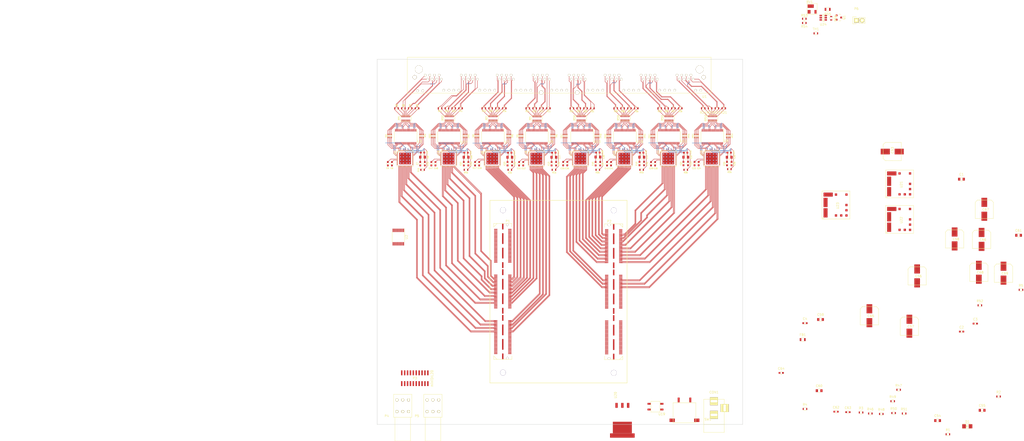
<source format=kicad_pcb>
(kicad_pcb (version 4) (host pcbnew "(2015-09-03 BZR 6154)-product")
  (layers (0 F.Cu signal) (1 GND.Cu power) (2 POWER.Cu power) (31 B.Cu signal) (34 B.Paste user) (35 F.Paste user) (36 B.SilkS user) (37 F.SilkS user) (38 B.Mask user) (39 F.Mask user) (44 Edge.Cuts user))
  (net 0 "")
  (net 1 GNDdig)
  (net 2 3V3ana)
  (net 3 "Net-(C5-Pad1)")
  (net 4 /Frontend/ADC_CLK-)
  (net 5 "Net-(C6-Pad1)")
  (net 6 /Frontend/ADC_CLK+)
  (net 7 "Net-(C7-Pad1)")
  (net 8 "Net-(C10-Pad2)")
  (net 9 "Net-(C23-Pad1)")
  (net 10 "Net-(C24-Pad1)")
  (net 11 "Net-(C25-Pad1)")
  (net 12 "Net-(C26-Pad2)")
  (net 13 "Net-(C41-Pad1)")
  (net 14 "Net-(C42-Pad1)")
  (net 15 "Net-(C43-Pad1)")
  (net 16 "Net-(C44-Pad2)")
  (net 17 "Net-(C62-Pad2)")
  (net 18 1V8dig)
  (net 19 1V8ana)
  (net 20 3V3dig)
  (net 21 /ZEM4310/+3.3VDD)
  (net 22 /ZEM4310/PRSNTn)
  (net 23 /ZEM4310/+12VDD)
  (net 24 /ZEM4310/CLKOUT0)
  (net 25 /ZEM4310/JTAG_TDO)
  (net 26 /ZEM4310/JTAG_TCK)
  (net 27 /ZEM4310/HSMC_SDA)
  (net 28 /ZEM4310/D0)
  (net 29 /ZEM4310/D2)
  (net 30 /ZEM4310/CLKOUT1p)
  (net 31 /ZEM4310/CLKOUT1n)
  (net 32 /ZEM4310/CKLOUT2n)
  (net 33 /ZEM4310/CKLOUT2p)
  (net 34 /ZEM4310/CLKIN2p)
  (net 35 /ZEM4310/CLKIN2n)
  (net 36 /ZEM4310/CLKIN1n)
  (net 37 /ZEM4310/CLKIN1p)
  (net 38 /ZEM4310/D3)
  (net 39 /ZEM4310/D1)
  (net 40 /ZEM4310/HSMC_SCL)
  (net 41 /ZEM4310/JTAG_TMC)
  (net 42 /ZEM4310/JTAG_TDI)
  (net 43 /ZEM4310/CLKIN0)
  (net 44 /ZEM4310/+VDC)
  (net 45 /ZEM4310/H1_LVDS_RXn13)
  (net 46 "Net-(P3-Pad8)")
  (net 47 "Net-(P3-Pad6)")
  (net 48 "Net-(P3-Pad4)")
  (net 49 "Net-(P3-Pad2)")
  (net 50 /Frontend/ADCChannel1/EXT_CHA+)
  (net 51 /Frontend/ADCChannel1/EXT_CHA-)
  (net 52 /Frontend/ADCChannel1/EXT_CHB+)
  (net 53 /Frontend/ADCChannel1/EXT_CHB-)
  (net 54 /Frontend/ADCChannel1/EXT_CHC+)
  (net 55 /Frontend/ADCChannel1/EXT_CHC-)
  (net 56 /Frontend/ADCChannel1/EXT_CHD+)
  (net 57 /Frontend/ADCChannel1/EXT_CHD-)
  (net 58 "Net-(R10-Pad2)")
  (net 59 /Frontend/ADCChannel2/EXT_CHA+)
  (net 60 /Frontend/ADCChannel2/EXT_CHA-)
  (net 61 /Frontend/ADCChannel2/EXT_CHB+)
  (net 62 /Frontend/ADCChannel2/EXT_CHB-)
  (net 63 /Frontend/ADCChannel2/EXT_CHC+)
  (net 64 /Frontend/ADCChannel2/EXT_CHC-)
  (net 65 /Frontend/ADCChannel2/EXT_CHD+)
  (net 66 /Frontend/ADCChannel2/EXT_CHD-)
  (net 67 /Frontend/ADCChannel4/EXT_CHA+)
  (net 68 /Frontend/ADCChannel4/EXT_CHA-)
  (net 69 /Frontend/ADCChannel4/EXT_CHB+)
  (net 70 /Frontend/ADCChannel4/EXT_CHB-)
  (net 71 /Frontend/ADCChannel4/EXT_CHC+)
  (net 72 /Frontend/ADCChannel4/EXT_CHC-)
  (net 73 /Frontend/ADCChannel4/EXT_CHD+)
  (net 74 /Frontend/ADCChannel4/EXT_CHD-)
  (net 75 /Frontend/ADCChannel3/EXT_CHA+)
  (net 76 /Frontend/ADCChannel3/EXT_CHA-)
  (net 77 /Frontend/ADCChannel3/EXT_CHB+)
  (net 78 /Frontend/ADCChannel3/EXT_CHB-)
  (net 79 /Frontend/ADCChannel3/EXT_CHC+)
  (net 80 /Frontend/ADCChannel3/EXT_CHC-)
  (net 81 /Frontend/ADCChannel3/EXT_CHD+)
  (net 82 /Frontend/ADCChannel3/EXT_CHD-)
  (net 83 /Frontend/ADCChannel8/EXT_CHA+)
  (net 84 /Frontend/ADCChannel8/EXT_CHA-)
  (net 85 /Frontend/ADCChannel8/EXT_CHB+)
  (net 86 /Frontend/ADCChannel8/EXT_CHB-)
  (net 87 /Frontend/ADCChannel8/EXT_CHC+)
  (net 88 /Frontend/ADCChannel8/EXT_CHC-)
  (net 89 /Frontend/ADCChannel8/EXT_CHD+)
  (net 90 /Frontend/ADCChannel8/EXT_CHD-)
  (net 91 /Frontend/ADCChannel7/EXT_CHA+)
  (net 92 /Frontend/ADCChannel7/EXT_CHA-)
  (net 93 /Frontend/ADCChannel7/EXT_CHB+)
  (net 94 /Frontend/ADCChannel7/EXT_CHB-)
  (net 95 /Frontend/ADCChannel7/EXT_CHC+)
  (net 96 /Frontend/ADCChannel7/EXT_CHC-)
  (net 97 /Frontend/ADCChannel7/EXT_CHD+)
  (net 98 /Frontend/ADCChannel7/EXT_CHD-)
  (net 99 "Net-(R45-Pad2)")
  (net 100 /Frontend/ADCChannel5/EXT_CHA+)
  (net 101 /Frontend/ADCChannel5/EXT_CHA-)
  (net 102 /Frontend/ADCChannel5/EXT_CHB+)
  (net 103 /Frontend/ADCChannel5/EXT_CHB-)
  (net 104 /Frontend/ADCChannel5/EXT_CHC+)
  (net 105 /Frontend/ADCChannel5/EXT_CHC-)
  (net 106 /Frontend/ADCChannel5/EXT_CHD+)
  (net 107 /Frontend/ADCChannel5/EXT_CHD-)
  (net 108 /Frontend/ADCChannel6/EXT_CHA+)
  (net 109 /Frontend/ADCChannel6/EXT_CHA-)
  (net 110 /Frontend/ADCChannel6/EXT_CHB+)
  (net 111 /Frontend/ADCChannel6/EXT_CHB-)
  (net 112 /Frontend/ADCChannel6/EXT_CHC+)
  (net 113 /Frontend/ADCChannel6/EXT_CHC-)
  (net 114 /Frontend/ADCChannel6/EXT_CHD+)
  (net 115 /Frontend/ADCChannel6/EXT_CHD-)
  (net 116 "Net-(RP1-Pad9)")
  (net 117 "Net-(RP1-Pad10)")
  (net 118 "Net-(RP1-Pad11)")
  (net 119 "Net-(RP1-Pad12)")
  (net 120 "Net-(RP1-Pad13)")
  (net 121 "Net-(RP1-Pad14)")
  (net 122 "Net-(RP1-Pad15)")
  (net 123 "Net-(RP1-Pad16)")
  (net 124 /Frontend/ADCChannel1/CHD+)
  (net 125 /Frontend/ADCChannel1/CHC-)
  (net 126 /Frontend/ADCChannel1/CHD-)
  (net 127 /Frontend/ADCChannel1/CHC+)
  (net 128 /Frontend/ADCChannel1/CHB+)
  (net 129 /Frontend/ADCChannel1/CHA-)
  (net 130 /Frontend/ADCChannel1/CHB-)
  (net 131 /Frontend/ADCChannel1/CHA+)
  (net 132 "Net-(RP4-Pad9)")
  (net 133 "Net-(RP4-Pad10)")
  (net 134 "Net-(RP4-Pad11)")
  (net 135 "Net-(RP4-Pad12)")
  (net 136 "Net-(RP4-Pad13)")
  (net 137 "Net-(RP4-Pad14)")
  (net 138 "Net-(RP4-Pad15)")
  (net 139 "Net-(RP4-Pad16)")
  (net 140 /Frontend/ADCChannel2/CHD+)
  (net 141 /Frontend/ADCChannel2/CHC-)
  (net 142 /Frontend/ADCChannel2/CHD-)
  (net 143 /Frontend/ADCChannel2/CHC+)
  (net 144 /Frontend/ADCChannel2/CHB+)
  (net 145 /Frontend/ADCChannel2/CHA-)
  (net 146 /Frontend/ADCChannel2/CHB-)
  (net 147 /Frontend/ADCChannel2/CHA+)
  (net 148 "Net-(RP7-Pad9)")
  (net 149 "Net-(RP7-Pad10)")
  (net 150 "Net-(RP7-Pad11)")
  (net 151 "Net-(RP7-Pad12)")
  (net 152 "Net-(RP7-Pad13)")
  (net 153 "Net-(RP7-Pad14)")
  (net 154 "Net-(RP7-Pad15)")
  (net 155 "Net-(RP7-Pad16)")
  (net 156 /Frontend/ADCChannel4/CHD+)
  (net 157 /Frontend/ADCChannel4/CHC-)
  (net 158 /Frontend/ADCChannel4/CHD-)
  (net 159 /Frontend/ADCChannel4/CHC+)
  (net 160 /Frontend/ADCChannel4/CHB+)
  (net 161 /Frontend/ADCChannel4/CHA-)
  (net 162 /Frontend/ADCChannel4/CHB-)
  (net 163 /Frontend/ADCChannel4/CHA+)
  (net 164 "Net-(RP10-Pad9)")
  (net 165 "Net-(RP10-Pad10)")
  (net 166 "Net-(RP10-Pad11)")
  (net 167 "Net-(RP10-Pad12)")
  (net 168 "Net-(RP10-Pad13)")
  (net 169 "Net-(RP10-Pad14)")
  (net 170 "Net-(RP10-Pad15)")
  (net 171 "Net-(RP10-Pad16)")
  (net 172 /Frontend/ADCChannel3/CHD+)
  (net 173 /Frontend/ADCChannel3/CHC-)
  (net 174 /Frontend/ADCChannel3/CHD-)
  (net 175 /Frontend/ADCChannel3/CHC+)
  (net 176 /Frontend/ADCChannel3/CHB+)
  (net 177 /Frontend/ADCChannel3/CHA-)
  (net 178 /Frontend/ADCChannel3/CHB-)
  (net 179 /Frontend/ADCChannel3/CHA+)
  (net 180 "Net-(RP13-Pad9)")
  (net 181 "Net-(RP13-Pad10)")
  (net 182 "Net-(RP13-Pad11)")
  (net 183 "Net-(RP13-Pad12)")
  (net 184 "Net-(RP13-Pad13)")
  (net 185 "Net-(RP13-Pad14)")
  (net 186 "Net-(RP13-Pad15)")
  (net 187 "Net-(RP13-Pad16)")
  (net 188 /Frontend/ADCChannel8/CHD+)
  (net 189 /Frontend/ADCChannel8/CHC-)
  (net 190 /Frontend/ADCChannel8/CHD-)
  (net 191 /Frontend/ADCChannel8/CHC+)
  (net 192 /Frontend/ADCChannel8/CHB+)
  (net 193 /Frontend/ADCChannel8/CHA-)
  (net 194 /Frontend/ADCChannel8/CHB-)
  (net 195 /Frontend/ADCChannel8/CHA+)
  (net 196 "Net-(RP16-Pad9)")
  (net 197 "Net-(RP16-Pad10)")
  (net 198 "Net-(RP16-Pad11)")
  (net 199 "Net-(RP16-Pad12)")
  (net 200 "Net-(RP16-Pad13)")
  (net 201 "Net-(RP16-Pad14)")
  (net 202 "Net-(RP16-Pad15)")
  (net 203 "Net-(RP16-Pad16)")
  (net 204 /Frontend/ADCChannel7/CHD+)
  (net 205 /Frontend/ADCChannel7/CHC-)
  (net 206 /Frontend/ADCChannel7/CHD-)
  (net 207 /Frontend/ADCChannel7/CHC+)
  (net 208 /Frontend/ADCChannel7/CHB+)
  (net 209 /Frontend/ADCChannel7/CHA-)
  (net 210 /Frontend/ADCChannel7/CHB-)
  (net 211 /Frontend/ADCChannel7/CHA+)
  (net 212 "Net-(RP19-Pad9)")
  (net 213 "Net-(RP19-Pad10)")
  (net 214 "Net-(RP19-Pad11)")
  (net 215 "Net-(RP19-Pad12)")
  (net 216 "Net-(RP19-Pad13)")
  (net 217 "Net-(RP19-Pad14)")
  (net 218 "Net-(RP19-Pad15)")
  (net 219 "Net-(RP19-Pad16)")
  (net 220 /Frontend/ADCChannel5/CHD+)
  (net 221 /Frontend/ADCChannel5/CHC-)
  (net 222 /Frontend/ADCChannel5/CHD-)
  (net 223 /Frontend/ADCChannel5/CHC+)
  (net 224 /Frontend/ADCChannel5/CHB+)
  (net 225 /Frontend/ADCChannel5/CHA-)
  (net 226 /Frontend/ADCChannel5/CHB-)
  (net 227 /Frontend/ADCChannel5/CHA+)
  (net 228 "Net-(RP22-Pad9)")
  (net 229 "Net-(RP22-Pad10)")
  (net 230 "Net-(RP22-Pad11)")
  (net 231 "Net-(RP22-Pad12)")
  (net 232 "Net-(RP22-Pad13)")
  (net 233 "Net-(RP22-Pad14)")
  (net 234 "Net-(RP22-Pad15)")
  (net 235 "Net-(RP22-Pad16)")
  (net 236 /Frontend/ADCChannel6/CHD+)
  (net 237 /Frontend/ADCChannel6/CHC-)
  (net 238 /Frontend/ADCChannel6/CHD-)
  (net 239 /Frontend/ADCChannel6/CHC+)
  (net 240 /Frontend/ADCChannel6/CHB+)
  (net 241 /Frontend/ADCChannel6/CHA-)
  (net 242 /Frontend/ADCChannel6/CHB-)
  (net 243 /Frontend/ADCChannel6/CHA+)
  (net 244 /Frontend/ADCChannel1/ADC_Vref)
  (net 245 /Frontend/ADCChannel3/ADC_Vref)
  (net 246 /Frontend/ADCChannel5/ADC_Vref)
  (net 247 /Frontend/ADCChannel7/ADC_Vref)
  (net 248 /Frontend/ADCChannel8/ADC_Vref)
  (net 249 /Frontend/ADCChannel6/ADC_Vref)
  (net 250 /Frontend/ADCChannel4/ADC_Vref)
  (net 251 /Frontend/ADCChannel2/ADC_Vref)
  (net 252 /Frontend/ADC_SCLK)
  (net 253 /Frontend/ADC_SDIO)
  (net 254 GND)
  (net 255 /Frontend/ADCChannel1/Vocm)
  (net 256 "Net-(C4-Pad1)")
  (net 257 "Net-(C11-Pad1)")
  (net 258 "Net-(C12-Pad1)")
  (net 259 "Net-(C13-Pad1)")
  (net 260 "Net-(C14-Pad2)")
  (net 261 "Net-(C17-Pad1)")
  (net 262 "Net-(C18-Pad1)")
  (net 263 "Net-(C19-Pad1)")
  (net 264 "Net-(C20-Pad2)")
  (net 265 "Net-(C29-Pad1)")
  (net 266 "Net-(C30-Pad1)")
  (net 267 "Net-(C31-Pad1)")
  (net 268 "Net-(C32-Pad2)")
  (net 269 "Net-(C35-Pad1)")
  (net 270 "Net-(C36-Pad1)")
  (net 271 "Net-(C37-Pad1)")
  (net 272 "Net-(C38-Pad2)")
  (net 273 "Net-(C47-Pad1)")
  (net 274 "Net-(C48-Pad1)")
  (net 275 "Net-(C49-Pad1)")
  (net 276 "Net-(C50-Pad2)")
  (net 277 "Net-(C53-Pad1)")
  (net 278 /Power/5Vdig)
  (net 279 "Net-(C62-Pad1)")
  (net 280 "Net-(C63-Pad1)")
  (net 281 "Net-(C63-Pad2)")
  (net 282 "Net-(C64-Pad1)")
  (net 283 "Net-(C64-Pad2)")
  (net 284 "Net-(CON1-Pad1)")
  (net 285 "Net-(CON1-Pad2)")
  (net 286 "Net-(D1-Pad2)")
  (net 287 "Net-(R15-Pad2)")
  (net 288 "Net-(R20-Pad2)")
  (net 289 "Net-(R25-Pad2)")
  (net 290 "Net-(R30-Pad2)")
  (net 291 "Net-(R35-Pad2)")
  (net 292 "Net-(R40-Pad2)")
  (net 293 "Net-(SW1-Pad2)")
  (net 294 5Vdig)
  (net 295 "Net-(P6-Pad2)")
  (net 296 "Net-(Q1-Pad1)")
  (net 297 "Net-(R53-Pad1)")
  (net 298 "Net-(R53-Pad2)")
  (net 299 "Net-(R54-Pad2)")
  (net 300 "Net-(R55-Pad1)")
  (net 301 "Net-(R55-Pad2)")
  (net 302 /Frontend/1D-B)
  (net 303 /Frontend/1D+B)
  (net 304 /Frontend/1D-A)
  (net 305 /Frontend/1D+A)
  (net 306 /Frontend/1FCO-)
  (net 307 /Frontend/1FCO+)
  (net 308 /Frontend/1DCO-)
  (net 309 /Frontend/1DCO+)
  (net 310 /Frontend/1D-D)
  (net 311 /Frontend/1D+D)
  (net 312 /Frontend/1D-C)
  (net 313 /Frontend/1D+C)
  (net 314 /Frontend/4D-B)
  (net 315 /Frontend/4D+B)
  (net 316 /Frontend/4D-A)
  (net 317 /Frontend/4D+A)
  (net 318 /Frontend/4FCO-)
  (net 319 /Frontend/4FCO+)
  (net 320 /Frontend/4DCO-)
  (net 321 /Frontend/4DCO+)
  (net 322 /Frontend/4D-D)
  (net 323 /Frontend/4D+D)
  (net 324 /Frontend/4D-C)
  (net 325 /Frontend/4D+C)
  (net 326 /Frontend/3D-B)
  (net 327 /Frontend/3D+B)
  (net 328 /Frontend/3D-A)
  (net 329 /Frontend/3D+A)
  (net 330 /Frontend/3FCO-)
  (net 331 /Frontend/3FCO+)
  (net 332 /Frontend/3DCO-)
  (net 333 /Frontend/3DCO+)
  (net 334 /Frontend/3D-D)
  (net 335 /Frontend/3D+D)
  (net 336 /Frontend/3D-C)
  (net 337 /Frontend/3D+C)
  (net 338 /Frontend/8D-B)
  (net 339 /Frontend/8D+B)
  (net 340 /Frontend/8D-A)
  (net 341 /Frontend/8D+A)
  (net 342 /Frontend/8FCO-)
  (net 343 /Frontend/8FCO+)
  (net 344 /Frontend/8DCO-)
  (net 345 /Frontend/8DCO+)
  (net 346 /Frontend/8D-D)
  (net 347 /Frontend/8D+D)
  (net 348 /Frontend/8D-C)
  (net 349 /Frontend/8D+C)
  (net 350 /Frontend/7D-B)
  (net 351 /Frontend/7D+B)
  (net 352 /Frontend/7D-A)
  (net 353 /Frontend/7D+A)
  (net 354 /Frontend/7FCO-)
  (net 355 /Frontend/7FCO+)
  (net 356 /Frontend/7DCO-)
  (net 357 /Frontend/7DCO+)
  (net 358 /Frontend/7D-D)
  (net 359 /Frontend/7D+D)
  (net 360 /Frontend/7D-C)
  (net 361 /Frontend/7D+C)
  (net 362 /Frontend/5D-B)
  (net 363 /Frontend/5D+B)
  (net 364 /Frontend/5D-A)
  (net 365 /Frontend/5D+A)
  (net 366 /Frontend/5FCO-)
  (net 367 /Frontend/5FCO+)
  (net 368 /Frontend/5DCO-)
  (net 369 /Frontend/5DCO+)
  (net 370 /Frontend/5D-D)
  (net 371 /Frontend/5D+D)
  (net 372 /Frontend/5D-C)
  (net 373 /Frontend/5D+C)
  (net 374 /Frontend/6D-B)
  (net 375 /Frontend/6D+B)
  (net 376 /Frontend/6D-A)
  (net 377 /Frontend/6D+A)
  (net 378 /Frontend/6FCO-)
  (net 379 /Frontend/6FCO+)
  (net 380 /Frontend/6DCO-)
  (net 381 /Frontend/6DCO+)
  (net 382 /Frontend/6D-D)
  (net 383 /Frontend/6D+D)
  (net 384 /Frontend/6D-C)
  (net 385 /Frontend/6D+C)
  (net 386 /Frontend/2D-B)
  (net 387 /Frontend/2D+B)
  (net 388 /Frontend/2D-A)
  (net 389 /Frontend/2D+A)
  (net 390 /Frontend/2FCO-)
  (net 391 /Frontend/2FCO+)
  (net 392 /Frontend/2DCO-)
  (net 393 /Frontend/2DCO+)
  (net 394 /Frontend/2D-D)
  (net 395 /Frontend/2D+D)
  (net 396 /Frontend/2D-C)
  (net 397 /Frontend/2D+C)
  (module Mounting_Holes:MountingHole_2-5mm (layer F.Cu) (at 73.087755 161.471043 90)
    (fp_text reference REF** hide)
    (fp_text value MountingHole_2-5mm)
    (pad 1 thru_hole circle (at 0 0 90) (size 2.5 2.5) (drill 2.5) (layers))
  )
  (module Mounting_Holes:MountingHole_2-5mm (layer F.Cu) (at 73.087755 90.271043 90)
    (fp_text reference REF** hide)
    (fp_text value MountingHole_2-5mm)
    (pad 1 thru_hole circle (at 0 0 90) (size 2.5 2.5) (drill 2.5) (layers))
  )
  (module Mounting_Holes:MountingHole_2-5mm (layer F.Cu) (at 121.587755 161.571043 90)
    (fp_text reference REF** hide)
    (fp_text value MountingHole_2-5mm)
    (pad 1 thru_hole circle (at 0 0 90) (size 2.5 2.5) (drill 2.5) (layers))
  )
  (module Capacitors_SMD:C_0603 (layer F.Cu) (at 205.3 139.8)
    (fp_text reference C4 (at 0 -1.9) (layer F.SilkS))
    (fp_text value .1uF)
    (pad 1 smd rect (at -0.75 0) (size 0.8 0.75) (layers F.Cu F.Paste F.Mask) (net 256 "Net-(C4-Pad1)"))
    (pad 2 smd rect (at 0.75 0) (size 0.8 0.75) (layers F.Cu F.Paste F.Mask) (net 1 GNDdig))
  )
  (module extras:SMD_Cap_8mmDia (layer F.Cu) (at 254.4 119.1)
    (fp_text reference C56 (at 0.6 0.1) (layer F.SilkS))
    (fp_text value 100uF hide)
    (pad 2 smd rect (at 0 3.05) (size 2.5 4) (layers F.Cu F.Paste F.Mask) (net 1 GNDdig))
    (pad 1 smd rect (at 0 -3.05) (size 2.5 4) (layers F.Cu F.Paste F.Mask) (net 278 /Power/5Vdig))
  )
  (module extras:SMD_Cap_8mmDia (layer F.Cu) (at 251 141.15)
    (fp_text reference C57 (at 0.6 0.1) (layer F.SilkS))
    (fp_text value 100uF hide)
    (pad 2 smd rect (at 0 3.05) (size 2.5 4) (layers F.Cu F.Paste F.Mask) (net 1 GNDdig))
    (pad 1 smd rect (at 0 -3.05) (size 2.5 4) (layers F.Cu F.Paste F.Mask) (net 278 /Power/5Vdig))
  )
  (module extras:SMD_Cap_8mmDia (layer F.Cu) (at 270.8 102.9)
    (fp_text reference C58 (at 0.6 0.1) (layer F.SilkS))
    (fp_text value 100uF hide)
    (pad 2 smd rect (at 0 3.05) (size 2.5 4) (layers F.Cu F.Paste F.Mask) (net 1 GNDdig))
    (pad 1 smd rect (at 0 -3.05) (size 2.5 4) (layers F.Cu F.Paste F.Mask) (net 278 /Power/5Vdig))
  )
  (module Capacitors_SMD:C_0603 (layer F.Cu) (at 218.9 178.6)
    (fp_text reference C62 (at 0 -1.9) (layer F.SilkS))
    (fp_text value 10000pF)
    (pad 1 smd rect (at -0.75 0) (size 0.8 0.75) (layers F.Cu F.Paste F.Mask) (net 279 "Net-(C62-Pad1)"))
    (pad 2 smd rect (at 0.75 0) (size 0.8 0.75) (layers F.Cu F.Paste F.Mask) (net 17 "Net-(C62-Pad2)"))
  )
  (module Capacitors_SMD:C_0603 (layer F.Cu) (at 224.1 178.8)
    (fp_text reference C63 (at 0 -1.9) (layer F.SilkS))
    (fp_text value 10000pF)
    (pad 1 smd rect (at -0.75 0) (size 0.8 0.75) (layers F.Cu F.Paste F.Mask) (net 280 "Net-(C63-Pad1)"))
    (pad 2 smd rect (at 0.75 0) (size 0.8 0.75) (layers F.Cu F.Paste F.Mask) (net 281 "Net-(C63-Pad2)"))
  )
  (module Capacitors_SMD:C_0603 (layer F.Cu) (at 194.9 161.6)
    (fp_text reference C64 (at 0 -1.9) (layer F.SilkS))
    (fp_text value 3900pF)
    (pad 1 smd rect (at -0.75 0) (size 0.8 0.75) (layers F.Cu F.Paste F.Mask) (net 282 "Net-(C64-Pad1)"))
    (pad 2 smd rect (at 0.75 0) (size 0.8 0.75) (layers F.Cu F.Paste F.Mask) (net 283 "Net-(C64-Pad2)"))
  )
  (module extras:SMD_Cap_8mmDia (layer F.Cu) (at 233.5 136.55)
    (fp_text reference C65 (at 0.6 0.1) (layer F.SilkS))
    (fp_text value 47uF hide)
    (pad 2 smd rect (at 0 3.05) (size 2.5 4) (layers F.Cu F.Paste F.Mask) (net 1 GNDdig))
    (pad 1 smd rect (at 0 -3.05) (size 2.5 4) (layers F.Cu F.Paste F.Mask) (net 18 1V8dig))
  )
  (module extras:SMD_Cap_8mmDia (layer F.Cu) (at 282.6 103.1)
    (fp_text reference C66 (at 0.6 0.1) (layer F.SilkS))
    (fp_text value 47uF hide)
    (pad 2 smd rect (at 0 3.05) (size 2.5 4) (layers F.Cu F.Paste F.Mask) (net 1 GNDdig))
    (pad 1 smd rect (at 0 -3.05) (size 2.5 4) (layers F.Cu F.Paste F.Mask) (net 19 1V8ana))
  )
  (module extras:SMD_Cap_8mmDia (layer F.Cu) (at 283.8 89.9)
    (fp_text reference C67 (at 0.6 0.1) (layer F.SilkS))
    (fp_text value 47uF hide)
    (pad 2 smd rect (at 0 3.05) (size 2.5 4) (layers F.Cu F.Paste F.Mask) (net 1 GNDdig))
    (pad 1 smd rect (at 0 -3.05) (size 2.5 4) (layers F.Cu F.Paste F.Mask) (net 20 3V3dig))
  )
  (module extras:SMD_Cap_8mmDia (layer F.Cu) (at 281.4 117.5)
    (fp_text reference C68 (at 0.6 0.1) (layer F.SilkS))
    (fp_text value 47uF hide)
    (pad 2 smd rect (at 0 3.05) (size 2.5 4) (layers F.Cu F.Paste F.Mask) (net 1 GNDdig))
    (pad 1 smd rect (at 0 -3.05) (size 2.5 4) (layers F.Cu F.Paste F.Mask) (net 18 1V8dig))
  )
  (module extras:SMD_Cap_8mmDia (layer F.Cu) (at 292.2 117.9)
    (fp_text reference C69 (at 0.6 0.1) (layer F.SilkS))
    (fp_text value 47uF hide)
    (pad 2 smd rect (at 0 3.05) (size 2.5 4) (layers F.Cu F.Paste F.Mask) (net 1 GNDdig))
    (pad 1 smd rect (at 0 -3.05) (size 2.5 4) (layers F.Cu F.Paste F.Mask) (net 19 1V8ana))
  )
  (module extras:SMD_Cap_8mmDia (layer F.Cu) (at 243.5 64.6 90)
    (fp_text reference C53 (at 0.6 0.1 90) (layer F.SilkS))
    (fp_text value 100uF hide)
    (pad 2 smd rect (at 0 3.05 90) (size 2.5 4) (layers F.Cu F.Paste F.Mask) (net 254 GND))
    (pad 1 smd rect (at 0 -3.05 90) (size 2.5 4) (layers F.Cu F.Paste F.Mask) (net 277 "Net-(C53-Pad1)"))
  )
  (module Connect:BARREL_JACK (layer F.Cu) (at 165.45 180.2 90)
    (fp_text reference CON1 (at 10.09904 0 180) (layer F.SilkS))
    (fp_text value BARREL_JACK)
    (pad 1 thru_hole rect (at 6.20014 0 90) (size 3.50012 3.50012) (drill oval 1.00076 2.99974) (layers *.Cu *.Mask F.SilkS) (net 284 "Net-(CON1-Pad1)"))
    (pad 2 thru_hole rect (at 0.20066 0 90) (size 3.50012 3.50012) (drill oval 1.00076 2.99974) (layers *.Cu *.Mask F.SilkS) (net 285 "Net-(CON1-Pad2)"))
    (pad 3 thru_hole rect (at 3.2004 4.699 90) (size 3.50012 3.50012) (drill oval 2.99974 1.00076) (layers *.Cu *.Mask F.SilkS) (net 285 "Net-(CON1-Pad2)"))
  )
  (module Resistors_SMD:R_0805 (layer F.Cu) (at 204.3 147)
    (fp_text reference FB1 (at 0 -2.1) (layer F.SilkS))
    (fp_text value FILTER)
    (pad 1 smd rect (at -0.95 0) (size 0.7 1.3) (layers F.Cu F.Paste F.Mask) (net 20 3V3dig))
    (pad 2 smd rect (at 0.95 0) (size 0.7 1.3) (layers F.Cu F.Paste F.Mask) (net 2 3V3ana))
  )
  (module extras:M50-3101045 (layer F.Cu) (at 40.210002 161.575 180)
    (fp_text reference P3 (at 5.6896 -2.3368 180) (layer F.SilkS))
    (fp_text value miniDIL20 (at -1.8288 -2.4892 270) (layer F.SilkS))
    (pad 1 smd rect (at 0 0 180) (size 0.650001 2.150001) (layers F.Cu F.Paste F.Mask))
    (pad 3 smd rect (at 1.270001 0 180) (size 0.650001 2.150001) (layers F.Cu F.Paste F.Mask))
    (pad 5 smd rect (at 2.540001 0 180) (size 0.650001 2.150001) (layers F.Cu F.Paste F.Mask))
    (pad 7 smd rect (at 3.810002 0 180) (size 0.650001 2.150001) (layers F.Cu F.Paste F.Mask))
    (pad 9 smd rect (at 5.080003 0 180) (size 0.650001 2.150001) (layers F.Cu F.Paste F.Mask) (net 254 GND))
    (pad 11 smd rect (at 6.350003 0 180) (size 0.650001 2.150001) (layers F.Cu F.Paste F.Mask) (net 294 5Vdig))
    (pad 13 smd rect (at 7.620004 0 180) (size 0.650001 2.150001) (layers F.Cu F.Paste F.Mask) (net 20 3V3dig))
    (pad 15 smd rect (at 8.890005 0 180) (size 0.650001 2.150001) (layers F.Cu F.Paste F.Mask))
    (pad 17 smd rect (at 10.160005 0 180) (size 0.650001 2.150001) (layers F.Cu F.Paste F.Mask) (net 254 GND))
    (pad 19 smd rect (at 11.430006 0 180) (size 0.650001 2.150001) (layers F.Cu F.Paste F.Mask) (net 254 GND))
    (pad 20 smd rect (at 11.430006 -4.725 180) (size 0.650001 2.150001) (layers F.Cu F.Paste F.Mask) (net 254 GND))
    (pad 18 smd rect (at 10.160005 -4.725 180) (size 0.650001 2.150001) (layers F.Cu F.Paste F.Mask) (net 254 GND))
    (pad 16 smd rect (at 8.890005 -4.725 180) (size 0.650001 2.150001) (layers F.Cu F.Paste F.Mask) (net 254 GND))
    (pad 14 smd rect (at 7.620004 -4.725 180) (size 0.650001 2.150001) (layers F.Cu F.Paste F.Mask) (net 20 3V3dig))
    (pad 12 smd rect (at 6.350003 -4.725 180) (size 0.650001 2.150001) (layers F.Cu F.Paste F.Mask))
    (pad 10 smd rect (at 5.080003 -4.725 180) (size 0.650001 2.150001) (layers F.Cu F.Paste F.Mask))
    (pad 8 smd rect (at 3.810002 -4.725 180) (size 0.650001 2.150001) (layers F.Cu F.Paste F.Mask) (net 46 "Net-(P3-Pad8)"))
    (pad 6 smd rect (at 2.540001 -4.725 180) (size 0.650001 2.150001) (layers F.Cu F.Paste F.Mask) (net 47 "Net-(P3-Pad6)"))
    (pad 4 smd rect (at 1.270001 -4.7244 180) (size 0.650001 2.150001) (layers F.Cu F.Paste F.Mask) (net 48 "Net-(P3-Pad4)"))
    (pad 2 smd rect (at 0 -4.725 180) (size 0.650001 2.150001) (layers F.Cu F.Paste F.Mask) (net 49 "Net-(P3-Pad2)"))
  )
  (module extras:EPY.00.250.NTN (layer F.Cu) (at 29.217272 173.459746 180)
    (fp_text reference P4 (at 7 -7 180) (layer F.SilkS))
    (fp_text value LEMO_EPY.00.250.NTN)
    (pad 2 thru_hole circle (at 0 0 180) (size 1.27 1.27) (drill 0.89916) (layers *.Cu *.Mask F.SilkS) (net 47 "Net-(P3-Pad6)"))
    (pad 0 thru_hole circle (at 2.54 0 180) (size 1.27 1.27) (drill 0.89916) (layers *.Cu *.Mask F.SilkS))
    (pad 0 thru_hole circle (at -2.54 0 180) (size 1.27 1.27) (drill 0.89916) (layers *.Cu *.Mask F.SilkS))
    (pad 0 thru_hole circle (at 2.54 -5.08 180) (size 1.27 1.27) (drill 0.89916) (layers *.Cu *.Mask F.SilkS))
    (pad 0 thru_hole circle (at -2.54 -5.08 180) (size 1.27 1.27) (drill 0.89916) (layers *.Cu *.Mask F.SilkS))
    (pad 1 thru_hole circle (at 0 -5.08 180) (size 1.27 1.27) (drill 0.89916) (layers *.Cu *.Mask F.SilkS) (net 46 "Net-(P3-Pad8)"))
  )
  (module extras:EPY.00.250.NTN (layer F.Cu) (at 42.417272 173.459746 180)
    (fp_text reference P5 (at 7 -7 180) (layer F.SilkS))
    (fp_text value LEMO_EPY.00.250.NTN)
    (pad 2 thru_hole circle (at 0 0 180) (size 1.27 1.27) (drill 0.89916) (layers *.Cu *.Mask F.SilkS) (net 49 "Net-(P3-Pad2)"))
    (pad 0 thru_hole circle (at 2.54 0 180) (size 1.27 1.27) (drill 0.89916) (layers *.Cu *.Mask F.SilkS))
    (pad 0 thru_hole circle (at -2.54 0 180) (size 1.27 1.27) (drill 0.89916) (layers *.Cu *.Mask F.SilkS))
    (pad 0 thru_hole circle (at 2.54 -5.08 180) (size 1.27 1.27) (drill 0.89916) (layers *.Cu *.Mask F.SilkS))
    (pad 0 thru_hole circle (at -2.54 -5.08 180) (size 1.27 1.27) (drill 0.89916) (layers *.Cu *.Mask F.SilkS))
    (pad 1 thru_hole circle (at 0 -5.08 180) (size 1.27 1.27) (drill 0.89916) (layers *.Cu *.Mask F.SilkS) (net 48 "Net-(P3-Pad4)"))
  )
  (module Resistors_SMD:R_0603 (layer F.Cu) (at 229.85 178.95)
    (fp_text reference R3 (at 0 -1.9) (layer F.SilkS))
    (fp_text value 100R)
    (pad 1 smd rect (at -0.75 0) (size 0.5 0.9) (layers F.Cu F.Paste F.Mask) (net 4 /Frontend/ADC_CLK-))
    (pad 2 smd rect (at 0.75 0) (size 0.5 0.9) (layers F.Cu F.Paste F.Mask) (net 6 /Frontend/ADC_CLK+))
  )
  (module Resistors_SMD:R_0603 (layer F.Cu) (at 205.3 177.4)
    (fp_text reference R4 (at 0 -1.9) (layer F.SilkS))
    (fp_text value 2.4k)
    (pad 1 smd rect (at -0.75 0) (size 0.5 0.9) (layers F.Cu F.Paste F.Mask) (net 256 "Net-(C4-Pad1)"))
    (pad 2 smd rect (at 0.75 0) (size 0.5 0.9) (layers F.Cu F.Paste F.Mask) (net 20 3V3dig))
  )
  (module Resistors_SMD:R_0603 (layer F.Cu) (at 299.85 125.2)
    (fp_text reference R5 (at 0 -1.9) (layer F.SilkS))
    (fp_text value 1k)
    (pad 1 smd rect (at -0.75 0) (size 0.5 0.9) (layers F.Cu F.Paste F.Mask) (net 1 GNDdig))
    (pad 2 smd rect (at 0.75 0) (size 0.5 0.9) (layers F.Cu F.Paste F.Mask) (net 256 "Net-(C4-Pad1)"))
  )
  (module Resistors_SMD:R_0603 (layer F.Cu) (at 233.9 179.4)
    (fp_text reference R46 (at 0 -1.9) (layer F.SilkS))
    (fp_text value 150R)
    (pad 1 smd rect (at -0.75 0) (size 0.5 0.9) (layers F.Cu F.Paste F.Mask) (net 18 1V8dig))
    (pad 2 smd rect (at 0.75 0) (size 0.5 0.9) (layers F.Cu F.Paste F.Mask) (net 17 "Net-(C62-Pad2)"))
  )
  (module Resistors_SMD:R_0603 (layer F.Cu) (at 246.3 169)
    (fp_text reference R47 (at 0 -1.9) (layer F.SilkS))
    (fp_text value 5k)
    (pad 1 smd rect (at -0.75 0) (size 0.5 0.9) (layers F.Cu F.Paste F.Mask) (net 1 GNDdig))
    (pad 2 smd rect (at 0.75 0) (size 0.5 0.9) (layers F.Cu F.Paste F.Mask) (net 279 "Net-(C62-Pad1)"))
  )
  (module Resistors_SMD:R_0603 (layer F.Cu) (at 238.7 179.6)
    (fp_text reference R48 (at 0 -1.9) (layer F.SilkS))
    (fp_text value 150R)
    (pad 1 smd rect (at -0.75 0) (size 0.5 0.9) (layers F.Cu F.Paste F.Mask) (net 19 1V8ana))
    (pad 2 smd rect (at 0.75 0) (size 0.5 0.9) (layers F.Cu F.Paste F.Mask) (net 281 "Net-(C63-Pad2)"))
  )
  (module Resistors_SMD:R_0603 (layer F.Cu) (at 243.7 174)
    (fp_text reference R49 (at 0 -1.9) (layer F.SilkS))
    (fp_text value 5k)
    (pad 1 smd rect (at -0.75 0) (size 0.5 0.9) (layers F.Cu F.Paste F.Mask) (net 1 GNDdig))
    (pad 2 smd rect (at 0.75 0) (size 0.5 0.9) (layers F.Cu F.Paste F.Mask) (net 280 "Net-(C63-Pad1)"))
  )
  (module Resistors_SMD:R_0603 (layer F.Cu) (at 244.1 179.2)
    (fp_text reference R50 (at 0 -1.9) (layer F.SilkS))
    (fp_text value 220R)
    (pad 1 smd rect (at -0.75 0) (size 0.5 0.9) (layers F.Cu F.Paste F.Mask) (net 20 3V3dig))
    (pad 2 smd rect (at 0.75 0) (size 0.5 0.9) (layers F.Cu F.Paste F.Mask) (net 283 "Net-(C64-Pad2)"))
  )
  (module Resistors_SMD:R_0603 (layer F.Cu) (at 248.7 179.4)
    (fp_text reference R51 (at 0 -1.9) (layer F.SilkS))
    (fp_text value 2.22k)
    (pad 1 smd rect (at -0.75 0) (size 0.5 0.9) (layers F.Cu F.Paste F.Mask) (net 1 GNDdig))
    (pad 2 smd rect (at 0.75 0) (size 0.5 0.9) (layers F.Cu F.Paste F.Mask) (net 282 "Net-(C64-Pad1)"))
  )
  (module Housings_SSOP:TSSOP-16_4.4x5mm_Pitch0.65mm (layer F.Cu) (at 27.3 102.075 270)
    (fp_text reference U2 (at 0 -3.55 270) (layer F.SilkS))
    (fp_text value AD5628)
    (pad 1 smd rect (at -2.95 -2.275 270) (size 1.5 0.45) (layers F.Cu F.Paste F.Mask) (net 1 GNDdig))
    (pad 2 smd rect (at -2.95 -1.625 270) (size 1.5 0.45) (layers F.Cu F.Paste F.Mask))
    (pad 3 smd rect (at -2.95 -0.975 270) (size 1.5 0.45) (layers F.Cu F.Paste F.Mask) (net 20 3V3dig))
    (pad 4 smd rect (at -2.95 -0.325 270) (size 1.5 0.45) (layers F.Cu F.Paste F.Mask) (net 244 /Frontend/ADCChannel1/ADC_Vref))
    (pad 5 smd rect (at -2.95 0.325 270) (size 1.5 0.45) (layers F.Cu F.Paste F.Mask) (net 245 /Frontend/ADCChannel3/ADC_Vref))
    (pad 6 smd rect (at -2.95 0.975 270) (size 1.5 0.45) (layers F.Cu F.Paste F.Mask) (net 246 /Frontend/ADCChannel5/ADC_Vref))
    (pad 7 smd rect (at -2.95 1.625 270) (size 1.5 0.45) (layers F.Cu F.Paste F.Mask) (net 247 /Frontend/ADCChannel7/ADC_Vref))
    (pad 8 smd rect (at -2.95 2.275 270) (size 1.5 0.45) (layers F.Cu F.Paste F.Mask) (net 256 "Net-(C4-Pad1)"))
    (pad 9 smd rect (at 2.95 2.275 270) (size 1.5 0.45) (layers F.Cu F.Paste F.Mask) (net 1 GNDdig))
    (pad 10 smd rect (at 2.95 1.625 270) (size 1.5 0.45) (layers F.Cu F.Paste F.Mask) (net 248 /Frontend/ADCChannel8/ADC_Vref))
    (pad 11 smd rect (at 2.95 0.975 270) (size 1.5 0.45) (layers F.Cu F.Paste F.Mask) (net 249 /Frontend/ADCChannel6/ADC_Vref))
    (pad 12 smd rect (at 2.95 0.325 270) (size 1.5 0.45) (layers F.Cu F.Paste F.Mask) (net 250 /Frontend/ADCChannel4/ADC_Vref))
    (pad 13 smd rect (at 2.95 -0.325 270) (size 1.5 0.45) (layers F.Cu F.Paste F.Mask) (net 251 /Frontend/ADCChannel2/ADC_Vref))
    (pad 14 smd rect (at 2.95 -0.975 270) (size 1.5 0.45) (layers F.Cu F.Paste F.Mask) (net 1 GNDdig))
    (pad 15 smd rect (at 2.95 -1.625 270) (size 1.5 0.45) (layers F.Cu F.Paste F.Mask) (net 253 /Frontend/ADC_SDIO))
    (pad 16 smd rect (at 2.95 -2.275 270) (size 1.5 0.45) (layers F.Cu F.Paste F.Mask) (net 252 /Frontend/ADC_SCLK))
  )
  (module extras:APXS002A0X-SRZ (layer F.Cu) (at 252.81 84.86 90)
    (fp_text reference U21 (at 5.8 -5.35 90) (layer F.SilkS))
    (fp_text value APXS002A0X-SRZ hide)
    (pad 7 smd rect (at 1.52 -1.52 90) (size 1.01 1.01) (layers F.Cu F.Paste F.Mask) (net 1 GNDdig))
    (pad 6 smd rect (at 1.52 -3.81 90) (size 1.01 1.01) (layers F.Cu F.Paste F.Mask) (net 279 "Net-(C62-Pad1)"))
    (pad 5 smd rect (at 1.52 -6.1 90) (size 1.01 1.01) (layers F.Cu F.Paste F.Mask) (net 18 1V8dig))
    (pad 8 smd rect (at 3.81 -1.52 90) (size 1.01 1.01) (layers F.Cu F.Paste F.Mask))
    (pad 9 smd rect (at 6.1 -1.52 90) (size 1.01 1.01) (layers F.Cu F.Paste F.Mask))
    (pad 10 smd rect (at 10.67 -1.52 90) (size 1.01 1.01) (layers F.Cu F.Paste F.Mask))
    (pad 1 smd rect (at 10.67 -6.1 90) (size 1.01 1.01) (layers F.Cu F.Paste F.Mask))
    (pad 4 smd rect (at 2.67 -10.67 90) (size 4.07 1.77) (layers F.Cu F.Paste F.Mask) (net 18 1V8dig))
    (pad 3 smd rect (at 7.24 -10.67 90) (size 4.07 1.77) (layers F.Cu F.Paste F.Mask) (net 1 GNDdig))
    (pad 2 smd rect (at 10.67 -9.53 90) (size 1.77 4.07) (layers F.Cu F.Paste F.Mask) (net 278 /Power/5Vdig))
  )
  (module extras:APXS002A0X-SRZ (layer F.Cu) (at 252.81 100.43 90)
    (fp_text reference U22 (at 5.8 -5.35 90) (layer F.SilkS))
    (fp_text value APXS002A0X-SRZ hide)
    (pad 7 smd rect (at 1.52 -1.52 90) (size 1.01 1.01) (layers F.Cu F.Paste F.Mask) (net 1 GNDdig))
    (pad 6 smd rect (at 1.52 -3.81 90) (size 1.01 1.01) (layers F.Cu F.Paste F.Mask) (net 280 "Net-(C63-Pad1)"))
    (pad 5 smd rect (at 1.52 -6.1 90) (size 1.01 1.01) (layers F.Cu F.Paste F.Mask) (net 19 1V8ana))
    (pad 8 smd rect (at 3.81 -1.52 90) (size 1.01 1.01) (layers F.Cu F.Paste F.Mask))
    (pad 9 smd rect (at 6.1 -1.52 90) (size 1.01 1.01) (layers F.Cu F.Paste F.Mask))
    (pad 10 smd rect (at 10.67 -1.52 90) (size 1.01 1.01) (layers F.Cu F.Paste F.Mask))
    (pad 1 smd rect (at 10.67 -6.1 90) (size 1.01 1.01) (layers F.Cu F.Paste F.Mask))
    (pad 4 smd rect (at 2.67 -10.67 90) (size 4.07 1.77) (layers F.Cu F.Paste F.Mask) (net 19 1V8ana))
    (pad 3 smd rect (at 7.24 -10.67 90) (size 4.07 1.77) (layers F.Cu F.Paste F.Mask) (net 1 GNDdig))
    (pad 2 smd rect (at 10.67 -9.53 90) (size 1.77 4.07) (layers F.Cu F.Paste F.Mask) (net 278 /Power/5Vdig))
  )
  (module extras:APXS002A0X-SRZ (layer F.Cu) (at 224.97 94.13 90)
    (fp_text reference U23 (at 5.8 -5.35 90) (layer F.SilkS))
    (fp_text value APXS002A0X-SRZ hide)
    (pad 7 smd rect (at 1.52 -1.52 90) (size 1.01 1.01) (layers F.Cu F.Paste F.Mask) (net 1 GNDdig))
    (pad 6 smd rect (at 1.52 -3.81 90) (size 1.01 1.01) (layers F.Cu F.Paste F.Mask) (net 282 "Net-(C64-Pad1)"))
    (pad 5 smd rect (at 1.52 -6.1 90) (size 1.01 1.01) (layers F.Cu F.Paste F.Mask) (net 20 3V3dig))
    (pad 8 smd rect (at 3.81 -1.52 90) (size 1.01 1.01) (layers F.Cu F.Paste F.Mask))
    (pad 9 smd rect (at 6.1 -1.52 90) (size 1.01 1.01) (layers F.Cu F.Paste F.Mask))
    (pad 10 smd rect (at 10.67 -1.52 90) (size 1.01 1.01) (layers F.Cu F.Paste F.Mask))
    (pad 1 smd rect (at 10.67 -6.1 90) (size 1.01 1.01) (layers F.Cu F.Paste F.Mask))
    (pad 4 smd rect (at 2.67 -10.67 90) (size 4.07 1.77) (layers F.Cu F.Paste F.Mask) (net 20 3V3dig))
    (pad 3 smd rect (at 7.24 -10.67 90) (size 4.07 1.77) (layers F.Cu F.Paste F.Mask) (net 1 GNDdig))
    (pad 2 smd rect (at 10.67 -9.53 90) (size 1.77 4.07) (layers F.Cu F.Paste F.Mask) (net 278 /Power/5Vdig))
  )
  (module Capacitors_SMD:C_0805 (layer F.Cu) (at 273.8 76.7)
    (fp_text reference C1 (at 0 -2.1) (layer F.SilkS))
    (fp_text value 10uF)
    (pad 1 smd rect (at -1 0) (size 1 1.25) (layers F.Cu F.Paste F.Mask) (net 2 3V3ana))
    (pad 2 smd rect (at 1 0) (size 1 1.25) (layers F.Cu F.Paste F.Mask) (net 254 GND))
  )
  (module Capacitors_SMD:C_0603 (layer F.Cu) (at 273.85 143.5)
    (fp_text reference C2 (at 0 -1.9) (layer F.SilkS))
    (fp_text value .1uF)
    (pad 1 smd rect (at -0.75 0) (size 0.8 0.75) (layers F.Cu F.Paste F.Mask) (net 2 3V3ana))
    (pad 2 smd rect (at 0.75 0) (size 0.8 0.75) (layers F.Cu F.Paste F.Mask) (net 254 GND))
  )
  (module Capacitors_SMD:C_0603 (layer F.Cu) (at 279.85 140)
    (fp_text reference C3 (at 0 -1.9) (layer F.SilkS))
    (fp_text value 10000pF)
    (pad 1 smd rect (at -0.75 0) (size 0.8 0.75) (layers F.Cu F.Paste F.Mask) (net 255 /Frontend/ADCChannel1/Vocm))
    (pad 2 smd rect (at 0.75 0) (size 0.8 0.75) (layers F.Cu F.Paste F.Mask) (net 254 GND))
  )
  (module Capacitors_SMD:C_0603 (layer F.Cu) (at 22.685 69.94 270)
    (fp_text reference C5 (at 1.925 0.05 360) (layer F.SilkS) (effects (font (size 0.6 0.6))))
    (fp_text value .1uF)
    (pad 1 smd rect (at -0.75 0 270) (size 0.8 0.75) (layers F.Cu F.Paste F.Mask) (net 3 "Net-(C5-Pad1)"))
    (pad 2 smd rect (at 0.75 0 270) (size 0.8 0.75) (layers F.Cu F.Paste F.Mask) (net 4 /Frontend/ADC_CLK-))
  )
  (module Capacitors_SMD:C_0603 (layer F.Cu) (at 24.485 69.94 270)
    (fp_text reference C6 (at 1.95 0.025 360) (layer F.SilkS) (effects (font (size 0.6 0.6))))
    (fp_text value .1uF)
    (pad 1 smd rect (at -0.75 0 270) (size 0.8 0.75) (layers F.Cu F.Paste F.Mask) (net 5 "Net-(C6-Pad1)"))
    (pad 2 smd rect (at 0.75 0 270) (size 0.8 0.75) (layers F.Cu F.Paste F.Mask) (net 6 /Frontend/ADC_CLK+))
  )
  (module Capacitors_SMD:C_0603 (layer F.Cu) (at 36.89 69.94 270)
    (fp_text reference C7 (at -0.025 1.375 270) (layer F.SilkS) (effects (font (size 0.6 0.6))))
    (fp_text value .1uF hide)
    (pad 1 smd rect (at -0.75 0 270) (size 0.8 0.75) (layers F.Cu F.Paste F.Mask) (net 7 "Net-(C7-Pad1)"))
    (pad 2 smd rect (at 0.75 0 270) (size 0.8 0.75) (layers F.Cu F.Paste F.Mask) (net 254 GND))
  )
  (module Capacitors_SMD:C_0805 (layer F.Cu) (at 37.885 67.04)
    (fp_text reference C8 (at 2.325 0.05 90) (layer F.SilkS) (effects (font (size 0.6 0.6))))
    (fp_text value 2.2uF hide)
    (pad 1 smd rect (at -1 0) (size 1 1.25) (layers F.Cu F.Paste F.Mask) (net 7 "Net-(C7-Pad1)"))
    (pad 2 smd rect (at 1 0) (size 1 1.25) (layers F.Cu F.Paste F.Mask) (net 8 "Net-(C10-Pad2)"))
  )
  (module Capacitors_SMD:C_0603 (layer F.Cu) (at 37.885 65.04 180)
    (fp_text reference C9 (at -2.025 0 270) (layer F.SilkS) (effects (font (size 0.6 0.6))))
    (fp_text value .1uF hide)
    (pad 1 smd rect (at -0.75 0 180) (size 0.8 0.75) (layers F.Cu F.Paste F.Mask) (net 8 "Net-(C10-Pad2)"))
    (pad 2 smd rect (at 0.75 0 180) (size 0.8 0.75) (layers F.Cu F.Paste F.Mask) (net 7 "Net-(C7-Pad1)"))
  )
  (module Capacitors_SMD:C_0603 (layer F.Cu) (at 38.88 69.94 90)
    (fp_text reference C10 (at -0.06 1.32 90) (layer F.SilkS) (effects (font (size 0.6 0.6))))
    (fp_text value .1uF hide)
    (pad 1 smd rect (at -0.75 0 90) (size 0.8 0.75) (layers F.Cu F.Paste F.Mask) (net 254 GND))
    (pad 2 smd rect (at 0.75 0 90) (size 0.8 0.75) (layers F.Cu F.Paste F.Mask) (net 8 "Net-(C10-Pad2)"))
  )
  (module Capacitors_SMD:C_0603 (layer F.Cu) (at 80.16 69.95 270)
    (fp_text reference C11 (at 2.05 0.06 360) (layer F.SilkS) (effects (font (size 0.6 0.6))))
    (fp_text value .1uF)
    (pad 1 smd rect (at -0.75 0 270) (size 0.8 0.75) (layers F.Cu F.Paste F.Mask) (net 257 "Net-(C11-Pad1)"))
    (pad 2 smd rect (at 0.75 0 270) (size 0.8 0.75) (layers F.Cu F.Paste F.Mask) (net 4 /Frontend/ADC_CLK-))
  )
  (module Capacitors_SMD:C_0603 (layer F.Cu) (at 81.96 69.94 270)
    (fp_text reference C12 (at 2.06 -0.14 360) (layer F.SilkS) (effects (font (size 0.6 0.6))))
    (fp_text value .1uF)
    (pad 1 smd rect (at -0.75 0 270) (size 0.8 0.75) (layers F.Cu F.Paste F.Mask) (net 258 "Net-(C12-Pad1)"))
    (pad 2 smd rect (at 0.75 0 270) (size 0.8 0.75) (layers F.Cu F.Paste F.Mask) (net 6 /Frontend/ADC_CLK+))
  )
  (module Capacitors_SMD:C_0603 (layer F.Cu) (at 94.36 69.94 270)
    (fp_text reference C13 (at 0.06 1.26 270) (layer F.SilkS) (effects (font (size 0.6 0.6))))
    (fp_text value .1uF)
    (pad 1 smd rect (at -0.75 0 270) (size 0.8 0.75) (layers F.Cu F.Paste F.Mask) (net 259 "Net-(C13-Pad1)"))
    (pad 2 smd rect (at 0.75 0 270) (size 0.8 0.75) (layers F.Cu F.Paste F.Mask) (net 254 GND))
  )
  (module Capacitors_SMD:C_0805 (layer F.Cu) (at 95.36 67.09)
    (fp_text reference C14 (at 2.49 -0.09 90) (layer F.SilkS) (effects (font (size 0.6 0.6))))
    (fp_text value 2.2uF)
    (pad 1 smd rect (at -1 0) (size 1 1.25) (layers F.Cu F.Paste F.Mask) (net 259 "Net-(C13-Pad1)"))
    (pad 2 smd rect (at 1 0) (size 1 1.25) (layers F.Cu F.Paste F.Mask) (net 260 "Net-(C14-Pad2)"))
  )
  (module Capacitors_SMD:C_0603 (layer F.Cu) (at 95.35 65.09 180)
    (fp_text reference C15 (at -2 0.09 270) (layer F.SilkS) (effects (font (size 0.6 0.6))))
    (fp_text value .1uF)
    (pad 1 smd rect (at -0.75 0 180) (size 0.8 0.75) (layers F.Cu F.Paste F.Mask) (net 260 "Net-(C14-Pad2)"))
    (pad 2 smd rect (at 0.75 0 180) (size 0.8 0.75) (layers F.Cu F.Paste F.Mask) (net 259 "Net-(C13-Pad1)"))
  )
  (module Capacitors_SMD:C_0603 (layer F.Cu) (at 96.35 69.94 90)
    (fp_text reference C16 (at -0.06 1.25 90) (layer F.SilkS) (effects (font (size 0.6 0.6))))
    (fp_text value .1uF)
    (pad 1 smd rect (at -0.75 0 90) (size 0.8 0.75) (layers F.Cu F.Paste F.Mask) (net 254 GND))
    (pad 2 smd rect (at 0.75 0 90) (size 0.8 0.75) (layers F.Cu F.Paste F.Mask) (net 260 "Net-(C14-Pad2)"))
  )
  (module Capacitors_SMD:C_0603 (layer F.Cu) (at 60.88 69.94 270)
    (fp_text reference C17 (at 1.925 0.15 360) (layer F.SilkS) (effects (font (size 0.6 0.6))))
    (fp_text value .1uF)
    (pad 1 smd rect (at -0.75 0 270) (size 0.8 0.75) (layers F.Cu F.Paste F.Mask) (net 261 "Net-(C17-Pad1)"))
    (pad 2 smd rect (at 0.75 0 270) (size 0.8 0.75) (layers F.Cu F.Paste F.Mask) (net 4 /Frontend/ADC_CLK-))
  )
  (module Capacitors_SMD:C_0603 (layer F.Cu) (at 62.68 69.94 270)
    (fp_text reference C18 (at 1.925 -0.2 360) (layer F.SilkS) (effects (font (size 0.6 0.6))))
    (fp_text value .1uF)
    (pad 1 smd rect (at -0.75 0 270) (size 0.8 0.75) (layers F.Cu F.Paste F.Mask) (net 262 "Net-(C18-Pad1)"))
    (pad 2 smd rect (at 0.75 0 270) (size 0.8 0.75) (layers F.Cu F.Paste F.Mask) (net 6 /Frontend/ADC_CLK+))
  )
  (module Capacitors_SMD:C_0603 (layer F.Cu) (at 77.08 69.94 270)
    (fp_text reference C19 (at 0.05 -1.35 270) (layer F.SilkS) (effects (font (size 0.6 0.6))))
    (fp_text value .1uF)
    (pad 1 smd rect (at -0.75 0 270) (size 0.8 0.75) (layers F.Cu F.Paste F.Mask) (net 263 "Net-(C19-Pad1)"))
    (pad 2 smd rect (at 0.75 0 270) (size 0.8 0.75) (layers F.Cu F.Paste F.Mask) (net 254 GND))
  )
  (module Capacitors_SMD:C_0805 (layer F.Cu) (at 76.075 67.085 180)
    (fp_text reference C20 (at -2.275 -0.025 270) (layer F.SilkS) (effects (font (size 0.6 0.6))))
    (fp_text value 2.2uF)
    (pad 1 smd rect (at -1 0 180) (size 1 1.25) (layers F.Cu F.Paste F.Mask) (net 263 "Net-(C19-Pad1)"))
    (pad 2 smd rect (at 1 0 180) (size 1 1.25) (layers F.Cu F.Paste F.Mask) (net 264 "Net-(C20-Pad2)"))
  )
  (module Capacitors_SMD:C_0603 (layer F.Cu) (at 76.05 65.11)
    (fp_text reference C21 (at 2.025 -0.125 90) (layer F.SilkS) (effects (font (size 0.6 0.6))))
    (fp_text value .1uF)
    (pad 1 smd rect (at -0.75 0) (size 0.8 0.75) (layers F.Cu F.Paste F.Mask) (net 264 "Net-(C20-Pad2)"))
    (pad 2 smd rect (at 0.75 0) (size 0.8 0.75) (layers F.Cu F.Paste F.Mask) (net 263 "Net-(C19-Pad1)"))
  )
  (module Capacitors_SMD:C_0603 (layer F.Cu) (at 75.08 69.94 90)
    (fp_text reference C22 (at 0.025 -1.275 90) (layer F.SilkS) (effects (font (size 0.6 0.6))))
    (fp_text value .1uF)
    (pad 1 smd rect (at -0.75 0 90) (size 0.8 0.75) (layers F.Cu F.Paste F.Mask) (net 254 GND))
    (pad 2 smd rect (at 0.75 0 90) (size 0.8 0.75) (layers F.Cu F.Paste F.Mask) (net 264 "Net-(C20-Pad2)"))
  )
  (module Capacitors_SMD:C_0603 (layer F.Cu) (at 156.95 69.88 270)
    (fp_text reference C23 (at 2.07 0.25 360) (layer F.SilkS) (effects (font (size 0.6 0.6))))
    (fp_text value .1uF hide)
    (pad 1 smd rect (at -0.75 0 270) (size 0.8 0.75) (layers F.Cu F.Paste F.Mask) (net 9 "Net-(C23-Pad1)"))
    (pad 2 smd rect (at 0.75 0 270) (size 0.8 0.75) (layers F.Cu F.Paste F.Mask) (net 4 /Frontend/ADC_CLK-))
  )
  (module Capacitors_SMD:C_0603 (layer F.Cu) (at 158.75 69.88 270)
    (fp_text reference C24 (at 2.07 -0.2 360) (layer F.SilkS) (effects (font (size 0.6 0.6))))
    (fp_text value .1uF hide)
    (pad 1 smd rect (at -0.75 0 270) (size 0.8 0.75) (layers F.Cu F.Paste F.Mask) (net 10 "Net-(C24-Pad1)"))
    (pad 2 smd rect (at 0.75 0 270) (size 0.8 0.75) (layers F.Cu F.Paste F.Mask) (net 6 /Frontend/ADC_CLK+))
  )
  (module Capacitors_SMD:C_0603 (layer F.Cu) (at 171.15 69.875 270)
    (fp_text reference C25 (at 0.075 1.2 450) (layer F.SilkS) (effects (font (size 0.6 0.6))))
    (fp_text value .1uF)
    (pad 1 smd rect (at -0.75 0 270) (size 0.8 0.75) (layers F.Cu F.Paste F.Mask) (net 11 "Net-(C25-Pad1)"))
    (pad 2 smd rect (at 0.75 0 270) (size 0.8 0.75) (layers F.Cu F.Paste F.Mask) (net 254 GND))
  )
  (module Capacitors_SMD:C_0805 (layer F.Cu) (at 172.125 67.075)
    (fp_text reference C26 (at 2.325 -0.125 90) (layer F.SilkS) (effects (font (size 0.6 0.6))))
    (fp_text value 2.2uF)
    (pad 1 smd rect (at -1 0) (size 1 1.25) (layers F.Cu F.Paste F.Mask) (net 11 "Net-(C25-Pad1)"))
    (pad 2 smd rect (at 1 0) (size 1 1.25) (layers F.Cu F.Paste F.Mask) (net 12 "Net-(C26-Pad2)"))
  )
  (module Capacitors_SMD:C_0603 (layer F.Cu) (at 172.125 65.075)
    (fp_text reference C27 (at 2.075 -0.125 90) (layer F.SilkS) (effects (font (size 0.6 0.6))))
    (fp_text value .1uF)
    (pad 1 smd rect (at -0.75 0) (size 0.8 0.75) (layers F.Cu F.Paste F.Mask) (net 12 "Net-(C26-Pad2)"))
    (pad 2 smd rect (at 0.75 0) (size 0.8 0.75) (layers F.Cu F.Paste F.Mask) (net 11 "Net-(C25-Pad1)"))
  )
  (module Capacitors_SMD:C_0603 (layer F.Cu) (at 173.15 69.875 90)
    (fp_text reference C28 (at -0.075 1.3 90) (layer F.SilkS) (effects (font (size 0.6 0.6))))
    (fp_text value .1uF)
    (pad 1 smd rect (at -0.75 0 90) (size 0.8 0.75) (layers F.Cu F.Paste F.Mask) (net 254 GND))
    (pad 2 smd rect (at 0.75 0 90) (size 0.8 0.75) (layers F.Cu F.Paste F.Mask) (net 12 "Net-(C26-Pad2)"))
  )
  (module Capacitors_SMD:C_0603 (layer F.Cu) (at 137.9 69.95 270)
    (fp_text reference C29 (at 2.05 -0.05 360) (layer F.SilkS) (effects (font (size 0.6 0.6))))
    (fp_text value .1uF)
    (pad 1 smd rect (at -0.75 0 270) (size 0.8 0.75) (layers F.Cu F.Paste F.Mask) (net 265 "Net-(C29-Pad1)"))
    (pad 2 smd rect (at 0.75 0 270) (size 0.8 0.75) (layers F.Cu F.Paste F.Mask) (net 4 /Frontend/ADC_CLK-))
  )
  (module Capacitors_SMD:C_0603 (layer F.Cu) (at 139.7 69.95 270)
    (fp_text reference C30 (at 2.05 -0.25 360) (layer F.SilkS) (effects (font (size 0.6 0.6))))
    (fp_text value .1uF)
    (pad 1 smd rect (at -0.75 0 270) (size 0.8 0.75) (layers F.Cu F.Paste F.Mask) (net 266 "Net-(C30-Pad1)"))
    (pad 2 smd rect (at 0.75 0 270) (size 0.8 0.75) (layers F.Cu F.Paste F.Mask) (net 6 /Frontend/ADC_CLK+))
  )
  (module Capacitors_SMD:C_0603 (layer F.Cu) (at 152.1 69.85 270)
    (fp_text reference C31 (at -0.1 1.15 450) (layer F.SilkS) (effects (font (size 0.6 0.6))))
    (fp_text value .1uF)
    (pad 1 smd rect (at -0.75 0 270) (size 0.8 0.75) (layers F.Cu F.Paste F.Mask) (net 267 "Net-(C31-Pad1)"))
    (pad 2 smd rect (at 0.75 0 270) (size 0.8 0.75) (layers F.Cu F.Paste F.Mask) (net 254 GND))
  )
  (module Capacitors_SMD:C_0805 (layer F.Cu) (at 153.1 67.05)
    (fp_text reference C32 (at 2.35 -0.05 90) (layer F.SilkS) (effects (font (size 0.6 0.6))))
    (fp_text value 2.2uF)
    (pad 1 smd rect (at -1 0) (size 1 1.25) (layers F.Cu F.Paste F.Mask) (net 267 "Net-(C31-Pad1)"))
    (pad 2 smd rect (at 1 0) (size 1 1.25) (layers F.Cu F.Paste F.Mask) (net 268 "Net-(C32-Pad2)"))
  )
  (module Capacitors_SMD:C_0603 (layer F.Cu) (at 153.05 65.1 180)
    (fp_text reference C33 (at -2.15 0.1 270) (layer F.SilkS) (effects (font (size 0.6 0.6))))
    (fp_text value .1uF)
    (pad 1 smd rect (at -0.75 0 180) (size 0.8 0.75) (layers F.Cu F.Paste F.Mask) (net 268 "Net-(C32-Pad2)"))
    (pad 2 smd rect (at 0.75 0 180) (size 0.8 0.75) (layers F.Cu F.Paste F.Mask) (net 267 "Net-(C31-Pad1)"))
  )
  (module Capacitors_SMD:C_0603 (layer F.Cu) (at 154.1 69.85 90)
    (fp_text reference C34 (at 0.1 1.35 270) (layer F.SilkS) (effects (font (size 0.6 0.6))))
    (fp_text value .1uF)
    (pad 1 smd rect (at -0.75 0 90) (size 0.8 0.75) (layers F.Cu F.Paste F.Mask) (net 254 GND))
    (pad 2 smd rect (at 0.75 0 90) (size 0.8 0.75) (layers F.Cu F.Paste F.Mask) (net 268 "Net-(C32-Pad2)"))
  )
  (module Capacitors_SMD:C_0603 (layer F.Cu) (at 99.45 69.9 270)
    (fp_text reference C35 (at 2.1 0.3 360) (layer F.SilkS) (effects (font (size 0.6 0.6))))
    (fp_text value .1uF)
    (pad 1 smd rect (at -0.75 0 270) (size 0.8 0.75) (layers F.Cu F.Paste F.Mask) (net 269 "Net-(C35-Pad1)"))
    (pad 2 smd rect (at 0.75 0 270) (size 0.8 0.75) (layers F.Cu F.Paste F.Mask) (net 4 /Frontend/ADC_CLK-))
  )
  (module Capacitors_SMD:C_0603 (layer F.Cu) (at 101.25 69.9 270)
    (fp_text reference C36 (at 2.1 0.1 360) (layer F.SilkS) (effects (font (size 0.6 0.6))))
    (fp_text value .1uF)
    (pad 1 smd rect (at -0.75 0 270) (size 0.8 0.75) (layers F.Cu F.Paste F.Mask) (net 270 "Net-(C36-Pad1)"))
    (pad 2 smd rect (at 0.75 0 270) (size 0.8 0.75) (layers F.Cu F.Paste F.Mask) (net 6 /Frontend/ADC_CLK+))
  )
  (module Capacitors_SMD:C_0603 (layer F.Cu) (at 115.65 69.94 270)
    (fp_text reference C37 (at 0.06 -1.25 270) (layer F.SilkS) (effects (font (size 0.6 0.6))))
    (fp_text value .1uF)
    (pad 1 smd rect (at -0.75 0 270) (size 0.8 0.75) (layers F.Cu F.Paste F.Mask) (net 271 "Net-(C37-Pad1)"))
    (pad 2 smd rect (at 0.75 0 270) (size 0.8 0.75) (layers F.Cu F.Paste F.Mask) (net 254 GND))
  )
  (module Capacitors_SMD:C_0805 (layer F.Cu) (at 114.65 67 180)
    (fp_text reference C38 (at -2.5 0 270) (layer F.SilkS) (effects (font (size 0.6 0.6))))
    (fp_text value 2.2uF)
    (pad 1 smd rect (at -1 0 180) (size 1 1.25) (layers F.Cu F.Paste F.Mask) (net 271 "Net-(C37-Pad1)"))
    (pad 2 smd rect (at 1 0 180) (size 1 1.25) (layers F.Cu F.Paste F.Mask) (net 272 "Net-(C38-Pad2)"))
  )
  (module Capacitors_SMD:C_0603 (layer F.Cu) (at 114.65 65.05)
    (fp_text reference C39 (at 2 -0.05 90) (layer F.SilkS) (effects (font (size 0.6 0.6))))
    (fp_text value .1uF)
    (pad 1 smd rect (at -0.75 0) (size 0.8 0.75) (layers F.Cu F.Paste F.Mask) (net 272 "Net-(C38-Pad2)"))
    (pad 2 smd rect (at 0.75 0) (size 0.8 0.75) (layers F.Cu F.Paste F.Mask) (net 271 "Net-(C37-Pad1)"))
  )
  (module Capacitors_SMD:C_0603 (layer F.Cu) (at 113.65 69.94 90)
    (fp_text reference C40 (at -0.06 -1.25 90) (layer F.SilkS) (effects (font (size 0.6 0.6))))
    (fp_text value .1uF)
    (pad 1 smd rect (at -0.75 0 90) (size 0.8 0.75) (layers F.Cu F.Paste F.Mask) (net 254 GND))
    (pad 2 smd rect (at 0.75 0 90) (size 0.8 0.75) (layers F.Cu F.Paste F.Mask) (net 272 "Net-(C38-Pad2)"))
  )
  (module Capacitors_SMD:C_0603 (layer F.Cu) (at 120.4 69.94 270)
    (fp_text reference C41 (at 2.06 -0.1 360) (layer F.SilkS) (effects (font (size 0.6 0.6))))
    (fp_text value .1uF)
    (pad 1 smd rect (at -0.75 0 270) (size 0.8 0.75) (layers F.Cu F.Paste F.Mask) (net 13 "Net-(C41-Pad1)"))
    (pad 2 smd rect (at 0.75 0 270) (size 0.8 0.75) (layers F.Cu F.Paste F.Mask) (net 4 /Frontend/ADC_CLK-))
  )
  (module Capacitors_SMD:C_0603 (layer F.Cu) (at 118.65 69.94 270)
    (fp_text reference C42 (at 2.06 0.15 360) (layer F.SilkS) (effects (font (size 0.6 0.6))))
    (fp_text value .1uF)
    (pad 1 smd rect (at -0.75 0 270) (size 0.8 0.75) (layers F.Cu F.Paste F.Mask) (net 14 "Net-(C42-Pad1)"))
    (pad 2 smd rect (at 0.75 0 270) (size 0.8 0.75) (layers F.Cu F.Paste F.Mask) (net 6 /Frontend/ADC_CLK+))
  )
  (module Capacitors_SMD:C_0603 (layer F.Cu) (at 132.85 69.85 270)
    (fp_text reference C43 (at 0.15 1.35 270) (layer F.SilkS) (effects (font (size 0.6 0.6))))
    (fp_text value .1uF)
    (pad 1 smd rect (at -0.75 0 270) (size 0.8 0.75) (layers F.Cu F.Paste F.Mask) (net 15 "Net-(C43-Pad1)"))
    (pad 2 smd rect (at 0.75 0 270) (size 0.8 0.75) (layers F.Cu F.Paste F.Mask) (net 254 GND))
  )
  (module Capacitors_SMD:C_0805 (layer F.Cu) (at 133.85 67.05)
    (fp_text reference C44 (at 2.4 -0.05 90) (layer F.SilkS) (effects (font (size 0.6 0.6))))
    (fp_text value 2.2uF)
    (pad 1 smd rect (at -1 0) (size 1 1.25) (layers F.Cu F.Paste F.Mask) (net 15 "Net-(C43-Pad1)"))
    (pad 2 smd rect (at 1 0) (size 1 1.25) (layers F.Cu F.Paste F.Mask) (net 16 "Net-(C44-Pad2)"))
  )
  (module Capacitors_SMD:C_0603 (layer F.Cu) (at 133.8 65.1 180)
    (fp_text reference C45 (at -1.95 0.1 270) (layer F.SilkS) (effects (font (size 0.6 0.6))))
    (fp_text value .1uF)
    (pad 1 smd rect (at -0.75 0 180) (size 0.8 0.75) (layers F.Cu F.Paste F.Mask) (net 16 "Net-(C44-Pad2)"))
    (pad 2 smd rect (at 0.75 0 180) (size 0.8 0.75) (layers F.Cu F.Paste F.Mask) (net 15 "Net-(C43-Pad1)"))
  )
  (module Capacitors_SMD:C_0603 (layer F.Cu) (at 134.85 69.85 90)
    (fp_text reference C46 (at -0.15 1.4 90) (layer F.SilkS) (effects (font (size 0.6 0.6))))
    (fp_text value .1uF)
    (pad 1 smd rect (at -0.75 0 90) (size 0.8 0.75) (layers F.Cu F.Paste F.Mask) (net 254 GND))
    (pad 2 smd rect (at 0.75 0 90) (size 0.8 0.75) (layers F.Cu F.Paste F.Mask) (net 16 "Net-(C44-Pad2)"))
  )
  (module Capacitors_SMD:C_0603 (layer F.Cu) (at 41.74 69.94 270)
    (fp_text reference C47 (at 2 0.275 360) (layer F.SilkS) (effects (font (size 0.6 0.6))))
    (fp_text value .1uF)
    (pad 1 smd rect (at -0.75 0 270) (size 0.8 0.75) (layers F.Cu F.Paste F.Mask) (net 273 "Net-(C47-Pad1)"))
    (pad 2 smd rect (at 0.75 0 270) (size 0.8 0.75) (layers F.Cu F.Paste F.Mask) (net 4 /Frontend/ADC_CLK-))
  )
  (module Capacitors_SMD:C_0603 (layer F.Cu) (at 43.54 69.94 270)
    (fp_text reference C48 (at 2 -0.25 360) (layer F.SilkS) (effects (font (size 0.6 0.6))))
    (fp_text value .1uF)
    (pad 1 smd rect (at -0.75 0 270) (size 0.8 0.75) (layers F.Cu F.Paste F.Mask) (net 274 "Net-(C48-Pad1)"))
    (pad 2 smd rect (at 0.75 0 270) (size 0.8 0.75) (layers F.Cu F.Paste F.Mask) (net 6 /Frontend/ADC_CLK+))
  )
  (module Capacitors_SMD:C_0603 (layer F.Cu) (at 57.94 69.94 270)
    (fp_text reference C49 (at 0.025 -1.275 270) (layer F.SilkS) (effects (font (size 0.6 0.6))))
    (fp_text value .1uF)
    (pad 1 smd rect (at -0.75 0 270) (size 0.8 0.75) (layers F.Cu F.Paste F.Mask) (net 275 "Net-(C49-Pad1)"))
    (pad 2 smd rect (at 0.75 0 270) (size 0.8 0.75) (layers F.Cu F.Paste F.Mask) (net 254 GND))
  )
  (module Capacitors_SMD:C_0805 (layer F.Cu) (at 56.94 67.065 180)
    (fp_text reference C50 (at -2.325 0 270) (layer F.SilkS) (effects (font (size 0.6 0.6))))
    (fp_text value 2.2uF)
    (pad 1 smd rect (at -1 0 180) (size 1 1.25) (layers F.Cu F.Paste F.Mask) (net 275 "Net-(C49-Pad1)"))
    (pad 2 smd rect (at 1 0 180) (size 1 1.25) (layers F.Cu F.Paste F.Mask) (net 276 "Net-(C50-Pad2)"))
  )
  (module Capacitors_SMD:C_0603 (layer F.Cu) (at 56.94 65.09)
    (fp_text reference C51 (at 1.95 -0.025 90) (layer F.SilkS) (effects (font (size 0.6 0.6))))
    (fp_text value .1uF)
    (pad 1 smd rect (at -0.75 0) (size 0.8 0.75) (layers F.Cu F.Paste F.Mask) (net 276 "Net-(C50-Pad2)"))
    (pad 2 smd rect (at 0.75 0) (size 0.8 0.75) (layers F.Cu F.Paste F.Mask) (net 275 "Net-(C49-Pad1)"))
  )
  (module Capacitors_SMD:C_0603 (layer F.Cu) (at 55.94 69.94 90)
    (fp_text reference C52 (at -0.025 -1.35 90) (layer F.SilkS) (effects (font (size 0.6 0.6))))
    (fp_text value .1uF)
    (pad 1 smd rect (at -0.75 0 90) (size 0.8 0.75) (layers F.Cu F.Paste F.Mask) (net 254 GND))
    (pad 2 smd rect (at 0.75 0 90) (size 0.8 0.75) (layers F.Cu F.Paste F.Mask) (net 276 "Net-(C50-Pad2)"))
  )
  (module Capacitors_SMD:C_0805 (layer F.Cu) (at 263.35 182.5)
    (fp_text reference C54 (at 0 -2.1) (layer F.SilkS))
    (fp_text value 10uF)
    (pad 1 smd rect (at -1 0) (size 1 1.25) (layers F.Cu F.Paste F.Mask) (net 277 "Net-(C53-Pad1)"))
    (pad 2 smd rect (at 1 0) (size 1 1.25) (layers F.Cu F.Paste F.Mask) (net 254 GND))
  )
  (module Capacitors_SMD:C_0805 (layer F.Cu) (at 282.85 178)
    (fp_text reference C55 (at 0 -2.1) (layer F.SilkS))
    (fp_text value 10uF)
    (pad 1 smd rect (at -1 0) (size 1 1.25) (layers F.Cu F.Paste F.Mask) (net 278 /Power/5Vdig))
    (pad 2 smd rect (at 1 0) (size 1 1.25) (layers F.Cu F.Paste F.Mask) (net 254 GND))
  )
  (module Capacitors_SMD:C_0805 (layer F.Cu) (at 212.1 138.2)
    (fp_text reference C59 (at 0 -2.1) (layer F.SilkS))
    (fp_text value 10uF)
    (pad 1 smd rect (at -1 0) (size 1 1.25) (layers F.Cu F.Paste F.Mask) (net 278 /Power/5Vdig))
    (pad 2 smd rect (at 1 0) (size 1 1.25) (layers F.Cu F.Paste F.Mask) (net 1 GNDdig))
  )
  (module Capacitors_SMD:C_0805 (layer F.Cu) (at 211.5 169.4)
    (fp_text reference C60 (at 0 -2.1) (layer F.SilkS))
    (fp_text value 10uF)
    (pad 1 smd rect (at -1 0) (size 1 1.25) (layers F.Cu F.Paste F.Mask) (net 278 /Power/5Vdig))
    (pad 2 smd rect (at 1 0) (size 1 1.25) (layers F.Cu F.Paste F.Mask) (net 1 GNDdig))
  )
  (module Capacitors_SMD:C_0805 (layer F.Cu) (at 298.8 101.3)
    (fp_text reference C61 (at 0 -2.1) (layer F.SilkS))
    (fp_text value 10uF)
    (pad 1 smd rect (at -1 0) (size 1 1.25) (layers F.Cu F.Paste F.Mask) (net 278 /Power/5Vdig))
    (pad 2 smd rect (at 1 0) (size 1 1.25) (layers F.Cu F.Paste F.Mask) (net 1 GNDdig))
  )
  (module LEDs:LED-1206 (layer F.Cu) (at 276.35 185)
    (fp_text reference D1 (at 0 -2) (layer F.SilkS))
    (fp_text value LED)
    (pad 2 smd rect (at 1.41986 0 180) (size 1.59766 1.80086) (layers F.Cu F.Paste F.Mask) (net 286 "Net-(D1-Pad2)"))
    (pad 1 smd rect (at -1.41986 0 180) (size 1.59766 1.80086) (layers F.Cu F.Paste F.Mask) (net 254 GND))
  )
  (module Resistors_SMD:R_0603 (layer F.Cu) (at 267.85 188.5)
    (fp_text reference R1 (at 0 -1.9) (layer F.SilkS))
    (fp_text value 2.7k)
    (pad 1 smd rect (at -0.75 0) (size 0.5 0.9) (layers F.Cu F.Paste F.Mask) (net 2 3V3ana))
    (pad 2 smd rect (at 0.75 0) (size 0.5 0.9) (layers F.Cu F.Paste F.Mask) (net 255 /Frontend/ADCChannel1/Vocm))
  )
  (module Resistors_SMD:R_0603 (layer F.Cu) (at 290.05 171.95)
    (fp_text reference R2 (at 0 -1.9) (layer F.SilkS))
    (fp_text value 1k)
    (pad 1 smd rect (at -0.75 0) (size 0.5 0.9) (layers F.Cu F.Paste F.Mask) (net 255 /Frontend/ADCChannel1/Vocm))
    (pad 2 smd rect (at 0.75 0) (size 0.5 0.9) (layers F.Cu F.Paste F.Mask) (net 254 GND))
  )
  (module Resistors_SMD:R_0603 (layer F.Cu) (at 35.485 45.64 180)
    (fp_text reference R6 (at 0 1.3 180) (layer F.SilkS) (effects (font (size 0.6 0.6))))
    (fp_text value Rt)
    (pad 1 smd rect (at -0.75 0 180) (size 0.5 0.9) (layers F.Cu F.Paste F.Mask) (net 50 /Frontend/ADCChannel1/EXT_CHA+))
    (pad 2 smd rect (at 0.75 0 180) (size 0.5 0.9) (layers F.Cu F.Paste F.Mask) (net 51 /Frontend/ADCChannel1/EXT_CHA-))
  )
  (module Resistors_SMD:R_0603 (layer F.Cu) (at 32.485 45.64 180)
    (fp_text reference R7 (at -0.025 1.4 180) (layer F.SilkS) (effects (font (size 0.6 0.6))))
    (fp_text value Rt)
    (pad 1 smd rect (at -0.75 0 180) (size 0.5 0.9) (layers F.Cu F.Paste F.Mask) (net 52 /Frontend/ADCChannel1/EXT_CHB+))
    (pad 2 smd rect (at 0.75 0 180) (size 0.5 0.9) (layers F.Cu F.Paste F.Mask) (net 53 /Frontend/ADCChannel1/EXT_CHB-))
  )
  (module Resistors_SMD:R_0603 (layer F.Cu) (at 29.485 45.64 180)
    (fp_text reference R8 (at 0.05 1.275 180) (layer F.SilkS) (effects (font (size 0.6 0.6))))
    (fp_text value Rt)
    (pad 1 smd rect (at -0.75 0 180) (size 0.5 0.9) (layers F.Cu F.Paste F.Mask) (net 54 /Frontend/ADCChannel1/EXT_CHC+))
    (pad 2 smd rect (at 0.75 0 180) (size 0.5 0.9) (layers F.Cu F.Paste F.Mask) (net 55 /Frontend/ADCChannel1/EXT_CHC-))
  )
  (module Resistors_SMD:R_0603 (layer F.Cu) (at 26.485 45.64 180)
    (fp_text reference R9 (at -0.05 1.3 180) (layer F.SilkS) (effects (font (size 0.6 0.6))))
    (fp_text value Rt)
    (pad 1 smd rect (at -0.75 0 180) (size 0.5 0.9) (layers F.Cu F.Paste F.Mask) (net 56 /Frontend/ADCChannel1/EXT_CHD+))
    (pad 2 smd rect (at 0.75 0 180) (size 0.5 0.9) (layers F.Cu F.Paste F.Mask) (net 57 /Frontend/ADCChannel1/EXT_CHD-))
  )
  (module Resistors_SMD:R_0603 (layer F.Cu) (at 37.9 72.6)
    (fp_text reference R10 (at -1.8 0.1 90) (layer F.SilkS) (effects (font (size 0.6 0.6))))
    (fp_text value 10k)
    (pad 1 smd rect (at -0.75 0) (size 0.5 0.9) (layers F.Cu F.Paste F.Mask) (net 254 GND))
    (pad 2 smd rect (at 0.75 0) (size 0.5 0.9) (layers F.Cu F.Paste F.Mask) (net 58 "Net-(R10-Pad2)"))
  )
  (module Resistors_SMD:R_0603 (layer F.Cu) (at 92.98 45.64 180)
    (fp_text reference R11 (at -0.12 -1.36 180) (layer F.SilkS) (effects (font (size 0.6 0.6))))
    (fp_text value Rt)
    (pad 1 smd rect (at -0.75 0 180) (size 0.5 0.9) (layers F.Cu F.Paste F.Mask) (net 67 /Frontend/ADCChannel4/EXT_CHA+))
    (pad 2 smd rect (at 0.75 0 180) (size 0.5 0.9) (layers F.Cu F.Paste F.Mask) (net 68 /Frontend/ADCChannel4/EXT_CHA-))
  )
  (module Resistors_SMD:R_0603 (layer F.Cu) (at 89.96 45.64 180)
    (fp_text reference R12 (at 0.11 -1.36 180) (layer F.SilkS) (effects (font (size 0.6 0.6))))
    (fp_text value Rt)
    (pad 1 smd rect (at -0.75 0 180) (size 0.5 0.9) (layers F.Cu F.Paste F.Mask) (net 69 /Frontend/ADCChannel4/EXT_CHB+))
    (pad 2 smd rect (at 0.75 0 180) (size 0.5 0.9) (layers F.Cu F.Paste F.Mask) (net 70 /Frontend/ADCChannel4/EXT_CHB-))
  )
  (module Resistors_SMD:R_0603 (layer F.Cu) (at 86.96 45.64 180)
    (fp_text reference R13 (at 0.11 -1.36 180) (layer F.SilkS) (effects (font (size 0.6 0.6))))
    (fp_text value Rt)
    (pad 1 smd rect (at -0.75 0 180) (size 0.5 0.9) (layers F.Cu F.Paste F.Mask) (net 71 /Frontend/ADCChannel4/EXT_CHC+))
    (pad 2 smd rect (at 0.75 0 180) (size 0.5 0.9) (layers F.Cu F.Paste F.Mask) (net 72 /Frontend/ADCChannel4/EXT_CHC-))
  )
  (module Resistors_SMD:R_0603 (layer F.Cu) (at 83.95 45.64 180)
    (fp_text reference R14 (at 0.1 -1.36 180) (layer F.SilkS) (effects (font (size 0.6 0.6))))
    (fp_text value Rt)
    (pad 1 smd rect (at -0.75 0 180) (size 0.5 0.9) (layers F.Cu F.Paste F.Mask) (net 73 /Frontend/ADCChannel4/EXT_CHD+))
    (pad 2 smd rect (at 0.75 0 180) (size 0.5 0.9) (layers F.Cu F.Paste F.Mask) (net 74 /Frontend/ADCChannel4/EXT_CHD-))
  )
  (module Resistors_SMD:R_0603 (layer F.Cu) (at 95.4 72.6)
    (fp_text reference R15 (at 0.12 1.27) (layer F.SilkS) (effects (font (size 0.6 0.6))))
    (fp_text value 10k)
    (pad 1 smd rect (at -0.75 0) (size 0.5 0.9) (layers F.Cu F.Paste F.Mask) (net 254 GND))
    (pad 2 smd rect (at 0.75 0) (size 0.5 0.9) (layers F.Cu F.Paste F.Mask) (net 287 "Net-(R15-Pad2)"))
  )
  (module Resistors_SMD:R_0603 (layer F.Cu) (at 73.67 45.64 180)
    (fp_text reference R16 (at 0 -1.275 180) (layer F.SilkS) (effects (font (size 0.6 0.6))))
    (fp_text value Rt)
    (pad 1 smd rect (at -0.75 0 180) (size 0.5 0.9) (layers F.Cu F.Paste F.Mask) (net 75 /Frontend/ADCChannel3/EXT_CHA+))
    (pad 2 smd rect (at 0.75 0 180) (size 0.5 0.9) (layers F.Cu F.Paste F.Mask) (net 76 /Frontend/ADCChannel3/EXT_CHA-))
  )
  (module Resistors_SMD:R_0603 (layer F.Cu) (at 70.67 45.64 180)
    (fp_text reference R17 (at 0 -1.25 180) (layer F.SilkS) (effects (font (size 0.6 0.6))))
    (fp_text value Rt)
    (pad 1 smd rect (at -0.75 0 180) (size 0.5 0.9) (layers F.Cu F.Paste F.Mask) (net 77 /Frontend/ADCChannel3/EXT_CHB+))
    (pad 2 smd rect (at 0.75 0 180) (size 0.5 0.9) (layers F.Cu F.Paste F.Mask) (net 78 /Frontend/ADCChannel3/EXT_CHB-))
  )
  (module Resistors_SMD:R_0603 (layer F.Cu) (at 67.69 45.64 180)
    (fp_text reference R18 (at 0.025 -1.275 180) (layer F.SilkS) (effects (font (size 0.6 0.6))))
    (fp_text value Rt)
    (pad 1 smd rect (at -0.75 0 180) (size 0.5 0.9) (layers F.Cu F.Paste F.Mask) (net 79 /Frontend/ADCChannel3/EXT_CHC+))
    (pad 2 smd rect (at 0.75 0 180) (size 0.5 0.9) (layers F.Cu F.Paste F.Mask) (net 80 /Frontend/ADCChannel3/EXT_CHC-))
  )
  (module Resistors_SMD:R_0603 (layer F.Cu) (at 64.69 45.64 180)
    (fp_text reference R19 (at 0 -1.275 180) (layer F.SilkS) (effects (font (size 0.6 0.6))))
    (fp_text value Rt)
    (pad 1 smd rect (at -0.75 0 180) (size 0.5 0.9) (layers F.Cu F.Paste F.Mask) (net 81 /Frontend/ADCChannel3/EXT_CHD+))
    (pad 2 smd rect (at 0.75 0 180) (size 0.5 0.9) (layers F.Cu F.Paste F.Mask) (net 82 /Frontend/ADCChannel3/EXT_CHD-))
  )
  (module Resistors_SMD:R_0603 (layer F.Cu) (at 76.1 72.6)
    (fp_text reference R20 (at 0 1.325) (layer F.SilkS) (effects (font (size 0.6 0.6))))
    (fp_text value 10k)
    (pad 1 smd rect (at -0.75 0) (size 0.5 0.9) (layers F.Cu F.Paste F.Mask) (net 254 GND))
    (pad 2 smd rect (at 0.75 0) (size 0.5 0.9) (layers F.Cu F.Paste F.Mask) (net 288 "Net-(R20-Pad2)"))
  )
  (module Resistors_SMD:R_0603 (layer F.Cu) (at 169.75 45.645 180)
    (fp_text reference R21 (at 0 -1.9 180) (layer F.SilkS))
    (fp_text value Rt)
    (pad 1 smd rect (at -0.75 0 180) (size 0.5 0.9) (layers F.Cu F.Paste F.Mask) (net 83 /Frontend/ADCChannel8/EXT_CHA+))
    (pad 2 smd rect (at 0.75 0 180) (size 0.5 0.9) (layers F.Cu F.Paste F.Mask) (net 84 /Frontend/ADCChannel8/EXT_CHA-))
  )
  (module Resistors_SMD:R_0603 (layer F.Cu) (at 166.75 45.645 180)
    (fp_text reference R22 (at 0 -1.9 180) (layer F.SilkS))
    (fp_text value Rt)
    (pad 1 smd rect (at -0.75 0 180) (size 0.5 0.9) (layers F.Cu F.Paste F.Mask) (net 85 /Frontend/ADCChannel8/EXT_CHB+))
    (pad 2 smd rect (at 0.75 0 180) (size 0.5 0.9) (layers F.Cu F.Paste F.Mask) (net 86 /Frontend/ADCChannel8/EXT_CHB-))
  )
  (module Resistors_SMD:R_0603 (layer F.Cu) (at 163.75 45.645 180)
    (fp_text reference R23 (at 0 -1.9 180) (layer F.SilkS))
    (fp_text value Rt)
    (pad 1 smd rect (at -0.75 0 180) (size 0.5 0.9) (layers F.Cu F.Paste F.Mask) (net 87 /Frontend/ADCChannel8/EXT_CHC+))
    (pad 2 smd rect (at 0.75 0 180) (size 0.5 0.9) (layers F.Cu F.Paste F.Mask) (net 88 /Frontend/ADCChannel8/EXT_CHC-))
  )
  (module Resistors_SMD:R_0603 (layer F.Cu) (at 160.75 45.645 180)
    (fp_text reference R24 (at 0 -1.9 180) (layer F.SilkS))
    (fp_text value Rt)
    (pad 1 smd rect (at -0.75 0 180) (size 0.5 0.9) (layers F.Cu F.Paste F.Mask) (net 89 /Frontend/ADCChannel8/EXT_CHD+))
    (pad 2 smd rect (at 0.75 0 180) (size 0.5 0.9) (layers F.Cu F.Paste F.Mask) (net 90 /Frontend/ADCChannel8/EXT_CHD-))
  )
  (module Resistors_SMD:R_0603 (layer F.Cu) (at 172.2 72.3)
    (fp_text reference R25 (at 0.05 1.35) (layer F.SilkS) (effects (font (size 0.6 0.6))))
    (fp_text value 10k)
    (pad 1 smd rect (at -0.75 0) (size 0.5 0.9) (layers F.Cu F.Paste F.Mask) (net 254 GND))
    (pad 2 smd rect (at 0.75 0) (size 0.5 0.9) (layers F.Cu F.Paste F.Mask) (net 289 "Net-(R25-Pad2)"))
  )
  (module Resistors_SMD:R_0603 (layer F.Cu) (at 150.7 45.65 180)
    (fp_text reference R26 (at 0 -1.35 180) (layer F.SilkS) (effects (font (size 0.6 0.6))))
    (fp_text value Rt)
    (pad 1 smd rect (at -0.75 0 180) (size 0.5 0.9) (layers F.Cu F.Paste F.Mask) (net 91 /Frontend/ADCChannel7/EXT_CHA+))
    (pad 2 smd rect (at 0.75 0 180) (size 0.5 0.9) (layers F.Cu F.Paste F.Mask) (net 92 /Frontend/ADCChannel7/EXT_CHA-))
  )
  (module Resistors_SMD:R_0603 (layer F.Cu) (at 147.7 45.65 180)
    (fp_text reference R27 (at 0 -1.35 180) (layer F.SilkS) (effects (font (size 0.6 0.6))))
    (fp_text value Rt)
    (pad 1 smd rect (at -0.75 0 180) (size 0.5 0.9) (layers F.Cu F.Paste F.Mask) (net 93 /Frontend/ADCChannel7/EXT_CHB+))
    (pad 2 smd rect (at 0.75 0 180) (size 0.5 0.9) (layers F.Cu F.Paste F.Mask) (net 94 /Frontend/ADCChannel7/EXT_CHB-))
  )
  (module Resistors_SMD:R_0603 (layer F.Cu) (at 144.7 45.65 180)
    (fp_text reference R28 (at 0 -1.35 180) (layer F.SilkS) (effects (font (size 0.6 0.6))))
    (fp_text value Rt)
    (pad 1 smd rect (at -0.75 0 180) (size 0.5 0.9) (layers F.Cu F.Paste F.Mask) (net 95 /Frontend/ADCChannel7/EXT_CHC+))
    (pad 2 smd rect (at 0.75 0 180) (size 0.5 0.9) (layers F.Cu F.Paste F.Mask) (net 96 /Frontend/ADCChannel7/EXT_CHC-))
  )
  (module Resistors_SMD:R_0603 (layer F.Cu) (at 141.7 45.65 180)
    (fp_text reference R29 (at 0 -1.35 180) (layer F.SilkS) (effects (font (size 0.6 0.6))))
    (fp_text value Rt)
    (pad 1 smd rect (at -0.75 0 180) (size 0.5 0.9) (layers F.Cu F.Paste F.Mask) (net 97 /Frontend/ADCChannel7/EXT_CHD+))
    (pad 2 smd rect (at 0.75 0 180) (size 0.5 0.9) (layers F.Cu F.Paste F.Mask) (net 98 /Frontend/ADCChannel7/EXT_CHD-))
  )
  (module Resistors_SMD:R_0603 (layer F.Cu) (at 153.1 72.6)
    (fp_text reference R30 (at 0 1.25) (layer F.SilkS) (effects (font (size 0.6 0.6))))
    (fp_text value 10k)
    (pad 1 smd rect (at -0.75 0) (size 0.5 0.9) (layers F.Cu F.Paste F.Mask) (net 254 GND))
    (pad 2 smd rect (at 0.75 0) (size 0.5 0.9) (layers F.Cu F.Paste F.Mask) (net 290 "Net-(R30-Pad2)"))
  )
  (module Resistors_SMD:R_0603 (layer F.Cu) (at 112.25 45.65 180)
    (fp_text reference R31 (at 0.1 -1.35 180) (layer F.SilkS) (effects (font (size 0.6 0.6))))
    (fp_text value Rt)
    (pad 1 smd rect (at -0.75 0 180) (size 0.5 0.9) (layers F.Cu F.Paste F.Mask) (net 100 /Frontend/ADCChannel5/EXT_CHA+))
    (pad 2 smd rect (at 0.75 0 180) (size 0.5 0.9) (layers F.Cu F.Paste F.Mask) (net 101 /Frontend/ADCChannel5/EXT_CHA-))
  )
  (module Resistors_SMD:R_0603 (layer F.Cu) (at 109.25 45.65 180)
    (fp_text reference R32 (at 0.1 -1.35 180) (layer F.SilkS) (effects (font (size 0.6 0.6))))
    (fp_text value Rt)
    (pad 1 smd rect (at -0.75 0 180) (size 0.5 0.9) (layers F.Cu F.Paste F.Mask) (net 102 /Frontend/ADCChannel5/EXT_CHB+))
    (pad 2 smd rect (at 0.75 0 180) (size 0.5 0.9) (layers F.Cu F.Paste F.Mask) (net 103 /Frontend/ADCChannel5/EXT_CHB-))
  )
  (module Resistors_SMD:R_0603 (layer F.Cu) (at 106.25 45.65 180)
    (fp_text reference R33 (at 0.1 -1.35 180) (layer F.SilkS) (effects (font (size 0.6 0.6))))
    (fp_text value Rt)
    (pad 1 smd rect (at -0.75 0 180) (size 0.5 0.9) (layers F.Cu F.Paste F.Mask) (net 104 /Frontend/ADCChannel5/EXT_CHC+))
    (pad 2 smd rect (at 0.75 0 180) (size 0.5 0.9) (layers F.Cu F.Paste F.Mask) (net 105 /Frontend/ADCChannel5/EXT_CHC-))
  )
  (module Resistors_SMD:R_0603 (layer F.Cu) (at 103.25 45.65 180)
    (fp_text reference R34 (at 0.1 -1.35 180) (layer F.SilkS) (effects (font (size 0.6 0.6))))
    (fp_text value Rt)
    (pad 1 smd rect (at -0.75 0 180) (size 0.5 0.9) (layers F.Cu F.Paste F.Mask) (net 106 /Frontend/ADCChannel5/EXT_CHD+))
    (pad 2 smd rect (at 0.75 0 180) (size 0.5 0.9) (layers F.Cu F.Paste F.Mask) (net 107 /Frontend/ADCChannel5/EXT_CHD-))
  )
  (module Resistors_SMD:R_0603 (layer F.Cu) (at 114.6 72.6)
    (fp_text reference R35 (at -0.1 1.25) (layer F.SilkS) (effects (font (size 0.6 0.6))))
    (fp_text value 10k)
    (pad 1 smd rect (at -0.75 0) (size 0.5 0.9) (layers F.Cu F.Paste F.Mask) (net 254 GND))
    (pad 2 smd rect (at 0.75 0) (size 0.5 0.9) (layers F.Cu F.Paste F.Mask) (net 291 "Net-(R35-Pad2)"))
  )
  (module Resistors_SMD:R_0603 (layer F.Cu) (at 131.45 45.65 180)
    (fp_text reference R36 (at -0.05 -1.35 180) (layer F.SilkS) (effects (font (size 0.6 0.6))))
    (fp_text value Rt)
    (pad 1 smd rect (at -0.75 0 180) (size 0.5 0.9) (layers F.Cu F.Paste F.Mask) (net 108 /Frontend/ADCChannel6/EXT_CHA+))
    (pad 2 smd rect (at 0.75 0 180) (size 0.5 0.9) (layers F.Cu F.Paste F.Mask) (net 109 /Frontend/ADCChannel6/EXT_CHA-))
  )
  (module Resistors_SMD:R_0603 (layer F.Cu) (at 128.45 45.65 180)
    (fp_text reference R37 (at -0.05 -1.35 180) (layer F.SilkS) (effects (font (size 0.6 0.6))))
    (fp_text value Rt)
    (pad 1 smd rect (at -0.75 0 180) (size 0.5 0.9) (layers F.Cu F.Paste F.Mask) (net 110 /Frontend/ADCChannel6/EXT_CHB+))
    (pad 2 smd rect (at 0.75 0 180) (size 0.5 0.9) (layers F.Cu F.Paste F.Mask) (net 111 /Frontend/ADCChannel6/EXT_CHB-))
  )
  (module Resistors_SMD:R_0603 (layer F.Cu) (at 125.45 45.65 180)
    (fp_text reference R38 (at -0.05 -1.35 180) (layer F.SilkS) (effects (font (size 0.6 0.6))))
    (fp_text value Rt)
    (pad 1 smd rect (at -0.75 0 180) (size 0.5 0.9) (layers F.Cu F.Paste F.Mask) (net 112 /Frontend/ADCChannel6/EXT_CHC+))
    (pad 2 smd rect (at 0.75 0 180) (size 0.5 0.9) (layers F.Cu F.Paste F.Mask) (net 113 /Frontend/ADCChannel6/EXT_CHC-))
  )
  (module Resistors_SMD:R_0603 (layer F.Cu) (at 122.45 45.65 180)
    (fp_text reference R39 (at -0.05 -1.35 180) (layer F.SilkS) (effects (font (size 0.6 0.6))))
    (fp_text value Rt)
    (pad 1 smd rect (at -0.75 0 180) (size 0.5 0.9) (layers F.Cu F.Paste F.Mask) (net 114 /Frontend/ADCChannel6/EXT_CHD+))
    (pad 2 smd rect (at 0.75 0 180) (size 0.5 0.9) (layers F.Cu F.Paste F.Mask) (net 115 /Frontend/ADCChannel6/EXT_CHD-))
  )
  (module Resistors_SMD:R_0603 (layer F.Cu) (at 133.8 72.6)
    (fp_text reference R40 (at -0.05 1.25) (layer F.SilkS) (effects (font (size 0.6 0.6))))
    (fp_text value 10k)
    (pad 1 smd rect (at -0.75 0) (size 0.5 0.9) (layers F.Cu F.Paste F.Mask) (net 254 GND))
    (pad 2 smd rect (at 0.75 0) (size 0.5 0.9) (layers F.Cu F.Paste F.Mask) (net 292 "Net-(R40-Pad2)"))
  )
  (module Resistors_SMD:R_0603 (layer F.Cu) (at 54.54 45.64 180)
    (fp_text reference R41 (at 0 -1.275 180) (layer F.SilkS) (effects (font (size 0.6 0.6))))
    (fp_text value Rt)
    (pad 1 smd rect (at -0.75 0 180) (size 0.5 0.9) (layers F.Cu F.Paste F.Mask) (net 59 /Frontend/ADCChannel2/EXT_CHA+))
    (pad 2 smd rect (at 0.75 0 180) (size 0.5 0.9) (layers F.Cu F.Paste F.Mask) (net 60 /Frontend/ADCChannel2/EXT_CHA-))
  )
  (module Resistors_SMD:R_0603 (layer F.Cu) (at 51.54 45.64 180)
    (fp_text reference R42 (at -0.025 -1.3 180) (layer F.SilkS) (effects (font (size 0.6 0.6))))
    (fp_text value Rt)
    (pad 1 smd rect (at -0.75 0 180) (size 0.5 0.9) (layers F.Cu F.Paste F.Mask) (net 61 /Frontend/ADCChannel2/EXT_CHB+))
    (pad 2 smd rect (at 0.75 0 180) (size 0.5 0.9) (layers F.Cu F.Paste F.Mask) (net 62 /Frontend/ADCChannel2/EXT_CHB-))
  )
  (module Resistors_SMD:R_0603 (layer F.Cu) (at 48.54 45.64 180)
    (fp_text reference R43 (at -0.05 -1.3 180) (layer F.SilkS) (effects (font (size 0.6 0.6))))
    (fp_text value Rt)
    (pad 1 smd rect (at -0.75 0 180) (size 0.5 0.9) (layers F.Cu F.Paste F.Mask) (net 63 /Frontend/ADCChannel2/EXT_CHC+))
    (pad 2 smd rect (at 0.75 0 180) (size 0.5 0.9) (layers F.Cu F.Paste F.Mask) (net 64 /Frontend/ADCChannel2/EXT_CHC-))
  )
  (module Resistors_SMD:R_0603 (layer F.Cu) (at 45.54 45.65 180)
    (fp_text reference R44 (at -0.025 -1.3 180) (layer F.SilkS) (effects (font (size 0.6 0.6))))
    (fp_text value Rt)
    (pad 1 smd rect (at -0.75 0 180) (size 0.5 0.9) (layers F.Cu F.Paste F.Mask) (net 65 /Frontend/ADCChannel2/EXT_CHD+))
    (pad 2 smd rect (at 0.75 0 180) (size 0.5 0.9) (layers F.Cu F.Paste F.Mask) (net 66 /Frontend/ADCChannel2/EXT_CHD-))
  )
  (module Resistors_SMD:R_0603 (layer F.Cu) (at 56.9 72.6)
    (fp_text reference R45 (at 0 1.275 180) (layer F.SilkS) (effects (font (size 0.6 0.6))))
    (fp_text value 10k)
    (pad 1 smd rect (at -0.75 0) (size 0.5 0.9) (layers F.Cu F.Paste F.Mask) (net 254 GND))
    (pad 2 smd rect (at 0.75 0) (size 0.5 0.9) (layers F.Cu F.Paste F.Mask) (net 99 "Net-(R45-Pad2)"))
  )
  (module Resistors_SMD:R_0603 (layer F.Cu) (at 281.85 132)
    (fp_text reference R52 (at 0 -1.9) (layer F.SilkS))
    (fp_text value 150R)
    (pad 1 smd rect (at -0.75 0) (size 0.5 0.9) (layers F.Cu F.Paste F.Mask) (net 278 /Power/5Vdig))
    (pad 2 smd rect (at 0.75 0) (size 0.5 0.9) (layers F.Cu F.Paste F.Mask) (net 286 "Net-(D1-Pad2)"))
  )
  (module extras:R8_MNR18 (layer F.Cu) (at 28.784999 50.9638)
    (fp_text reference RP1 (at -1.27 -1.016 90) (layer F.SilkS) (effects (font (size 0.6 0.6))))
    (fp_text value Ri hide)
    (pad 9 smd rect (at 0 0.0762) (size 0.29972 0.9017) (layers F.Cu F.Paste F.Mask) (net 116 "Net-(RP1-Pad9)") (clearance 0.0762))
    (pad 10 smd rect (at 0.5 0.0762) (size 0.29972 0.9017) (layers F.Cu F.Paste F.Mask) (net 117 "Net-(RP1-Pad10)") (clearance 0.0762))
    (pad 11 smd rect (at 1.000001 0.0762) (size 0.29972 0.9017) (layers F.Cu F.Paste F.Mask) (net 118 "Net-(RP1-Pad11)") (clearance 0.0762))
    (pad 12 smd rect (at 1.500001 0.0762) (size 0.29972 0.9017) (layers F.Cu F.Paste F.Mask) (net 119 "Net-(RP1-Pad12)") (clearance 0.0762))
    (pad 13 smd rect (at 2.000001 0.0762) (size 0.29972 0.9017) (layers F.Cu F.Paste F.Mask) (net 120 "Net-(RP1-Pad13)") (clearance 0.0762))
    (pad 14 smd rect (at 2.500001 0.0762) (size 0.29972 0.9017) (layers F.Cu F.Paste F.Mask) (net 121 "Net-(RP1-Pad14)") (clearance 0.0762))
    (pad 15 smd rect (at 3.000002 0.0762) (size 0.29972 0.9017) (layers F.Cu F.Paste F.Mask) (net 122 "Net-(RP1-Pad15)") (clearance 0.0762))
    (pad 16 smd rect (at 3.500002 0.0762) (size 0.29972 0.9017) (layers F.Cu F.Paste F.Mask) (net 123 "Net-(RP1-Pad16)") (clearance 0.0762))
    (pad 8 smd rect (at 0 -1.826201) (size 0.29972 0.9017) (layers F.Cu F.Paste F.Mask) (net 57 /Frontend/ADCChannel1/EXT_CHD-) (clearance 0.0762))
    (pad 7 smd rect (at 0.5 -1.826201) (size 0.29972 0.9017) (layers F.Cu F.Paste F.Mask) (net 56 /Frontend/ADCChannel1/EXT_CHD+) (clearance 0.0762))
    (pad 6 smd rect (at 1.000001 -1.826201) (size 0.29972 0.9017) (layers F.Cu F.Paste F.Mask) (net 55 /Frontend/ADCChannel1/EXT_CHC-) (clearance 0.0762))
    (pad 5 smd rect (at 1.500001 -1.826201) (size 0.29972 0.9017) (layers F.Cu F.Paste F.Mask) (net 54 /Frontend/ADCChannel1/EXT_CHC+) (clearance 0.0762))
    (pad 4 smd rect (at 2.000001 -1.826201) (size 0.29972 0.9017) (layers F.Cu F.Paste F.Mask) (net 53 /Frontend/ADCChannel1/EXT_CHB-) (clearance 0.0762))
    (pad 3 smd rect (at 2.500001 -1.826201) (size 0.29972 0.9017) (layers F.Cu F.Paste F.Mask) (net 52 /Frontend/ADCChannel1/EXT_CHB+) (clearance 0.0762))
    (pad 2 smd rect (at 3.000002 -1.826201) (size 0.29972 0.9017) (layers F.Cu F.Paste F.Mask) (net 51 /Frontend/ADCChannel1/EXT_CHA-) (clearance 0.0762))
    (pad 1 smd rect (at 3.500002 -1.826201) (size 0.29972 0.9017) (layers F.Cu F.Paste F.Mask) (net 50 /Frontend/ADCChannel1/EXT_CHA+) (clearance 0.0762))
  )
  (module extras:R4-MNR04 (layer F.Cu) (at 23.485 57.74 180)
    (fp_text reference RP2 (at 1.55 0 270) (layer F.SilkS) (effects (font (size 0.5 0.5) (thickness 0.125))))
    (fp_text value Rf hide)
    (pad 1 smd rect (at -0.8 0.6 180) (size 0.4 0.7) (layers F.Cu F.Paste F.Mask) (net 119 "Net-(RP1-Pad12)"))
    (pad 8 smd rect (at -0.8 -0.6 180) (size 0.4 0.7) (layers F.Cu F.Paste F.Mask) (net 124 /Frontend/ADCChannel1/CHD+))
    (pad 4 smd rect (at 0.8 0.6 180) (size 0.4 0.7) (layers F.Cu F.Paste F.Mask) (net 116 "Net-(RP1-Pad9)"))
    (pad 5 smd rect (at 0.8 -0.6 180) (size 0.4 0.7) (layers F.Cu F.Paste F.Mask) (net 125 /Frontend/ADCChannel1/CHC-))
    (pad 2 smd rect (at -0.25 0.6 180) (size 0.3 0.7) (layers F.Cu F.Paste F.Mask) (net 118 "Net-(RP1-Pad11)"))
    (pad 3 smd rect (at 0.25 0.6 180) (size 0.3 0.7) (layers F.Cu F.Paste F.Mask) (net 117 "Net-(RP1-Pad10)"))
    (pad 7 smd rect (at -0.25 -0.6 180) (size 0.3 0.7) (layers F.Cu F.Paste F.Mask) (net 126 /Frontend/ADCChannel1/CHD-))
    (pad 6 smd rect (at 0.25 -0.6 180) (size 0.3 0.7) (layers F.Cu F.Paste F.Mask) (net 127 /Frontend/ADCChannel1/CHC+))
  )
  (module extras:R4-MNR04 (layer F.Cu) (at 37.485 57.74 180)
    (fp_text reference RP3 (at -1.6 0.1 270) (layer F.SilkS) (effects (font (size 0.5 0.5) (thickness 0.125))))
    (fp_text value Rf hide)
    (pad 1 smd rect (at -0.8 0.6 180) (size 0.4 0.7) (layers F.Cu F.Paste F.Mask) (net 123 "Net-(RP1-Pad16)"))
    (pad 8 smd rect (at -0.8 -0.6 180) (size 0.4 0.7) (layers F.Cu F.Paste F.Mask) (net 128 /Frontend/ADCChannel1/CHB+))
    (pad 4 smd rect (at 0.8 0.6 180) (size 0.4 0.7) (layers F.Cu F.Paste F.Mask) (net 120 "Net-(RP1-Pad13)"))
    (pad 5 smd rect (at 0.8 -0.6 180) (size 0.4 0.7) (layers F.Cu F.Paste F.Mask) (net 129 /Frontend/ADCChannel1/CHA-))
    (pad 2 smd rect (at -0.25 0.6 180) (size 0.3 0.7) (layers F.Cu F.Paste F.Mask) (net 122 "Net-(RP1-Pad15)"))
    (pad 3 smd rect (at 0.25 0.6 180) (size 0.3 0.7) (layers F.Cu F.Paste F.Mask) (net 121 "Net-(RP1-Pad14)"))
    (pad 7 smd rect (at -0.25 -0.6 180) (size 0.3 0.7) (layers F.Cu F.Paste F.Mask) (net 130 /Frontend/ADCChannel1/CHB-))
    (pad 6 smd rect (at 0.25 -0.6 180) (size 0.3 0.7) (layers F.Cu F.Paste F.Mask) (net 131 /Frontend/ADCChannel1/CHA+))
  )
  (module extras:R8_MNR18 (layer F.Cu) (at 86.254998 50.991201)
    (fp_text reference RP4 (at -1.27 -1.016 90) (layer F.SilkS) (effects (font (size 0.6 0.6))))
    (fp_text value Ri hide)
    (pad 9 smd rect (at 0 0.0762) (size 0.29972 0.9017) (layers F.Cu F.Paste F.Mask) (net 132 "Net-(RP4-Pad9)") (clearance 0.0762))
    (pad 10 smd rect (at 0.5 0.0762) (size 0.29972 0.9017) (layers F.Cu F.Paste F.Mask) (net 133 "Net-(RP4-Pad10)") (clearance 0.0762))
    (pad 11 smd rect (at 1.000001 0.0762) (size 0.29972 0.9017) (layers F.Cu F.Paste F.Mask) (net 134 "Net-(RP4-Pad11)") (clearance 0.0762))
    (pad 12 smd rect (at 1.500001 0.0762) (size 0.29972 0.9017) (layers F.Cu F.Paste F.Mask) (net 135 "Net-(RP4-Pad12)") (clearance 0.0762))
    (pad 13 smd rect (at 2.000001 0.0762) (size 0.29972 0.9017) (layers F.Cu F.Paste F.Mask) (net 136 "Net-(RP4-Pad13)") (clearance 0.0762))
    (pad 14 smd rect (at 2.500001 0.0762) (size 0.29972 0.9017) (layers F.Cu F.Paste F.Mask) (net 137 "Net-(RP4-Pad14)") (clearance 0.0762))
    (pad 15 smd rect (at 3.000002 0.0762) (size 0.29972 0.9017) (layers F.Cu F.Paste F.Mask) (net 138 "Net-(RP4-Pad15)") (clearance 0.0762))
    (pad 16 smd rect (at 3.500002 0.0762) (size 0.29972 0.9017) (layers F.Cu F.Paste F.Mask) (net 139 "Net-(RP4-Pad16)") (clearance 0.0762))
    (pad 8 smd rect (at 0 -1.826201) (size 0.29972 0.9017) (layers F.Cu F.Paste F.Mask) (net 74 /Frontend/ADCChannel4/EXT_CHD-) (clearance 0.0762))
    (pad 7 smd rect (at 0.5 -1.826201) (size 0.29972 0.9017) (layers F.Cu F.Paste F.Mask) (net 73 /Frontend/ADCChannel4/EXT_CHD+) (clearance 0.0762))
    (pad 6 smd rect (at 1.000001 -1.826201) (size 0.29972 0.9017) (layers F.Cu F.Paste F.Mask) (net 72 /Frontend/ADCChannel4/EXT_CHC-) (clearance 0.0762))
    (pad 5 smd rect (at 1.500001 -1.826201) (size 0.29972 0.9017) (layers F.Cu F.Paste F.Mask) (net 71 /Frontend/ADCChannel4/EXT_CHC+) (clearance 0.0762))
    (pad 4 smd rect (at 2.000001 -1.826201) (size 0.29972 0.9017) (layers F.Cu F.Paste F.Mask) (net 70 /Frontend/ADCChannel4/EXT_CHB-) (clearance 0.0762))
    (pad 3 smd rect (at 2.500001 -1.826201) (size 0.29972 0.9017) (layers F.Cu F.Paste F.Mask) (net 69 /Frontend/ADCChannel4/EXT_CHB+) (clearance 0.0762))
    (pad 2 smd rect (at 3.000002 -1.826201) (size 0.29972 0.9017) (layers F.Cu F.Paste F.Mask) (net 68 /Frontend/ADCChannel4/EXT_CHA-) (clearance 0.0762))
    (pad 1 smd rect (at 3.500002 -1.826201) (size 0.29972 0.9017) (layers F.Cu F.Paste F.Mask) (net 67 /Frontend/ADCChannel4/EXT_CHA+) (clearance 0.0762))
  )
  (module extras:R4-MNR04 (layer F.Cu) (at 80.955 57.765 180)
    (fp_text reference RP5 (at 1.55 0 270) (layer F.SilkS) (effects (font (size 0.5 0.5) (thickness 0.125))))
    (fp_text value Rf hide)
    (pad 1 smd rect (at -0.8 0.6 180) (size 0.4 0.7) (layers F.Cu F.Paste F.Mask) (net 135 "Net-(RP4-Pad12)"))
    (pad 8 smd rect (at -0.8 -0.6 180) (size 0.4 0.7) (layers F.Cu F.Paste F.Mask) (net 156 /Frontend/ADCChannel4/CHD+))
    (pad 4 smd rect (at 0.8 0.6 180) (size 0.4 0.7) (layers F.Cu F.Paste F.Mask) (net 132 "Net-(RP4-Pad9)"))
    (pad 5 smd rect (at 0.8 -0.6 180) (size 0.4 0.7) (layers F.Cu F.Paste F.Mask) (net 157 /Frontend/ADCChannel4/CHC-))
    (pad 2 smd rect (at -0.25 0.6 180) (size 0.3 0.7) (layers F.Cu F.Paste F.Mask) (net 134 "Net-(RP4-Pad11)"))
    (pad 3 smd rect (at 0.25 0.6 180) (size 0.3 0.7) (layers F.Cu F.Paste F.Mask) (net 133 "Net-(RP4-Pad10)"))
    (pad 7 smd rect (at -0.25 -0.6 180) (size 0.3 0.7) (layers F.Cu F.Paste F.Mask) (net 158 /Frontend/ADCChannel4/CHD-))
    (pad 6 smd rect (at 0.25 -0.6 180) (size 0.3 0.7) (layers F.Cu F.Paste F.Mask) (net 159 /Frontend/ADCChannel4/CHC+))
  )
  (module extras:R4-MNR04 (layer F.Cu) (at 94.955 57.765 180)
    (fp_text reference RP6 (at -1.645 0.015 450) (layer F.SilkS) (effects (font (size 0.5 0.5) (thickness 0.125))))
    (fp_text value Rf hide)
    (pad 1 smd rect (at -0.8 0.6 180) (size 0.4 0.7) (layers F.Cu F.Paste F.Mask) (net 139 "Net-(RP4-Pad16)"))
    (pad 8 smd rect (at -0.8 -0.6 180) (size 0.4 0.7) (layers F.Cu F.Paste F.Mask) (net 160 /Frontend/ADCChannel4/CHB+))
    (pad 4 smd rect (at 0.8 0.6 180) (size 0.4 0.7) (layers F.Cu F.Paste F.Mask) (net 136 "Net-(RP4-Pad13)"))
    (pad 5 smd rect (at 0.8 -0.6 180) (size 0.4 0.7) (layers F.Cu F.Paste F.Mask) (net 161 /Frontend/ADCChannel4/CHA-))
    (pad 2 smd rect (at -0.25 0.6 180) (size 0.3 0.7) (layers F.Cu F.Paste F.Mask) (net 138 "Net-(RP4-Pad15)"))
    (pad 3 smd rect (at 0.25 0.6 180) (size 0.3 0.7) (layers F.Cu F.Paste F.Mask) (net 137 "Net-(RP4-Pad14)"))
    (pad 7 smd rect (at -0.25 -0.6 180) (size 0.3 0.7) (layers F.Cu F.Paste F.Mask) (net 162 /Frontend/ADCChannel4/CHB-))
    (pad 6 smd rect (at 0.25 -0.6 180) (size 0.3 0.7) (layers F.Cu F.Paste F.Mask) (net 163 /Frontend/ADCChannel4/CHA+))
  )
  (module extras:R8_MNR18 (layer F.Cu) (at 66.974998 50.9088)
    (fp_text reference RP7 (at -1.149998 -0.9738 90) (layer F.SilkS) (effects (font (size 0.6 0.6))))
    (fp_text value Ri hide)
    (pad 9 smd rect (at 0 0.0762) (size 0.29972 0.9017) (layers F.Cu F.Paste F.Mask) (net 148 "Net-(RP7-Pad9)") (clearance 0.0762))
    (pad 10 smd rect (at 0.5 0.0762) (size 0.29972 0.9017) (layers F.Cu F.Paste F.Mask) (net 149 "Net-(RP7-Pad10)") (clearance 0.0762))
    (pad 11 smd rect (at 1.000001 0.0762) (size 0.29972 0.9017) (layers F.Cu F.Paste F.Mask) (net 150 "Net-(RP7-Pad11)") (clearance 0.0762))
    (pad 12 smd rect (at 1.500001 0.0762) (size 0.29972 0.9017) (layers F.Cu F.Paste F.Mask) (net 151 "Net-(RP7-Pad12)") (clearance 0.0762))
    (pad 13 smd rect (at 2.000001 0.0762) (size 0.29972 0.9017) (layers F.Cu F.Paste F.Mask) (net 152 "Net-(RP7-Pad13)") (clearance 0.0762))
    (pad 14 smd rect (at 2.500001 0.0762) (size 0.29972 0.9017) (layers F.Cu F.Paste F.Mask) (net 153 "Net-(RP7-Pad14)") (clearance 0.0762))
    (pad 15 smd rect (at 3.000002 0.0762) (size 0.29972 0.9017) (layers F.Cu F.Paste F.Mask) (net 154 "Net-(RP7-Pad15)") (clearance 0.0762))
    (pad 16 smd rect (at 3.500002 0.0762) (size 0.29972 0.9017) (layers F.Cu F.Paste F.Mask) (net 155 "Net-(RP7-Pad16)") (clearance 0.0762))
    (pad 8 smd rect (at 0 -1.826201) (size 0.29972 0.9017) (layers F.Cu F.Paste F.Mask) (net 82 /Frontend/ADCChannel3/EXT_CHD-) (clearance 0.0762))
    (pad 7 smd rect (at 0.5 -1.826201) (size 0.29972 0.9017) (layers F.Cu F.Paste F.Mask) (net 81 /Frontend/ADCChannel3/EXT_CHD+) (clearance 0.0762))
    (pad 6 smd rect (at 1.000001 -1.826201) (size 0.29972 0.9017) (layers F.Cu F.Paste F.Mask) (net 80 /Frontend/ADCChannel3/EXT_CHC-) (clearance 0.0762))
    (pad 5 smd rect (at 1.500001 -1.826201) (size 0.29972 0.9017) (layers F.Cu F.Paste F.Mask) (net 79 /Frontend/ADCChannel3/EXT_CHC+) (clearance 0.0762))
    (pad 4 smd rect (at 2.000001 -1.826201) (size 0.29972 0.9017) (layers F.Cu F.Paste F.Mask) (net 78 /Frontend/ADCChannel3/EXT_CHB-) (clearance 0.0762))
    (pad 3 smd rect (at 2.500001 -1.826201) (size 0.29972 0.9017) (layers F.Cu F.Paste F.Mask) (net 77 /Frontend/ADCChannel3/EXT_CHB+) (clearance 0.0762))
    (pad 2 smd rect (at 3.000002 -1.826201) (size 0.29972 0.9017) (layers F.Cu F.Paste F.Mask) (net 76 /Frontend/ADCChannel3/EXT_CHA-) (clearance 0.0762))
    (pad 1 smd rect (at 3.500002 -1.826201) (size 0.29972 0.9017) (layers F.Cu F.Paste F.Mask) (net 75 /Frontend/ADCChannel3/EXT_CHA+) (clearance 0.0762))
  )
  (module extras:R4-MNR04 (layer F.Cu) (at 61.675 57.735 180)
    (fp_text reference RP8 (at 1.55 0 270) (layer F.SilkS) (effects (font (size 0.5 0.5) (thickness 0.125))))
    (fp_text value Rf hide)
    (pad 1 smd rect (at -0.8 0.6 180) (size 0.4 0.7) (layers F.Cu F.Paste F.Mask) (net 151 "Net-(RP7-Pad12)"))
    (pad 8 smd rect (at -0.8 -0.6 180) (size 0.4 0.7) (layers F.Cu F.Paste F.Mask) (net 172 /Frontend/ADCChannel3/CHD+))
    (pad 4 smd rect (at 0.8 0.6 180) (size 0.4 0.7) (layers F.Cu F.Paste F.Mask) (net 148 "Net-(RP7-Pad9)"))
    (pad 5 smd rect (at 0.8 -0.6 180) (size 0.4 0.7) (layers F.Cu F.Paste F.Mask) (net 173 /Frontend/ADCChannel3/CHC-))
    (pad 2 smd rect (at -0.25 0.6 180) (size 0.3 0.7) (layers F.Cu F.Paste F.Mask) (net 150 "Net-(RP7-Pad11)"))
    (pad 3 smd rect (at 0.25 0.6 180) (size 0.3 0.7) (layers F.Cu F.Paste F.Mask) (net 149 "Net-(RP7-Pad10)"))
    (pad 7 smd rect (at -0.25 -0.6 180) (size 0.3 0.7) (layers F.Cu F.Paste F.Mask) (net 174 /Frontend/ADCChannel3/CHD-))
    (pad 6 smd rect (at 0.25 -0.6 180) (size 0.3 0.7) (layers F.Cu F.Paste F.Mask) (net 175 /Frontend/ADCChannel3/CHC+))
  )
  (module extras:R4-MNR04 (layer F.Cu) (at 75.675 57.76 180)
    (fp_text reference RP9 (at -1.625 0 450) (layer F.SilkS) (effects (font (size 0.5 0.5) (thickness 0.125))))
    (fp_text value Rf hide)
    (pad 1 smd rect (at -0.8 0.6 180) (size 0.4 0.7) (layers F.Cu F.Paste F.Mask) (net 155 "Net-(RP7-Pad16)"))
    (pad 8 smd rect (at -0.8 -0.6 180) (size 0.4 0.7) (layers F.Cu F.Paste F.Mask) (net 176 /Frontend/ADCChannel3/CHB+))
    (pad 4 smd rect (at 0.8 0.6 180) (size 0.4 0.7) (layers F.Cu F.Paste F.Mask) (net 152 "Net-(RP7-Pad13)"))
    (pad 5 smd rect (at 0.8 -0.6 180) (size 0.4 0.7) (layers F.Cu F.Paste F.Mask) (net 177 /Frontend/ADCChannel3/CHA-))
    (pad 2 smd rect (at -0.25 0.6 180) (size 0.3 0.7) (layers F.Cu F.Paste F.Mask) (net 154 "Net-(RP7-Pad15)"))
    (pad 3 smd rect (at 0.25 0.6 180) (size 0.3 0.7) (layers F.Cu F.Paste F.Mask) (net 153 "Net-(RP7-Pad14)"))
    (pad 7 smd rect (at -0.25 -0.6 180) (size 0.3 0.7) (layers F.Cu F.Paste F.Mask) (net 178 /Frontend/ADCChannel3/CHB-))
    (pad 6 smd rect (at 0.25 -0.6 180) (size 0.3 0.7) (layers F.Cu F.Paste F.Mask) (net 179 /Frontend/ADCChannel3/CHA+))
  )
  (module extras:R8_MNR18 (layer F.Cu) (at 163.049999 50.8988)
    (fp_text reference RP10 (at -1.27 -1.016 90) (layer F.SilkS) (effects (font (size 0.762 0.762))))
    (fp_text value Ri hide)
    (pad 9 smd rect (at 0 0.0762) (size 0.29972 0.9017) (layers F.Cu F.Paste F.Mask) (net 164 "Net-(RP10-Pad9)") (clearance 0.0762))
    (pad 10 smd rect (at 0.5 0.0762) (size 0.29972 0.9017) (layers F.Cu F.Paste F.Mask) (net 165 "Net-(RP10-Pad10)") (clearance 0.0762))
    (pad 11 smd rect (at 1.000001 0.0762) (size 0.29972 0.9017) (layers F.Cu F.Paste F.Mask) (net 166 "Net-(RP10-Pad11)") (clearance 0.0762))
    (pad 12 smd rect (at 1.500001 0.0762) (size 0.29972 0.9017) (layers F.Cu F.Paste F.Mask) (net 167 "Net-(RP10-Pad12)") (clearance 0.0762))
    (pad 13 smd rect (at 2.000001 0.0762) (size 0.29972 0.9017) (layers F.Cu F.Paste F.Mask) (net 168 "Net-(RP10-Pad13)") (clearance 0.0762))
    (pad 14 smd rect (at 2.500001 0.0762) (size 0.29972 0.9017) (layers F.Cu F.Paste F.Mask) (net 169 "Net-(RP10-Pad14)") (clearance 0.0762))
    (pad 15 smd rect (at 3.000002 0.0762) (size 0.29972 0.9017) (layers F.Cu F.Paste F.Mask) (net 170 "Net-(RP10-Pad15)") (clearance 0.0762))
    (pad 16 smd rect (at 3.500002 0.0762) (size 0.29972 0.9017) (layers F.Cu F.Paste F.Mask) (net 171 "Net-(RP10-Pad16)") (clearance 0.0762))
    (pad 8 smd rect (at 0 -1.826201) (size 0.29972 0.9017) (layers F.Cu F.Paste F.Mask) (net 90 /Frontend/ADCChannel8/EXT_CHD-) (clearance 0.0762))
    (pad 7 smd rect (at 0.5 -1.826201) (size 0.29972 0.9017) (layers F.Cu F.Paste F.Mask) (net 89 /Frontend/ADCChannel8/EXT_CHD+) (clearance 0.0762))
    (pad 6 smd rect (at 1.000001 -1.826201) (size 0.29972 0.9017) (layers F.Cu F.Paste F.Mask) (net 88 /Frontend/ADCChannel8/EXT_CHC-) (clearance 0.0762))
    (pad 5 smd rect (at 1.500001 -1.826201) (size 0.29972 0.9017) (layers F.Cu F.Paste F.Mask) (net 87 /Frontend/ADCChannel8/EXT_CHC+) (clearance 0.0762))
    (pad 4 smd rect (at 2.000001 -1.826201) (size 0.29972 0.9017) (layers F.Cu F.Paste F.Mask) (net 86 /Frontend/ADCChannel8/EXT_CHB-) (clearance 0.0762))
    (pad 3 smd rect (at 2.500001 -1.826201) (size 0.29972 0.9017) (layers F.Cu F.Paste F.Mask) (net 85 /Frontend/ADCChannel8/EXT_CHB+) (clearance 0.0762))
    (pad 2 smd rect (at 3.000002 -1.826201) (size 0.29972 0.9017) (layers F.Cu F.Paste F.Mask) (net 84 /Frontend/ADCChannel8/EXT_CHA-) (clearance 0.0762))
    (pad 1 smd rect (at 3.500002 -1.826201) (size 0.29972 0.9017) (layers F.Cu F.Paste F.Mask) (net 83 /Frontend/ADCChannel8/EXT_CHA+) (clearance 0.0762))
  )
  (module extras:R4-MNR04 (layer F.Cu) (at 157.75 57.75 180)
    (fp_text reference RP11 (at 1.55 0 270) (layer F.SilkS) (effects (font (size 0.5 0.5) (thickness 0.125))))
    (fp_text value Rf hide)
    (pad 1 smd rect (at -0.8 0.6 180) (size 0.4 0.7) (layers F.Cu F.Paste F.Mask) (net 167 "Net-(RP10-Pad12)"))
    (pad 8 smd rect (at -0.8 -0.6 180) (size 0.4 0.7) (layers F.Cu F.Paste F.Mask) (net 188 /Frontend/ADCChannel8/CHD+))
    (pad 4 smd rect (at 0.8 0.6 180) (size 0.4 0.7) (layers F.Cu F.Paste F.Mask) (net 164 "Net-(RP10-Pad9)"))
    (pad 5 smd rect (at 0.8 -0.6 180) (size 0.4 0.7) (layers F.Cu F.Paste F.Mask) (net 189 /Frontend/ADCChannel8/CHC-))
    (pad 2 smd rect (at -0.25 0.6 180) (size 0.3 0.7) (layers F.Cu F.Paste F.Mask) (net 166 "Net-(RP10-Pad11)"))
    (pad 3 smd rect (at 0.25 0.6 180) (size 0.3 0.7) (layers F.Cu F.Paste F.Mask) (net 165 "Net-(RP10-Pad10)"))
    (pad 7 smd rect (at -0.25 -0.6 180) (size 0.3 0.7) (layers F.Cu F.Paste F.Mask) (net 190 /Frontend/ADCChannel8/CHD-))
    (pad 6 smd rect (at 0.25 -0.6 180) (size 0.3 0.7) (layers F.Cu F.Paste F.Mask) (net 191 /Frontend/ADCChannel8/CHC+))
  )
  (module extras:R4-MNR04 (layer F.Cu) (at 171.75 57.725 180)
    (fp_text reference RP12 (at -1.7 0.025 270) (layer F.SilkS) (effects (font (size 0.5 0.5) (thickness 0.125))))
    (fp_text value Rf hide)
    (pad 1 smd rect (at -0.8 0.6 180) (size 0.4 0.7) (layers F.Cu F.Paste F.Mask) (net 171 "Net-(RP10-Pad16)"))
    (pad 8 smd rect (at -0.8 -0.6 180) (size 0.4 0.7) (layers F.Cu F.Paste F.Mask) (net 192 /Frontend/ADCChannel8/CHB+))
    (pad 4 smd rect (at 0.8 0.6 180) (size 0.4 0.7) (layers F.Cu F.Paste F.Mask) (net 168 "Net-(RP10-Pad13)"))
    (pad 5 smd rect (at 0.8 -0.6 180) (size 0.4 0.7) (layers F.Cu F.Paste F.Mask) (net 193 /Frontend/ADCChannel8/CHA-))
    (pad 2 smd rect (at -0.25 0.6 180) (size 0.3 0.7) (layers F.Cu F.Paste F.Mask) (net 170 "Net-(RP10-Pad15)"))
    (pad 3 smd rect (at 0.25 0.6 180) (size 0.3 0.7) (layers F.Cu F.Paste F.Mask) (net 169 "Net-(RP10-Pad14)"))
    (pad 7 smd rect (at -0.25 -0.6 180) (size 0.3 0.7) (layers F.Cu F.Paste F.Mask) (net 194 /Frontend/ADCChannel8/CHB-))
    (pad 6 smd rect (at 0.25 -0.6 180) (size 0.3 0.7) (layers F.Cu F.Paste F.Mask) (net 195 /Frontend/ADCChannel8/CHA+))
  )
  (module extras:R8_MNR18 (layer F.Cu) (at 143.999998 50.9238)
    (fp_text reference RP13 (at -1.27 -1.016 90) (layer F.SilkS) (effects (font (size 0.6 0.6))))
    (fp_text value Ri hide)
    (pad 9 smd rect (at 0 0.0762) (size 0.29972 0.9017) (layers F.Cu F.Paste F.Mask) (net 180 "Net-(RP13-Pad9)") (clearance 0.0762))
    (pad 10 smd rect (at 0.5 0.0762) (size 0.29972 0.9017) (layers F.Cu F.Paste F.Mask) (net 181 "Net-(RP13-Pad10)") (clearance 0.0762))
    (pad 11 smd rect (at 1.000001 0.0762) (size 0.29972 0.9017) (layers F.Cu F.Paste F.Mask) (net 182 "Net-(RP13-Pad11)") (clearance 0.0762))
    (pad 12 smd rect (at 1.500001 0.0762) (size 0.29972 0.9017) (layers F.Cu F.Paste F.Mask) (net 183 "Net-(RP13-Pad12)") (clearance 0.0762))
    (pad 13 smd rect (at 2.000001 0.0762) (size 0.29972 0.9017) (layers F.Cu F.Paste F.Mask) (net 184 "Net-(RP13-Pad13)") (clearance 0.0762))
    (pad 14 smd rect (at 2.500001 0.0762) (size 0.29972 0.9017) (layers F.Cu F.Paste F.Mask) (net 185 "Net-(RP13-Pad14)") (clearance 0.0762))
    (pad 15 smd rect (at 3.000002 0.0762) (size 0.29972 0.9017) (layers F.Cu F.Paste F.Mask) (net 186 "Net-(RP13-Pad15)") (clearance 0.0762))
    (pad 16 smd rect (at 3.500002 0.0762) (size 0.29972 0.9017) (layers F.Cu F.Paste F.Mask) (net 187 "Net-(RP13-Pad16)") (clearance 0.0762))
    (pad 8 smd rect (at 0 -1.826201) (size 0.29972 0.9017) (layers F.Cu F.Paste F.Mask) (net 98 /Frontend/ADCChannel7/EXT_CHD-) (clearance 0.0762))
    (pad 7 smd rect (at 0.5 -1.826201) (size 0.29972 0.9017) (layers F.Cu F.Paste F.Mask) (net 97 /Frontend/ADCChannel7/EXT_CHD+) (clearance 0.0762))
    (pad 6 smd rect (at 1.000001 -1.826201) (size 0.29972 0.9017) (layers F.Cu F.Paste F.Mask) (net 96 /Frontend/ADCChannel7/EXT_CHC-) (clearance 0.0762))
    (pad 5 smd rect (at 1.500001 -1.826201) (size 0.29972 0.9017) (layers F.Cu F.Paste F.Mask) (net 95 /Frontend/ADCChannel7/EXT_CHC+) (clearance 0.0762))
    (pad 4 smd rect (at 2.000001 -1.826201) (size 0.29972 0.9017) (layers F.Cu F.Paste F.Mask) (net 94 /Frontend/ADCChannel7/EXT_CHB-) (clearance 0.0762))
    (pad 3 smd rect (at 2.500001 -1.826201) (size 0.29972 0.9017) (layers F.Cu F.Paste F.Mask) (net 93 /Frontend/ADCChannel7/EXT_CHB+) (clearance 0.0762))
    (pad 2 smd rect (at 3.000002 -1.826201) (size 0.29972 0.9017) (layers F.Cu F.Paste F.Mask) (net 92 /Frontend/ADCChannel7/EXT_CHA-) (clearance 0.0762))
    (pad 1 smd rect (at 3.500002 -1.826201) (size 0.29972 0.9017) (layers F.Cu F.Paste F.Mask) (net 91 /Frontend/ADCChannel7/EXT_CHA+) (clearance 0.0762))
  )
  (module extras:R4-MNR04 (layer F.Cu) (at 138.7 57.8 180)
    (fp_text reference RP14 (at 1.55 0 270) (layer F.SilkS) (effects (font (size 0.5 0.5) (thickness 0.125))))
    (fp_text value Rf hide)
    (pad 1 smd rect (at -0.8 0.6 180) (size 0.4 0.7) (layers F.Cu F.Paste F.Mask) (net 183 "Net-(RP13-Pad12)"))
    (pad 8 smd rect (at -0.8 -0.6 180) (size 0.4 0.7) (layers F.Cu F.Paste F.Mask) (net 204 /Frontend/ADCChannel7/CHD+))
    (pad 4 smd rect (at 0.8 0.6 180) (size 0.4 0.7) (layers F.Cu F.Paste F.Mask) (net 180 "Net-(RP13-Pad9)"))
    (pad 5 smd rect (at 0.8 -0.6 180) (size 0.4 0.7) (layers F.Cu F.Paste F.Mask) (net 205 /Frontend/ADCChannel7/CHC-))
    (pad 2 smd rect (at -0.25 0.6 180) (size 0.3 0.7) (layers F.Cu F.Paste F.Mask) (net 182 "Net-(RP13-Pad11)"))
    (pad 3 smd rect (at 0.25 0.6 180) (size 0.3 0.7) (layers F.Cu F.Paste F.Mask) (net 181 "Net-(RP13-Pad10)"))
    (pad 7 smd rect (at -0.25 -0.6 180) (size 0.3 0.7) (layers F.Cu F.Paste F.Mask) (net 206 /Frontend/ADCChannel7/CHD-))
    (pad 6 smd rect (at 0.25 -0.6 180) (size 0.3 0.7) (layers F.Cu F.Paste F.Mask) (net 207 /Frontend/ADCChannel7/CHC+))
  )
  (module extras:R4-MNR04 (layer F.Cu) (at 152.65 57.7 180)
    (fp_text reference RP15 (at -1.8 -0.05 270) (layer F.SilkS) (effects (font (size 0.5 0.5) (thickness 0.125))))
    (fp_text value Rf hide)
    (pad 1 smd rect (at -0.8 0.6 180) (size 0.4 0.7) (layers F.Cu F.Paste F.Mask) (net 187 "Net-(RP13-Pad16)"))
    (pad 8 smd rect (at -0.8 -0.6 180) (size 0.4 0.7) (layers F.Cu F.Paste F.Mask) (net 208 /Frontend/ADCChannel7/CHB+))
    (pad 4 smd rect (at 0.8 0.6 180) (size 0.4 0.7) (layers F.Cu F.Paste F.Mask) (net 184 "Net-(RP13-Pad13)"))
    (pad 5 smd rect (at 0.8 -0.6 180) (size 0.4 0.7) (layers F.Cu F.Paste F.Mask) (net 209 /Frontend/ADCChannel7/CHA-))
    (pad 2 smd rect (at -0.25 0.6 180) (size 0.3 0.7) (layers F.Cu F.Paste F.Mask) (net 186 "Net-(RP13-Pad15)"))
    (pad 3 smd rect (at 0.25 0.6 180) (size 0.3 0.7) (layers F.Cu F.Paste F.Mask) (net 185 "Net-(RP13-Pad14)"))
    (pad 7 smd rect (at -0.25 -0.6 180) (size 0.3 0.7) (layers F.Cu F.Paste F.Mask) (net 210 /Frontend/ADCChannel7/CHB-))
    (pad 6 smd rect (at 0.25 -0.6 180) (size 0.3 0.7) (layers F.Cu F.Paste F.Mask) (net 211 /Frontend/ADCChannel7/CHA+))
  )
  (module extras:R8_MNR18 (layer F.Cu) (at 105.559998 50.8938)
    (fp_text reference RP16 (at -1.27 -1.016 90) (layer F.SilkS) (effects (font (size 0.6 0.6))))
    (fp_text value Ri hide)
    (pad 9 smd rect (at 0 0.0762) (size 0.29972 0.9017) (layers F.Cu F.Paste F.Mask) (net 196 "Net-(RP16-Pad9)") (clearance 0.0762))
    (pad 10 smd rect (at 0.5 0.0762) (size 0.29972 0.9017) (layers F.Cu F.Paste F.Mask) (net 197 "Net-(RP16-Pad10)") (clearance 0.0762))
    (pad 11 smd rect (at 1.000001 0.0762) (size 0.29972 0.9017) (layers F.Cu F.Paste F.Mask) (net 198 "Net-(RP16-Pad11)") (clearance 0.0762))
    (pad 12 smd rect (at 1.500001 0.0762) (size 0.29972 0.9017) (layers F.Cu F.Paste F.Mask) (net 199 "Net-(RP16-Pad12)") (clearance 0.0762))
    (pad 13 smd rect (at 2.000001 0.0762) (size 0.29972 0.9017) (layers F.Cu F.Paste F.Mask) (net 200 "Net-(RP16-Pad13)") (clearance 0.0762))
    (pad 14 smd rect (at 2.500001 0.0762) (size 0.29972 0.9017) (layers F.Cu F.Paste F.Mask) (net 201 "Net-(RP16-Pad14)") (clearance 0.0762))
    (pad 15 smd rect (at 3.000002 0.0762) (size 0.29972 0.9017) (layers F.Cu F.Paste F.Mask) (net 202 "Net-(RP16-Pad15)") (clearance 0.0762))
    (pad 16 smd rect (at 3.500002 0.0762) (size 0.29972 0.9017) (layers F.Cu F.Paste F.Mask) (net 203 "Net-(RP16-Pad16)") (clearance 0.0762))
    (pad 8 smd rect (at 0 -1.826201) (size 0.29972 0.9017) (layers F.Cu F.Paste F.Mask) (net 107 /Frontend/ADCChannel5/EXT_CHD-) (clearance 0.0762))
    (pad 7 smd rect (at 0.5 -1.826201) (size 0.29972 0.9017) (layers F.Cu F.Paste F.Mask) (net 106 /Frontend/ADCChannel5/EXT_CHD+) (clearance 0.0762))
    (pad 6 smd rect (at 1.000001 -1.826201) (size 0.29972 0.9017) (layers F.Cu F.Paste F.Mask) (net 105 /Frontend/ADCChannel5/EXT_CHC-) (clearance 0.0762))
    (pad 5 smd rect (at 1.500001 -1.826201) (size 0.29972 0.9017) (layers F.Cu F.Paste F.Mask) (net 104 /Frontend/ADCChannel5/EXT_CHC+) (clearance 0.0762))
    (pad 4 smd rect (at 2.000001 -1.826201) (size 0.29972 0.9017) (layers F.Cu F.Paste F.Mask) (net 103 /Frontend/ADCChannel5/EXT_CHB-) (clearance 0.0762))
    (pad 3 smd rect (at 2.500001 -1.826201) (size 0.29972 0.9017) (layers F.Cu F.Paste F.Mask) (net 102 /Frontend/ADCChannel5/EXT_CHB+) (clearance 0.0762))
    (pad 2 smd rect (at 3.000002 -1.826201) (size 0.29972 0.9017) (layers F.Cu F.Paste F.Mask) (net 101 /Frontend/ADCChannel5/EXT_CHA-) (clearance 0.0762))
    (pad 1 smd rect (at 3.500002 -1.826201) (size 0.29972 0.9017) (layers F.Cu F.Paste F.Mask) (net 100 /Frontend/ADCChannel5/EXT_CHA+) (clearance 0.0762))
  )
  (module extras:R4-MNR04 (layer F.Cu) (at 100.265 57.78 180)
    (fp_text reference RP17 (at 1.55 0 270) (layer F.SilkS) (effects (font (size 0.5 0.5) (thickness 0.125))))
    (fp_text value Rf hide)
    (pad 1 smd rect (at -0.8 0.6 180) (size 0.4 0.7) (layers F.Cu F.Paste F.Mask) (net 199 "Net-(RP16-Pad12)"))
    (pad 8 smd rect (at -0.8 -0.6 180) (size 0.4 0.7) (layers F.Cu F.Paste F.Mask) (net 220 /Frontend/ADCChannel5/CHD+))
    (pad 4 smd rect (at 0.8 0.6 180) (size 0.4 0.7) (layers F.Cu F.Paste F.Mask) (net 196 "Net-(RP16-Pad9)"))
    (pad 5 smd rect (at 0.8 -0.6 180) (size 0.4 0.7) (layers F.Cu F.Paste F.Mask) (net 221 /Frontend/ADCChannel5/CHC-))
    (pad 2 smd rect (at -0.25 0.6 180) (size 0.3 0.7) (layers F.Cu F.Paste F.Mask) (net 198 "Net-(RP16-Pad11)"))
    (pad 3 smd rect (at 0.25 0.6 180) (size 0.3 0.7) (layers F.Cu F.Paste F.Mask) (net 197 "Net-(RP16-Pad10)"))
    (pad 7 smd rect (at -0.25 -0.6 180) (size 0.3 0.7) (layers F.Cu F.Paste F.Mask) (net 222 /Frontend/ADCChannel5/CHD-))
    (pad 6 smd rect (at 0.25 -0.6 180) (size 0.3 0.7) (layers F.Cu F.Paste F.Mask) (net 223 /Frontend/ADCChannel5/CHC+))
  )
  (module extras:R4-MNR04 (layer F.Cu) (at 114.25 57.75 180)
    (fp_text reference RP18 (at -1.65 0 270) (layer F.SilkS) (effects (font (size 0.5 0.5) (thickness 0.125))))
    (fp_text value Rf hide)
    (pad 1 smd rect (at -0.8 0.6 180) (size 0.4 0.7) (layers F.Cu F.Paste F.Mask) (net 203 "Net-(RP16-Pad16)"))
    (pad 8 smd rect (at -0.8 -0.6 180) (size 0.4 0.7) (layers F.Cu F.Paste F.Mask) (net 224 /Frontend/ADCChannel5/CHB+))
    (pad 4 smd rect (at 0.8 0.6 180) (size 0.4 0.7) (layers F.Cu F.Paste F.Mask) (net 200 "Net-(RP16-Pad13)"))
    (pad 5 smd rect (at 0.8 -0.6 180) (size 0.4 0.7) (layers F.Cu F.Paste F.Mask) (net 225 /Frontend/ADCChannel5/CHA-))
    (pad 2 smd rect (at -0.25 0.6 180) (size 0.3 0.7) (layers F.Cu F.Paste F.Mask) (net 202 "Net-(RP16-Pad15)"))
    (pad 3 smd rect (at 0.25 0.6 180) (size 0.3 0.7) (layers F.Cu F.Paste F.Mask) (net 201 "Net-(RP16-Pad14)"))
    (pad 7 smd rect (at -0.25 -0.6 180) (size 0.3 0.7) (layers F.Cu F.Paste F.Mask) (net 226 /Frontend/ADCChannel5/CHB-))
    (pad 6 smd rect (at 0.25 -0.6 180) (size 0.3 0.7) (layers F.Cu F.Paste F.Mask) (net 227 /Frontend/ADCChannel5/CHA+))
  )
  (module extras:R8_MNR18 (layer F.Cu) (at 124.749999 50.876201)
    (fp_text reference RP19 (at -1.27 -1.016 90) (layer F.SilkS) (effects (font (size 0.6 0.6))))
    (fp_text value Ri hide)
    (pad 9 smd rect (at 0 0.0762) (size 0.29972 0.9017) (layers F.Cu F.Paste F.Mask) (net 212 "Net-(RP19-Pad9)") (clearance 0.0762))
    (pad 10 smd rect (at 0.5 0.0762) (size 0.29972 0.9017) (layers F.Cu F.Paste F.Mask) (net 213 "Net-(RP19-Pad10)") (clearance 0.0762))
    (pad 11 smd rect (at 1.000001 0.0762) (size 0.29972 0.9017) (layers F.Cu F.Paste F.Mask) (net 214 "Net-(RP19-Pad11)") (clearance 0.0762))
    (pad 12 smd rect (at 1.500001 0.0762) (size 0.29972 0.9017) (layers F.Cu F.Paste F.Mask) (net 215 "Net-(RP19-Pad12)") (clearance 0.0762))
    (pad 13 smd rect (at 2.000001 0.0762) (size 0.29972 0.9017) (layers F.Cu F.Paste F.Mask) (net 216 "Net-(RP19-Pad13)") (clearance 0.0762))
    (pad 14 smd rect (at 2.500001 0.0762) (size 0.29972 0.9017) (layers F.Cu F.Paste F.Mask) (net 217 "Net-(RP19-Pad14)") (clearance 0.0762))
    (pad 15 smd rect (at 3.000002 0.0762) (size 0.29972 0.9017) (layers F.Cu F.Paste F.Mask) (net 218 "Net-(RP19-Pad15)") (clearance 0.0762))
    (pad 16 smd rect (at 3.500002 0.0762) (size 0.29972 0.9017) (layers F.Cu F.Paste F.Mask) (net 219 "Net-(RP19-Pad16)") (clearance 0.0762))
    (pad 8 smd rect (at 0 -1.826201) (size 0.29972 0.9017) (layers F.Cu F.Paste F.Mask) (net 115 /Frontend/ADCChannel6/EXT_CHD-) (clearance 0.0762))
    (pad 7 smd rect (at 0.5 -1.826201) (size 0.29972 0.9017) (layers F.Cu F.Paste F.Mask) (net 114 /Frontend/ADCChannel6/EXT_CHD+) (clearance 0.0762))
    (pad 6 smd rect (at 1.000001 -1.826201) (size 0.29972 0.9017) (layers F.Cu F.Paste F.Mask) (net 113 /Frontend/ADCChannel6/EXT_CHC-) (clearance 0.0762))
    (pad 5 smd rect (at 1.500001 -1.826201) (size 0.29972 0.9017) (layers F.Cu F.Paste F.Mask) (net 112 /Frontend/ADCChannel6/EXT_CHC+) (clearance 0.0762))
    (pad 4 smd rect (at 2.000001 -1.826201) (size 0.29972 0.9017) (layers F.Cu F.Paste F.Mask) (net 111 /Frontend/ADCChannel6/EXT_CHB-) (clearance 0.0762))
    (pad 3 smd rect (at 2.500001 -1.826201) (size 0.29972 0.9017) (layers F.Cu F.Paste F.Mask) (net 110 /Frontend/ADCChannel6/EXT_CHB+) (clearance 0.0762))
    (pad 2 smd rect (at 3.000002 -1.826201) (size 0.29972 0.9017) (layers F.Cu F.Paste F.Mask) (net 109 /Frontend/ADCChannel6/EXT_CHA-) (clearance 0.0762))
    (pad 1 smd rect (at 3.500002 -1.826201) (size 0.29972 0.9017) (layers F.Cu F.Paste F.Mask) (net 108 /Frontend/ADCChannel6/EXT_CHA+) (clearance 0.0762))
  )
  (module extras:R4-MNR04 (layer F.Cu) (at 119.45 57.8 180)
    (fp_text reference RP20 (at 1.55 0 270) (layer F.SilkS) (effects (font (size 0.5 0.5) (thickness 0.125))))
    (fp_text value Rf hide)
    (pad 1 smd rect (at -0.8 0.6 180) (size 0.4 0.7) (layers F.Cu F.Paste F.Mask) (net 215 "Net-(RP19-Pad12)"))
    (pad 8 smd rect (at -0.8 -0.6 180) (size 0.4 0.7) (layers F.Cu F.Paste F.Mask) (net 236 /Frontend/ADCChannel6/CHD+))
    (pad 4 smd rect (at 0.8 0.6 180) (size 0.4 0.7) (layers F.Cu F.Paste F.Mask) (net 212 "Net-(RP19-Pad9)"))
    (pad 5 smd rect (at 0.8 -0.6 180) (size 0.4 0.7) (layers F.Cu F.Paste F.Mask) (net 237 /Frontend/ADCChannel6/CHC-))
    (pad 2 smd rect (at -0.25 0.6 180) (size 0.3 0.7) (layers F.Cu F.Paste F.Mask) (net 214 "Net-(RP19-Pad11)"))
    (pad 3 smd rect (at 0.25 0.6 180) (size 0.3 0.7) (layers F.Cu F.Paste F.Mask) (net 213 "Net-(RP19-Pad10)"))
    (pad 7 smd rect (at -0.25 -0.6 180) (size 0.3 0.7) (layers F.Cu F.Paste F.Mask) (net 238 /Frontend/ADCChannel6/CHD-))
    (pad 6 smd rect (at 0.25 -0.6 180) (size 0.3 0.7) (layers F.Cu F.Paste F.Mask) (net 239 /Frontend/ADCChannel6/CHC+))
  )
  (module extras:R4-MNR04 (layer F.Cu) (at 133.435 57.74 180)
    (fp_text reference RP21 (at -1.815 -0.01 270) (layer F.SilkS) (effects (font (size 0.5 0.5) (thickness 0.125))))
    (fp_text value Rf hide)
    (pad 1 smd rect (at -0.8 0.6 180) (size 0.4 0.7) (layers F.Cu F.Paste F.Mask) (net 219 "Net-(RP19-Pad16)"))
    (pad 8 smd rect (at -0.8 -0.6 180) (size 0.4 0.7) (layers F.Cu F.Paste F.Mask) (net 240 /Frontend/ADCChannel6/CHB+))
    (pad 4 smd rect (at 0.8 0.6 180) (size 0.4 0.7) (layers F.Cu F.Paste F.Mask) (net 216 "Net-(RP19-Pad13)"))
    (pad 5 smd rect (at 0.8 -0.6 180) (size 0.4 0.7) (layers F.Cu F.Paste F.Mask) (net 241 /Frontend/ADCChannel6/CHA-))
    (pad 2 smd rect (at -0.25 0.6 180) (size 0.3 0.7) (layers F.Cu F.Paste F.Mask) (net 218 "Net-(RP19-Pad15)"))
    (pad 3 smd rect (at 0.25 0.6 180) (size 0.3 0.7) (layers F.Cu F.Paste F.Mask) (net 217 "Net-(RP19-Pad14)"))
    (pad 7 smd rect (at -0.25 -0.6 180) (size 0.3 0.7) (layers F.Cu F.Paste F.Mask) (net 242 /Frontend/ADCChannel6/CHB-))
    (pad 6 smd rect (at 0.25 -0.6 180) (size 0.3 0.7) (layers F.Cu F.Paste F.Mask) (net 243 /Frontend/ADCChannel6/CHA+))
  )
  (module extras:R8_MNR18 (layer F.Cu) (at 47.839999 50.916201)
    (fp_text reference RP22 (at -1.27 -1.016 90) (layer F.SilkS) (effects (font (size 0.6 0.6))))
    (fp_text value Ri hide)
    (pad 9 smd rect (at 0 0.0762) (size 0.29972 0.9017) (layers F.Cu F.Paste F.Mask) (net 228 "Net-(RP22-Pad9)") (clearance 0.0762))
    (pad 10 smd rect (at 0.5 0.0762) (size 0.29972 0.9017) (layers F.Cu F.Paste F.Mask) (net 229 "Net-(RP22-Pad10)") (clearance 0.0762))
    (pad 11 smd rect (at 1.000001 0.0762) (size 0.29972 0.9017) (layers F.Cu F.Paste F.Mask) (net 230 "Net-(RP22-Pad11)") (clearance 0.0762))
    (pad 12 smd rect (at 1.500001 0.0762) (size 0.29972 0.9017) (layers F.Cu F.Paste F.Mask) (net 231 "Net-(RP22-Pad12)") (clearance 0.0762))
    (pad 13 smd rect (at 2.000001 0.0762) (size 0.29972 0.9017) (layers F.Cu F.Paste F.Mask) (net 232 "Net-(RP22-Pad13)") (clearance 0.0762))
    (pad 14 smd rect (at 2.500001 0.0762) (size 0.29972 0.9017) (layers F.Cu F.Paste F.Mask) (net 233 "Net-(RP22-Pad14)") (clearance 0.0762))
    (pad 15 smd rect (at 3.000002 0.0762) (size 0.29972 0.9017) (layers F.Cu F.Paste F.Mask) (net 234 "Net-(RP22-Pad15)") (clearance 0.0762))
    (pad 16 smd rect (at 3.500002 0.0762) (size 0.29972 0.9017) (layers F.Cu F.Paste F.Mask) (net 235 "Net-(RP22-Pad16)") (clearance 0.0762))
    (pad 8 smd rect (at 0 -1.826201) (size 0.29972 0.9017) (layers F.Cu F.Paste F.Mask) (net 66 /Frontend/ADCChannel2/EXT_CHD-) (clearance 0.0762))
    (pad 7 smd rect (at 0.5 -1.826201) (size 0.29972 0.9017) (layers F.Cu F.Paste F.Mask) (net 65 /Frontend/ADCChannel2/EXT_CHD+) (clearance 0.0762))
    (pad 6 smd rect (at 1.000001 -1.826201) (size 0.29972 0.9017) (layers F.Cu F.Paste F.Mask) (net 64 /Frontend/ADCChannel2/EXT_CHC-) (clearance 0.0762))
    (pad 5 smd rect (at 1.500001 -1.826201) (size 0.29972 0.9017) (layers F.Cu F.Paste F.Mask) (net 63 /Frontend/ADCChannel2/EXT_CHC+) (clearance 0.0762))
    (pad 4 smd rect (at 2.000001 -1.826201) (size 0.29972 0.9017) (layers F.Cu F.Paste F.Mask) (net 62 /Frontend/ADCChannel2/EXT_CHB-) (clearance 0.0762))
    (pad 3 smd rect (at 2.500001 -1.826201) (size 0.29972 0.9017) (layers F.Cu F.Paste F.Mask) (net 61 /Frontend/ADCChannel2/EXT_CHB+) (clearance 0.0762))
    (pad 2 smd rect (at 3.000002 -1.826201) (size 0.29972 0.9017) (layers F.Cu F.Paste F.Mask) (net 60 /Frontend/ADCChannel2/EXT_CHA-) (clearance 0.0762))
    (pad 1 smd rect (at 3.500002 -1.826201) (size 0.29972 0.9017) (layers F.Cu F.Paste F.Mask) (net 59 /Frontend/ADCChannel2/EXT_CHA+) (clearance 0.0762))
  )
  (module extras:R4-MNR04 (layer F.Cu) (at 42.54 57.765 180)
    (fp_text reference RP23 (at 1.55 0 270) (layer F.SilkS) (effects (font (size 0.5 0.5) (thickness 0.125))))
    (fp_text value Rf hide)
    (pad 1 smd rect (at -0.8 0.6 180) (size 0.4 0.7) (layers F.Cu F.Paste F.Mask) (net 231 "Net-(RP22-Pad12)"))
    (pad 8 smd rect (at -0.8 -0.6 180) (size 0.4 0.7) (layers F.Cu F.Paste F.Mask) (net 140 /Frontend/ADCChannel2/CHD+))
    (pad 4 smd rect (at 0.8 0.6 180) (size 0.4 0.7) (layers F.Cu F.Paste F.Mask) (net 228 "Net-(RP22-Pad9)"))
    (pad 5 smd rect (at 0.8 -0.6 180) (size 0.4 0.7) (layers F.Cu F.Paste F.Mask) (net 141 /Frontend/ADCChannel2/CHC-))
    (pad 2 smd rect (at -0.25 0.6 180) (size 0.3 0.7) (layers F.Cu F.Paste F.Mask) (net 230 "Net-(RP22-Pad11)"))
    (pad 3 smd rect (at 0.25 0.6 180) (size 0.3 0.7) (layers F.Cu F.Paste F.Mask) (net 229 "Net-(RP22-Pad10)"))
    (pad 7 smd rect (at -0.25 -0.6 180) (size 0.3 0.7) (layers F.Cu F.Paste F.Mask) (net 142 /Frontend/ADCChannel2/CHD-))
    (pad 6 smd rect (at 0.25 -0.6 180) (size 0.3 0.7) (layers F.Cu F.Paste F.Mask) (net 143 /Frontend/ADCChannel2/CHC+))
  )
  (module extras:R4-MNR04 (layer F.Cu) (at 56.54 57.74 180)
    (fp_text reference RP24 (at -1.6 -0.025 270) (layer F.SilkS) (effects (font (size 0.5 0.5) (thickness 0.125))))
    (fp_text value Rf hide)
    (pad 1 smd rect (at -0.8 0.6 180) (size 0.4 0.7) (layers F.Cu F.Paste F.Mask) (net 235 "Net-(RP22-Pad16)"))
    (pad 8 smd rect (at -0.8 -0.6 180) (size 0.4 0.7) (layers F.Cu F.Paste F.Mask) (net 144 /Frontend/ADCChannel2/CHB+))
    (pad 4 smd rect (at 0.8 0.6 180) (size 0.4 0.7) (layers F.Cu F.Paste F.Mask) (net 232 "Net-(RP22-Pad13)"))
    (pad 5 smd rect (at 0.8 -0.6 180) (size 0.4 0.7) (layers F.Cu F.Paste F.Mask) (net 145 /Frontend/ADCChannel2/CHA-))
    (pad 2 smd rect (at -0.25 0.6 180) (size 0.3 0.7) (layers F.Cu F.Paste F.Mask) (net 234 "Net-(RP22-Pad15)"))
    (pad 3 smd rect (at 0.25 0.6 180) (size 0.3 0.7) (layers F.Cu F.Paste F.Mask) (net 233 "Net-(RP22-Pad14)"))
    (pad 7 smd rect (at -0.25 -0.6 180) (size 0.3 0.7) (layers F.Cu F.Paste F.Mask) (net 146 /Frontend/ADCChannel2/CHB-))
    (pad 6 smd rect (at 0.25 -0.6 180) (size 0.3 0.7) (layers F.Cu F.Paste F.Mask) (net 147 /Frontend/ADCChannel2/CHA+))
  )
  (module extras:Switch_ES02MSABE (layer F.Cu) (at 152.5475 173.455 180)
    (fp_text reference SW1 (at -10.25 -8.5 180) (layer F.SilkS))
    (fp_text value SPST)
    (pad 1 smd rect (at 2.54 0 180) (size 0.89 2.08) (layers F.Cu F.Paste F.Mask) (net 284 "Net-(CON1-Pad1)"))
    (pad 2 smd rect (at -2.54 0 180) (size 0.89 2.08) (layers F.Cu F.Paste F.Mask) (net 293 "Net-(SW1-Pad2)"))
    (pad "" smd rect (at 5.3775 -8.92 180) (size 2.325 1.52) (layers F.Cu F.Paste F.Mask))
    (pad "" smd rect (at -5.3775 -8.92 180) (size 2.325 1.52) (layers F.Cu F.Paste F.Mask))
  )
  (module Housings_SSOP:TSSOP-38_4.4x9.7mm_Pitch0.5mm (layer F.Cu) (at 30.485 58.14 270)
    (fp_text reference U3 (at 2 -6.1 360) (layer F.SilkS))
    (fp_text value THS4524IDBTR hide)
    (pad 1 smd rect (at -2.85 -4.5 270) (size 1.1 0.285) (layers F.Cu F.Paste F.Mask))
    (pad 2 smd rect (at -2.85 -4 270) (size 1.1 0.285) (layers F.Cu F.Paste F.Mask) (net 123 "Net-(RP1-Pad16)"))
    (pad 3 smd rect (at -2.85 -3.5 270) (size 1.1 0.285) (layers F.Cu F.Paste F.Mask) (net 122 "Net-(RP1-Pad15)"))
    (pad 4 smd rect (at -2.85 -3 270) (size 1.1 0.285) (layers F.Cu F.Paste F.Mask) (net 255 /Frontend/ADCChannel1/Vocm))
    (pad 5 smd rect (at -2.85 -2.5 270) (size 1.1 0.285) (layers F.Cu F.Paste F.Mask) (net 254 GND))
    (pad 6 smd rect (at -2.85 -2 270) (size 1.1 0.285) (layers F.Cu F.Paste F.Mask))
    (pad 7 smd rect (at -2.85 -1.5 270) (size 1.1 0.285) (layers F.Cu F.Paste F.Mask) (net 121 "Net-(RP1-Pad14)"))
    (pad 8 smd rect (at -2.85 -1 270) (size 1.1 0.285) (layers F.Cu F.Paste F.Mask) (net 120 "Net-(RP1-Pad13)"))
    (pad 9 smd rect (at -2.85 -0.5 270) (size 1.1 0.285) (layers F.Cu F.Paste F.Mask) (net 255 /Frontend/ADCChannel1/Vocm))
    (pad 10 smd rect (at -2.85 0 270) (size 1.1 0.285) (layers F.Cu F.Paste F.Mask) (net 254 GND))
    (pad 11 smd rect (at -2.85 0.5 270) (size 1.1 0.285) (layers F.Cu F.Paste F.Mask))
    (pad 12 smd rect (at -2.85 1 270) (size 1.1 0.285) (layers F.Cu F.Paste F.Mask) (net 119 "Net-(RP1-Pad12)"))
    (pad 13 smd rect (at -2.85 1.5 270) (size 1.1 0.285) (layers F.Cu F.Paste F.Mask) (net 118 "Net-(RP1-Pad11)"))
    (pad 14 smd rect (at -2.85 2 270) (size 1.1 0.285) (layers F.Cu F.Paste F.Mask) (net 255 /Frontend/ADCChannel1/Vocm))
    (pad 15 smd rect (at -2.85 2.5 270) (size 1.1 0.285) (layers F.Cu F.Paste F.Mask) (net 254 GND))
    (pad 16 smd rect (at -2.85 3 270) (size 1.1 0.285) (layers F.Cu F.Paste F.Mask))
    (pad 17 smd rect (at -2.85 3.5 270) (size 1.1 0.285) (layers F.Cu F.Paste F.Mask) (net 117 "Net-(RP1-Pad10)"))
    (pad 18 smd rect (at -2.85 4 270) (size 1.1 0.285) (layers F.Cu F.Paste F.Mask) (net 116 "Net-(RP1-Pad9)"))
    (pad 19 smd rect (at -2.85 4.5 270) (size 1.1 0.285) (layers F.Cu F.Paste F.Mask) (net 255 /Frontend/ADCChannel1/Vocm))
    (pad 20 smd rect (at 2.85 4.5 270) (size 1.1 0.285) (layers F.Cu F.Paste F.Mask) (net 2 3V3ana))
    (pad 21 smd rect (at 2.85 4 270) (size 1.1 0.285) (layers F.Cu F.Paste F.Mask) (net 124 /Frontend/ADCChannel1/CHD+))
    (pad 22 smd rect (at 2.85 3.5 270) (size 1.1 0.285) (layers F.Cu F.Paste F.Mask) (net 126 /Frontend/ADCChannel1/CHD-))
    (pad 23 smd rect (at 2.85 3 270) (size 1.1 0.285) (layers F.Cu F.Paste F.Mask) (net 254 GND))
    (pad 24 smd rect (at 2.85 2.5 270) (size 1.1 0.285) (layers F.Cu F.Paste F.Mask) (net 254 GND))
    (pad 25 smd rect (at 2.85 2 270) (size 1.1 0.285) (layers F.Cu F.Paste F.Mask) (net 2 3V3ana))
    (pad 26 smd rect (at 2.85 1.5 270) (size 1.1 0.285) (layers F.Cu F.Paste F.Mask) (net 127 /Frontend/ADCChannel1/CHC+))
    (pad 27 smd rect (at 2.85 1 270) (size 1.1 0.285) (layers F.Cu F.Paste F.Mask) (net 125 /Frontend/ADCChannel1/CHC-))
    (pad 28 smd rect (at 2.85 0.5 270) (size 1.1 0.285) (layers F.Cu F.Paste F.Mask) (net 254 GND))
    (pad 29 smd rect (at 2.85 0 270) (size 1.1 0.285) (layers F.Cu F.Paste F.Mask) (net 254 GND))
    (pad 30 smd rect (at 2.85 -0.5 270) (size 1.1 0.285) (layers F.Cu F.Paste F.Mask) (net 2 3V3ana))
    (pad 31 smd rect (at 2.85 -1 270) (size 1.1 0.285) (layers F.Cu F.Paste F.Mask) (net 128 /Frontend/ADCChannel1/CHB+))
    (pad 32 smd rect (at 2.85 -1.5 270) (size 1.1 0.285) (layers F.Cu F.Paste F.Mask) (net 130 /Frontend/ADCChannel1/CHB-))
    (pad 33 smd rect (at 2.85 -2 270) (size 1.1 0.285) (layers F.Cu F.Paste F.Mask) (net 254 GND))
    (pad 34 smd rect (at 2.85 -2.5 270) (size 1.1 0.285) (layers F.Cu F.Paste F.Mask) (net 254 GND))
    (pad 35 smd rect (at 2.85 -3 270) (size 1.1 0.285) (layers F.Cu F.Paste F.Mask) (net 2 3V3ana))
    (pad 36 smd rect (at 2.85 -3.5 270) (size 1.1 0.285) (layers F.Cu F.Paste F.Mask) (net 131 /Frontend/ADCChannel1/CHA+))
    (pad 37 smd rect (at 2.85 -4 270) (size 1.1 0.285) (layers F.Cu F.Paste F.Mask) (net 129 /Frontend/ADCChannel1/CHA-))
    (pad 38 smd rect (at 2.85 -4.5 270) (size 1.1 0.285) (layers F.Cu F.Paste F.Mask) (net 254 GND))
  )
  (module Housings_SSOP:TSSOP-38_4.4x9.7mm_Pitch0.5mm (layer F.Cu) (at 87.955 58.14 270)
    (fp_text reference U5 (at 2.11 -6.145 360) (layer F.SilkS))
    (fp_text value THS4524IDBTR)
    (pad 1 smd rect (at -2.85 -4.5 270) (size 1.1 0.285) (layers F.Cu F.Paste F.Mask))
    (pad 2 smd rect (at -2.85 -4 270) (size 1.1 0.285) (layers F.Cu F.Paste F.Mask) (net 139 "Net-(RP4-Pad16)"))
    (pad 3 smd rect (at -2.85 -3.5 270) (size 1.1 0.285) (layers F.Cu F.Paste F.Mask) (net 138 "Net-(RP4-Pad15)"))
    (pad 4 smd rect (at -2.85 -3 270) (size 1.1 0.285) (layers F.Cu F.Paste F.Mask) (net 255 /Frontend/ADCChannel1/Vocm))
    (pad 5 smd rect (at -2.85 -2.5 270) (size 1.1 0.285) (layers F.Cu F.Paste F.Mask) (net 254 GND))
    (pad 6 smd rect (at -2.85 -2 270) (size 1.1 0.285) (layers F.Cu F.Paste F.Mask))
    (pad 7 smd rect (at -2.85 -1.5 270) (size 1.1 0.285) (layers F.Cu F.Paste F.Mask) (net 137 "Net-(RP4-Pad14)"))
    (pad 8 smd rect (at -2.85 -1 270) (size 1.1 0.285) (layers F.Cu F.Paste F.Mask) (net 136 "Net-(RP4-Pad13)"))
    (pad 9 smd rect (at -2.85 -0.5 270) (size 1.1 0.285) (layers F.Cu F.Paste F.Mask) (net 255 /Frontend/ADCChannel1/Vocm))
    (pad 10 smd rect (at -2.85 0 270) (size 1.1 0.285) (layers F.Cu F.Paste F.Mask) (net 254 GND))
    (pad 11 smd rect (at -2.85 0.5 270) (size 1.1 0.285) (layers F.Cu F.Paste F.Mask))
    (pad 12 smd rect (at -2.85 1 270) (size 1.1 0.285) (layers F.Cu F.Paste F.Mask) (net 135 "Net-(RP4-Pad12)"))
    (pad 13 smd rect (at -2.85 1.5 270) (size 1.1 0.285) (layers F.Cu F.Paste F.Mask) (net 134 "Net-(RP4-Pad11)"))
    (pad 14 smd rect (at -2.85 2 270) (size 1.1 0.285) (layers F.Cu F.Paste F.Mask) (net 255 /Frontend/ADCChannel1/Vocm))
    (pad 15 smd rect (at -2.85 2.5 270) (size 1.1 0.285) (layers F.Cu F.Paste F.Mask) (net 254 GND))
    (pad 16 smd rect (at -2.85 3 270) (size 1.1 0.285) (layers F.Cu F.Paste F.Mask))
    (pad 17 smd rect (at -2.85 3.5 270) (size 1.1 0.285) (layers F.Cu F.Paste F.Mask) (net 133 "Net-(RP4-Pad10)"))
    (pad 18 smd rect (at -2.85 4 270) (size 1.1 0.285) (layers F.Cu F.Paste F.Mask) (net 132 "Net-(RP4-Pad9)"))
    (pad 19 smd rect (at -2.85 4.5 270) (size 1.1 0.285) (layers F.Cu F.Paste F.Mask) (net 255 /Frontend/ADCChannel1/Vocm))
    (pad 20 smd rect (at 2.85 4.5 270) (size 1.1 0.285) (layers F.Cu F.Paste F.Mask) (net 2 3V3ana))
    (pad 21 smd rect (at 2.85 4 270) (size 1.1 0.285) (layers F.Cu F.Paste F.Mask) (net 156 /Frontend/ADCChannel4/CHD+))
    (pad 22 smd rect (at 2.85 3.5 270) (size 1.1 0.285) (layers F.Cu F.Paste F.Mask) (net 158 /Frontend/ADCChannel4/CHD-))
    (pad 23 smd rect (at 2.85 3 270) (size 1.1 0.285) (layers F.Cu F.Paste F.Mask) (net 254 GND))
    (pad 24 smd rect (at 2.85 2.5 270) (size 1.1 0.285) (layers F.Cu F.Paste F.Mask) (net 254 GND))
    (pad 25 smd rect (at 2.85 2 270) (size 1.1 0.285) (layers F.Cu F.Paste F.Mask) (net 2 3V3ana))
    (pad 26 smd rect (at 2.85 1.5 270) (size 1.1 0.285) (layers F.Cu F.Paste F.Mask) (net 159 /Frontend/ADCChannel4/CHC+))
    (pad 27 smd rect (at 2.85 1 270) (size 1.1 0.285) (layers F.Cu F.Paste F.Mask) (net 157 /Frontend/ADCChannel4/CHC-))
    (pad 28 smd rect (at 2.85 0.5 270) (size 1.1 0.285) (layers F.Cu F.Paste F.Mask) (net 254 GND))
    (pad 29 smd rect (at 2.85 0 270) (size 1.1 0.285) (layers F.Cu F.Paste F.Mask) (net 254 GND))
    (pad 30 smd rect (at 2.85 -0.5 270) (size 1.1 0.285) (layers F.Cu F.Paste F.Mask) (net 2 3V3ana))
    (pad 31 smd rect (at 2.85 -1 270) (size 1.1 0.285) (layers F.Cu F.Paste F.Mask) (net 160 /Frontend/ADCChannel4/CHB+))
    (pad 32 smd rect (at 2.85 -1.5 270) (size 1.1 0.285) (layers F.Cu F.Paste F.Mask) (net 162 /Frontend/ADCChannel4/CHB-))
    (pad 33 smd rect (at 2.85 -2 270) (size 1.1 0.285) (layers F.Cu F.Paste F.Mask) (net 254 GND))
    (pad 34 smd rect (at 2.85 -2.5 270) (size 1.1 0.285) (layers F.Cu F.Paste F.Mask) (net 254 GND))
    (pad 35 smd rect (at 2.85 -3 270) (size 1.1 0.285) (layers F.Cu F.Paste F.Mask) (net 2 3V3ana))
    (pad 36 smd rect (at 2.85 -3.5 270) (size 1.1 0.285) (layers F.Cu F.Paste F.Mask) (net 163 /Frontend/ADCChannel4/CHA+))
    (pad 37 smd rect (at 2.85 -4 270) (size 1.1 0.285) (layers F.Cu F.Paste F.Mask) (net 161 /Frontend/ADCChannel4/CHA-))
    (pad 38 smd rect (at 2.85 -4.5 270) (size 1.1 0.285) (layers F.Cu F.Paste F.Mask) (net 254 GND))
  )
  (module Housings_SSOP:TSSOP-38_4.4x9.7mm_Pitch0.5mm (layer F.Cu) (at 68.675 58.135 270)
    (fp_text reference U7 (at 2.225 -6.1 360) (layer F.SilkS))
    (fp_text value THS4524IDBTR)
    (pad 1 smd rect (at -2.85 -4.5 270) (size 1.1 0.285) (layers F.Cu F.Paste F.Mask))
    (pad 2 smd rect (at -2.85 -4 270) (size 1.1 0.285) (layers F.Cu F.Paste F.Mask) (net 155 "Net-(RP7-Pad16)"))
    (pad 3 smd rect (at -2.85 -3.5 270) (size 1.1 0.285) (layers F.Cu F.Paste F.Mask) (net 154 "Net-(RP7-Pad15)"))
    (pad 4 smd rect (at -2.85 -3 270) (size 1.1 0.285) (layers F.Cu F.Paste F.Mask) (net 255 /Frontend/ADCChannel1/Vocm))
    (pad 5 smd rect (at -2.85 -2.5 270) (size 1.1 0.285) (layers F.Cu F.Paste F.Mask) (net 254 GND))
    (pad 6 smd rect (at -2.85 -2 270) (size 1.1 0.285) (layers F.Cu F.Paste F.Mask))
    (pad 7 smd rect (at -2.85 -1.5 270) (size 1.1 0.285) (layers F.Cu F.Paste F.Mask) (net 153 "Net-(RP7-Pad14)"))
    (pad 8 smd rect (at -2.85 -1 270) (size 1.1 0.285) (layers F.Cu F.Paste F.Mask) (net 152 "Net-(RP7-Pad13)"))
    (pad 9 smd rect (at -2.85 -0.5 270) (size 1.1 0.285) (layers F.Cu F.Paste F.Mask) (net 255 /Frontend/ADCChannel1/Vocm))
    (pad 10 smd rect (at -2.85 0 270) (size 1.1 0.285) (layers F.Cu F.Paste F.Mask) (net 254 GND))
    (pad 11 smd rect (at -2.85 0.5 270) (size 1.1 0.285) (layers F.Cu F.Paste F.Mask))
    (pad 12 smd rect (at -2.85 1 270) (size 1.1 0.285) (layers F.Cu F.Paste F.Mask) (net 151 "Net-(RP7-Pad12)"))
    (pad 13 smd rect (at -2.85 1.5 270) (size 1.1 0.285) (layers F.Cu F.Paste F.Mask) (net 150 "Net-(RP7-Pad11)"))
    (pad 14 smd rect (at -2.85 2 270) (size 1.1 0.285) (layers F.Cu F.Paste F.Mask) (net 255 /Frontend/ADCChannel1/Vocm))
    (pad 15 smd rect (at -2.85 2.5 270) (size 1.1 0.285) (layers F.Cu F.Paste F.Mask) (net 254 GND))
    (pad 16 smd rect (at -2.85 3 270) (size 1.1 0.285) (layers F.Cu F.Paste F.Mask))
    (pad 17 smd rect (at -2.85 3.5 270) (size 1.1 0.285) (layers F.Cu F.Paste F.Mask) (net 149 "Net-(RP7-Pad10)"))
    (pad 18 smd rect (at -2.85 4 270) (size 1.1 0.285) (layers F.Cu F.Paste F.Mask) (net 148 "Net-(RP7-Pad9)"))
    (pad 19 smd rect (at -2.85 4.5 270) (size 1.1 0.285) (layers F.Cu F.Paste F.Mask) (net 255 /Frontend/ADCChannel1/Vocm))
    (pad 20 smd rect (at 2.85 4.5 270) (size 1.1 0.285) (layers F.Cu F.Paste F.Mask) (net 2 3V3ana))
    (pad 21 smd rect (at 2.85 4 270) (size 1.1 0.285) (layers F.Cu F.Paste F.Mask) (net 172 /Frontend/ADCChannel3/CHD+))
    (pad 22 smd rect (at 2.85 3.5 270) (size 1.1 0.285) (layers F.Cu F.Paste F.Mask) (net 174 /Frontend/ADCChannel3/CHD-))
    (pad 23 smd rect (at 2.85 3 270) (size 1.1 0.285) (layers F.Cu F.Paste F.Mask) (net 254 GND))
    (pad 24 smd rect (at 2.85 2.5 270) (size 1.1 0.285) (layers F.Cu F.Paste F.Mask) (net 254 GND))
    (pad 25 smd rect (at 2.85 2 270) (size 1.1 0.285) (layers F.Cu F.Paste F.Mask) (net 2 3V3ana))
    (pad 26 smd rect (at 2.85 1.5 270) (size 1.1 0.285) (layers F.Cu F.Paste F.Mask) (net 175 /Frontend/ADCChannel3/CHC+))
    (pad 27 smd rect (at 2.85 1 270) (size 1.1 0.285) (layers F.Cu F.Paste F.Mask) (net 173 /Frontend/ADCChannel3/CHC-))
    (pad 28 smd rect (at 2.85 0.5 270) (size 1.1 0.285) (layers F.Cu F.Paste F.Mask) (net 254 GND))
    (pad 29 smd rect (at 2.85 0 270) (size 1.1 0.285) (layers F.Cu F.Paste F.Mask) (net 254 GND))
    (pad 30 smd rect (at 2.85 -0.5 270) (size 1.1 0.285) (layers F.Cu F.Paste F.Mask) (net 2 3V3ana))
    (pad 31 smd rect (at 2.85 -1 270) (size 1.1 0.285) (layers F.Cu F.Paste F.Mask) (net 176 /Frontend/ADCChannel3/CHB+))
    (pad 32 smd rect (at 2.85 -1.5 270) (size 1.1 0.285) (layers F.Cu F.Paste F.Mask) (net 178 /Frontend/ADCChannel3/CHB-))
    (pad 33 smd rect (at 2.85 -2 270) (size 1.1 0.285) (layers F.Cu F.Paste F.Mask) (net 254 GND))
    (pad 34 smd rect (at 2.85 -2.5 270) (size 1.1 0.285) (layers F.Cu F.Paste F.Mask) (net 254 GND))
    (pad 35 smd rect (at 2.85 -3 270) (size 1.1 0.285) (layers F.Cu F.Paste F.Mask) (net 2 3V3ana))
    (pad 36 smd rect (at 2.85 -3.5 270) (size 1.1 0.285) (layers F.Cu F.Paste F.Mask) (net 179 /Frontend/ADCChannel3/CHA+))
    (pad 37 smd rect (at 2.85 -4 270) (size 1.1 0.285) (layers F.Cu F.Paste F.Mask) (net 177 /Frontend/ADCChannel3/CHA-))
    (pad 38 smd rect (at 2.85 -4.5 270) (size 1.1 0.285) (layers F.Cu F.Paste F.Mask) (net 254 GND))
  )
  (module Housings_SSOP:TSSOP-38_4.4x9.7mm_Pitch0.5mm (layer F.Cu) (at 164.75 58.175 270)
    (fp_text reference U9 (at 1.775 -5.95 360) (layer F.SilkS))
    (fp_text value THS4524IDBTR hide)
    (pad 1 smd rect (at -2.85 -4.5 270) (size 1.1 0.285) (layers F.Cu F.Paste F.Mask))
    (pad 2 smd rect (at -2.85 -4 270) (size 1.1 0.285) (layers F.Cu F.Paste F.Mask) (net 171 "Net-(RP10-Pad16)"))
    (pad 3 smd rect (at -2.85 -3.5 270) (size 1.1 0.285) (layers F.Cu F.Paste F.Mask) (net 170 "Net-(RP10-Pad15)"))
    (pad 4 smd rect (at -2.85 -3 270) (size 1.1 0.285) (layers F.Cu F.Paste F.Mask) (net 255 /Frontend/ADCChannel1/Vocm))
    (pad 5 smd rect (at -2.85 -2.5 270) (size 1.1 0.285) (layers F.Cu F.Paste F.Mask) (net 254 GND))
    (pad 6 smd rect (at -2.85 -2 270) (size 1.1 0.285) (layers F.Cu F.Paste F.Mask))
    (pad 7 smd rect (at -2.85 -1.5 270) (size 1.1 0.285) (layers F.Cu F.Paste F.Mask) (net 169 "Net-(RP10-Pad14)"))
    (pad 8 smd rect (at -2.85 -1 270) (size 1.1 0.285) (layers F.Cu F.Paste F.Mask) (net 168 "Net-(RP10-Pad13)"))
    (pad 9 smd rect (at -2.85 -0.5 270) (size 1.1 0.285) (layers F.Cu F.Paste F.Mask) (net 255 /Frontend/ADCChannel1/Vocm))
    (pad 10 smd rect (at -2.85 0 270) (size 1.1 0.285) (layers F.Cu F.Paste F.Mask) (net 254 GND))
    (pad 11 smd rect (at -2.85 0.5 270) (size 1.1 0.285) (layers F.Cu F.Paste F.Mask))
    (pad 12 smd rect (at -2.85 1 270) (size 1.1 0.285) (layers F.Cu F.Paste F.Mask) (net 167 "Net-(RP10-Pad12)"))
    (pad 13 smd rect (at -2.85 1.5 270) (size 1.1 0.285) (layers F.Cu F.Paste F.Mask) (net 166 "Net-(RP10-Pad11)"))
    (pad 14 smd rect (at -2.85 2 270) (size 1.1 0.285) (layers F.Cu F.Paste F.Mask) (net 255 /Frontend/ADCChannel1/Vocm))
    (pad 15 smd rect (at -2.85 2.5 270) (size 1.1 0.285) (layers F.Cu F.Paste F.Mask) (net 254 GND))
    (pad 16 smd rect (at -2.85 3 270) (size 1.1 0.285) (layers F.Cu F.Paste F.Mask))
    (pad 17 smd rect (at -2.85 3.5 270) (size 1.1 0.285) (layers F.Cu F.Paste F.Mask) (net 165 "Net-(RP10-Pad10)"))
    (pad 18 smd rect (at -2.85 4 270) (size 1.1 0.285) (layers F.Cu F.Paste F.Mask) (net 164 "Net-(RP10-Pad9)"))
    (pad 19 smd rect (at -2.85 4.5 270) (size 1.1 0.285) (layers F.Cu F.Paste F.Mask) (net 255 /Frontend/ADCChannel1/Vocm))
    (pad 20 smd rect (at 2.85 4.5 270) (size 1.1 0.285) (layers F.Cu F.Paste F.Mask) (net 2 3V3ana))
    (pad 21 smd rect (at 2.85 4 270) (size 1.1 0.285) (layers F.Cu F.Paste F.Mask) (net 188 /Frontend/ADCChannel8/CHD+))
    (pad 22 smd rect (at 2.85 3.5 270) (size 1.1 0.285) (layers F.Cu F.Paste F.Mask) (net 190 /Frontend/ADCChannel8/CHD-))
    (pad 23 smd rect (at 2.85 3 270) (size 1.1 0.285) (layers F.Cu F.Paste F.Mask) (net 254 GND))
    (pad 24 smd rect (at 2.85 2.5 270) (size 1.1 0.285) (layers F.Cu F.Paste F.Mask) (net 254 GND))
    (pad 25 smd rect (at 2.85 2 270) (size 1.1 0.285) (layers F.Cu F.Paste F.Mask) (net 2 3V3ana))
    (pad 26 smd rect (at 2.85 1.5 270) (size 1.1 0.285) (layers F.Cu F.Paste F.Mask) (net 191 /Frontend/ADCChannel8/CHC+))
    (pad 27 smd rect (at 2.85 1 270) (size 1.1 0.285) (layers F.Cu F.Paste F.Mask) (net 189 /Frontend/ADCChannel8/CHC-))
    (pad 28 smd rect (at 2.85 0.5 270) (size 1.1 0.285) (layers F.Cu F.Paste F.Mask) (net 254 GND))
    (pad 29 smd rect (at 2.85 0 270) (size 1.1 0.285) (layers F.Cu F.Paste F.Mask) (net 254 GND))
    (pad 30 smd rect (at 2.85 -0.5 270) (size 1.1 0.285) (layers F.Cu F.Paste F.Mask) (net 2 3V3ana))
    (pad 31 smd rect (at 2.85 -1 270) (size 1.1 0.285) (layers F.Cu F.Paste F.Mask) (net 192 /Frontend/ADCChannel8/CHB+))
    (pad 32 smd rect (at 2.85 -1.5 270) (size 1.1 0.285) (layers F.Cu F.Paste F.Mask) (net 194 /Frontend/ADCChannel8/CHB-))
    (pad 33 smd rect (at 2.85 -2 270) (size 1.1 0.285) (layers F.Cu F.Paste F.Mask) (net 254 GND))
    (pad 34 smd rect (at 2.85 -2.5 270) (size 1.1 0.285) (layers F.Cu F.Paste F.Mask) (net 254 GND))
    (pad 35 smd rect (at 2.85 -3 270) (size 1.1 0.285) (layers F.Cu F.Paste F.Mask) (net 2 3V3ana))
    (pad 36 smd rect (at 2.85 -3.5 270) (size 1.1 0.285) (layers F.Cu F.Paste F.Mask) (net 195 /Frontend/ADCChannel8/CHA+))
    (pad 37 smd rect (at 2.85 -4 270) (size 1.1 0.285) (layers F.Cu F.Paste F.Mask) (net 193 /Frontend/ADCChannel8/CHA-))
    (pad 38 smd rect (at 2.85 -4.5 270) (size 1.1 0.285) (layers F.Cu F.Paste F.Mask) (net 254 GND))
  )
  (module Housings_SSOP:TSSOP-38_4.4x9.7mm_Pitch0.5mm (layer F.Cu) (at 145.7 58.1 270)
    (fp_text reference U11 (at 1.9 -6.5 360) (layer F.SilkS))
    (fp_text value THS4524IDBTR)
    (pad 1 smd rect (at -2.85 -4.5 270) (size 1.1 0.285) (layers F.Cu F.Paste F.Mask))
    (pad 2 smd rect (at -2.85 -4 270) (size 1.1 0.285) (layers F.Cu F.Paste F.Mask) (net 187 "Net-(RP13-Pad16)"))
    (pad 3 smd rect (at -2.85 -3.5 270) (size 1.1 0.285) (layers F.Cu F.Paste F.Mask) (net 186 "Net-(RP13-Pad15)"))
    (pad 4 smd rect (at -2.85 -3 270) (size 1.1 0.285) (layers F.Cu F.Paste F.Mask) (net 255 /Frontend/ADCChannel1/Vocm))
    (pad 5 smd rect (at -2.85 -2.5 270) (size 1.1 0.285) (layers F.Cu F.Paste F.Mask) (net 254 GND))
    (pad 6 smd rect (at -2.85 -2 270) (size 1.1 0.285) (layers F.Cu F.Paste F.Mask))
    (pad 7 smd rect (at -2.85 -1.5 270) (size 1.1 0.285) (layers F.Cu F.Paste F.Mask) (net 185 "Net-(RP13-Pad14)"))
    (pad 8 smd rect (at -2.85 -1 270) (size 1.1 0.285) (layers F.Cu F.Paste F.Mask) (net 184 "Net-(RP13-Pad13)"))
    (pad 9 smd rect (at -2.85 -0.5 270) (size 1.1 0.285) (layers F.Cu F.Paste F.Mask) (net 255 /Frontend/ADCChannel1/Vocm))
    (pad 10 smd rect (at -2.85 0 270) (size 1.1 0.285) (layers F.Cu F.Paste F.Mask) (net 254 GND))
    (pad 11 smd rect (at -2.85 0.5 270) (size 1.1 0.285) (layers F.Cu F.Paste F.Mask))
    (pad 12 smd rect (at -2.85 1 270) (size 1.1 0.285) (layers F.Cu F.Paste F.Mask) (net 183 "Net-(RP13-Pad12)"))
    (pad 13 smd rect (at -2.85 1.5 270) (size 1.1 0.285) (layers F.Cu F.Paste F.Mask) (net 182 "Net-(RP13-Pad11)"))
    (pad 14 smd rect (at -2.85 2 270) (size 1.1 0.285) (layers F.Cu F.Paste F.Mask) (net 255 /Frontend/ADCChannel1/Vocm))
    (pad 15 smd rect (at -2.85 2.5 270) (size 1.1 0.285) (layers F.Cu F.Paste F.Mask) (net 254 GND))
    (pad 16 smd rect (at -2.85 3 270) (size 1.1 0.285) (layers F.Cu F.Paste F.Mask))
    (pad 17 smd rect (at -2.85 3.5 270) (size 1.1 0.285) (layers F.Cu F.Paste F.Mask) (net 181 "Net-(RP13-Pad10)"))
    (pad 18 smd rect (at -2.85 4 270) (size 1.1 0.285) (layers F.Cu F.Paste F.Mask) (net 180 "Net-(RP13-Pad9)"))
    (pad 19 smd rect (at -2.85 4.5 270) (size 1.1 0.285) (layers F.Cu F.Paste F.Mask) (net 255 /Frontend/ADCChannel1/Vocm))
    (pad 20 smd rect (at 2.85 4.5 270) (size 1.1 0.285) (layers F.Cu F.Paste F.Mask) (net 2 3V3ana))
    (pad 21 smd rect (at 2.85 4 270) (size 1.1 0.285) (layers F.Cu F.Paste F.Mask) (net 204 /Frontend/ADCChannel7/CHD+))
    (pad 22 smd rect (at 2.85 3.5 270) (size 1.1 0.285) (layers F.Cu F.Paste F.Mask) (net 206 /Frontend/ADCChannel7/CHD-))
    (pad 23 smd rect (at 2.85 3 270) (size 1.1 0.285) (layers F.Cu F.Paste F.Mask) (net 254 GND))
    (pad 24 smd rect (at 2.85 2.5 270) (size 1.1 0.285) (layers F.Cu F.Paste F.Mask) (net 254 GND))
    (pad 25 smd rect (at 2.85 2 270) (size 1.1 0.285) (layers F.Cu F.Paste F.Mask) (net 2 3V3ana))
    (pad 26 smd rect (at 2.85 1.5 270) (size 1.1 0.285) (layers F.Cu F.Paste F.Mask) (net 207 /Frontend/ADCChannel7/CHC+))
    (pad 27 smd rect (at 2.85 1 270) (size 1.1 0.285) (layers F.Cu F.Paste F.Mask) (net 205 /Frontend/ADCChannel7/CHC-))
    (pad 28 smd rect (at 2.85 0.5 270) (size 1.1 0.285) (layers F.Cu F.Paste F.Mask) (net 254 GND))
    (pad 29 smd rect (at 2.85 0 270) (size 1.1 0.285) (layers F.Cu F.Paste F.Mask) (net 254 GND))
    (pad 30 smd rect (at 2.85 -0.5 270) (size 1.1 0.285) (layers F.Cu F.Paste F.Mask) (net 2 3V3ana))
    (pad 31 smd rect (at 2.85 -1 270) (size 1.1 0.285) (layers F.Cu F.Paste F.Mask) (net 208 /Frontend/ADCChannel7/CHB+))
    (pad 32 smd rect (at 2.85 -1.5 270) (size 1.1 0.285) (layers F.Cu F.Paste F.Mask) (net 210 /Frontend/ADCChannel7/CHB-))
    (pad 33 smd rect (at 2.85 -2 270) (size 1.1 0.285) (layers F.Cu F.Paste F.Mask) (net 254 GND))
    (pad 34 smd rect (at 2.85 -2.5 270) (size 1.1 0.285) (layers F.Cu F.Paste F.Mask) (net 254 GND))
    (pad 35 smd rect (at 2.85 -3 270) (size 1.1 0.285) (layers F.Cu F.Paste F.Mask) (net 2 3V3ana))
    (pad 36 smd rect (at 2.85 -3.5 270) (size 1.1 0.285) (layers F.Cu F.Paste F.Mask) (net 211 /Frontend/ADCChannel7/CHA+))
    (pad 37 smd rect (at 2.85 -4 270) (size 1.1 0.285) (layers F.Cu F.Paste F.Mask) (net 209 /Frontend/ADCChannel7/CHA-))
    (pad 38 smd rect (at 2.85 -4.5 270) (size 1.1 0.285) (layers F.Cu F.Paste F.Mask) (net 254 GND))
  )
  (module Housings_SSOP:TSSOP-38_4.4x9.7mm_Pitch0.5mm (layer F.Cu) (at 107.75 58.15 270)
    (fp_text reference U13 (at 2.1 -6.65 360) (layer F.SilkS))
    (fp_text value THS4524IDBTR)
    (pad 1 smd rect (at -2.85 -4.5 270) (size 1.1 0.285) (layers F.Cu F.Paste F.Mask))
    (pad 2 smd rect (at -2.85 -4 270) (size 1.1 0.285) (layers F.Cu F.Paste F.Mask) (net 203 "Net-(RP16-Pad16)"))
    (pad 3 smd rect (at -2.85 -3.5 270) (size 1.1 0.285) (layers F.Cu F.Paste F.Mask) (net 202 "Net-(RP16-Pad15)"))
    (pad 4 smd rect (at -2.85 -3 270) (size 1.1 0.285) (layers F.Cu F.Paste F.Mask) (net 255 /Frontend/ADCChannel1/Vocm))
    (pad 5 smd rect (at -2.85 -2.5 270) (size 1.1 0.285) (layers F.Cu F.Paste F.Mask) (net 254 GND))
    (pad 6 smd rect (at -2.85 -2 270) (size 1.1 0.285) (layers F.Cu F.Paste F.Mask))
    (pad 7 smd rect (at -2.85 -1.5 270) (size 1.1 0.285) (layers F.Cu F.Paste F.Mask) (net 201 "Net-(RP16-Pad14)"))
    (pad 8 smd rect (at -2.85 -1 270) (size 1.1 0.285) (layers F.Cu F.Paste F.Mask) (net 200 "Net-(RP16-Pad13)"))
    (pad 9 smd rect (at -2.85 -0.5 270) (size 1.1 0.285) (layers F.Cu F.Paste F.Mask) (net 255 /Frontend/ADCChannel1/Vocm))
    (pad 10 smd rect (at -2.85 0 270) (size 1.1 0.285) (layers F.Cu F.Paste F.Mask) (net 254 GND))
    (pad 11 smd rect (at -2.85 0.5 270) (size 1.1 0.285) (layers F.Cu F.Paste F.Mask))
    (pad 12 smd rect (at -2.85 1 270) (size 1.1 0.285) (layers F.Cu F.Paste F.Mask) (net 199 "Net-(RP16-Pad12)"))
    (pad 13 smd rect (at -2.85 1.5 270) (size 1.1 0.285) (layers F.Cu F.Paste F.Mask) (net 198 "Net-(RP16-Pad11)"))
    (pad 14 smd rect (at -2.85 2 270) (size 1.1 0.285) (layers F.Cu F.Paste F.Mask) (net 255 /Frontend/ADCChannel1/Vocm))
    (pad 15 smd rect (at -2.85 2.5 270) (size 1.1 0.285) (layers F.Cu F.Paste F.Mask) (net 254 GND))
    (pad 16 smd rect (at -2.85 3 270) (size 1.1 0.285) (layers F.Cu F.Paste F.Mask))
    (pad 17 smd rect (at -2.85 3.5 270) (size 1.1 0.285) (layers F.Cu F.Paste F.Mask) (net 197 "Net-(RP16-Pad10)"))
    (pad 18 smd rect (at -2.85 4 270) (size 1.1 0.285) (layers F.Cu F.Paste F.Mask) (net 196 "Net-(RP16-Pad9)"))
    (pad 19 smd rect (at -2.85 4.5 270) (size 1.1 0.285) (layers F.Cu F.Paste F.Mask) (net 255 /Frontend/ADCChannel1/Vocm))
    (pad 20 smd rect (at 2.85 4.5 270) (size 1.1 0.285) (layers F.Cu F.Paste F.Mask) (net 2 3V3ana))
    (pad 21 smd rect (at 2.85 4 270) (size 1.1 0.285) (layers F.Cu F.Paste F.Mask) (net 220 /Frontend/ADCChannel5/CHD+))
    (pad 22 smd rect (at 2.85 3.5 270) (size 1.1 0.285) (layers F.Cu F.Paste F.Mask) (net 222 /Frontend/ADCChannel5/CHD-))
    (pad 23 smd rect (at 2.85 3 270) (size 1.1 0.285) (layers F.Cu F.Paste F.Mask) (net 254 GND))
    (pad 24 smd rect (at 2.85 2.5 270) (size 1.1 0.285) (layers F.Cu F.Paste F.Mask) (net 254 GND))
    (pad 25 smd rect (at 2.85 2 270) (size 1.1 0.285) (layers F.Cu F.Paste F.Mask) (net 2 3V3ana))
    (pad 26 smd rect (at 2.85 1.5 270) (size 1.1 0.285) (layers F.Cu F.Paste F.Mask) (net 223 /Frontend/ADCChannel5/CHC+))
    (pad 27 smd rect (at 2.85 1 270) (size 1.1 0.285) (layers F.Cu F.Paste F.Mask) (net 221 /Frontend/ADCChannel5/CHC-))
    (pad 28 smd rect (at 2.85 0.5 270) (size 1.1 0.285) (layers F.Cu F.Paste F.Mask) (net 254 GND))
    (pad 29 smd rect (at 2.85 0 270) (size 1.1 0.285) (layers F.Cu F.Paste F.Mask) (net 254 GND))
    (pad 30 smd rect (at 2.85 -0.5 270) (size 1.1 0.285) (layers F.Cu F.Paste F.Mask) (net 2 3V3ana))
    (pad 31 smd rect (at 2.85 -1 270) (size 1.1 0.285) (layers F.Cu F.Paste F.Mask) (net 224 /Frontend/ADCChannel5/CHB+))
    (pad 32 smd rect (at 2.85 -1.5 270) (size 1.1 0.285) (layers F.Cu F.Paste F.Mask) (net 226 /Frontend/ADCChannel5/CHB-))
    (pad 33 smd rect (at 2.85 -2 270) (size 1.1 0.285) (layers F.Cu F.Paste F.Mask) (net 254 GND))
    (pad 34 smd rect (at 2.85 -2.5 270) (size 1.1 0.285) (layers F.Cu F.Paste F.Mask) (net 254 GND))
    (pad 35 smd rect (at 2.85 -3 270) (size 1.1 0.285) (layers F.Cu F.Paste F.Mask) (net 2 3V3ana))
    (pad 36 smd rect (at 2.85 -3.5 270) (size 1.1 0.285) (layers F.Cu F.Paste F.Mask) (net 227 /Frontend/ADCChannel5/CHA+))
    (pad 37 smd rect (at 2.85 -4 270) (size 1.1 0.285) (layers F.Cu F.Paste F.Mask) (net 225 /Frontend/ADCChannel5/CHA-))
    (pad 38 smd rect (at 2.85 -4.5 270) (size 1.1 0.285) (layers F.Cu F.Paste F.Mask) (net 254 GND))
  )
  (module Housings_SSOP:TSSOP-38_4.4x9.7mm_Pitch0.5mm (layer F.Cu) (at 126.45 58.15 270)
    (fp_text reference U15 (at 2.1 -6.55 360) (layer F.SilkS))
    (fp_text value THS4524IDBTR)
    (pad 1 smd rect (at -2.85 -4.5 270) (size 1.1 0.285) (layers F.Cu F.Paste F.Mask))
    (pad 2 smd rect (at -2.85 -4 270) (size 1.1 0.285) (layers F.Cu F.Paste F.Mask) (net 219 "Net-(RP19-Pad16)"))
    (pad 3 smd rect (at -2.85 -3.5 270) (size 1.1 0.285) (layers F.Cu F.Paste F.Mask) (net 218 "Net-(RP19-Pad15)"))
    (pad 4 smd rect (at -2.85 -3 270) (size 1.1 0.285) (layers F.Cu F.Paste F.Mask) (net 255 /Frontend/ADCChannel1/Vocm))
    (pad 5 smd rect (at -2.85 -2.5 270) (size 1.1 0.285) (layers F.Cu F.Paste F.Mask) (net 254 GND))
    (pad 6 smd rect (at -2.85 -2 270) (size 1.1 0.285) (layers F.Cu F.Paste F.Mask))
    (pad 7 smd rect (at -2.85 -1.5 270) (size 1.1 0.285) (layers F.Cu F.Paste F.Mask) (net 217 "Net-(RP19-Pad14)"))
    (pad 8 smd rect (at -2.85 -1 270) (size 1.1 0.285) (layers F.Cu F.Paste F.Mask) (net 216 "Net-(RP19-Pad13)"))
    (pad 9 smd rect (at -2.85 -0.5 270) (size 1.1 0.285) (layers F.Cu F.Paste F.Mask) (net 255 /Frontend/ADCChannel1/Vocm))
    (pad 10 smd rect (at -2.85 0 270) (size 1.1 0.285) (layers F.Cu F.Paste F.Mask) (net 254 GND))
    (pad 11 smd rect (at -2.85 0.5 270) (size 1.1 0.285) (layers F.Cu F.Paste F.Mask))
    (pad 12 smd rect (at -2.85 1 270) (size 1.1 0.285) (layers F.Cu F.Paste F.Mask) (net 215 "Net-(RP19-Pad12)"))
    (pad 13 smd rect (at -2.85 1.5 270) (size 1.1 0.285) (layers F.Cu F.Paste F.Mask) (net 214 "Net-(RP19-Pad11)"))
    (pad 14 smd rect (at -2.85 2 270) (size 1.1 0.285) (layers F.Cu F.Paste F.Mask) (net 255 /Frontend/ADCChannel1/Vocm))
    (pad 15 smd rect (at -2.85 2.5 270) (size 1.1 0.285) (layers F.Cu F.Paste F.Mask) (net 254 GND))
    (pad 16 smd rect (at -2.85 3 270) (size 1.1 0.285) (layers F.Cu F.Paste F.Mask))
    (pad 17 smd rect (at -2.85 3.5 270) (size 1.1 0.285) (layers F.Cu F.Paste F.Mask) (net 213 "Net-(RP19-Pad10)"))
    (pad 18 smd rect (at -2.85 4 270) (size 1.1 0.285) (layers F.Cu F.Paste F.Mask) (net 212 "Net-(RP19-Pad9)"))
    (pad 19 smd rect (at -2.85 4.5 270) (size 1.1 0.285) (layers F.Cu F.Paste F.Mask) (net 255 /Frontend/ADCChannel1/Vocm))
    (pad 20 smd rect (at 2.85 4.5 270) (size 1.1 0.285) (layers F.Cu F.Paste F.Mask) (net 2 3V3ana))
    (pad 21 smd rect (at 2.85 4 270) (size 1.1 0.285) (layers F.Cu F.Paste F.Mask) (net 236 /Frontend/ADCChannel6/CHD+))
    (pad 22 smd rect (at 2.85 3.5 270) (size 1.1 0.285) (layers F.Cu F.Paste F.Mask) (net 238 /Frontend/ADCChannel6/CHD-))
    (pad 23 smd rect (at 2.85 3 270) (size 1.1 0.285) (layers F.Cu F.Paste F.Mask) (net 254 GND))
    (pad 24 smd rect (at 2.85 2.5 270) (size 1.1 0.285) (layers F.Cu F.Paste F.Mask) (net 254 GND))
    (pad 25 smd rect (at 2.85 2 270) (size 1.1 0.285) (layers F.Cu F.Paste F.Mask) (net 2 3V3ana))
    (pad 26 smd rect (at 2.85 1.5 270) (size 1.1 0.285) (layers F.Cu F.Paste F.Mask) (net 239 /Frontend/ADCChannel6/CHC+))
    (pad 27 smd rect (at 2.85 1 270) (size 1.1 0.285) (layers F.Cu F.Paste F.Mask) (net 237 /Frontend/ADCChannel6/CHC-))
    (pad 28 smd rect (at 2.85 0.5 270) (size 1.1 0.285) (layers F.Cu F.Paste F.Mask) (net 254 GND))
    (pad 29 smd rect (at 2.85 0 270) (size 1.1 0.285) (layers F.Cu F.Paste F.Mask) (net 254 GND))
    (pad 30 smd rect (at 2.85 -0.5 270) (size 1.1 0.285) (layers F.Cu F.Paste F.Mask) (net 2 3V3ana))
    (pad 31 smd rect (at 2.85 -1 270) (size 1.1 0.285) (layers F.Cu F.Paste F.Mask) (net 240 /Frontend/ADCChannel6/CHB+))
    (pad 32 smd rect (at 2.85 -1.5 270) (size 1.1 0.285) (layers F.Cu F.Paste F.Mask) (net 242 /Frontend/ADCChannel6/CHB-))
    (pad 33 smd rect (at 2.85 -2 270) (size 1.1 0.285) (layers F.Cu F.Paste F.Mask) (net 254 GND))
    (pad 34 smd rect (at 2.85 -2.5 270) (size 1.1 0.285) (layers F.Cu F.Paste F.Mask) (net 254 GND))
    (pad 35 smd rect (at 2.85 -3 270) (size 1.1 0.285) (layers F.Cu F.Paste F.Mask) (net 2 3V3ana))
    (pad 36 smd rect (at 2.85 -3.5 270) (size 1.1 0.285) (layers F.Cu F.Paste F.Mask) (net 243 /Frontend/ADCChannel6/CHA+))
    (pad 37 smd rect (at 2.85 -4 270) (size 1.1 0.285) (layers F.Cu F.Paste F.Mask) (net 241 /Frontend/ADCChannel6/CHA-))
    (pad 38 smd rect (at 2.85 -4.5 270) (size 1.1 0.285) (layers F.Cu F.Paste F.Mask) (net 254 GND))
  )
  (module Housings_SSOP:TSSOP-38_4.4x9.7mm_Pitch0.5mm (layer F.Cu) (at 49.54 58.14 270)
    (fp_text reference U17 (at 2.35 -6.525 360) (layer F.SilkS))
    (fp_text value THS4524IDBTR)
    (pad 1 smd rect (at -2.85 -4.5 270) (size 1.1 0.285) (layers F.Cu F.Paste F.Mask))
    (pad 2 smd rect (at -2.85 -4 270) (size 1.1 0.285) (layers F.Cu F.Paste F.Mask) (net 235 "Net-(RP22-Pad16)"))
    (pad 3 smd rect (at -2.85 -3.5 270) (size 1.1 0.285) (layers F.Cu F.Paste F.Mask) (net 234 "Net-(RP22-Pad15)"))
    (pad 4 smd rect (at -2.85 -3 270) (size 1.1 0.285) (layers F.Cu F.Paste F.Mask) (net 255 /Frontend/ADCChannel1/Vocm))
    (pad 5 smd rect (at -2.85 -2.5 270) (size 1.1 0.285) (layers F.Cu F.Paste F.Mask) (net 254 GND))
    (pad 6 smd rect (at -2.85 -2 270) (size 1.1 0.285) (layers F.Cu F.Paste F.Mask))
    (pad 7 smd rect (at -2.85 -1.5 270) (size 1.1 0.285) (layers F.Cu F.Paste F.Mask) (net 233 "Net-(RP22-Pad14)"))
    (pad 8 smd rect (at -2.85 -1 270) (size 1.1 0.285) (layers F.Cu F.Paste F.Mask) (net 232 "Net-(RP22-Pad13)"))
    (pad 9 smd rect (at -2.85 -0.5 270) (size 1.1 0.285) (layers F.Cu F.Paste F.Mask) (net 255 /Frontend/ADCChannel1/Vocm))
    (pad 10 smd rect (at -2.85 0 270) (size 1.1 0.285) (layers F.Cu F.Paste F.Mask) (net 254 GND))
    (pad 11 smd rect (at -2.85 0.5 270) (size 1.1 0.285) (layers F.Cu F.Paste F.Mask))
    (pad 12 smd rect (at -2.85 1 270) (size 1.1 0.285) (layers F.Cu F.Paste F.Mask) (net 231 "Net-(RP22-Pad12)"))
    (pad 13 smd rect (at -2.85 1.5 270) (size 1.1 0.285) (layers F.Cu F.Paste F.Mask) (net 230 "Net-(RP22-Pad11)"))
    (pad 14 smd rect (at -2.85 2 270) (size 1.1 0.285) (layers F.Cu F.Paste F.Mask) (net 255 /Frontend/ADCChannel1/Vocm))
    (pad 15 smd rect (at -2.85 2.5 270) (size 1.1 0.285) (layers F.Cu F.Paste F.Mask) (net 254 GND))
    (pad 16 smd rect (at -2.85 3 270) (size 1.1 0.285) (layers F.Cu F.Paste F.Mask))
    (pad 17 smd rect (at -2.85 3.5 270) (size 1.1 0.285) (layers F.Cu F.Paste F.Mask) (net 229 "Net-(RP22-Pad10)"))
    (pad 18 smd rect (at -2.85 4 270) (size 1.1 0.285) (layers F.Cu F.Paste F.Mask) (net 228 "Net-(RP22-Pad9)"))
    (pad 19 smd rect (at -2.85 4.5 270) (size 1.1 0.285) (layers F.Cu F.Paste F.Mask) (net 255 /Frontend/ADCChannel1/Vocm))
    (pad 20 smd rect (at 2.85 4.5 270) (size 1.1 0.285) (layers F.Cu F.Paste F.Mask) (net 2 3V3ana))
    (pad 21 smd rect (at 2.85 4 270) (size 1.1 0.285) (layers F.Cu F.Paste F.Mask) (net 140 /Frontend/ADCChannel2/CHD+))
    (pad 22 smd rect (at 2.85 3.5 270) (size 1.1 0.285) (layers F.Cu F.Paste F.Mask) (net 142 /Frontend/ADCChannel2/CHD-))
    (pad 23 smd rect (at 2.85 3 270) (size 1.1 0.285) (layers F.Cu F.Paste F.Mask) (net 254 GND))
    (pad 24 smd rect (at 2.85 2.5 270) (size 1.1 0.285) (layers F.Cu F.Paste F.Mask) (net 254 GND))
    (pad 25 smd rect (at 2.85 2 270) (size 1.1 0.285) (layers F.Cu F.Paste F.Mask) (net 2 3V3ana))
    (pad 26 smd rect (at 2.85 1.5 270) (size 1.1 0.285) (layers F.Cu F.Paste F.Mask) (net 143 /Frontend/ADCChannel2/CHC+))
    (pad 27 smd rect (at 2.85 1 270) (size 1.1 0.285) (layers F.Cu F.Paste F.Mask) (net 141 /Frontend/ADCChannel2/CHC-))
    (pad 28 smd rect (at 2.85 0.5 270) (size 1.1 0.285) (layers F.Cu F.Paste F.Mask) (net 254 GND))
    (pad 29 smd rect (at 2.85 0 270) (size 1.1 0.285) (layers F.Cu F.Paste F.Mask) (net 254 GND))
    (pad 30 smd rect (at 2.85 -0.5 270) (size 1.1 0.285) (layers F.Cu F.Paste F.Mask) (net 2 3V3ana))
    (pad 31 smd rect (at 2.85 -1 270) (size 1.1 0.285) (layers F.Cu F.Paste F.Mask) (net 144 /Frontend/ADCChannel2/CHB+))
    (pad 32 smd rect (at 2.85 -1.5 270) (size 1.1 0.285) (layers F.Cu F.Paste F.Mask) (net 146 /Frontend/ADCChannel2/CHB-))
    (pad 33 smd rect (at 2.85 -2 270) (size 1.1 0.285) (layers F.Cu F.Paste F.Mask) (net 254 GND))
    (pad 34 smd rect (at 2.85 -2.5 270) (size 1.1 0.285) (layers F.Cu F.Paste F.Mask) (net 254 GND))
    (pad 35 smd rect (at 2.85 -3 270) (size 1.1 0.285) (layers F.Cu F.Paste F.Mask) (net 2 3V3ana))
    (pad 36 smd rect (at 2.85 -3.5 270) (size 1.1 0.285) (layers F.Cu F.Paste F.Mask) (net 147 /Frontend/ADCChannel2/CHA+))
    (pad 37 smd rect (at 2.85 -4 270) (size 1.1 0.285) (layers F.Cu F.Paste F.Mask) (net 145 /Frontend/ADCChannel2/CHA-))
    (pad 38 smd rect (at 2.85 -4.5 270) (size 1.1 0.285) (layers F.Cu F.Paste F.Mask) (net 254 GND))
  )
  (module extras:mini-DIP4 (layer F.Cu) (at 139.85 176.4 270)
    (fp_text reference U19 (at 3.25 -2.75 360) (layer F.SilkS))
    (fp_text value CDBHD240-G hide)
    (pad 2 smd rect (at 1.25 2.75 270) (size 0.8 1.5) (layers F.Cu F.Paste F.Mask) (net 254 GND))
    (pad 1 smd rect (at -1.25 2.75 270) (size 0.8 1.5) (layers F.Cu F.Paste F.Mask) (net 277 "Net-(C53-Pad1)"))
    (pad 3 smd rect (at 1.25 -2.75 270) (size 0.8 1.5) (layers F.Cu F.Paste F.Mask) (net 285 "Net-(CON1-Pad2)"))
    (pad 4 smd rect (at -1.25 -2.75 270) (size 0.8 1.5) (layers F.Cu F.Paste F.Mask) (net 293 "Net-(SW1-Pad2)"))
  )
  (module extras:TO-263-4 (layer F.Cu) (at 125.35 175.835 90)
    (fp_text reference U20 (at 4.5 -3 90) (layer F.SilkS))
    (fp_text value LM1086 hide)
    (pad 2 smd rect (at 0 0 90) (size 2.16 1.07) (layers F.Cu F.Paste F.Mask) (net 278 /Power/5Vdig))
    (pad 3 smd rect (at 0 -2.54 90) (size 2.16 1.07) (layers F.Cu F.Paste F.Mask) (net 277 "Net-(C53-Pad1)"))
    (pad 1 smd rect (at 0 2.54 90) (size 2.16 1.07) (layers F.Cu F.Paste F.Mask) (net 254 GND))
    (pad 4 smd rect (at -13.215 0 90) (size 1.91 10.8) (layers F.Cu F.Paste F.Mask) (net 278 /Power/5Vdig))
    (pad 4 smd rect (at -9.72 0 90) (size 5.08 8.33) (layers F.Cu F.Paste F.Mask) (net 278 /Power/5Vdig))
  )
  (module extras:QFN-48-1EP (layer F.Cu) (at 30.235 67.64)
    (fp_text reference U4 (at -4.4 -2.5 90) (layer F.SilkS) (effects (font (size 0.762 0.762) (thickness 0.127))))
    (fp_text value AD9219 hide)
    (pad 1 smd rect (at -3.39852 -2.74828) (size 0.59944 0.24892) (layers F.Cu F.Paste F.Mask) (net 19 1V8ana))
    (pad 2 smd rect (at -3.39852 -2.2479) (size 0.59944 0.24892) (layers F.Cu F.Paste F.Mask) (net 19 1V8ana))
    (pad 3 smd rect (at -3.39852 -1.74752) (size 0.59944 0.24892) (layers F.Cu F.Paste F.Mask) (net 126 /Frontend/ADCChannel1/CHD-))
    (pad 4 smd rect (at -3.39852 -1.24714) (size 0.59944 0.24892) (layers F.Cu F.Paste F.Mask) (net 124 /Frontend/ADCChannel1/CHD+))
    (pad 5 smd rect (at -3.39852 -0.7493) (size 0.59944 0.24892) (layers F.Cu F.Paste F.Mask) (net 19 1V8ana))
    (pad 6 smd rect (at -3.39852 -0.24892) (size 0.59944 0.24892) (layers F.Cu F.Paste F.Mask) (net 19 1V8ana))
    (pad 7 smd rect (at -3.39852 0.25146) (size 0.59944 0.24892) (layers F.Cu F.Paste F.Mask) (net 3 "Net-(C5-Pad1)"))
    (pad 8 smd rect (at -3.39852 0.75184) (size 0.59944 0.24892) (layers F.Cu F.Paste F.Mask) (net 5 "Net-(C6-Pad1)"))
    (pad 9 smd rect (at -3.39852 1.25222) (size 0.59944 0.24892) (layers F.Cu F.Paste F.Mask) (net 19 1V8ana))
    (pad 10 smd rect (at -3.39852 1.7526) (size 0.59944 0.24892) (layers F.Cu F.Paste F.Mask) (net 19 1V8ana))
    (pad 11 smd rect (at -3.39852 2.25298) (size 0.59944 0.24892) (layers F.Cu F.Paste F.Mask) (net 254 GND))
    (pad 12 smd rect (at -3.39852 2.75082) (size 0.59944 0.24892) (layers F.Cu F.Paste F.Mask) (net 18 1V8dig))
    (pad 33 smd rect (at 3.39852 -1.25222) (size 0.59944 0.24892) (layers F.Cu F.Paste F.Mask) (net 131 /Frontend/ADCChannel1/CHA+))
    (pad 34 smd rect (at 3.39852 -1.75006) (size 0.59944 0.24892) (layers F.Cu F.Paste F.Mask) (net 129 /Frontend/ADCChannel1/CHA-))
    (pad 35 smd rect (at 3.39852 -2.25044) (size 0.59944 0.24892) (layers F.Cu F.Paste F.Mask) (net 19 1V8ana))
    (pad 36 smd rect (at 3.39852 -2.75082) (size 0.59944 0.24892) (layers F.Cu F.Paste F.Mask) (net 19 1V8ana))
    (pad 17 smd rect (at -0.7493 3.40106) (size 0.24892 0.59944) (layers F.Cu F.Paste F.Mask) (net 302 /Frontend/1D-B))
    (pad 18 smd rect (at -0.25 3.4) (size 0.24892 0.59944) (layers F.Cu F.Paste F.Mask) (net 303 /Frontend/1D+B))
    (pad 19 smd rect (at 0.24892 3.40106) (size 0.24892 0.59944) (layers F.Cu F.Paste F.Mask) (net 304 /Frontend/1D-A))
    (pad 20 smd rect (at 0.7493 3.40106) (size 0.24892 0.59944) (layers F.Cu F.Paste F.Mask) (net 305 /Frontend/1D+A))
    (pad 21 smd rect (at 1.24968 3.40106) (size 0.24892 0.59944) (layers F.Cu F.Paste F.Mask) (net 306 /Frontend/1FCO-))
    (pad 22 smd rect (at 1.75006 3.40106) (size 0.24892 0.59944) (layers F.Cu F.Paste F.Mask) (net 307 /Frontend/1FCO+))
    (pad 23 smd rect (at 2.25044 3.40106) (size 0.24892 0.59944) (layers F.Cu F.Paste F.Mask) (net 308 /Frontend/1DCO-))
    (pad 24 smd rect (at 2.75082 3.40106) (size 0.24892 0.59944) (layers F.Cu F.Paste F.Mask) (net 309 /Frontend/1DCO+))
    (pad 13 smd rect (at -2.74828 3.40106) (size 0.24892 0.59944) (layers F.Cu F.Paste F.Mask) (net 310 /Frontend/1D-D))
    (pad 14 smd rect (at -2.2479 3.40106) (size 0.24892 0.59944) (layers F.Cu F.Paste F.Mask) (net 311 /Frontend/1D+D))
    (pad 15 smd rect (at -1.74752 3.40106) (size 0.24892 0.59944) (layers F.Cu F.Paste F.Mask) (net 312 /Frontend/1D-C))
    (pad 16 smd rect (at -1.24968 3.40106) (size 0.24892 0.59944) (layers F.Cu F.Paste F.Mask) (net 313 /Frontend/1D+C))
    (pad 25 smd rect (at 3.39852 2.74828) (size 0.59944 0.24892) (layers F.Cu F.Paste F.Mask) (net 18 1V8dig))
    (pad 26 smd rect (at 3.40106 2.2479) (size 0.59944 0.24892) (layers F.Cu F.Paste F.Mask) (net 254 GND))
    (pad 27 smd rect (at 3.40106 1.75006) (size 0.59944 0.24892) (layers F.Cu F.Paste F.Mask) (net 19 1V8ana))
    (pad 28 smd rect (at 3.40106 1.24968) (size 0.59944 0.24892) (layers F.Cu F.Paste F.Mask) (net 252 /Frontend/ADC_SCLK))
    (pad 29 smd rect (at 3.40106 0.7493) (size 0.59944 0.24892) (layers F.Cu F.Paste F.Mask) (net 253 /Frontend/ADC_SDIO))
    (pad 30 smd rect (at 3.40106 0.24892) (size 0.59944 0.24892) (layers F.Cu F.Paste F.Mask))
    (pad 31 smd rect (at 3.40106 -0.25146) (size 0.59944 0.24892) (layers F.Cu F.Paste F.Mask) (net 254 GND))
    (pad 32 smd rect (at 3.40106 -0.75184) (size 0.59944 0.24892) (layers F.Cu F.Paste F.Mask) (net 19 1V8ana))
    (pad 37 smd rect (at 2.75082 -3.39852) (size 0.24892 0.59944) (layers F.Cu F.Paste F.Mask) (net 130 /Frontend/ADCChannel1/CHB-))
    (pad 38 smd rect (at 2.25044 -3.39852) (size 0.24892 0.59944) (layers F.Cu F.Paste F.Mask) (net 128 /Frontend/ADCChannel1/CHB+))
    (pad 39 smd rect (at 1.75006 -3.39852) (size 0.24892 0.59944) (layers F.Cu F.Paste F.Mask) (net 19 1V8ana))
    (pad 40 smd rect (at 1.25222 -3.39852) (size 0.24892 0.59944) (layers F.Cu F.Paste F.Mask) (net 58 "Net-(R10-Pad2)"))
    (pad 41 smd rect (at 0.75184 -3.39852) (size 0.24892 0.59944) (layers F.Cu F.Paste F.Mask) (net 19 1V8ana))
    (pad 42 smd rect (at 0.25146 -3.39852) (size 0.24892 0.59944) (layers F.Cu F.Paste F.Mask) (net 244 /Frontend/ADCChannel1/ADC_Vref))
    (pad 43 smd rect (at -0.24892 -3.39852) (size 0.24892 0.59944) (layers F.Cu F.Paste F.Mask) (net 8 "Net-(C10-Pad2)"))
    (pad 44 smd rect (at -0.7493 -3.39852) (size 0.24892 0.59944) (layers F.Cu F.Paste F.Mask) (net 7 "Net-(C7-Pad1)"))
    (pad 45 smd rect (at -1.24968 -3.39852) (size 0.24892 0.59944) (layers F.Cu F.Paste F.Mask) (net 19 1V8ana))
    (pad 46 smd rect (at -1.75006 -3.39852) (size 0.24892 0.59944) (layers F.Cu F.Paste F.Mask) (net 19 1V8ana))
    (pad 47 smd rect (at -2.2479 -3.39852) (size 0.24892 0.59944) (layers F.Cu F.Paste F.Mask) (net 127 /Frontend/ADCChannel1/CHC+))
    (pad 48 smd rect (at -2.74828 -3.39852) (size 0.24892 0.59944) (layers F.Cu F.Paste F.Mask) (net 125 /Frontend/ADCChannel1/CHC-))
    (pad 0 smd rect (at 0 0 270) (size 5.15 5.15) (layers F.Cu F.Paste F.Mask) (net 254 GND))
    (pad 0 thru_hole circle (at 0.75 0.75) (size 0.4572 0.4572) (drill 0.3048) (layers *.Cu) (net 254 GND))
    (pad 0 thru_hole circle (at -0.75 0.75) (size 0.4572 0.4572) (drill 0.3048) (layers *.Cu) (net 254 GND))
    (pad 0 thru_hole circle (at 2 0.75) (size 0.4572 0.4572) (drill 0.3048) (layers *.Cu) (net 254 GND))
    (pad 0 thru_hole circle (at -2 0.75) (size 0.4572 0.4572) (drill 0.3048) (layers *.Cu) (net 254 GND))
    (pad 0 thru_hole circle (at 0.75 -0.75) (size 0.4572 0.4572) (drill 0.3048) (layers *.Cu) (net 254 GND))
    (pad 0 thru_hole circle (at 0.75 -2) (size 0.4572 0.4572) (drill 0.3048) (layers *.Cu) (net 254 GND))
    (pad 0 thru_hole circle (at 2 -0.75) (size 0.4572 0.4572) (drill 0.3048) (layers *.Cu) (net 254 GND))
    (pad 0 thru_hole circle (at 2 -2) (size 0.4572 0.4572) (drill 0.3048) (layers *.Cu) (net 254 GND))
    (pad 0 thru_hole circle (at -0.75 -0.75) (size 0.4572 0.4572) (drill 0.3048) (layers *.Cu) (net 254 GND))
    (pad 0 thru_hole circle (at -0.75 -2) (size 0.4572 0.4572) (drill 0.3048) (layers *.Cu) (net 254 GND))
    (pad 0 thru_hole circle (at -2 -2) (size 0.4572 0.4572) (drill 0.3048) (layers *.Cu) (net 254 GND))
    (pad 0 thru_hole circle (at -2 -0.75) (size 0.4572 0.4572) (drill 0.3048) (layers *.Cu) (net 254 GND))
    (pad 0 thru_hole circle (at -2 2) (size 0.4572 0.4572) (drill 0.3048) (layers *.Cu) (net 254 GND))
    (pad 0 thru_hole circle (at -0.75 2) (size 0.4572 0.4572) (drill 0.3048) (layers *.Cu) (net 254 GND))
    (pad 0 thru_hole circle (at 0.75 2) (size 0.4572 0.4572) (drill 0.3048) (layers *.Cu) (net 254 GND))
    (pad 0 thru_hole circle (at 2 2) (size 0.4572 0.4572) (drill 0.3048) (layers *.Cu) (net 254 GND))
  )
  (module extras:QFN-48-1EP (layer F.Cu) (at 87.705 67.665)
    (fp_text reference U6 (at -4.605 -2.665 90) (layer F.SilkS) (effects (font (size 0.762 0.762) (thickness 0.127))))
    (fp_text value AD9219 hide)
    (pad 1 smd rect (at -3.39852 -2.74828) (size 0.59944 0.24892) (layers F.Cu F.Paste F.Mask) (net 19 1V8ana))
    (pad 2 smd rect (at -3.39852 -2.2479) (size 0.59944 0.24892) (layers F.Cu F.Paste F.Mask) (net 19 1V8ana))
    (pad 3 smd rect (at -3.39852 -1.74752) (size 0.59944 0.24892) (layers F.Cu F.Paste F.Mask) (net 158 /Frontend/ADCChannel4/CHD-))
    (pad 4 smd rect (at -3.39852 -1.24714) (size 0.59944 0.24892) (layers F.Cu F.Paste F.Mask) (net 156 /Frontend/ADCChannel4/CHD+))
    (pad 5 smd rect (at -3.39852 -0.7493) (size 0.59944 0.24892) (layers F.Cu F.Paste F.Mask) (net 19 1V8ana))
    (pad 6 smd rect (at -3.39852 -0.24892) (size 0.59944 0.24892) (layers F.Cu F.Paste F.Mask) (net 19 1V8ana))
    (pad 7 smd rect (at -3.39852 0.25146) (size 0.59944 0.24892) (layers F.Cu F.Paste F.Mask) (net 257 "Net-(C11-Pad1)"))
    (pad 8 smd rect (at -3.39852 0.75184) (size 0.59944 0.24892) (layers F.Cu F.Paste F.Mask) (net 258 "Net-(C12-Pad1)"))
    (pad 9 smd rect (at -3.39852 1.25222) (size 0.59944 0.24892) (layers F.Cu F.Paste F.Mask) (net 19 1V8ana))
    (pad 10 smd rect (at -3.39852 1.7526) (size 0.59944 0.24892) (layers F.Cu F.Paste F.Mask) (net 19 1V8ana))
    (pad 11 smd rect (at -3.39852 2.25298) (size 0.59944 0.24892) (layers F.Cu F.Paste F.Mask) (net 254 GND))
    (pad 12 smd rect (at -3.39852 2.75082) (size 0.59944 0.24892) (layers F.Cu F.Paste F.Mask) (net 18 1V8dig))
    (pad 33 smd rect (at 3.39852 -1.25222) (size 0.59944 0.24892) (layers F.Cu F.Paste F.Mask) (net 163 /Frontend/ADCChannel4/CHA+))
    (pad 34 smd rect (at 3.39852 -1.75006) (size 0.59944 0.24892) (layers F.Cu F.Paste F.Mask) (net 161 /Frontend/ADCChannel4/CHA-))
    (pad 35 smd rect (at 3.39852 -2.25044) (size 0.59944 0.24892) (layers F.Cu F.Paste F.Mask) (net 19 1V8ana))
    (pad 36 smd rect (at 3.39852 -2.75082) (size 0.59944 0.24892) (layers F.Cu F.Paste F.Mask) (net 19 1V8ana))
    (pad 17 smd rect (at -0.7493 3.40106) (size 0.24892 0.59944) (layers F.Cu F.Paste F.Mask) (net 314 /Frontend/4D-B))
    (pad 18 smd rect (at -0.25 3.4) (size 0.24892 0.59944) (layers F.Cu F.Paste F.Mask) (net 315 /Frontend/4D+B))
    (pad 19 smd rect (at 0.24892 3.40106) (size 0.24892 0.59944) (layers F.Cu F.Paste F.Mask) (net 316 /Frontend/4D-A))
    (pad 20 smd rect (at 0.7493 3.40106) (size 0.24892 0.59944) (layers F.Cu F.Paste F.Mask) (net 317 /Frontend/4D+A))
    (pad 21 smd rect (at 1.24968 3.40106) (size 0.24892 0.59944) (layers F.Cu F.Paste F.Mask) (net 318 /Frontend/4FCO-))
    (pad 22 smd rect (at 1.75006 3.40106) (size 0.24892 0.59944) (layers F.Cu F.Paste F.Mask) (net 319 /Frontend/4FCO+))
    (pad 23 smd rect (at 2.25044 3.40106) (size 0.24892 0.59944) (layers F.Cu F.Paste F.Mask) (net 320 /Frontend/4DCO-))
    (pad 24 smd rect (at 2.75082 3.40106) (size 0.24892 0.59944) (layers F.Cu F.Paste F.Mask) (net 321 /Frontend/4DCO+))
    (pad 13 smd rect (at -2.74828 3.40106) (size 0.24892 0.59944) (layers F.Cu F.Paste F.Mask) (net 322 /Frontend/4D-D))
    (pad 14 smd rect (at -2.2479 3.40106) (size 0.24892 0.59944) (layers F.Cu F.Paste F.Mask) (net 323 /Frontend/4D+D))
    (pad 15 smd rect (at -1.74752 3.40106) (size 0.24892 0.59944) (layers F.Cu F.Paste F.Mask) (net 324 /Frontend/4D-C))
    (pad 16 smd rect (at -1.24968 3.40106) (size 0.24892 0.59944) (layers F.Cu F.Paste F.Mask) (net 325 /Frontend/4D+C))
    (pad 25 smd rect (at 3.39852 2.74828) (size 0.59944 0.24892) (layers F.Cu F.Paste F.Mask) (net 18 1V8dig))
    (pad 26 smd rect (at 3.40106 2.2479) (size 0.59944 0.24892) (layers F.Cu F.Paste F.Mask) (net 254 GND))
    (pad 27 smd rect (at 3.40106 1.75006) (size 0.59944 0.24892) (layers F.Cu F.Paste F.Mask) (net 19 1V8ana))
    (pad 28 smd rect (at 3.40106 1.24968) (size 0.59944 0.24892) (layers F.Cu F.Paste F.Mask) (net 252 /Frontend/ADC_SCLK))
    (pad 29 smd rect (at 3.40106 0.7493) (size 0.59944 0.24892) (layers F.Cu F.Paste F.Mask) (net 253 /Frontend/ADC_SDIO))
    (pad 30 smd rect (at 3.40106 0.24892) (size 0.59944 0.24892) (layers F.Cu F.Paste F.Mask))
    (pad 31 smd rect (at 3.40106 -0.25146) (size 0.59944 0.24892) (layers F.Cu F.Paste F.Mask) (net 254 GND))
    (pad 32 smd rect (at 3.40106 -0.75184) (size 0.59944 0.24892) (layers F.Cu F.Paste F.Mask) (net 19 1V8ana))
    (pad 37 smd rect (at 2.75082 -3.39852) (size 0.24892 0.59944) (layers F.Cu F.Paste F.Mask) (net 162 /Frontend/ADCChannel4/CHB-))
    (pad 38 smd rect (at 2.25044 -3.39852) (size 0.24892 0.59944) (layers F.Cu F.Paste F.Mask) (net 160 /Frontend/ADCChannel4/CHB+))
    (pad 39 smd rect (at 1.75006 -3.39852) (size 0.24892 0.59944) (layers F.Cu F.Paste F.Mask) (net 19 1V8ana))
    (pad 40 smd rect (at 1.25222 -3.39852) (size 0.24892 0.59944) (layers F.Cu F.Paste F.Mask) (net 287 "Net-(R15-Pad2)"))
    (pad 41 smd rect (at 0.75184 -3.39852) (size 0.24892 0.59944) (layers F.Cu F.Paste F.Mask) (net 19 1V8ana))
    (pad 42 smd rect (at 0.25146 -3.39852) (size 0.24892 0.59944) (layers F.Cu F.Paste F.Mask) (net 250 /Frontend/ADCChannel4/ADC_Vref))
    (pad 43 smd rect (at -0.24892 -3.39852) (size 0.24892 0.59944) (layers F.Cu F.Paste F.Mask) (net 260 "Net-(C14-Pad2)"))
    (pad 44 smd rect (at -0.7493 -3.39852) (size 0.24892 0.59944) (layers F.Cu F.Paste F.Mask) (net 259 "Net-(C13-Pad1)"))
    (pad 45 smd rect (at -1.24968 -3.39852) (size 0.24892 0.59944) (layers F.Cu F.Paste F.Mask) (net 19 1V8ana))
    (pad 46 smd rect (at -1.75006 -3.39852) (size 0.24892 0.59944) (layers F.Cu F.Paste F.Mask) (net 19 1V8ana))
    (pad 47 smd rect (at -2.2479 -3.39852) (size 0.24892 0.59944) (layers F.Cu F.Paste F.Mask) (net 159 /Frontend/ADCChannel4/CHC+))
    (pad 48 smd rect (at -2.74828 -3.39852) (size 0.24892 0.59944) (layers F.Cu F.Paste F.Mask) (net 157 /Frontend/ADCChannel4/CHC-))
    (pad 0 smd rect (at 0 0 270) (size 5.15 5.15) (layers F.Cu F.Paste F.Mask) (net 254 GND))
    (pad 0 thru_hole circle (at 0.75 0.75) (size 0.4572 0.4572) (drill 0.3048) (layers *.Cu) (net 254 GND))
    (pad 0 thru_hole circle (at -0.75 0.75) (size 0.4572 0.4572) (drill 0.3048) (layers *.Cu) (net 254 GND))
    (pad 0 thru_hole circle (at 2 0.75) (size 0.4572 0.4572) (drill 0.3048) (layers *.Cu) (net 254 GND))
    (pad 0 thru_hole circle (at -2 0.75) (size 0.4572 0.4572) (drill 0.3048) (layers *.Cu) (net 254 GND))
    (pad 0 thru_hole circle (at 0.75 -0.75) (size 0.4572 0.4572) (drill 0.3048) (layers *.Cu) (net 254 GND))
    (pad 0 thru_hole circle (at 0.75 -2) (size 0.4572 0.4572) (drill 0.3048) (layers *.Cu) (net 254 GND))
    (pad 0 thru_hole circle (at 2 -0.75) (size 0.4572 0.4572) (drill 0.3048) (layers *.Cu) (net 254 GND))
    (pad 0 thru_hole circle (at 2 -2) (size 0.4572 0.4572) (drill 0.3048) (layers *.Cu) (net 254 GND))
    (pad 0 thru_hole circle (at -0.75 -0.75) (size 0.4572 0.4572) (drill 0.3048) (layers *.Cu) (net 254 GND))
    (pad 0 thru_hole circle (at -0.75 -2) (size 0.4572 0.4572) (drill 0.3048) (layers *.Cu) (net 254 GND))
    (pad 0 thru_hole circle (at -2 -2) (size 0.4572 0.4572) (drill 0.3048) (layers *.Cu) (net 254 GND))
    (pad 0 thru_hole circle (at -2 -0.75) (size 0.4572 0.4572) (drill 0.3048) (layers *.Cu) (net 254 GND))
    (pad 0 thru_hole circle (at -2 2) (size 0.4572 0.4572) (drill 0.3048) (layers *.Cu) (net 254 GND))
    (pad 0 thru_hole circle (at -0.75 2) (size 0.4572 0.4572) (drill 0.3048) (layers *.Cu) (net 254 GND))
    (pad 0 thru_hole circle (at 0.75 2) (size 0.4572 0.4572) (drill 0.3048) (layers *.Cu) (net 254 GND))
    (pad 0 thru_hole circle (at 2 2) (size 0.4572 0.4572) (drill 0.3048) (layers *.Cu) (net 254 GND))
  )
  (module extras:QFN-48-1EP (layer F.Cu) (at 68.425 67.66)
    (fp_text reference U8 (at -4.375 -2.41 90) (layer F.SilkS) (effects (font (size 0.762 0.762) (thickness 0.127))))
    (fp_text value AD9219 hide)
    (pad 1 smd rect (at -3.39852 -2.74828) (size 0.59944 0.24892) (layers F.Cu F.Paste F.Mask) (net 19 1V8ana))
    (pad 2 smd rect (at -3.39852 -2.2479) (size 0.59944 0.24892) (layers F.Cu F.Paste F.Mask) (net 19 1V8ana))
    (pad 3 smd rect (at -3.39852 -1.74752) (size 0.59944 0.24892) (layers F.Cu F.Paste F.Mask) (net 174 /Frontend/ADCChannel3/CHD-))
    (pad 4 smd rect (at -3.39852 -1.24714) (size 0.59944 0.24892) (layers F.Cu F.Paste F.Mask) (net 172 /Frontend/ADCChannel3/CHD+))
    (pad 5 smd rect (at -3.39852 -0.7493) (size 0.59944 0.24892) (layers F.Cu F.Paste F.Mask) (net 19 1V8ana))
    (pad 6 smd rect (at -3.39852 -0.24892) (size 0.59944 0.24892) (layers F.Cu F.Paste F.Mask) (net 19 1V8ana))
    (pad 7 smd rect (at -3.39852 0.25146) (size 0.59944 0.24892) (layers F.Cu F.Paste F.Mask) (net 261 "Net-(C17-Pad1)"))
    (pad 8 smd rect (at -3.39852 0.75184) (size 0.59944 0.24892) (layers F.Cu F.Paste F.Mask) (net 262 "Net-(C18-Pad1)"))
    (pad 9 smd rect (at -3.39852 1.25222) (size 0.59944 0.24892) (layers F.Cu F.Paste F.Mask) (net 19 1V8ana))
    (pad 10 smd rect (at -3.39852 1.7526) (size 0.59944 0.24892) (layers F.Cu F.Paste F.Mask) (net 19 1V8ana))
    (pad 11 smd rect (at -3.39852 2.25298) (size 0.59944 0.24892) (layers F.Cu F.Paste F.Mask) (net 254 GND))
    (pad 12 smd rect (at -3.39852 2.75082) (size 0.59944 0.24892) (layers F.Cu F.Paste F.Mask) (net 18 1V8dig))
    (pad 33 smd rect (at 3.39852 -1.25222) (size 0.59944 0.24892) (layers F.Cu F.Paste F.Mask) (net 179 /Frontend/ADCChannel3/CHA+))
    (pad 34 smd rect (at 3.39852 -1.75006) (size 0.59944 0.24892) (layers F.Cu F.Paste F.Mask) (net 177 /Frontend/ADCChannel3/CHA-))
    (pad 35 smd rect (at 3.39852 -2.25044) (size 0.59944 0.24892) (layers F.Cu F.Paste F.Mask) (net 19 1V8ana))
    (pad 36 smd rect (at 3.39852 -2.75082) (size 0.59944 0.24892) (layers F.Cu F.Paste F.Mask) (net 19 1V8ana))
    (pad 17 smd rect (at -0.7493 3.40106) (size 0.24892 0.59944) (layers F.Cu F.Paste F.Mask) (net 326 /Frontend/3D-B))
    (pad 18 smd rect (at -0.25 3.4) (size 0.24892 0.59944) (layers F.Cu F.Paste F.Mask) (net 327 /Frontend/3D+B))
    (pad 19 smd rect (at 0.24892 3.40106) (size 0.24892 0.59944) (layers F.Cu F.Paste F.Mask) (net 328 /Frontend/3D-A))
    (pad 20 smd rect (at 0.7493 3.40106) (size 0.24892 0.59944) (layers F.Cu F.Paste F.Mask) (net 329 /Frontend/3D+A))
    (pad 21 smd rect (at 1.24968 3.40106) (size 0.24892 0.59944) (layers F.Cu F.Paste F.Mask) (net 330 /Frontend/3FCO-))
    (pad 22 smd rect (at 1.75006 3.40106) (size 0.24892 0.59944) (layers F.Cu F.Paste F.Mask) (net 331 /Frontend/3FCO+))
    (pad 23 smd rect (at 2.25044 3.40106) (size 0.24892 0.59944) (layers F.Cu F.Paste F.Mask) (net 332 /Frontend/3DCO-))
    (pad 24 smd rect (at 2.75082 3.40106) (size 0.24892 0.59944) (layers F.Cu F.Paste F.Mask) (net 333 /Frontend/3DCO+))
    (pad 13 smd rect (at -2.74828 3.40106) (size 0.24892 0.59944) (layers F.Cu F.Paste F.Mask) (net 334 /Frontend/3D-D))
    (pad 14 smd rect (at -2.2479 3.40106) (size 0.24892 0.59944) (layers F.Cu F.Paste F.Mask) (net 335 /Frontend/3D+D))
    (pad 15 smd rect (at -1.74752 3.40106) (size 0.24892 0.59944) (layers F.Cu F.Paste F.Mask) (net 336 /Frontend/3D-C))
    (pad 16 smd rect (at -1.24968 3.40106) (size 0.24892 0.59944) (layers F.Cu F.Paste F.Mask) (net 337 /Frontend/3D+C))
    (pad 25 smd rect (at 3.39852 2.74828) (size 0.59944 0.24892) (layers F.Cu F.Paste F.Mask) (net 18 1V8dig))
    (pad 26 smd rect (at 3.40106 2.2479) (size 0.59944 0.24892) (layers F.Cu F.Paste F.Mask) (net 254 GND))
    (pad 27 smd rect (at 3.40106 1.75006) (size 0.59944 0.24892) (layers F.Cu F.Paste F.Mask) (net 19 1V8ana))
    (pad 28 smd rect (at 3.40106 1.24968) (size 0.59944 0.24892) (layers F.Cu F.Paste F.Mask) (net 252 /Frontend/ADC_SCLK))
    (pad 29 smd rect (at 3.40106 0.7493) (size 0.59944 0.24892) (layers F.Cu F.Paste F.Mask) (net 253 /Frontend/ADC_SDIO))
    (pad 30 smd rect (at 3.40106 0.24892) (size 0.59944 0.24892) (layers F.Cu F.Paste F.Mask))
    (pad 31 smd rect (at 3.40106 -0.25146) (size 0.59944 0.24892) (layers F.Cu F.Paste F.Mask) (net 254 GND))
    (pad 32 smd rect (at 3.40106 -0.75184) (size 0.59944 0.24892) (layers F.Cu F.Paste F.Mask) (net 19 1V8ana))
    (pad 37 smd rect (at 2.75082 -3.39852) (size 0.24892 0.59944) (layers F.Cu F.Paste F.Mask) (net 178 /Frontend/ADCChannel3/CHB-))
    (pad 38 smd rect (at 2.25044 -3.39852) (size 0.24892 0.59944) (layers F.Cu F.Paste F.Mask) (net 176 /Frontend/ADCChannel3/CHB+))
    (pad 39 smd rect (at 1.75006 -3.39852) (size 0.24892 0.59944) (layers F.Cu F.Paste F.Mask) (net 19 1V8ana))
    (pad 40 smd rect (at 1.25222 -3.39852) (size 0.24892 0.59944) (layers F.Cu F.Paste F.Mask) (net 288 "Net-(R20-Pad2)"))
    (pad 41 smd rect (at 0.75184 -3.39852) (size 0.24892 0.59944) (layers F.Cu F.Paste F.Mask) (net 19 1V8ana))
    (pad 42 smd rect (at 0.25146 -3.39852) (size 0.24892 0.59944) (layers F.Cu F.Paste F.Mask) (net 245 /Frontend/ADCChannel3/ADC_Vref))
    (pad 43 smd rect (at -0.24892 -3.39852) (size 0.24892 0.59944) (layers F.Cu F.Paste F.Mask) (net 264 "Net-(C20-Pad2)"))
    (pad 44 smd rect (at -0.7493 -3.39852) (size 0.24892 0.59944) (layers F.Cu F.Paste F.Mask) (net 263 "Net-(C19-Pad1)"))
    (pad 45 smd rect (at -1.24968 -3.39852) (size 0.24892 0.59944) (layers F.Cu F.Paste F.Mask) (net 19 1V8ana))
    (pad 46 smd rect (at -1.75006 -3.39852) (size 0.24892 0.59944) (layers F.Cu F.Paste F.Mask) (net 19 1V8ana))
    (pad 47 smd rect (at -2.2479 -3.39852) (size 0.24892 0.59944) (layers F.Cu F.Paste F.Mask) (net 175 /Frontend/ADCChannel3/CHC+))
    (pad 48 smd rect (at -2.74828 -3.39852) (size 0.24892 0.59944) (layers F.Cu F.Paste F.Mask) (net 173 /Frontend/ADCChannel3/CHC-))
    (pad 0 smd rect (at 0 0 270) (size 5.15 5.15) (layers F.Cu F.Paste F.Mask) (net 254 GND))
    (pad 0 thru_hole circle (at 0.75 0.75) (size 0.4572 0.4572) (drill 0.3048) (layers *.Cu) (net 254 GND))
    (pad 0 thru_hole circle (at -0.75 0.75) (size 0.4572 0.4572) (drill 0.3048) (layers *.Cu) (net 254 GND))
    (pad 0 thru_hole circle (at 2 0.75) (size 0.4572 0.4572) (drill 0.3048) (layers *.Cu) (net 254 GND))
    (pad 0 thru_hole circle (at -2 0.75) (size 0.4572 0.4572) (drill 0.3048) (layers *.Cu) (net 254 GND))
    (pad 0 thru_hole circle (at 0.75 -0.75) (size 0.4572 0.4572) (drill 0.3048) (layers *.Cu) (net 254 GND))
    (pad 0 thru_hole circle (at 0.75 -2) (size 0.4572 0.4572) (drill 0.3048) (layers *.Cu) (net 254 GND))
    (pad 0 thru_hole circle (at 2 -0.75) (size 0.4572 0.4572) (drill 0.3048) (layers *.Cu) (net 254 GND))
    (pad 0 thru_hole circle (at 2 -2) (size 0.4572 0.4572) (drill 0.3048) (layers *.Cu) (net 254 GND))
    (pad 0 thru_hole circle (at -0.75 -0.75) (size 0.4572 0.4572) (drill 0.3048) (layers *.Cu) (net 254 GND))
    (pad 0 thru_hole circle (at -0.75 -2) (size 0.4572 0.4572) (drill 0.3048) (layers *.Cu) (net 254 GND))
    (pad 0 thru_hole circle (at -2 -2) (size 0.4572 0.4572) (drill 0.3048) (layers *.Cu) (net 254 GND))
    (pad 0 thru_hole circle (at -2 -0.75) (size 0.4572 0.4572) (drill 0.3048) (layers *.Cu) (net 254 GND))
    (pad 0 thru_hole circle (at -2 2) (size 0.4572 0.4572) (drill 0.3048) (layers *.Cu) (net 254 GND))
    (pad 0 thru_hole circle (at -0.75 2) (size 0.4572 0.4572) (drill 0.3048) (layers *.Cu) (net 254 GND))
    (pad 0 thru_hole circle (at 0.75 2) (size 0.4572 0.4572) (drill 0.3048) (layers *.Cu) (net 254 GND))
    (pad 0 thru_hole circle (at 2 2) (size 0.4572 0.4572) (drill 0.3048) (layers *.Cu) (net 254 GND))
  )
  (module extras:QFN-48-1EP (layer F.Cu) (at 164.5 67.675)
    (fp_text reference U10 (at -4.55 -2.475 90) (layer F.SilkS) (effects (font (size 0.762 0.762) (thickness 0.127))))
    (fp_text value AD9219 hide)
    (pad 1 smd rect (at -3.39852 -2.74828) (size 0.59944 0.24892) (layers F.Cu F.Paste F.Mask) (net 19 1V8ana))
    (pad 2 smd rect (at -3.39852 -2.2479) (size 0.59944 0.24892) (layers F.Cu F.Paste F.Mask) (net 19 1V8ana))
    (pad 3 smd rect (at -3.39852 -1.74752) (size 0.59944 0.24892) (layers F.Cu F.Paste F.Mask) (net 190 /Frontend/ADCChannel8/CHD-))
    (pad 4 smd rect (at -3.39852 -1.24714) (size 0.59944 0.24892) (layers F.Cu F.Paste F.Mask) (net 188 /Frontend/ADCChannel8/CHD+))
    (pad 5 smd rect (at -3.39852 -0.7493) (size 0.59944 0.24892) (layers F.Cu F.Paste F.Mask) (net 19 1V8ana))
    (pad 6 smd rect (at -3.39852 -0.24892) (size 0.59944 0.24892) (layers F.Cu F.Paste F.Mask) (net 19 1V8ana))
    (pad 7 smd rect (at -3.39852 0.25146) (size 0.59944 0.24892) (layers F.Cu F.Paste F.Mask) (net 9 "Net-(C23-Pad1)"))
    (pad 8 smd rect (at -3.39852 0.75184) (size 0.59944 0.24892) (layers F.Cu F.Paste F.Mask) (net 10 "Net-(C24-Pad1)"))
    (pad 9 smd rect (at -3.39852 1.25222) (size 0.59944 0.24892) (layers F.Cu F.Paste F.Mask) (net 19 1V8ana))
    (pad 10 smd rect (at -3.39852 1.7526) (size 0.59944 0.24892) (layers F.Cu F.Paste F.Mask) (net 19 1V8ana))
    (pad 11 smd rect (at -3.39852 2.25298) (size 0.59944 0.24892) (layers F.Cu F.Paste F.Mask) (net 254 GND))
    (pad 12 smd rect (at -3.39852 2.75082) (size 0.59944 0.24892) (layers F.Cu F.Paste F.Mask) (net 18 1V8dig))
    (pad 33 smd rect (at 3.39852 -1.25222) (size 0.59944 0.24892) (layers F.Cu F.Paste F.Mask) (net 195 /Frontend/ADCChannel8/CHA+))
    (pad 34 smd rect (at 3.39852 -1.75006) (size 0.59944 0.24892) (layers F.Cu F.Paste F.Mask) (net 193 /Frontend/ADCChannel8/CHA-))
    (pad 35 smd rect (at 3.39852 -2.25044) (size 0.59944 0.24892) (layers F.Cu F.Paste F.Mask) (net 19 1V8ana))
    (pad 36 smd rect (at 3.39852 -2.75082) (size 0.59944 0.24892) (layers F.Cu F.Paste F.Mask) (net 19 1V8ana))
    (pad 17 smd rect (at -0.7493 3.40106) (size 0.24892 0.59944) (layers F.Cu F.Paste F.Mask) (net 338 /Frontend/8D-B))
    (pad 18 smd rect (at -0.25 3.4) (size 0.24892 0.59944) (layers F.Cu F.Paste F.Mask) (net 339 /Frontend/8D+B))
    (pad 19 smd rect (at 0.24892 3.40106) (size 0.24892 0.59944) (layers F.Cu F.Paste F.Mask) (net 340 /Frontend/8D-A))
    (pad 20 smd rect (at 0.7493 3.40106) (size 0.24892 0.59944) (layers F.Cu F.Paste F.Mask) (net 341 /Frontend/8D+A))
    (pad 21 smd rect (at 1.24968 3.40106) (size 0.24892 0.59944) (layers F.Cu F.Paste F.Mask) (net 342 /Frontend/8FCO-))
    (pad 22 smd rect (at 1.75006 3.40106) (size 0.24892 0.59944) (layers F.Cu F.Paste F.Mask) (net 343 /Frontend/8FCO+))
    (pad 23 smd rect (at 2.25044 3.40106) (size 0.24892 0.59944) (layers F.Cu F.Paste F.Mask) (net 344 /Frontend/8DCO-))
    (pad 24 smd rect (at 2.75082 3.40106) (size 0.24892 0.59944) (layers F.Cu F.Paste F.Mask) (net 345 /Frontend/8DCO+))
    (pad 13 smd rect (at -2.74828 3.40106) (size 0.24892 0.59944) (layers F.Cu F.Paste F.Mask) (net 346 /Frontend/8D-D))
    (pad 14 smd rect (at -2.2479 3.40106) (size 0.24892 0.59944) (layers F.Cu F.Paste F.Mask) (net 347 /Frontend/8D+D))
    (pad 15 smd rect (at -1.74752 3.40106) (size 0.24892 0.59944) (layers F.Cu F.Paste F.Mask) (net 348 /Frontend/8D-C))
    (pad 16 smd rect (at -1.24968 3.40106) (size 0.24892 0.59944) (layers F.Cu F.Paste F.Mask) (net 349 /Frontend/8D+C))
    (pad 25 smd rect (at 3.39852 2.74828) (size 0.59944 0.24892) (layers F.Cu F.Paste F.Mask) (net 18 1V8dig))
    (pad 26 smd rect (at 3.40106 2.2479) (size 0.59944 0.24892) (layers F.Cu F.Paste F.Mask) (net 254 GND))
    (pad 27 smd rect (at 3.40106 1.75006) (size 0.59944 0.24892) (layers F.Cu F.Paste F.Mask) (net 19 1V8ana))
    (pad 28 smd rect (at 3.40106 1.24968) (size 0.59944 0.24892) (layers F.Cu F.Paste F.Mask) (net 252 /Frontend/ADC_SCLK))
    (pad 29 smd rect (at 3.40106 0.7493) (size 0.59944 0.24892) (layers F.Cu F.Paste F.Mask) (net 253 /Frontend/ADC_SDIO))
    (pad 30 smd rect (at 3.40106 0.24892) (size 0.59944 0.24892) (layers F.Cu F.Paste F.Mask))
    (pad 31 smd rect (at 3.40106 -0.25146) (size 0.59944 0.24892) (layers F.Cu F.Paste F.Mask) (net 254 GND))
    (pad 32 smd rect (at 3.40106 -0.75184) (size 0.59944 0.24892) (layers F.Cu F.Paste F.Mask) (net 19 1V8ana))
    (pad 37 smd rect (at 2.75082 -3.39852) (size 0.24892 0.59944) (layers F.Cu F.Paste F.Mask) (net 194 /Frontend/ADCChannel8/CHB-))
    (pad 38 smd rect (at 2.25044 -3.39852) (size 0.24892 0.59944) (layers F.Cu F.Paste F.Mask) (net 192 /Frontend/ADCChannel8/CHB+))
    (pad 39 smd rect (at 1.75006 -3.39852) (size 0.24892 0.59944) (layers F.Cu F.Paste F.Mask) (net 19 1V8ana))
    (pad 40 smd rect (at 1.25222 -3.39852) (size 0.24892 0.59944) (layers F.Cu F.Paste F.Mask) (net 289 "Net-(R25-Pad2)"))
    (pad 41 smd rect (at 0.75184 -3.39852) (size 0.24892 0.59944) (layers F.Cu F.Paste F.Mask) (net 19 1V8ana))
    (pad 42 smd rect (at 0.25146 -3.39852) (size 0.24892 0.59944) (layers F.Cu F.Paste F.Mask) (net 248 /Frontend/ADCChannel8/ADC_Vref))
    (pad 43 smd rect (at -0.24892 -3.39852) (size 0.24892 0.59944) (layers F.Cu F.Paste F.Mask) (net 12 "Net-(C26-Pad2)"))
    (pad 44 smd rect (at -0.7493 -3.39852) (size 0.24892 0.59944) (layers F.Cu F.Paste F.Mask) (net 11 "Net-(C25-Pad1)"))
    (pad 45 smd rect (at -1.24968 -3.39852) (size 0.24892 0.59944) (layers F.Cu F.Paste F.Mask) (net 19 1V8ana))
    (pad 46 smd rect (at -1.75006 -3.39852) (size 0.24892 0.59944) (layers F.Cu F.Paste F.Mask) (net 19 1V8ana))
    (pad 47 smd rect (at -2.2479 -3.39852) (size 0.24892 0.59944) (layers F.Cu F.Paste F.Mask) (net 191 /Frontend/ADCChannel8/CHC+))
    (pad 48 smd rect (at -2.74828 -3.39852) (size 0.24892 0.59944) (layers F.Cu F.Paste F.Mask) (net 189 /Frontend/ADCChannel8/CHC-))
    (pad 0 smd rect (at 0 0 270) (size 5.15 5.15) (layers F.Cu F.Paste F.Mask) (net 254 GND))
    (pad 0 thru_hole circle (at 0.75 0.75) (size 0.4572 0.4572) (drill 0.3048) (layers *.Cu) (net 254 GND))
    (pad 0 thru_hole circle (at -0.75 0.75) (size 0.4572 0.4572) (drill 0.3048) (layers *.Cu) (net 254 GND))
    (pad 0 thru_hole circle (at 2 0.75) (size 0.4572 0.4572) (drill 0.3048) (layers *.Cu) (net 254 GND))
    (pad 0 thru_hole circle (at -2 0.75) (size 0.4572 0.4572) (drill 0.3048) (layers *.Cu) (net 254 GND))
    (pad 0 thru_hole circle (at 0.75 -0.75) (size 0.4572 0.4572) (drill 0.3048) (layers *.Cu) (net 254 GND))
    (pad 0 thru_hole circle (at 0.75 -2) (size 0.4572 0.4572) (drill 0.3048) (layers *.Cu) (net 254 GND))
    (pad 0 thru_hole circle (at 2 -0.75) (size 0.4572 0.4572) (drill 0.3048) (layers *.Cu) (net 254 GND))
    (pad 0 thru_hole circle (at 2 -2) (size 0.4572 0.4572) (drill 0.3048) (layers *.Cu) (net 254 GND))
    (pad 0 thru_hole circle (at -0.75 -0.75) (size 0.4572 0.4572) (drill 0.3048) (layers *.Cu) (net 254 GND))
    (pad 0 thru_hole circle (at -0.75 -2) (size 0.4572 0.4572) (drill 0.3048) (layers *.Cu) (net 254 GND))
    (pad 0 thru_hole circle (at -2 -2) (size 0.4572 0.4572) (drill 0.3048) (layers *.Cu) (net 254 GND))
    (pad 0 thru_hole circle (at -2 -0.75) (size 0.4572 0.4572) (drill 0.3048) (layers *.Cu) (net 254 GND))
    (pad 0 thru_hole circle (at -2 2) (size 0.4572 0.4572) (drill 0.3048) (layers *.Cu) (net 254 GND))
    (pad 0 thru_hole circle (at -0.75 2) (size 0.4572 0.4572) (drill 0.3048) (layers *.Cu) (net 254 GND))
    (pad 0 thru_hole circle (at 0.75 2) (size 0.4572 0.4572) (drill 0.3048) (layers *.Cu) (net 254 GND))
    (pad 0 thru_hole circle (at 2 2) (size 0.4572 0.4572) (drill 0.3048) (layers *.Cu) (net 254 GND))
  )
  (module extras:QFN-48-1EP (layer F.Cu) (at 145.44892 67.64852)
    (fp_text reference U12 (at -4.49892 -2.89852 90) (layer F.SilkS) (effects (font (size 0.762 0.762) (thickness 0.127))))
    (fp_text value AD9219 hide)
    (pad 1 smd rect (at -3.39852 -2.74828) (size 0.59944 0.24892) (layers F.Cu F.Paste F.Mask) (net 19 1V8ana))
    (pad 2 smd rect (at -3.39852 -2.2479) (size 0.59944 0.24892) (layers F.Cu F.Paste F.Mask) (net 19 1V8ana))
    (pad 3 smd rect (at -3.39852 -1.74752) (size 0.59944 0.24892) (layers F.Cu F.Paste F.Mask) (net 206 /Frontend/ADCChannel7/CHD-))
    (pad 4 smd rect (at -3.39852 -1.24714) (size 0.59944 0.24892) (layers F.Cu F.Paste F.Mask) (net 204 /Frontend/ADCChannel7/CHD+))
    (pad 5 smd rect (at -3.39852 -0.7493) (size 0.59944 0.24892) (layers F.Cu F.Paste F.Mask) (net 19 1V8ana))
    (pad 6 smd rect (at -3.39852 -0.24892) (size 0.59944 0.24892) (layers F.Cu F.Paste F.Mask) (net 19 1V8ana))
    (pad 7 smd rect (at -3.39852 0.25146) (size 0.59944 0.24892) (layers F.Cu F.Paste F.Mask) (net 265 "Net-(C29-Pad1)"))
    (pad 8 smd rect (at -3.39852 0.75184) (size 0.59944 0.24892) (layers F.Cu F.Paste F.Mask) (net 266 "Net-(C30-Pad1)"))
    (pad 9 smd rect (at -3.39852 1.25222) (size 0.59944 0.24892) (layers F.Cu F.Paste F.Mask) (net 19 1V8ana))
    (pad 10 smd rect (at -3.39852 1.7526) (size 0.59944 0.24892) (layers F.Cu F.Paste F.Mask) (net 19 1V8ana))
    (pad 11 smd rect (at -3.39852 2.25298) (size 0.59944 0.24892) (layers F.Cu F.Paste F.Mask) (net 254 GND))
    (pad 12 smd rect (at -3.39852 2.75082) (size 0.59944 0.24892) (layers F.Cu F.Paste F.Mask) (net 18 1V8dig))
    (pad 33 smd rect (at 3.39852 -1.25222) (size 0.59944 0.24892) (layers F.Cu F.Paste F.Mask) (net 211 /Frontend/ADCChannel7/CHA+))
    (pad 34 smd rect (at 3.39852 -1.75006) (size 0.59944 0.24892) (layers F.Cu F.Paste F.Mask) (net 209 /Frontend/ADCChannel7/CHA-))
    (pad 35 smd rect (at 3.39852 -2.25044) (size 0.59944 0.24892) (layers F.Cu F.Paste F.Mask) (net 19 1V8ana))
    (pad 36 smd rect (at 3.39852 -2.75082) (size 0.59944 0.24892) (layers F.Cu F.Paste F.Mask) (net 19 1V8ana))
    (pad 17 smd rect (at -0.7493 3.40106) (size 0.24892 0.59944) (layers F.Cu F.Paste F.Mask) (net 350 /Frontend/7D-B))
    (pad 18 smd rect (at -0.25 3.4) (size 0.24892 0.59944) (layers F.Cu F.Paste F.Mask) (net 351 /Frontend/7D+B))
    (pad 19 smd rect (at 0.24892 3.40106) (size 0.24892 0.59944) (layers F.Cu F.Paste F.Mask) (net 352 /Frontend/7D-A))
    (pad 20 smd rect (at 0.7493 3.40106) (size 0.24892 0.59944) (layers F.Cu F.Paste F.Mask) (net 353 /Frontend/7D+A))
    (pad 21 smd rect (at 1.24968 3.40106) (size 0.24892 0.59944) (layers F.Cu F.Paste F.Mask) (net 354 /Frontend/7FCO-))
    (pad 22 smd rect (at 1.75006 3.40106) (size 0.24892 0.59944) (layers F.Cu F.Paste F.Mask) (net 355 /Frontend/7FCO+))
    (pad 23 smd rect (at 2.25044 3.40106) (size 0.24892 0.59944) (layers F.Cu F.Paste F.Mask) (net 356 /Frontend/7DCO-))
    (pad 24 smd rect (at 2.75082 3.40106) (size 0.24892 0.59944) (layers F.Cu F.Paste F.Mask) (net 357 /Frontend/7DCO+))
    (pad 13 smd rect (at -2.74828 3.40106) (size 0.24892 0.59944) (layers F.Cu F.Paste F.Mask) (net 358 /Frontend/7D-D))
    (pad 14 smd rect (at -2.2479 3.40106) (size 0.24892 0.59944) (layers F.Cu F.Paste F.Mask) (net 359 /Frontend/7D+D))
    (pad 15 smd rect (at -1.74752 3.40106) (size 0.24892 0.59944) (layers F.Cu F.Paste F.Mask) (net 360 /Frontend/7D-C))
    (pad 16 smd rect (at -1.24968 3.40106) (size 0.24892 0.59944) (layers F.Cu F.Paste F.Mask) (net 361 /Frontend/7D+C))
    (pad 25 smd rect (at 3.39852 2.74828) (size 0.59944 0.24892) (layers F.Cu F.Paste F.Mask) (net 18 1V8dig))
    (pad 26 smd rect (at 3.40106 2.2479) (size 0.59944 0.24892) (layers F.Cu F.Paste F.Mask) (net 254 GND))
    (pad 27 smd rect (at 3.40106 1.75006) (size 0.59944 0.24892) (layers F.Cu F.Paste F.Mask) (net 19 1V8ana))
    (pad 28 smd rect (at 3.40106 1.24968) (size 0.59944 0.24892) (layers F.Cu F.Paste F.Mask) (net 252 /Frontend/ADC_SCLK))
    (pad 29 smd rect (at 3.40106 0.7493) (size 0.59944 0.24892) (layers F.Cu F.Paste F.Mask) (net 253 /Frontend/ADC_SDIO))
    (pad 30 smd rect (at 3.40106 0.24892) (size 0.59944 0.24892) (layers F.Cu F.Paste F.Mask))
    (pad 31 smd rect (at 3.40106 -0.25146) (size 0.59944 0.24892) (layers F.Cu F.Paste F.Mask) (net 254 GND))
    (pad 32 smd rect (at 3.40106 -0.75184) (size 0.59944 0.24892) (layers F.Cu F.Paste F.Mask) (net 19 1V8ana))
    (pad 37 smd rect (at 2.75082 -3.39852) (size 0.24892 0.59944) (layers F.Cu F.Paste F.Mask) (net 210 /Frontend/ADCChannel7/CHB-))
    (pad 38 smd rect (at 2.25044 -3.39852) (size 0.24892 0.59944) (layers F.Cu F.Paste F.Mask) (net 208 /Frontend/ADCChannel7/CHB+))
    (pad 39 smd rect (at 1.75006 -3.39852) (size 0.24892 0.59944) (layers F.Cu F.Paste F.Mask) (net 19 1V8ana))
    (pad 40 smd rect (at 1.25222 -3.39852) (size 0.24892 0.59944) (layers F.Cu F.Paste F.Mask) (net 290 "Net-(R30-Pad2)"))
    (pad 41 smd rect (at 0.75184 -3.39852) (size 0.24892 0.59944) (layers F.Cu F.Paste F.Mask) (net 19 1V8ana))
    (pad 42 smd rect (at 0.25146 -3.39852) (size 0.24892 0.59944) (layers F.Cu F.Paste F.Mask) (net 247 /Frontend/ADCChannel7/ADC_Vref))
    (pad 43 smd rect (at -0.24892 -3.39852) (size 0.24892 0.59944) (layers F.Cu F.Paste F.Mask) (net 268 "Net-(C32-Pad2)"))
    (pad 44 smd rect (at -0.7493 -3.39852) (size 0.24892 0.59944) (layers F.Cu F.Paste F.Mask) (net 267 "Net-(C31-Pad1)"))
    (pad 45 smd rect (at -1.24968 -3.39852) (size 0.24892 0.59944) (layers F.Cu F.Paste F.Mask) (net 19 1V8ana))
    (pad 46 smd rect (at -1.75006 -3.39852) (size 0.24892 0.59944) (layers F.Cu F.Paste F.Mask) (net 19 1V8ana))
    (pad 47 smd rect (at -2.2479 -3.39852) (size 0.24892 0.59944) (layers F.Cu F.Paste F.Mask) (net 207 /Frontend/ADCChannel7/CHC+))
    (pad 48 smd rect (at -2.74828 -3.39852) (size 0.24892 0.59944) (layers F.Cu F.Paste F.Mask) (net 205 /Frontend/ADCChannel7/CHC-))
    (pad 0 smd rect (at 0 0 270) (size 5.15 5.15) (layers F.Cu F.Paste F.Mask) (net 254 GND))
    (pad 0 thru_hole circle (at 0.75 0.75) (size 0.4572 0.4572) (drill 0.3048) (layers *.Cu) (net 254 GND))
    (pad 0 thru_hole circle (at -0.75 0.75) (size 0.4572 0.4572) (drill 0.3048) (layers *.Cu) (net 254 GND))
    (pad 0 thru_hole circle (at 2 0.75) (size 0.4572 0.4572) (drill 0.3048) (layers *.Cu) (net 254 GND))
    (pad 0 thru_hole circle (at -2 0.75) (size 0.4572 0.4572) (drill 0.3048) (layers *.Cu) (net 254 GND))
    (pad 0 thru_hole circle (at 0.75 -0.75) (size 0.4572 0.4572) (drill 0.3048) (layers *.Cu) (net 254 GND))
    (pad 0 thru_hole circle (at 0.75 -2) (size 0.4572 0.4572) (drill 0.3048) (layers *.Cu) (net 254 GND))
    (pad 0 thru_hole circle (at 2 -0.75) (size 0.4572 0.4572) (drill 0.3048) (layers *.Cu) (net 254 GND))
    (pad 0 thru_hole circle (at 2 -2) (size 0.4572 0.4572) (drill 0.3048) (layers *.Cu) (net 254 GND))
    (pad 0 thru_hole circle (at -0.75 -0.75) (size 0.4572 0.4572) (drill 0.3048) (layers *.Cu) (net 254 GND))
    (pad 0 thru_hole circle (at -0.75 -2) (size 0.4572 0.4572) (drill 0.3048) (layers *.Cu) (net 254 GND))
    (pad 0 thru_hole circle (at -2 -2) (size 0.4572 0.4572) (drill 0.3048) (layers *.Cu) (net 254 GND))
    (pad 0 thru_hole circle (at -2 -0.75) (size 0.4572 0.4572) (drill 0.3048) (layers *.Cu) (net 254 GND))
    (pad 0 thru_hole circle (at -2 2) (size 0.4572 0.4572) (drill 0.3048) (layers *.Cu) (net 254 GND))
    (pad 0 thru_hole circle (at -0.75 2) (size 0.4572 0.4572) (drill 0.3048) (layers *.Cu) (net 254 GND))
    (pad 0 thru_hole circle (at 0.75 2) (size 0.4572 0.4572) (drill 0.3048) (layers *.Cu) (net 254 GND))
    (pad 0 thru_hole circle (at 2 2) (size 0.4572 0.4572) (drill 0.3048) (layers *.Cu) (net 254 GND))
  )
  (module extras:QFN-48-1EP (layer F.Cu) (at 107 67.65)
    (fp_text reference U14 (at -4.35 -2.15 90) (layer F.SilkS) (effects (font (size 0.762 0.762) (thickness 0.127))))
    (fp_text value AD9219 hide)
    (pad 1 smd rect (at -3.39852 -2.74828) (size 0.59944 0.24892) (layers F.Cu F.Paste F.Mask) (net 19 1V8ana))
    (pad 2 smd rect (at -3.39852 -2.2479) (size 0.59944 0.24892) (layers F.Cu F.Paste F.Mask) (net 19 1V8ana))
    (pad 3 smd rect (at -3.39852 -1.74752) (size 0.59944 0.24892) (layers F.Cu F.Paste F.Mask) (net 222 /Frontend/ADCChannel5/CHD-))
    (pad 4 smd rect (at -3.39852 -1.24714) (size 0.59944 0.24892) (layers F.Cu F.Paste F.Mask) (net 220 /Frontend/ADCChannel5/CHD+))
    (pad 5 smd rect (at -3.39852 -0.7493) (size 0.59944 0.24892) (layers F.Cu F.Paste F.Mask) (net 19 1V8ana))
    (pad 6 smd rect (at -3.39852 -0.24892) (size 0.59944 0.24892) (layers F.Cu F.Paste F.Mask) (net 19 1V8ana))
    (pad 7 smd rect (at -3.39852 0.25146) (size 0.59944 0.24892) (layers F.Cu F.Paste F.Mask) (net 269 "Net-(C35-Pad1)"))
    (pad 8 smd rect (at -3.39852 0.75184) (size 0.59944 0.24892) (layers F.Cu F.Paste F.Mask) (net 270 "Net-(C36-Pad1)"))
    (pad 9 smd rect (at -3.39852 1.25222) (size 0.59944 0.24892) (layers F.Cu F.Paste F.Mask) (net 19 1V8ana))
    (pad 10 smd rect (at -3.39852 1.7526) (size 0.59944 0.24892) (layers F.Cu F.Paste F.Mask) (net 19 1V8ana))
    (pad 11 smd rect (at -3.39852 2.25298) (size 0.59944 0.24892) (layers F.Cu F.Paste F.Mask) (net 254 GND))
    (pad 12 smd rect (at -3.39852 2.75082) (size 0.59944 0.24892) (layers F.Cu F.Paste F.Mask) (net 18 1V8dig))
    (pad 33 smd rect (at 3.39852 -1.25222) (size 0.59944 0.24892) (layers F.Cu F.Paste F.Mask) (net 227 /Frontend/ADCChannel5/CHA+))
    (pad 34 smd rect (at 3.39852 -1.75006) (size 0.59944 0.24892) (layers F.Cu F.Paste F.Mask) (net 225 /Frontend/ADCChannel5/CHA-))
    (pad 35 smd rect (at 3.39852 -2.25044) (size 0.59944 0.24892) (layers F.Cu F.Paste F.Mask) (net 19 1V8ana))
    (pad 36 smd rect (at 3.39852 -2.75082) (size 0.59944 0.24892) (layers F.Cu F.Paste F.Mask) (net 19 1V8ana))
    (pad 17 smd rect (at -0.7493 3.40106) (size 0.24892 0.59944) (layers F.Cu F.Paste F.Mask) (net 362 /Frontend/5D-B))
    (pad 18 smd rect (at -0.25 3.4) (size 0.24892 0.59944) (layers F.Cu F.Paste F.Mask) (net 363 /Frontend/5D+B))
    (pad 19 smd rect (at 0.24892 3.40106) (size 0.24892 0.59944) (layers F.Cu F.Paste F.Mask) (net 364 /Frontend/5D-A))
    (pad 20 smd rect (at 0.7493 3.40106) (size 0.24892 0.59944) (layers F.Cu F.Paste F.Mask) (net 365 /Frontend/5D+A))
    (pad 21 smd rect (at 1.24968 3.40106) (size 0.24892 0.59944) (layers F.Cu F.Paste F.Mask) (net 366 /Frontend/5FCO-))
    (pad 22 smd rect (at 1.75006 3.40106) (size 0.24892 0.59944) (layers F.Cu F.Paste F.Mask) (net 367 /Frontend/5FCO+))
    (pad 23 smd rect (at 2.25044 3.40106) (size 0.24892 0.59944) (layers F.Cu F.Paste F.Mask) (net 368 /Frontend/5DCO-))
    (pad 24 smd rect (at 2.75082 3.40106) (size 0.24892 0.59944) (layers F.Cu F.Paste F.Mask) (net 369 /Frontend/5DCO+))
    (pad 13 smd rect (at -2.74828 3.40106) (size 0.24892 0.59944) (layers F.Cu F.Paste F.Mask) (net 370 /Frontend/5D-D))
    (pad 14 smd rect (at -2.2479 3.40106) (size 0.24892 0.59944) (layers F.Cu F.Paste F.Mask) (net 371 /Frontend/5D+D))
    (pad 15 smd rect (at -1.74752 3.40106) (size 0.24892 0.59944) (layers F.Cu F.Paste F.Mask) (net 372 /Frontend/5D-C))
    (pad 16 smd rect (at -1.24968 3.40106) (size 0.24892 0.59944) (layers F.Cu F.Paste F.Mask) (net 373 /Frontend/5D+C))
    (pad 25 smd rect (at 3.39852 2.74828) (size 0.59944 0.24892) (layers F.Cu F.Paste F.Mask) (net 18 1V8dig))
    (pad 26 smd rect (at 3.40106 2.2479) (size 0.59944 0.24892) (layers F.Cu F.Paste F.Mask) (net 254 GND))
    (pad 27 smd rect (at 3.40106 1.75006) (size 0.59944 0.24892) (layers F.Cu F.Paste F.Mask) (net 19 1V8ana))
    (pad 28 smd rect (at 3.40106 1.24968) (size 0.59944 0.24892) (layers F.Cu F.Paste F.Mask) (net 252 /Frontend/ADC_SCLK))
    (pad 29 smd rect (at 3.40106 0.7493) (size 0.59944 0.24892) (layers F.Cu F.Paste F.Mask) (net 253 /Frontend/ADC_SDIO))
    (pad 30 smd rect (at 3.40106 0.24892) (size 0.59944 0.24892) (layers F.Cu F.Paste F.Mask))
    (pad 31 smd rect (at 3.40106 -0.25146) (size 0.59944 0.24892) (layers F.Cu F.Paste F.Mask) (net 254 GND))
    (pad 32 smd rect (at 3.40106 -0.75184) (size 0.59944 0.24892) (layers F.Cu F.Paste F.Mask) (net 19 1V8ana))
    (pad 37 smd rect (at 2.75082 -3.39852) (size 0.24892 0.59944) (layers F.Cu F.Paste F.Mask) (net 226 /Frontend/ADCChannel5/CHB-))
    (pad 38 smd rect (at 2.25044 -3.39852) (size 0.24892 0.59944) (layers F.Cu F.Paste F.Mask) (net 224 /Frontend/ADCChannel5/CHB+))
    (pad 39 smd rect (at 1.75006 -3.39852) (size 0.24892 0.59944) (layers F.Cu F.Paste F.Mask) (net 19 1V8ana))
    (pad 40 smd rect (at 1.25222 -3.39852) (size 0.24892 0.59944) (layers F.Cu F.Paste F.Mask) (net 291 "Net-(R35-Pad2)"))
    (pad 41 smd rect (at 0.75184 -3.39852) (size 0.24892 0.59944) (layers F.Cu F.Paste F.Mask) (net 19 1V8ana))
    (pad 42 smd rect (at 0.25146 -3.39852) (size 0.24892 0.59944) (layers F.Cu F.Paste F.Mask) (net 246 /Frontend/ADCChannel5/ADC_Vref))
    (pad 43 smd rect (at -0.24892 -3.39852) (size 0.24892 0.59944) (layers F.Cu F.Paste F.Mask) (net 272 "Net-(C38-Pad2)"))
    (pad 44 smd rect (at -0.7493 -3.39852) (size 0.24892 0.59944) (layers F.Cu F.Paste F.Mask) (net 271 "Net-(C37-Pad1)"))
    (pad 45 smd rect (at -1.24968 -3.39852) (size 0.24892 0.59944) (layers F.Cu F.Paste F.Mask) (net 19 1V8ana))
    (pad 46 smd rect (at -1.75006 -3.39852) (size 0.24892 0.59944) (layers F.Cu F.Paste F.Mask) (net 19 1V8ana))
    (pad 47 smd rect (at -2.2479 -3.39852) (size 0.24892 0.59944) (layers F.Cu F.Paste F.Mask) (net 223 /Frontend/ADCChannel5/CHC+))
    (pad 48 smd rect (at -2.74828 -3.39852) (size 0.24892 0.59944) (layers F.Cu F.Paste F.Mask) (net 221 /Frontend/ADCChannel5/CHC-))
    (pad 0 smd rect (at 0 0 270) (size 5.15 5.15) (layers F.Cu F.Paste F.Mask) (net 254 GND))
    (pad 0 thru_hole circle (at 0.75 0.75) (size 0.4572 0.4572) (drill 0.3048) (layers *.Cu) (net 254 GND))
    (pad 0 thru_hole circle (at -0.75 0.75) (size 0.4572 0.4572) (drill 0.3048) (layers *.Cu) (net 254 GND))
    (pad 0 thru_hole circle (at 2 0.75) (size 0.4572 0.4572) (drill 0.3048) (layers *.Cu) (net 254 GND))
    (pad 0 thru_hole circle (at -2 0.75) (size 0.4572 0.4572) (drill 0.3048) (layers *.Cu) (net 254 GND))
    (pad 0 thru_hole circle (at 0.75 -0.75) (size 0.4572 0.4572) (drill 0.3048) (layers *.Cu) (net 254 GND))
    (pad 0 thru_hole circle (at 0.75 -2) (size 0.4572 0.4572) (drill 0.3048) (layers *.Cu) (net 254 GND))
    (pad 0 thru_hole circle (at 2 -0.75) (size 0.4572 0.4572) (drill 0.3048) (layers *.Cu) (net 254 GND))
    (pad 0 thru_hole circle (at 2 -2) (size 0.4572 0.4572) (drill 0.3048) (layers *.Cu) (net 254 GND))
    (pad 0 thru_hole circle (at -0.75 -0.75) (size 0.4572 0.4572) (drill 0.3048) (layers *.Cu) (net 254 GND))
    (pad 0 thru_hole circle (at -0.75 -2) (size 0.4572 0.4572) (drill 0.3048) (layers *.Cu) (net 254 GND))
    (pad 0 thru_hole circle (at -2 -2) (size 0.4572 0.4572) (drill 0.3048) (layers *.Cu) (net 254 GND))
    (pad 0 thru_hole circle (at -2 -0.75) (size 0.4572 0.4572) (drill 0.3048) (layers *.Cu) (net 254 GND))
    (pad 0 thru_hole circle (at -2 2) (size 0.4572 0.4572) (drill 0.3048) (layers *.Cu) (net 254 GND))
    (pad 0 thru_hole circle (at -0.75 2) (size 0.4572 0.4572) (drill 0.3048) (layers *.Cu) (net 254 GND))
    (pad 0 thru_hole circle (at 0.75 2) (size 0.4572 0.4572) (drill 0.3048) (layers *.Cu) (net 254 GND))
    (pad 0 thru_hole circle (at 2 2) (size 0.4572 0.4572) (drill 0.3048) (layers *.Cu) (net 254 GND))
  )
  (module extras:QFN-48-1EP (layer F.Cu) (at 126.2 67.65)
    (fp_text reference U16 (at -4.45 -2.15 90) (layer F.SilkS) (effects (font (size 0.762 0.762) (thickness 0.127))))
    (fp_text value AD9219 hide)
    (pad 1 smd rect (at -3.39852 -2.74828) (size 0.59944 0.24892) (layers F.Cu F.Paste F.Mask) (net 19 1V8ana))
    (pad 2 smd rect (at -3.39852 -2.2479) (size 0.59944 0.24892) (layers F.Cu F.Paste F.Mask) (net 19 1V8ana))
    (pad 3 smd rect (at -3.39852 -1.74752) (size 0.59944 0.24892) (layers F.Cu F.Paste F.Mask) (net 238 /Frontend/ADCChannel6/CHD-))
    (pad 4 smd rect (at -3.39852 -1.24714) (size 0.59944 0.24892) (layers F.Cu F.Paste F.Mask) (net 236 /Frontend/ADCChannel6/CHD+))
    (pad 5 smd rect (at -3.39852 -0.7493) (size 0.59944 0.24892) (layers F.Cu F.Paste F.Mask) (net 19 1V8ana))
    (pad 6 smd rect (at -3.39852 -0.24892) (size 0.59944 0.24892) (layers F.Cu F.Paste F.Mask) (net 19 1V8ana))
    (pad 7 smd rect (at -3.39852 0.25146) (size 0.59944 0.24892) (layers F.Cu F.Paste F.Mask) (net 13 "Net-(C41-Pad1)"))
    (pad 8 smd rect (at -3.39852 0.75184) (size 0.59944 0.24892) (layers F.Cu F.Paste F.Mask) (net 14 "Net-(C42-Pad1)"))
    (pad 9 smd rect (at -3.39852 1.25222) (size 0.59944 0.24892) (layers F.Cu F.Paste F.Mask) (net 19 1V8ana))
    (pad 10 smd rect (at -3.39852 1.7526) (size 0.59944 0.24892) (layers F.Cu F.Paste F.Mask) (net 19 1V8ana))
    (pad 11 smd rect (at -3.39852 2.25298) (size 0.59944 0.24892) (layers F.Cu F.Paste F.Mask) (net 254 GND))
    (pad 12 smd rect (at -3.39852 2.75082) (size 0.59944 0.24892) (layers F.Cu F.Paste F.Mask) (net 18 1V8dig))
    (pad 33 smd rect (at 3.39852 -1.25222) (size 0.59944 0.24892) (layers F.Cu F.Paste F.Mask) (net 243 /Frontend/ADCChannel6/CHA+))
    (pad 34 smd rect (at 3.39852 -1.75006) (size 0.59944 0.24892) (layers F.Cu F.Paste F.Mask) (net 241 /Frontend/ADCChannel6/CHA-))
    (pad 35 smd rect (at 3.39852 -2.25044) (size 0.59944 0.24892) (layers F.Cu F.Paste F.Mask) (net 19 1V8ana))
    (pad 36 smd rect (at 3.39852 -2.75082) (size 0.59944 0.24892) (layers F.Cu F.Paste F.Mask) (net 19 1V8ana))
    (pad 17 smd rect (at -0.7493 3.40106) (size 0.24892 0.59944) (layers F.Cu F.Paste F.Mask) (net 374 /Frontend/6D-B))
    (pad 18 smd rect (at -0.25 3.4) (size 0.24892 0.59944) (layers F.Cu F.Paste F.Mask) (net 375 /Frontend/6D+B))
    (pad 19 smd rect (at 0.24892 3.40106) (size 0.24892 0.59944) (layers F.Cu F.Paste F.Mask) (net 376 /Frontend/6D-A))
    (pad 20 smd rect (at 0.7493 3.40106) (size 0.24892 0.59944) (layers F.Cu F.Paste F.Mask) (net 377 /Frontend/6D+A))
    (pad 21 smd rect (at 1.24968 3.40106) (size 0.24892 0.59944) (layers F.Cu F.Paste F.Mask) (net 378 /Frontend/6FCO-))
    (pad 22 smd rect (at 1.75006 3.40106) (size 0.24892 0.59944) (layers F.Cu F.Paste F.Mask) (net 379 /Frontend/6FCO+))
    (pad 23 smd rect (at 2.25044 3.40106) (size 0.24892 0.59944) (layers F.Cu F.Paste F.Mask) (net 380 /Frontend/6DCO-))
    (pad 24 smd rect (at 2.75082 3.40106) (size 0.24892 0.59944) (layers F.Cu F.Paste F.Mask) (net 381 /Frontend/6DCO+))
    (pad 13 smd rect (at -2.74828 3.40106) (size 0.24892 0.59944) (layers F.Cu F.Paste F.Mask) (net 382 /Frontend/6D-D))
    (pad 14 smd rect (at -2.2479 3.40106) (size 0.24892 0.59944) (layers F.Cu F.Paste F.Mask) (net 383 /Frontend/6D+D))
    (pad 15 smd rect (at -1.74752 3.40106) (size 0.24892 0.59944) (layers F.Cu F.Paste F.Mask) (net 384 /Frontend/6D-C))
    (pad 16 smd rect (at -1.24968 3.40106) (size 0.24892 0.59944) (layers F.Cu F.Paste F.Mask) (net 385 /Frontend/6D+C))
    (pad 25 smd rect (at 3.39852 2.74828) (size 0.59944 0.24892) (layers F.Cu F.Paste F.Mask) (net 18 1V8dig))
    (pad 26 smd rect (at 3.40106 2.2479) (size 0.59944 0.24892) (layers F.Cu F.Paste F.Mask) (net 254 GND))
    (pad 27 smd rect (at 3.40106 1.75006) (size 0.59944 0.24892) (layers F.Cu F.Paste F.Mask) (net 19 1V8ana))
    (pad 28 smd rect (at 3.40106 1.24968) (size 0.59944 0.24892) (layers F.Cu F.Paste F.Mask) (net 252 /Frontend/ADC_SCLK))
    (pad 29 smd rect (at 3.40106 0.7493) (size 0.59944 0.24892) (layers F.Cu F.Paste F.Mask) (net 253 /Frontend/ADC_SDIO))
    (pad 30 smd rect (at 3.40106 0.24892) (size 0.59944 0.24892) (layers F.Cu F.Paste F.Mask))
    (pad 31 smd rect (at 3.40106 -0.25146) (size 0.59944 0.24892) (layers F.Cu F.Paste F.Mask) (net 254 GND))
    (pad 32 smd rect (at 3.40106 -0.75184) (size 0.59944 0.24892) (layers F.Cu F.Paste F.Mask) (net 19 1V8ana))
    (pad 37 smd rect (at 2.75082 -3.39852) (size 0.24892 0.59944) (layers F.Cu F.Paste F.Mask) (net 242 /Frontend/ADCChannel6/CHB-))
    (pad 38 smd rect (at 2.25044 -3.39852) (size 0.24892 0.59944) (layers F.Cu F.Paste F.Mask) (net 240 /Frontend/ADCChannel6/CHB+))
    (pad 39 smd rect (at 1.75006 -3.39852) (size 0.24892 0.59944) (layers F.Cu F.Paste F.Mask) (net 19 1V8ana))
    (pad 40 smd rect (at 1.25222 -3.39852) (size 0.24892 0.59944) (layers F.Cu F.Paste F.Mask) (net 292 "Net-(R40-Pad2)"))
    (pad 41 smd rect (at 0.75184 -3.39852) (size 0.24892 0.59944) (layers F.Cu F.Paste F.Mask) (net 19 1V8ana))
    (pad 42 smd rect (at 0.25146 -3.39852) (size 0.24892 0.59944) (layers F.Cu F.Paste F.Mask) (net 249 /Frontend/ADCChannel6/ADC_Vref))
    (pad 43 smd rect (at -0.24892 -3.39852) (size 0.24892 0.59944) (layers F.Cu F.Paste F.Mask) (net 16 "Net-(C44-Pad2)"))
    (pad 44 smd rect (at -0.7493 -3.39852) (size 0.24892 0.59944) (layers F.Cu F.Paste F.Mask) (net 15 "Net-(C43-Pad1)"))
    (pad 45 smd rect (at -1.24968 -3.39852) (size 0.24892 0.59944) (layers F.Cu F.Paste F.Mask) (net 19 1V8ana))
    (pad 46 smd rect (at -1.75006 -3.39852) (size 0.24892 0.59944) (layers F.Cu F.Paste F.Mask) (net 19 1V8ana))
    (pad 47 smd rect (at -2.2479 -3.39852) (size 0.24892 0.59944) (layers F.Cu F.Paste F.Mask) (net 239 /Frontend/ADCChannel6/CHC+))
    (pad 48 smd rect (at -2.74828 -3.39852) (size 0.24892 0.59944) (layers F.Cu F.Paste F.Mask) (net 237 /Frontend/ADCChannel6/CHC-))
    (pad 0 smd rect (at 0 0 270) (size 5.15 5.15) (layers F.Cu F.Paste F.Mask) (net 254 GND))
    (pad 0 thru_hole circle (at 0.75 0.75) (size 0.4572 0.4572) (drill 0.3048) (layers *.Cu) (net 254 GND))
    (pad 0 thru_hole circle (at -0.75 0.75) (size 0.4572 0.4572) (drill 0.3048) (layers *.Cu) (net 254 GND))
    (pad 0 thru_hole circle (at 2 0.75) (size 0.4572 0.4572) (drill 0.3048) (layers *.Cu) (net 254 GND))
    (pad 0 thru_hole circle (at -2 0.75) (size 0.4572 0.4572) (drill 0.3048) (layers *.Cu) (net 254 GND))
    (pad 0 thru_hole circle (at 0.75 -0.75) (size 0.4572 0.4572) (drill 0.3048) (layers *.Cu) (net 254 GND))
    (pad 0 thru_hole circle (at 0.75 -2) (size 0.4572 0.4572) (drill 0.3048) (layers *.Cu) (net 254 GND))
    (pad 0 thru_hole circle (at 2 -0.75) (size 0.4572 0.4572) (drill 0.3048) (layers *.Cu) (net 254 GND))
    (pad 0 thru_hole circle (at 2 -2) (size 0.4572 0.4572) (drill 0.3048) (layers *.Cu) (net 254 GND))
    (pad 0 thru_hole circle (at -0.75 -0.75) (size 0.4572 0.4572) (drill 0.3048) (layers *.Cu) (net 254 GND))
    (pad 0 thru_hole circle (at -0.75 -2) (size 0.4572 0.4572) (drill 0.3048) (layers *.Cu) (net 254 GND))
    (pad 0 thru_hole circle (at -2 -2) (size 0.4572 0.4572) (drill 0.3048) (layers *.Cu) (net 254 GND))
    (pad 0 thru_hole circle (at -2 -0.75) (size 0.4572 0.4572) (drill 0.3048) (layers *.Cu) (net 254 GND))
    (pad 0 thru_hole circle (at -2 2) (size 0.4572 0.4572) (drill 0.3048) (layers *.Cu) (net 254 GND))
    (pad 0 thru_hole circle (at -0.75 2) (size 0.4572 0.4572) (drill 0.3048) (layers *.Cu) (net 254 GND))
    (pad 0 thru_hole circle (at 0.75 2) (size 0.4572 0.4572) (drill 0.3048) (layers *.Cu) (net 254 GND))
    (pad 0 thru_hole circle (at 2 2) (size 0.4572 0.4572) (drill 0.3048) (layers *.Cu) (net 254 GND))
  )
  (module extras:QFN-48-1EP (layer F.Cu) (at 49.29 67.665)
    (fp_text reference U18 (at -4.475 -2.4 90) (layer F.SilkS) (effects (font (size 0.762 0.762) (thickness 0.127))))
    (fp_text value AD9219 hide)
    (pad 1 smd rect (at -3.39852 -2.74828) (size 0.59944 0.24892) (layers F.Cu F.Paste F.Mask) (net 19 1V8ana))
    (pad 2 smd rect (at -3.39852 -2.2479) (size 0.59944 0.24892) (layers F.Cu F.Paste F.Mask) (net 19 1V8ana))
    (pad 3 smd rect (at -3.39852 -1.74752) (size 0.59944 0.24892) (layers F.Cu F.Paste F.Mask) (net 142 /Frontend/ADCChannel2/CHD-))
    (pad 4 smd rect (at -3.39852 -1.24714) (size 0.59944 0.24892) (layers F.Cu F.Paste F.Mask) (net 140 /Frontend/ADCChannel2/CHD+))
    (pad 5 smd rect (at -3.39852 -0.7493) (size 0.59944 0.24892) (layers F.Cu F.Paste F.Mask) (net 19 1V8ana))
    (pad 6 smd rect (at -3.39852 -0.24892) (size 0.59944 0.24892) (layers F.Cu F.Paste F.Mask) (net 19 1V8ana))
    (pad 7 smd rect (at -3.39852 0.25146) (size 0.59944 0.24892) (layers F.Cu F.Paste F.Mask) (net 273 "Net-(C47-Pad1)"))
    (pad 8 smd rect (at -3.39852 0.75184) (size 0.59944 0.24892) (layers F.Cu F.Paste F.Mask) (net 274 "Net-(C48-Pad1)"))
    (pad 9 smd rect (at -3.39852 1.25222) (size 0.59944 0.24892) (layers F.Cu F.Paste F.Mask) (net 19 1V8ana))
    (pad 10 smd rect (at -3.39852 1.7526) (size 0.59944 0.24892) (layers F.Cu F.Paste F.Mask) (net 19 1V8ana))
    (pad 11 smd rect (at -3.39852 2.25298) (size 0.59944 0.24892) (layers F.Cu F.Paste F.Mask) (net 254 GND))
    (pad 12 smd rect (at -3.39852 2.75082) (size 0.59944 0.24892) (layers F.Cu F.Paste F.Mask) (net 18 1V8dig))
    (pad 33 smd rect (at 3.39852 -1.25222) (size 0.59944 0.24892) (layers F.Cu F.Paste F.Mask) (net 147 /Frontend/ADCChannel2/CHA+))
    (pad 34 smd rect (at 3.39852 -1.75006) (size 0.59944 0.24892) (layers F.Cu F.Paste F.Mask) (net 145 /Frontend/ADCChannel2/CHA-))
    (pad 35 smd rect (at 3.39852 -2.25044) (size 0.59944 0.24892) (layers F.Cu F.Paste F.Mask) (net 19 1V8ana))
    (pad 36 smd rect (at 3.39852 -2.75082) (size 0.59944 0.24892) (layers F.Cu F.Paste F.Mask) (net 19 1V8ana))
    (pad 17 smd rect (at -0.7493 3.40106) (size 0.24892 0.59944) (layers F.Cu F.Paste F.Mask) (net 386 /Frontend/2D-B))
    (pad 18 smd rect (at -0.25 3.4) (size 0.24892 0.59944) (layers F.Cu F.Paste F.Mask) (net 387 /Frontend/2D+B))
    (pad 19 smd rect (at 0.24892 3.40106) (size 0.24892 0.59944) (layers F.Cu F.Paste F.Mask) (net 388 /Frontend/2D-A))
    (pad 20 smd rect (at 0.7493 3.40106) (size 0.24892 0.59944) (layers F.Cu F.Paste F.Mask) (net 389 /Frontend/2D+A))
    (pad 21 smd rect (at 1.24968 3.40106) (size 0.24892 0.59944) (layers F.Cu F.Paste F.Mask) (net 390 /Frontend/2FCO-))
    (pad 22 smd rect (at 1.75006 3.40106) (size 0.24892 0.59944) (layers F.Cu F.Paste F.Mask) (net 391 /Frontend/2FCO+))
    (pad 23 smd rect (at 2.25044 3.40106) (size 0.24892 0.59944) (layers F.Cu F.Paste F.Mask) (net 392 /Frontend/2DCO-))
    (pad 24 smd rect (at 2.75082 3.40106) (size 0.24892 0.59944) (layers F.Cu F.Paste F.Mask) (net 393 /Frontend/2DCO+))
    (pad 13 smd rect (at -2.74828 3.40106) (size 0.24892 0.59944) (layers F.Cu F.Paste F.Mask) (net 394 /Frontend/2D-D))
    (pad 14 smd rect (at -2.2479 3.40106) (size 0.24892 0.59944) (layers F.Cu F.Paste F.Mask) (net 395 /Frontend/2D+D))
    (pad 15 smd rect (at -1.74752 3.40106) (size 0.24892 0.59944) (layers F.Cu F.Paste F.Mask) (net 396 /Frontend/2D-C))
    (pad 16 smd rect (at -1.24968 3.40106) (size 0.24892 0.59944) (layers F.Cu F.Paste F.Mask) (net 397 /Frontend/2D+C))
    (pad 25 smd rect (at 3.39852 2.74828) (size 0.59944 0.24892) (layers F.Cu F.Paste F.Mask) (net 18 1V8dig))
    (pad 26 smd rect (at 3.40106 2.2479) (size 0.59944 0.24892) (layers F.Cu F.Paste F.Mask) (net 254 GND))
    (pad 27 smd rect (at 3.40106 1.75006) (size 0.59944 0.24892) (layers F.Cu F.Paste F.Mask) (net 19 1V8ana))
    (pad 28 smd rect (at 3.40106 1.24968) (size 0.59944 0.24892) (layers F.Cu F.Paste F.Mask) (net 252 /Frontend/ADC_SCLK))
    (pad 29 smd rect (at 3.40106 0.7493) (size 0.59944 0.24892) (layers F.Cu F.Paste F.Mask) (net 253 /Frontend/ADC_SDIO))
    (pad 30 smd rect (at 3.40106 0.24892) (size 0.59944 0.24892) (layers F.Cu F.Paste F.Mask))
    (pad 31 smd rect (at 3.40106 -0.25146) (size 0.59944 0.24892) (layers F.Cu F.Paste F.Mask) (net 254 GND))
    (pad 32 smd rect (at 3.40106 -0.75184) (size 0.59944 0.24892) (layers F.Cu F.Paste F.Mask) (net 19 1V8ana))
    (pad 37 smd rect (at 2.75082 -3.39852) (size 0.24892 0.59944) (layers F.Cu F.Paste F.Mask) (net 146 /Frontend/ADCChannel2/CHB-))
    (pad 38 smd rect (at 2.25044 -3.39852) (size 0.24892 0.59944) (layers F.Cu F.Paste F.Mask) (net 144 /Frontend/ADCChannel2/CHB+))
    (pad 39 smd rect (at 1.75006 -3.39852) (size 0.24892 0.59944) (layers F.Cu F.Paste F.Mask) (net 19 1V8ana))
    (pad 40 smd rect (at 1.25222 -3.39852) (size 0.24892 0.59944) (layers F.Cu F.Paste F.Mask) (net 99 "Net-(R45-Pad2)"))
    (pad 41 smd rect (at 0.75184 -3.39852) (size 0.24892 0.59944) (layers F.Cu F.Paste F.Mask) (net 19 1V8ana))
    (pad 42 smd rect (at 0.25146 -3.39852) (size 0.24892 0.59944) (layers F.Cu F.Paste F.Mask) (net 251 /Frontend/ADCChannel2/ADC_Vref))
    (pad 43 smd rect (at -0.24892 -3.39852) (size 0.24892 0.59944) (layers F.Cu F.Paste F.Mask) (net 276 "Net-(C50-Pad2)"))
    (pad 44 smd rect (at -0.7493 -3.39852) (size 0.24892 0.59944) (layers F.Cu F.Paste F.Mask) (net 275 "Net-(C49-Pad1)"))
    (pad 45 smd rect (at -1.24968 -3.39852) (size 0.24892 0.59944) (layers F.Cu F.Paste F.Mask) (net 19 1V8ana))
    (pad 46 smd rect (at -1.75006 -3.39852) (size 0.24892 0.59944) (layers F.Cu F.Paste F.Mask) (net 19 1V8ana))
    (pad 47 smd rect (at -2.2479 -3.39852) (size 0.24892 0.59944) (layers F.Cu F.Paste F.Mask) (net 143 /Frontend/ADCChannel2/CHC+))
    (pad 48 smd rect (at -2.74828 -3.39852) (size 0.24892 0.59944) (layers F.Cu F.Paste F.Mask) (net 141 /Frontend/ADCChannel2/CHC-))
    (pad 0 smd rect (at 0 0 270) (size 5.15 5.15) (layers F.Cu F.Paste F.Mask) (net 254 GND))
    (pad 0 thru_hole circle (at 0.75 0.75) (size 0.4572 0.4572) (drill 0.3048) (layers *.Cu) (net 254 GND))
    (pad 0 thru_hole circle (at -0.75 0.75) (size 0.4572 0.4572) (drill 0.3048) (layers *.Cu) (net 254 GND))
    (pad 0 thru_hole circle (at 2 0.75) (size 0.4572 0.4572) (drill 0.3048) (layers *.Cu) (net 254 GND))
    (pad 0 thru_hole circle (at -2 0.75) (size 0.4572 0.4572) (drill 0.3048) (layers *.Cu) (net 254 GND))
    (pad 0 thru_hole circle (at 0.75 -0.75) (size 0.4572 0.4572) (drill 0.3048) (layers *.Cu) (net 254 GND))
    (pad 0 thru_hole circle (at 0.75 -2) (size 0.4572 0.4572) (drill 0.3048) (layers *.Cu) (net 254 GND))
    (pad 0 thru_hole circle (at 2 -0.75) (size 0.4572 0.4572) (drill 0.3048) (layers *.Cu) (net 254 GND))
    (pad 0 thru_hole circle (at 2 -2) (size 0.4572 0.4572) (drill 0.3048) (layers *.Cu) (net 254 GND))
    (pad 0 thru_hole circle (at -0.75 -0.75) (size 0.4572 0.4572) (drill 0.3048) (layers *.Cu) (net 254 GND))
    (pad 0 thru_hole circle (at -0.75 -2) (size 0.4572 0.4572) (drill 0.3048) (layers *.Cu) (net 254 GND))
    (pad 0 thru_hole circle (at -2 -2) (size 0.4572 0.4572) (drill 0.3048) (layers *.Cu) (net 254 GND))
    (pad 0 thru_hole circle (at -2 -0.75) (size 0.4572 0.4572) (drill 0.3048) (layers *.Cu) (net 254 GND))
    (pad 0 thru_hole circle (at -2 2) (size 0.4572 0.4572) (drill 0.3048) (layers *.Cu) (net 254 GND))
    (pad 0 thru_hole circle (at -0.75 2) (size 0.4572 0.4572) (drill 0.3048) (layers *.Cu) (net 254 GND))
    (pad 0 thru_hole circle (at 0.75 2) (size 0.4572 0.4572) (drill 0.3048) (layers *.Cu) (net 254 GND))
    (pad 0 thru_hole circle (at 2 2) (size 0.4572 0.4572) (drill 0.3048) (layers *.Cu) (net 254 GND))
  )
  (module Socket_Strips:Socket_Strip_Straight_1x02 (layer F.Cu) (at 227.79 7.1)
    (fp_text reference P6 (at 0 -5.1) (layer F.SilkS))
    (fp_text value FAN)
    (pad 1 thru_hole rect (at 0 0) (size 2.032 2.032) (drill 1.016) (layers *.Cu *.Mask F.SilkS) (net 294 5Vdig))
    (pad 2 thru_hole oval (at 2.54 0) (size 2.032 2.032) (drill 1.016) (layers *.Cu *.Mask F.SilkS) (net 295 "Net-(P6-Pad2)"))
  )
  (module Housings_SOT-23_SOT-143_TSOT-6:SOT-23 (layer F.Cu) (at 220.14 5.86 270)
    (fp_text reference Q1 (at 0 -2.25 270) (layer F.SilkS))
    (fp_text value Q_NPN_BCE)
    (pad 1 smd rect (at -0.95 1.00076 270) (size 0.8001 0.8001) (layers F.Cu F.Paste F.Mask) (net 296 "Net-(Q1-Pad1)"))
    (pad 2 smd rect (at 0.95 1.00076 270) (size 0.8001 0.8001) (layers F.Cu F.Paste F.Mask) (net 295 "Net-(P6-Pad2)"))
    (pad 3 smd rect (at 0 -0.99822 270) (size 0.8001 0.8001) (layers F.Cu F.Paste F.Mask) (net 254 GND))
  )
  (module Resistors_SMD:R_0603 (layer F.Cu) (at 205 6.4)
    (fp_text reference R53 (at 0 -1.45) (layer F.SilkS))
    (fp_text value 10k)
    (pad 1 smd rect (at -0.75 0) (size 0.5 0.9) (layers F.Cu F.Paste F.Mask) (net 297 "Net-(R53-Pad1)"))
    (pad 2 smd rect (at 0.75 0) (size 0.5 0.9) (layers F.Cu F.Paste F.Mask) (net 298 "Net-(R53-Pad2)"))
  )
  (module Resistors_SMD:R_0603 (layer F.Cu) (at 205 8.25)
    (fp_text reference R54 (at 0 1.55) (layer F.SilkS))
    (fp_text value 10k)
    (pad 1 smd rect (at -0.75 0) (size 0.5 0.9) (layers F.Cu F.Paste F.Mask) (net 297 "Net-(R53-Pad1)"))
    (pad 2 smd rect (at 0.75 0) (size 0.5 0.9) (layers F.Cu F.Paste F.Mask) (net 299 "Net-(R54-Pad2)"))
  )
  (module Resistors_SMD:R_0603 (layer F.Cu) (at 216.77 6.18 270)
    (fp_text reference R56 (at 0 -1.9 270) (layer F.SilkS))
    (fp_text value 253R)
    (pad 1 smd rect (at -0.75 0 270) (size 0.5 0.9) (layers F.Cu F.Paste F.Mask) (net 296 "Net-(Q1-Pad1)"))
    (pad 2 smd rect (at 0.75 0 270) (size 0.5 0.9) (layers F.Cu F.Paste F.Mask) (net 300 "Net-(R55-Pad1)"))
  )
  (module extras:SM31TW+0805 (layer F.Cu) (at 208.5 3.35)
    (fp_text reference RV1 (at -1.18 -4.32) (layer F.SilkS))
    (fp_text value 10k hide)
    (pad 3 smd rect (at 1.4 0) (size 0.9 1.6) (layers F.Cu F.Paste F.Mask) (net 254 GND))
    (pad 1 smd rect (at -1.4 0) (size 1.25 1.6) (layers F.Cu F.Paste F.Mask) (net 298 "Net-(R53-Pad2)"))
    (pad 2 smd rect (at -0.6875 -2.47) (size 2.675 1.5) (layers F.Cu F.Paste F.Mask) (net 301 "Net-(R55-Pad2)"))
  )
  (module Resistors_SMD:R_0603 (layer F.Cu) (at 210.05 12.8)
    (fp_text reference TH1 (at 0 -1.9) (layer F.SilkS))
    (fp_text value "10k Thermistor")
    (pad 1 smd rect (at -0.75 0) (size 0.5 0.9) (layers F.Cu F.Paste F.Mask) (net 299 "Net-(R54-Pad2)"))
    (pad 2 smd rect (at 0.75 0) (size 0.5 0.9) (layers F.Cu F.Paste F.Mask) (net 254 GND))
  )
  (module Housings_SOT-23_SOT-143_TSOT-6:SOT-23-6 (layer F.Cu) (at 213.3 5.95 180)
    (fp_text reference U24 (at 0 -2.9 180) (layer F.SilkS))
    (fp_text value MCP65R41)
    (pad 1 smd rect (at -1.1 -0.95 180) (size 1.06 0.65) (layers F.Cu F.Paste F.Mask) (net 300 "Net-(R55-Pad1)"))
    (pad 2 smd rect (at -1.1 0 180) (size 1.06 0.65) (layers F.Cu F.Paste F.Mask) (net 254 GND))
    (pad 3 smd rect (at -1.1 0.95 180) (size 1.06 0.65) (layers F.Cu F.Paste F.Mask) (net 301 "Net-(R55-Pad2)"))
    (pad 4 smd rect (at 1.1 0.95 180) (size 1.06 0.65) (layers F.Cu F.Paste F.Mask) (net 299 "Net-(R54-Pad2)"))
    (pad 6 smd rect (at 1.1 -0.95 180) (size 1.06 0.65) (layers F.Cu F.Paste F.Mask) (net 20 3V3dig))
    (pad 5 smd rect (at 1.1 0 180) (size 1.06 0.65) (layers F.Cu F.Paste F.Mask) (net 297 "Net-(R53-Pad1)"))
  )
  (module Resistors_SMD:R_0805 (layer F.Cu) (at 215.22 2.28 180)
    (fp_text reference R55 (at 0 -2.1 180) (layer F.SilkS))
    (fp_text value 50k)
    (pad 1 smd rect (at -0.95 0 180) (size 0.7 1.3) (layers F.Cu F.Paste F.Mask) (net 300 "Net-(R55-Pad1)"))
    (pad 2 smd rect (at 0.95 0 180) (size 0.7 1.3) (layers F.Cu F.Paste F.Mask) (net 301 "Net-(R55-Pad2)"))
  )
  (module extras:QTH-090-XX-X-D-A (layer F.Cu) (at 73.007755 98.668043 270)
    (fp_text reference P1 (at -3.568043 -2.192245 360) (layer F.SilkS))
    (fp_text value QTH-090-01-F-D-A hide)
    (pad 179 smd rect (at 54.5 -3.08 270) (size 0.3 1.45) (layers F.Cu F.Paste F.Mask) (net 21 /ZEM4310/+3.3VDD))
    (pad 180 smd rect (at 54.5 3.08 270) (size 0.3 1.45) (layers F.Cu F.Paste F.Mask) (net 22 /ZEM4310/PRSNTn))
    (pad 120 smd rect (at 34.5 3.08 270) (size 0.3 1.45) (layers F.Cu F.Paste F.Mask) (net 23 /ZEM4310/+12VDD))
    (pad 119 smd rect (at 34.5 -3.08 270) (size 0.3 1.45) (layers F.Cu F.Paste F.Mask) (net 21 /ZEM4310/+3.3VDD))
    (pad 0 smd rect (at 44.081 0 270) (size 4.7 0.64) (layers F.Cu F.Paste F.Mask) (net 254 GND))
    (pad 0 smd rect (at 50.431 0 270) (size 4.7 0.64) (layers F.Cu F.Paste F.Mask) (net 254 GND))
    (pad 0 smd rect (at 38.81 0 270) (size 2.54 0.64) (layers F.Cu F.Paste F.Mask) (net 254 GND))
    (pad 0 smd rect (at 55.702 0 270) (size 2.54 0.64) (layers F.Cu F.Paste F.Mask) (net 254 GND))
    (pad 0 smd rect (at 35.699 0 270) (size 2.54 0.64) (layers F.Cu F.Paste F.Mask) (net 254 GND))
    (pad 0 smd rect (at 18.807 0 270) (size 2.54 0.64) (layers F.Cu F.Paste F.Mask) (net 254 GND))
    (pad 0 smd rect (at 30.428 0 270) (size 4.7 0.64) (layers F.Cu F.Paste F.Mask) (net 254 GND))
    (pad 0 smd rect (at 24.078 0 270) (size 4.7 0.64) (layers F.Cu F.Paste F.Mask) (net 254 GND))
    (pad 57 smd rect (at 14 -3.08 270) (size 0.3 1.45) (layers F.Cu F.Paste F.Mask) (net 24 /ZEM4310/CLKOUT0))
    (pad 55 smd rect (at 13.5 -3.08 270) (size 0.3 1.45) (layers F.Cu F.Paste F.Mask) (net 25 /ZEM4310/JTAG_TDO))
    (pad 53 smd rect (at 13 -3.08 270) (size 0.3 1.45) (layers F.Cu F.Paste F.Mask))
    (pad 51 smd rect (at 12.5 -3.08 270) (size 0.3 1.45) (layers F.Cu F.Paste F.Mask) (net 26 /ZEM4310/JTAG_TCK))
    (pad 49 smd rect (at 12 -3.08 270) (size 0.3 1.45) (layers F.Cu F.Paste F.Mask) (net 27 /ZEM4310/HSMC_SDA))
    (pad 47 smd rect (at 11.5 -3.08 270) (size 0.3 1.45) (layers F.Cu F.Paste F.Mask))
    (pad 45 smd rect (at 11 -3.08 270) (size 0.3 1.45) (layers F.Cu F.Paste F.Mask))
    (pad 43 smd rect (at 10.5 -3.08 270) (size 0.3 1.45) (layers F.Cu F.Paste F.Mask))
    (pad 41 smd rect (at 10 -3.08 270) (size 0.3 1.45) (layers F.Cu F.Paste F.Mask))
    (pad 39 smd rect (at 9.5 -3.08 270) (size 0.3 1.45) (layers F.Cu F.Paste F.Mask))
    (pad 37 smd rect (at 9 -3.08 270) (size 0.3 1.45) (layers F.Cu F.Paste F.Mask))
    (pad 35 smd rect (at 8.5 -3.08 270) (size 0.3 1.45) (layers F.Cu F.Paste F.Mask))
    (pad 33 smd rect (at 8 -3.08 270) (size 0.3 1.45) (layers F.Cu F.Paste F.Mask))
    (pad 31 smd rect (at 7.5 -3.08 270) (size 0.3 1.45) (layers F.Cu F.Paste F.Mask))
    (pad 29 smd rect (at 7 -3.08 270) (size 0.3 1.45) (layers F.Cu F.Paste F.Mask))
    (pad 27 smd rect (at 6.5 -3.08 270) (size 0.3 1.45) (layers F.Cu F.Paste F.Mask))
    (pad 25 smd rect (at 6 -3.08 270) (size 0.3 1.45) (layers F.Cu F.Paste F.Mask))
    (pad 23 smd rect (at 5.5 -3.08 270) (size 0.3 1.45) (layers F.Cu F.Paste F.Mask))
    (pad 21 smd rect (at 5 -3.08 270) (size 0.3 1.45) (layers F.Cu F.Paste F.Mask))
    (pad 19 smd rect (at 4.5 -3.08 270) (size 0.3 1.45) (layers F.Cu F.Paste F.Mask))
    (pad 17 smd rect (at 4 -3.08 270) (size 0.3 1.45) (layers F.Cu F.Paste F.Mask))
    (pad 15 smd rect (at 3.5 -3.08 270) (size 0.3 1.45) (layers F.Cu F.Paste F.Mask))
    (pad 13 smd rect (at 3 -3.08 270) (size 0.3 1.45) (layers F.Cu F.Paste F.Mask))
    (pad 11 smd rect (at 2.5 -3.08 270) (size 0.3 1.45) (layers F.Cu F.Paste F.Mask))
    (pad 9 smd rect (at 2 -3.08 270) (size 0.3 1.45) (layers F.Cu F.Paste F.Mask))
    (pad 7 smd rect (at 1.5 -3.08 270) (size 0.3 1.45) (layers F.Cu F.Paste F.Mask))
    (pad 5 smd rect (at 1 -3.08 270) (size 0.3 1.45) (layers F.Cu F.Paste F.Mask))
    (pad 3 smd rect (at 0.5 -3.08 270) (size 0.3 1.45) (layers F.Cu F.Paste F.Mask))
    (pad 1 smd rect (at 0 -3.08 270) (size 0.3 1.45) (layers F.Cu F.Paste F.Mask))
    (pad 61 smd rect (at 20.003 -3.08 270) (size 0.3 1.45) (layers F.Cu F.Paste F.Mask) (net 28 /ZEM4310/D0))
    (pad 63 smd rect (at 20.503 -3.08 270) (size 0.3 1.45) (layers F.Cu F.Paste F.Mask) (net 29 /ZEM4310/D2))
    (pad 65 smd rect (at 21.003 -3.08 270) (size 0.3 1.45) (layers F.Cu F.Paste F.Mask) (net 21 /ZEM4310/+3.3VDD))
    (pad 67 smd rect (at 21.503 -3.08 270) (size 0.3 1.45) (layers F.Cu F.Paste F.Mask) (net 334 /Frontend/3D-D))
    (pad 69 smd rect (at 22.003 -3.08 270) (size 0.3 1.45) (layers F.Cu F.Paste F.Mask) (net 335 /Frontend/3D+D))
    (pad 71 smd rect (at 22.503 -3.08 270) (size 0.3 1.45) (layers F.Cu F.Paste F.Mask) (net 21 /ZEM4310/+3.3VDD))
    (pad 73 smd rect (at 23.003 -3.08 270) (size 0.3 1.45) (layers F.Cu F.Paste F.Mask) (net 336 /Frontend/3D-C))
    (pad 75 smd rect (at 23.503 -3.08 270) (size 0.3 1.45) (layers F.Cu F.Paste F.Mask) (net 337 /Frontend/3D+C))
    (pad 77 smd rect (at 24.003 -3.08 270) (size 0.3 1.45) (layers F.Cu F.Paste F.Mask) (net 21 /ZEM4310/+3.3VDD))
    (pad 79 smd rect (at 24.503 -3.08 270) (size 0.3 1.45) (layers F.Cu F.Paste F.Mask) (net 326 /Frontend/3D-B))
    (pad 81 smd rect (at 25.003 -3.08 270) (size 0.3 1.45) (layers F.Cu F.Paste F.Mask) (net 327 /Frontend/3D+B))
    (pad 83 smd rect (at 25.503 -3.08 270) (size 0.3 1.45) (layers F.Cu F.Paste F.Mask) (net 21 /ZEM4310/+3.3VDD))
    (pad 85 smd rect (at 26.003 -3.08 270) (size 0.3 1.45) (layers F.Cu F.Paste F.Mask) (net 328 /Frontend/3D-A))
    (pad 87 smd rect (at 26.503 -3.08 270) (size 0.3 1.45) (layers F.Cu F.Paste F.Mask) (net 329 /Frontend/3D+A))
    (pad 89 smd rect (at 27.003 -3.08 270) (size 0.3 1.45) (layers F.Cu F.Paste F.Mask) (net 21 /ZEM4310/+3.3VDD))
    (pad 91 smd rect (at 27.503 -3.08 270) (size 0.3 1.45) (layers F.Cu F.Paste F.Mask) (net 330 /Frontend/3FCO-))
    (pad 93 smd rect (at 28.003 -3.08 270) (size 0.3 1.45) (layers F.Cu F.Paste F.Mask) (net 331 /Frontend/3FCO+))
    (pad 95 smd rect (at 28.503 -3.08 270) (size 0.3 1.45) (layers F.Cu F.Paste F.Mask) (net 21 /ZEM4310/+3.3VDD))
    (pad 97 smd rect (at 29.003 -3.08 270) (size 0.3 1.45) (layers F.Cu F.Paste F.Mask) (net 332 /Frontend/3DCO-))
    (pad 99 smd rect (at 29.503 -3.08 270) (size 0.3 1.45) (layers F.Cu F.Paste F.Mask) (net 333 /Frontend/3DCO+))
    (pad 101 smd rect (at 30.003 -3.08 270) (size 0.3 1.45) (layers F.Cu F.Paste F.Mask) (net 21 /ZEM4310/+3.3VDD))
    (pad 103 smd rect (at 30.503 -3.08 270) (size 0.3 1.45) (layers F.Cu F.Paste F.Mask) (net 322 /Frontend/4D-D))
    (pad 105 smd rect (at 31.003 -3.08 270) (size 0.3 1.45) (layers F.Cu F.Paste F.Mask) (net 323 /Frontend/4D+D))
    (pad 107 smd rect (at 31.503 -3.08 270) (size 0.3 1.45) (layers F.Cu F.Paste F.Mask) (net 21 /ZEM4310/+3.3VDD))
    (pad 109 smd rect (at 32.003 -3.08 270) (size 0.3 1.45) (layers F.Cu F.Paste F.Mask) (net 324 /Frontend/4D-C))
    (pad 111 smd rect (at 32.503 -3.08 270) (size 0.3 1.45) (layers F.Cu F.Paste F.Mask) (net 325 /Frontend/4D+C))
    (pad 113 smd rect (at 33.003 -3.08 270) (size 0.3 1.45) (layers F.Cu F.Paste F.Mask) (net 21 /ZEM4310/+3.3VDD))
    (pad 115 smd rect (at 33.503 -3.08 270) (size 0.3 1.45) (layers F.Cu F.Paste F.Mask) (net 30 /ZEM4310/CLKOUT1p))
    (pad 117 smd rect (at 34.003 -3.08 270) (size 0.3 1.45) (layers F.Cu F.Paste F.Mask) (net 31 /ZEM4310/CLKOUT1n))
    (pad 177 smd rect (at 54.006 -3.08 270) (size 0.3 1.45) (layers F.Cu F.Paste F.Mask) (net 32 /ZEM4310/CKLOUT2n))
    (pad 175 smd rect (at 53.506 -3.08 270) (size 0.3 1.45) (layers F.Cu F.Paste F.Mask) (net 33 /ZEM4310/CKLOUT2p))
    (pad 173 smd rect (at 53.006 -3.08 270) (size 0.3 1.45) (layers F.Cu F.Paste F.Mask) (net 21 /ZEM4310/+3.3VDD))
    (pad 171 smd rect (at 52.506 -3.08 270) (size 0.3 1.45) (layers F.Cu F.Paste F.Mask))
    (pad 169 smd rect (at 52.006 -3.08 270) (size 0.3 1.45) (layers F.Cu F.Paste F.Mask))
    (pad 167 smd rect (at 51.506 -3.08 270) (size 0.3 1.45) (layers F.Cu F.Paste F.Mask) (net 21 /ZEM4310/+3.3VDD))
    (pad 165 smd rect (at 51.006 -3.08 270) (size 0.3 1.45) (layers F.Cu F.Paste F.Mask))
    (pad 163 smd rect (at 50.506 -3.08 270) (size 0.3 1.45) (layers F.Cu F.Paste F.Mask))
    (pad 161 smd rect (at 50.006 -3.08 270) (size 0.3 1.45) (layers F.Cu F.Paste F.Mask) (net 21 /ZEM4310/+3.3VDD))
    (pad 159 smd rect (at 49.506 -3.08 270) (size 0.3 1.45) (layers F.Cu F.Paste F.Mask))
    (pad 157 smd rect (at 49.006 -3.08 270) (size 0.3 1.45) (layers F.Cu F.Paste F.Mask))
    (pad 155 smd rect (at 48.506 -3.08 270) (size 0.3 1.45) (layers F.Cu F.Paste F.Mask) (net 21 /ZEM4310/+3.3VDD))
    (pad 153 smd rect (at 48.006 -3.08 270) (size 0.3 1.45) (layers F.Cu F.Paste F.Mask))
    (pad 151 smd rect (at 47.506 -3.08 270) (size 0.3 1.45) (layers F.Cu F.Paste F.Mask))
    (pad 149 smd rect (at 47.006 -3.08 270) (size 0.3 1.45) (layers F.Cu F.Paste F.Mask) (net 21 /ZEM4310/+3.3VDD))
    (pad 147 smd rect (at 46.506 -3.08 270) (size 0.3 1.45) (layers F.Cu F.Paste F.Mask))
    (pad 145 smd rect (at 46.006 -3.08 270) (size 0.3 1.45) (layers F.Cu F.Paste F.Mask))
    (pad 143 smd rect (at 45.506 -3.08 270) (size 0.3 1.45) (layers F.Cu F.Paste F.Mask) (net 21 /ZEM4310/+3.3VDD))
    (pad 141 smd rect (at 45.006 -3.08 270) (size 0.3 1.45) (layers F.Cu F.Paste F.Mask) (net 321 /Frontend/4DCO+))
    (pad 139 smd rect (at 44.506 -3.08 270) (size 0.3 1.45) (layers F.Cu F.Paste F.Mask) (net 320 /Frontend/4DCO-))
    (pad 137 smd rect (at 44.006 -3.08 270) (size 0.3 1.45) (layers F.Cu F.Paste F.Mask) (net 21 /ZEM4310/+3.3VDD))
    (pad 135 smd rect (at 43.506 -3.08 270) (size 0.3 1.45) (layers F.Cu F.Paste F.Mask) (net 319 /Frontend/4FCO+))
    (pad 133 smd rect (at 43.006 -3.08 270) (size 0.3 1.45) (layers F.Cu F.Paste F.Mask) (net 318 /Frontend/4FCO-))
    (pad 131 smd rect (at 42.506 -3.08 270) (size 0.3 1.45) (layers F.Cu F.Paste F.Mask) (net 21 /ZEM4310/+3.3VDD))
    (pad 129 smd rect (at 42.006 -3.08 270) (size 0.3 1.45) (layers F.Cu F.Paste F.Mask) (net 317 /Frontend/4D+A))
    (pad 127 smd rect (at 41.506 -3.08 270) (size 0.3 1.45) (layers F.Cu F.Paste F.Mask) (net 316 /Frontend/4D-A))
    (pad 125 smd rect (at 41.006 -3.08 270) (size 0.3 1.45) (layers F.Cu F.Paste F.Mask) (net 21 /ZEM4310/+3.3VDD))
    (pad 123 smd rect (at 40.506 -3.08 270) (size 0.3 1.45) (layers F.Cu F.Paste F.Mask) (net 315 /Frontend/4D+B))
    (pad 121 smd rect (at 40.006 -3.08 270) (size 0.3 1.45) (layers F.Cu F.Paste F.Mask) (net 314 /Frontend/4D-B))
    (pad 122 smd rect (at 40.006 3.08 270) (size 0.3 1.45) (layers F.Cu F.Paste F.Mask) (net 305 /Frontend/1D+A))
    (pad 124 smd rect (at 40.506 3.08 270) (size 0.3 1.45) (layers F.Cu F.Paste F.Mask) (net 304 /Frontend/1D-A))
    (pad 126 smd rect (at 41.006 3.08 270) (size 0.3 1.45) (layers F.Cu F.Paste F.Mask) (net 23 /ZEM4310/+12VDD))
    (pad 128 smd rect (at 41.506 3.08 270) (size 0.3 1.45) (layers F.Cu F.Paste F.Mask) (net 303 /Frontend/1D+B))
    (pad 130 smd rect (at 42.006 3.08 270) (size 0.3 1.45) (layers F.Cu F.Paste F.Mask) (net 302 /Frontend/1D-B))
    (pad 132 smd rect (at 42.506 3.08 270) (size 0.3 1.45) (layers F.Cu F.Paste F.Mask) (net 23 /ZEM4310/+12VDD))
    (pad 134 smd rect (at 43.006 3.08 270) (size 0.3 1.45) (layers F.Cu F.Paste F.Mask) (net 313 /Frontend/1D+C))
    (pad 136 smd rect (at 43.506 3.08 270) (size 0.3 1.45) (layers F.Cu F.Paste F.Mask) (net 312 /Frontend/1D-C))
    (pad 138 smd rect (at 44.006 3.08 270) (size 0.3 1.45) (layers F.Cu F.Paste F.Mask) (net 23 /ZEM4310/+12VDD))
    (pad 140 smd rect (at 44.506 3.08 270) (size 0.3 1.45) (layers F.Cu F.Paste F.Mask) (net 311 /Frontend/1D+D))
    (pad 142 smd rect (at 45.006 3.08 270) (size 0.3 1.45) (layers F.Cu F.Paste F.Mask) (net 310 /Frontend/1D-D))
    (pad 144 smd rect (at 45.506 3.08 270) (size 0.3 1.45) (layers F.Cu F.Paste F.Mask) (net 23 /ZEM4310/+12VDD))
    (pad 146 smd rect (at 46.006 3.08 270) (size 0.3 1.45) (layers F.Cu F.Paste F.Mask))
    (pad 148 smd rect (at 46.506 3.08 270) (size 0.3 1.45) (layers F.Cu F.Paste F.Mask) (net 45 /ZEM4310/H1_LVDS_RXn13))
    (pad 150 smd rect (at 47.006 3.08 270) (size 0.3 1.45) (layers F.Cu F.Paste F.Mask) (net 23 /ZEM4310/+12VDD))
    (pad 152 smd rect (at 47.506 3.08 270) (size 0.3 1.45) (layers F.Cu F.Paste F.Mask))
    (pad 154 smd rect (at 48.006 3.08 270) (size 0.3 1.45) (layers F.Cu F.Paste F.Mask) (net 45 /ZEM4310/H1_LVDS_RXn13))
    (pad 156 smd rect (at 48.506 3.08 270) (size 0.3 1.45) (layers F.Cu F.Paste F.Mask) (net 23 /ZEM4310/+12VDD))
    (pad 158 smd rect (at 49.006 3.08 270) (size 0.3 1.45) (layers F.Cu F.Paste F.Mask))
    (pad 160 smd rect (at 49.506 3.08 270) (size 0.3 1.45) (layers F.Cu F.Paste F.Mask))
    (pad 162 smd rect (at 50.006 3.08 270) (size 0.3 1.45) (layers F.Cu F.Paste F.Mask) (net 23 /ZEM4310/+12VDD))
    (pad 164 smd rect (at 50.506 3.08 270) (size 0.3 1.45) (layers F.Cu F.Paste F.Mask))
    (pad 166 smd rect (at 51.006 3.08 270) (size 0.3 1.45) (layers F.Cu F.Paste F.Mask))
    (pad 168 smd rect (at 51.506 3.08 270) (size 0.3 1.45) (layers F.Cu F.Paste F.Mask) (net 23 /ZEM4310/+12VDD))
    (pad 170 smd rect (at 52.006 3.08 270) (size 0.3 1.45) (layers F.Cu F.Paste F.Mask))
    (pad 172 smd rect (at 52.506 3.08 270) (size 0.3 1.45) (layers F.Cu F.Paste F.Mask))
    (pad 174 smd rect (at 53.006 3.08 270) (size 0.3 1.45) (layers F.Cu F.Paste F.Mask) (net 23 /ZEM4310/+12VDD))
    (pad 176 smd rect (at 53.506 3.08 270) (size 0.3 1.45) (layers F.Cu F.Paste F.Mask) (net 34 /ZEM4310/CLKIN2p))
    (pad 178 smd rect (at 54.006 3.08 270) (size 0.3 1.45) (layers F.Cu F.Paste F.Mask) (net 35 /ZEM4310/CLKIN2n))
    (pad 118 smd rect (at 34.003 3.08 270) (size 0.3 1.45) (layers F.Cu F.Paste F.Mask) (net 36 /ZEM4310/CLKIN1n))
    (pad 116 smd rect (at 33.503 3.08 270) (size 0.3 1.45) (layers F.Cu F.Paste F.Mask) (net 37 /ZEM4310/CLKIN1p))
    (pad 114 smd rect (at 33.003 3.08 270) (size 0.3 1.45) (layers F.Cu F.Paste F.Mask) (net 23 /ZEM4310/+12VDD))
    (pad 112 smd rect (at 32.503 3.08 270) (size 0.3 1.45) (layers F.Cu F.Paste F.Mask) (net 306 /Frontend/1FCO-))
    (pad 110 smd rect (at 32.003 3.08 270) (size 0.3 1.45) (layers F.Cu F.Paste F.Mask) (net 307 /Frontend/1FCO+))
    (pad 108 smd rect (at 31.503 3.08 270) (size 0.3 1.45) (layers F.Cu F.Paste F.Mask) (net 23 /ZEM4310/+12VDD))
    (pad 106 smd rect (at 31.003 3.08 270) (size 0.3 1.45) (layers F.Cu F.Paste F.Mask) (net 308 /Frontend/1DCO-))
    (pad 104 smd rect (at 30.503 3.08 270) (size 0.3 1.45) (layers F.Cu F.Paste F.Mask) (net 309 /Frontend/1DCO+))
    (pad 102 smd rect (at 30.003 3.08 270) (size 0.3 1.45) (layers F.Cu F.Paste F.Mask) (net 23 /ZEM4310/+12VDD))
    (pad 100 smd rect (at 29.503 3.08 270) (size 0.3 1.45) (layers F.Cu F.Paste F.Mask) (net 394 /Frontend/2D-D))
    (pad 98 smd rect (at 29.003 3.08 270) (size 0.3 1.45) (layers F.Cu F.Paste F.Mask) (net 395 /Frontend/2D+D))
    (pad 96 smd rect (at 28.503 3.08 270) (size 0.3 1.45) (layers F.Cu F.Paste F.Mask) (net 23 /ZEM4310/+12VDD))
    (pad 94 smd rect (at 28.003 3.08 270) (size 0.3 1.45) (layers F.Cu F.Paste F.Mask) (net 396 /Frontend/2D-C))
    (pad 92 smd rect (at 27.503 3.08 270) (size 0.3 1.45) (layers F.Cu F.Paste F.Mask) (net 397 /Frontend/2D+C))
    (pad 90 smd rect (at 27.003 3.08 270) (size 0.3 1.45) (layers F.Cu F.Paste F.Mask) (net 23 /ZEM4310/+12VDD))
    (pad 88 smd rect (at 26.503 3.08 270) (size 0.3 1.45) (layers F.Cu F.Paste F.Mask) (net 386 /Frontend/2D-B))
    (pad 86 smd rect (at 26.003 3.08 270) (size 0.3 1.45) (layers F.Cu F.Paste F.Mask) (net 387 /Frontend/2D+B))
    (pad 84 smd rect (at 25.503 3.08 270) (size 0.3 1.45) (layers F.Cu F.Paste F.Mask) (net 23 /ZEM4310/+12VDD))
    (pad 82 smd rect (at 25.003 3.08 270) (size 0.3 1.45) (layers F.Cu F.Paste F.Mask) (net 388 /Frontend/2D-A))
    (pad 80 smd rect (at 24.503 3.08 270) (size 0.3 1.45) (layers F.Cu F.Paste F.Mask) (net 389 /Frontend/2D+A))
    (pad 78 smd rect (at 24.003 3.08 270) (size 0.3 1.45) (layers F.Cu F.Paste F.Mask) (net 23 /ZEM4310/+12VDD))
    (pad 76 smd rect (at 23.503 3.08 270) (size 0.3 1.45) (layers F.Cu F.Paste F.Mask) (net 390 /Frontend/2FCO-))
    (pad 74 smd rect (at 23.003 3.08 270) (size 0.3 1.45) (layers F.Cu F.Paste F.Mask) (net 391 /Frontend/2FCO+))
    (pad 72 smd rect (at 22.503 3.08 270) (size 0.3 1.45) (layers F.Cu F.Paste F.Mask) (net 23 /ZEM4310/+12VDD))
    (pad 70 smd rect (at 22.003 3.08 270) (size 0.3 1.45) (layers F.Cu F.Paste F.Mask) (net 392 /Frontend/2DCO-))
    (pad 68 smd rect (at 21.503 3.08 270) (size 0.3 1.45) (layers F.Cu F.Paste F.Mask) (net 393 /Frontend/2DCO+))
    (pad 66 smd rect (at 21.003 3.08 270) (size 0.3 1.45) (layers F.Cu F.Paste F.Mask) (net 23 /ZEM4310/+12VDD))
    (pad 64 smd rect (at 20.503 3.08 270) (size 0.3 1.45) (layers F.Cu F.Paste F.Mask) (net 38 /ZEM4310/D3))
    (pad 62 smd rect (at 20.003 3.08 270) (size 0.3 1.45) (layers F.Cu F.Paste F.Mask) (net 39 /ZEM4310/D1))
    (pad 2 smd rect (at 0 3.08 270) (size 0.3 1.45) (layers F.Cu F.Paste F.Mask))
    (pad 4 smd rect (at 0.5 3.08 270) (size 0.3 1.45) (layers F.Cu F.Paste F.Mask))
    (pad 6 smd rect (at 1 3.08 270) (size 0.3 1.45) (layers F.Cu F.Paste F.Mask))
    (pad 8 smd rect (at 1.5 3.08 270) (size 0.3 1.45) (layers F.Cu F.Paste F.Mask))
    (pad 10 smd rect (at 2 3.08 270) (size 0.3 1.45) (layers F.Cu F.Paste F.Mask))
    (pad 12 smd rect (at 2.5 3.08 270) (size 0.3 1.45) (layers F.Cu F.Paste F.Mask))
    (pad 14 smd rect (at 3 3.08 270) (size 0.3 1.45) (layers F.Cu F.Paste F.Mask))
    (pad 16 smd rect (at 3.5 3.08 270) (size 0.3 1.45) (layers F.Cu F.Paste F.Mask))
    (pad 18 smd rect (at 4 3.08 270) (size 0.3 1.45) (layers F.Cu F.Paste F.Mask))
    (pad 20 smd rect (at 4.5 3.08 270) (size 0.3 1.45) (layers F.Cu F.Paste F.Mask))
    (pad 22 smd rect (at 5 3.08 270) (size 0.3 1.45) (layers F.Cu F.Paste F.Mask))
    (pad 24 smd rect (at 5.5 3.08 270) (size 0.3 1.45) (layers F.Cu F.Paste F.Mask))
    (pad 26 smd rect (at 6 3.08 270) (size 0.3 1.45) (layers F.Cu F.Paste F.Mask))
    (pad 28 smd rect (at 6.5 3.08 270) (size 0.3 1.45) (layers F.Cu F.Paste F.Mask))
    (pad 30 smd rect (at 7 3.08 270) (size 0.3 1.45) (layers F.Cu F.Paste F.Mask))
    (pad 32 smd rect (at 7.5 3.08 270) (size 0.3 1.45) (layers F.Cu F.Paste F.Mask))
    (pad 34 smd rect (at 8 3.08 270) (size 0.3 1.45) (layers F.Cu F.Paste F.Mask))
    (pad 36 smd rect (at 8.5 3.08 270) (size 0.3 1.45) (layers F.Cu F.Paste F.Mask))
    (pad 38 smd rect (at 9 3.08 270) (size 0.3 1.45) (layers F.Cu F.Paste F.Mask))
    (pad 40 smd rect (at 9.5 3.08 270) (size 0.3 1.45) (layers F.Cu F.Paste F.Mask))
    (pad 42 smd rect (at 10 3.08 270) (size 0.3 1.45) (layers F.Cu F.Paste F.Mask))
    (pad 44 smd rect (at 10.5 3.08 270) (size 0.3 1.45) (layers F.Cu F.Paste F.Mask))
    (pad 46 smd rect (at 11 3.08 270) (size 0.3 1.45) (layers F.Cu F.Paste F.Mask))
    (pad 48 smd rect (at 11.5 3.08 270) (size 0.3 1.45) (layers F.Cu F.Paste F.Mask))
    (pad 50 smd rect (at 12 3.08 270) (size 0.3 1.45) (layers F.Cu F.Paste F.Mask) (net 40 /ZEM4310/HSMC_SCL))
    (pad 52 smd rect (at 12.5 3.08 270) (size 0.3 1.45) (layers F.Cu F.Paste F.Mask) (net 41 /ZEM4310/JTAG_TMC))
    (pad 54 smd rect (at 13 3.08 270) (size 0.3 1.45) (layers F.Cu F.Paste F.Mask))
    (pad 56 smd rect (at 13.5 3.08 270) (size 0.3 1.45) (layers F.Cu F.Paste F.Mask) (net 42 /ZEM4310/JTAG_TDI))
    (pad 58 smd rect (at 14 3.08 270) (size 0.3 1.45) (layers F.Cu F.Paste F.Mask) (net 43 /ZEM4310/CLKIN0))
    (pad 0 smd rect (at 4.075 0 270) (size 4.7 0.64) (layers F.Cu F.Paste F.Mask) (net 254 GND))
    (pad 0 smd rect (at 10.425 0 270) (size 4.7 0.64) (layers F.Cu F.Paste F.Mask) (net 254 GND))
    (pad 0 smd rect (at -1.196 0 270) (size 2.54 0.64) (layers F.Cu F.Paste F.Mask) (net 254 GND))
    (pad 0 smd rect (at 15.696 0 270) (size 2.54 0.64) (layers F.Cu F.Paste F.Mask) (net 254 GND))
    (pad "" np_thru_hole circle (at -1.989 -2.03 270) (size 1.1 1.1) (drill 1.02) (layers *.Cu *.Mask F.SilkS))
    (pad "" np_thru_hole circle (at 56.495 -2.03 270) (size 1.1 1.1) (drill 1.02) (layers *.Cu *.Mask F.SilkS))
    (pad 59 smd rect (at 14.5 -3.08 270) (size 0.3 1.45) (layers F.Cu F.Paste F.Mask))
    (pad 60 smd rect (at 14.5 3.08 270) (size 0.3 1.45) (layers F.Cu F.Paste F.Mask))
  )
  (module extras:QTH-090-XX-X-D-A (layer F.Cu) (at 121.557755 153.274043 90)
    (fp_text reference P2 (at 58.074043 -1.957755 180) (layer F.SilkS))
    (fp_text value QTH-090-01-F-D-A hide)
    (pad 179 smd rect (at 54.5 -3.08 90) (size 0.3 1.45) (layers F.Cu F.Paste F.Mask) (net 21 /ZEM4310/+3.3VDD))
    (pad 180 smd rect (at 54.5 3.08 90) (size 0.3 1.45) (layers F.Cu F.Paste F.Mask) (net 22 /ZEM4310/PRSNTn))
    (pad 120 smd rect (at 34.5 3.08 90) (size 0.3 1.45) (layers F.Cu F.Paste F.Mask) (net 23 /ZEM4310/+12VDD))
    (pad 119 smd rect (at 34.5 -3.08 90) (size 0.3 1.45) (layers F.Cu F.Paste F.Mask) (net 21 /ZEM4310/+3.3VDD))
    (pad 0 smd rect (at 44.081 0 90) (size 4.7 0.64) (layers F.Cu F.Paste F.Mask) (net 254 GND))
    (pad 0 smd rect (at 50.431 0 90) (size 4.7 0.64) (layers F.Cu F.Paste F.Mask) (net 254 GND))
    (pad 0 smd rect (at 38.81 0 90) (size 2.54 0.64) (layers F.Cu F.Paste F.Mask) (net 254 GND))
    (pad 0 smd rect (at 55.702 0 90) (size 2.54 0.64) (layers F.Cu F.Paste F.Mask) (net 254 GND))
    (pad 0 smd rect (at 35.699 0 90) (size 2.54 0.64) (layers F.Cu F.Paste F.Mask) (net 254 GND))
    (pad 0 smd rect (at 18.807 0 90) (size 2.54 0.64) (layers F.Cu F.Paste F.Mask) (net 254 GND))
    (pad 0 smd rect (at 30.428 0 90) (size 4.7 0.64) (layers F.Cu F.Paste F.Mask) (net 254 GND))
    (pad 0 smd rect (at 24.078 0 90) (size 4.7 0.64) (layers F.Cu F.Paste F.Mask) (net 254 GND))
    (pad 57 smd rect (at 14 -3.08 90) (size 0.3 1.45) (layers F.Cu F.Paste F.Mask) (net 24 /ZEM4310/CLKOUT0))
    (pad 55 smd rect (at 13.5 -3.08 90) (size 0.3 1.45) (layers F.Cu F.Paste F.Mask) (net 25 /ZEM4310/JTAG_TDO))
    (pad 53 smd rect (at 13 -3.08 90) (size 0.3 1.45) (layers F.Cu F.Paste F.Mask))
    (pad 51 smd rect (at 12.5 -3.08 90) (size 0.3 1.45) (layers F.Cu F.Paste F.Mask) (net 26 /ZEM4310/JTAG_TCK))
    (pad 49 smd rect (at 12 -3.08 90) (size 0.3 1.45) (layers F.Cu F.Paste F.Mask) (net 27 /ZEM4310/HSMC_SDA))
    (pad 47 smd rect (at 11.5 -3.08 90) (size 0.3 1.45) (layers F.Cu F.Paste F.Mask))
    (pad 45 smd rect (at 11 -3.08 90) (size 0.3 1.45) (layers F.Cu F.Paste F.Mask))
    (pad 43 smd rect (at 10.5 -3.08 90) (size 0.3 1.45) (layers F.Cu F.Paste F.Mask))
    (pad 41 smd rect (at 10 -3.08 90) (size 0.3 1.45) (layers F.Cu F.Paste F.Mask))
    (pad 39 smd rect (at 9.5 -3.08 90) (size 0.3 1.45) (layers F.Cu F.Paste F.Mask))
    (pad 37 smd rect (at 9 -3.08 90) (size 0.3 1.45) (layers F.Cu F.Paste F.Mask))
    (pad 35 smd rect (at 8.5 -3.08 90) (size 0.3 1.45) (layers F.Cu F.Paste F.Mask))
    (pad 33 smd rect (at 8 -3.08 90) (size 0.3 1.45) (layers F.Cu F.Paste F.Mask))
    (pad 31 smd rect (at 7.5 -3.08 90) (size 0.3 1.45) (layers F.Cu F.Paste F.Mask))
    (pad 29 smd rect (at 7 -3.08 90) (size 0.3 1.45) (layers F.Cu F.Paste F.Mask))
    (pad 27 smd rect (at 6.5 -3.08 90) (size 0.3 1.45) (layers F.Cu F.Paste F.Mask))
    (pad 25 smd rect (at 6 -3.08 90) (size 0.3 1.45) (layers F.Cu F.Paste F.Mask))
    (pad 23 smd rect (at 5.5 -3.08 90) (size 0.3 1.45) (layers F.Cu F.Paste F.Mask))
    (pad 21 smd rect (at 5 -3.08 90) (size 0.3 1.45) (layers F.Cu F.Paste F.Mask))
    (pad 19 smd rect (at 4.5 -3.08 90) (size 0.3 1.45) (layers F.Cu F.Paste F.Mask))
    (pad 17 smd rect (at 4 -3.08 90) (size 0.3 1.45) (layers F.Cu F.Paste F.Mask))
    (pad 15 smd rect (at 3.5 -3.08 90) (size 0.3 1.45) (layers F.Cu F.Paste F.Mask))
    (pad 13 smd rect (at 3 -3.08 90) (size 0.3 1.45) (layers F.Cu F.Paste F.Mask))
    (pad 11 smd rect (at 2.5 -3.08 90) (size 0.3 1.45) (layers F.Cu F.Paste F.Mask) (net 44 /ZEM4310/+VDC))
    (pad 9 smd rect (at 2 -3.08 90) (size 0.3 1.45) (layers F.Cu F.Paste F.Mask))
    (pad 7 smd rect (at 1.5 -3.08 90) (size 0.3 1.45) (layers F.Cu F.Paste F.Mask))
    (pad 5 smd rect (at 1 -3.08 90) (size 0.3 1.45) (layers F.Cu F.Paste F.Mask) (net 44 /ZEM4310/+VDC))
    (pad 3 smd rect (at 0.5 -3.08 90) (size 0.3 1.45) (layers F.Cu F.Paste F.Mask))
    (pad 1 smd rect (at 0 -3.08 90) (size 0.3 1.45) (layers F.Cu F.Paste F.Mask))
    (pad 61 smd rect (at 20.003 -3.08 90) (size 0.3 1.45) (layers F.Cu F.Paste F.Mask) (net 28 /ZEM4310/D0))
    (pad 63 smd rect (at 20.503 -3.08 90) (size 0.3 1.45) (layers F.Cu F.Paste F.Mask) (net 29 /ZEM4310/D2))
    (pad 65 smd rect (at 21.003 -3.08 90) (size 0.3 1.45) (layers F.Cu F.Paste F.Mask) (net 21 /ZEM4310/+3.3VDD))
    (pad 67 smd rect (at 21.503 -3.08 90) (size 0.3 1.45) (layers F.Cu F.Paste F.Mask))
    (pad 69 smd rect (at 22.003 -3.08 90) (size 0.3 1.45) (layers F.Cu F.Paste F.Mask))
    (pad 71 smd rect (at 22.503 -3.08 90) (size 0.3 1.45) (layers F.Cu F.Paste F.Mask) (net 21 /ZEM4310/+3.3VDD))
    (pad 73 smd rect (at 23.003 -3.08 90) (size 0.3 1.45) (layers F.Cu F.Paste F.Mask))
    (pad 75 smd rect (at 23.503 -3.08 90) (size 0.3 1.45) (layers F.Cu F.Paste F.Mask))
    (pad 77 smd rect (at 24.003 -3.08 90) (size 0.3 1.45) (layers F.Cu F.Paste F.Mask) (net 21 /ZEM4310/+3.3VDD))
    (pad 79 smd rect (at 24.503 -3.08 90) (size 0.3 1.45) (layers F.Cu F.Paste F.Mask))
    (pad 81 smd rect (at 25.003 -3.08 90) (size 0.3 1.45) (layers F.Cu F.Paste F.Mask))
    (pad 83 smd rect (at 25.503 -3.08 90) (size 0.3 1.45) (layers F.Cu F.Paste F.Mask) (net 21 /ZEM4310/+3.3VDD))
    (pad 85 smd rect (at 26.003 -3.08 90) (size 0.3 1.45) (layers F.Cu F.Paste F.Mask))
    (pad 87 smd rect (at 26.503 -3.08 90) (size 0.3 1.45) (layers F.Cu F.Paste F.Mask))
    (pad 89 smd rect (at 27.003 -3.08 90) (size 0.3 1.45) (layers F.Cu F.Paste F.Mask) (net 21 /ZEM4310/+3.3VDD))
    (pad 91 smd rect (at 27.503 -3.08 90) (size 0.3 1.45) (layers F.Cu F.Paste F.Mask))
    (pad 93 smd rect (at 28.003 -3.08 90) (size 0.3 1.45) (layers F.Cu F.Paste F.Mask))
    (pad 95 smd rect (at 28.503 -3.08 90) (size 0.3 1.45) (layers F.Cu F.Paste F.Mask) (net 21 /ZEM4310/+3.3VDD))
    (pad 97 smd rect (at 29.003 -3.08 90) (size 0.3 1.45) (layers F.Cu F.Paste F.Mask) (net 370 /Frontend/5D-D))
    (pad 99 smd rect (at 29.503 -3.08 90) (size 0.3 1.45) (layers F.Cu F.Paste F.Mask) (net 371 /Frontend/5D+D))
    (pad 101 smd rect (at 30.003 -3.08 90) (size 0.3 1.45) (layers F.Cu F.Paste F.Mask) (net 21 /ZEM4310/+3.3VDD))
    (pad 103 smd rect (at 30.503 -3.08 90) (size 0.3 1.45) (layers F.Cu F.Paste F.Mask) (net 372 /Frontend/5D-C))
    (pad 105 smd rect (at 31.003 -3.08 90) (size 0.3 1.45) (layers F.Cu F.Paste F.Mask) (net 373 /Frontend/5D+C))
    (pad 107 smd rect (at 31.503 -3.08 90) (size 0.3 1.45) (layers F.Cu F.Paste F.Mask) (net 21 /ZEM4310/+3.3VDD))
    (pad 109 smd rect (at 32.003 -3.08 90) (size 0.3 1.45) (layers F.Cu F.Paste F.Mask) (net 362 /Frontend/5D-B))
    (pad 111 smd rect (at 32.503 -3.08 90) (size 0.3 1.45) (layers F.Cu F.Paste F.Mask) (net 363 /Frontend/5D+B))
    (pad 113 smd rect (at 33.003 -3.08 90) (size 0.3 1.45) (layers F.Cu F.Paste F.Mask) (net 21 /ZEM4310/+3.3VDD))
    (pad 115 smd rect (at 33.503 -3.08 90) (size 0.3 1.45) (layers F.Cu F.Paste F.Mask) (net 30 /ZEM4310/CLKOUT1p))
    (pad 117 smd rect (at 34.003 -3.08 90) (size 0.3 1.45) (layers F.Cu F.Paste F.Mask) (net 31 /ZEM4310/CLKOUT1n))
    (pad 177 smd rect (at 54.006 -3.08 90) (size 0.3 1.45) (layers F.Cu F.Paste F.Mask) (net 32 /ZEM4310/CKLOUT2n))
    (pad 175 smd rect (at 53.506 -3.08 90) (size 0.3 1.45) (layers F.Cu F.Paste F.Mask) (net 33 /ZEM4310/CKLOUT2p))
    (pad 173 smd rect (at 53.006 -3.08 90) (size 0.3 1.45) (layers F.Cu F.Paste F.Mask) (net 21 /ZEM4310/+3.3VDD))
    (pad 171 smd rect (at 52.506 -3.08 90) (size 0.3 1.45) (layers F.Cu F.Paste F.Mask) (net 381 /Frontend/6DCO+))
    (pad 169 smd rect (at 52.006 -3.08 90) (size 0.3 1.45) (layers F.Cu F.Paste F.Mask) (net 380 /Frontend/6DCO-))
    (pad 167 smd rect (at 51.506 -3.08 90) (size 0.3 1.45) (layers F.Cu F.Paste F.Mask) (net 21 /ZEM4310/+3.3VDD))
    (pad 165 smd rect (at 51.006 -3.08 90) (size 0.3 1.45) (layers F.Cu F.Paste F.Mask) (net 379 /Frontend/6FCO+))
    (pad 163 smd rect (at 50.506 -3.08 90) (size 0.3 1.45) (layers F.Cu F.Paste F.Mask) (net 378 /Frontend/6FCO-))
    (pad 161 smd rect (at 50.006 -3.08 90) (size 0.3 1.45) (layers F.Cu F.Paste F.Mask) (net 21 /ZEM4310/+3.3VDD))
    (pad 159 smd rect (at 49.506 -3.08 90) (size 0.3 1.45) (layers F.Cu F.Paste F.Mask) (net 377 /Frontend/6D+A))
    (pad 157 smd rect (at 49.006 -3.08 90) (size 0.3 1.45) (layers F.Cu F.Paste F.Mask) (net 376 /Frontend/6D-A))
    (pad 155 smd rect (at 48.506 -3.08 90) (size 0.3 1.45) (layers F.Cu F.Paste F.Mask) (net 21 /ZEM4310/+3.3VDD))
    (pad 153 smd rect (at 48.006 -3.08 90) (size 0.3 1.45) (layers F.Cu F.Paste F.Mask) (net 375 /Frontend/6D+B))
    (pad 151 smd rect (at 47.506 -3.08 90) (size 0.3 1.45) (layers F.Cu F.Paste F.Mask) (net 374 /Frontend/6D-B))
    (pad 149 smd rect (at 47.006 -3.08 90) (size 0.3 1.45) (layers F.Cu F.Paste F.Mask) (net 21 /ZEM4310/+3.3VDD))
    (pad 147 smd rect (at 46.506 -3.08 90) (size 0.3 1.45) (layers F.Cu F.Paste F.Mask) (net 385 /Frontend/6D+C))
    (pad 145 smd rect (at 46.006 -3.08 90) (size 0.3 1.45) (layers F.Cu F.Paste F.Mask) (net 384 /Frontend/6D-C))
    (pad 143 smd rect (at 45.506 -3.08 90) (size 0.3 1.45) (layers F.Cu F.Paste F.Mask) (net 21 /ZEM4310/+3.3VDD))
    (pad 141 smd rect (at 45.006 -3.08 90) (size 0.3 1.45) (layers F.Cu F.Paste F.Mask) (net 383 /Frontend/6D+D))
    (pad 139 smd rect (at 44.506 -3.08 90) (size 0.3 1.45) (layers F.Cu F.Paste F.Mask) (net 382 /Frontend/6D-D))
    (pad 137 smd rect (at 44.006 -3.08 90) (size 0.3 1.45) (layers F.Cu F.Paste F.Mask) (net 21 /ZEM4310/+3.3VDD))
    (pad 135 smd rect (at 43.506 -3.08 90) (size 0.3 1.45) (layers F.Cu F.Paste F.Mask) (net 369 /Frontend/5DCO+))
    (pad 133 smd rect (at 43.006 -3.08 90) (size 0.3 1.45) (layers F.Cu F.Paste F.Mask) (net 368 /Frontend/5DCO-))
    (pad 131 smd rect (at 42.506 -3.08 90) (size 0.3 1.45) (layers F.Cu F.Paste F.Mask) (net 21 /ZEM4310/+3.3VDD))
    (pad 129 smd rect (at 42.006 -3.08 90) (size 0.3 1.45) (layers F.Cu F.Paste F.Mask) (net 367 /Frontend/5FCO+))
    (pad 127 smd rect (at 41.506 -3.08 90) (size 0.3 1.45) (layers F.Cu F.Paste F.Mask) (net 366 /Frontend/5FCO-))
    (pad 125 smd rect (at 41.006 -3.08 90) (size 0.3 1.45) (layers F.Cu F.Paste F.Mask) (net 21 /ZEM4310/+3.3VDD))
    (pad 123 smd rect (at 40.506 -3.08 90) (size 0.3 1.45) (layers F.Cu F.Paste F.Mask) (net 365 /Frontend/5D+A))
    (pad 121 smd rect (at 40.006 -3.08 90) (size 0.3 1.45) (layers F.Cu F.Paste F.Mask) (net 364 /Frontend/5D-A))
    (pad 122 smd rect (at 40.006 3.08 90) (size 0.3 1.45) (layers F.Cu F.Paste F.Mask) (net 339 /Frontend/8D+B))
    (pad 124 smd rect (at 40.506 3.08 90) (size 0.3 1.45) (layers F.Cu F.Paste F.Mask) (net 338 /Frontend/8D-B))
    (pad 126 smd rect (at 41.006 3.08 90) (size 0.3 1.45) (layers F.Cu F.Paste F.Mask) (net 23 /ZEM4310/+12VDD))
    (pad 128 smd rect (at 41.506 3.08 90) (size 0.3 1.45) (layers F.Cu F.Paste F.Mask) (net 349 /Frontend/8D+C))
    (pad 130 smd rect (at 42.006 3.08 90) (size 0.3 1.45) (layers F.Cu F.Paste F.Mask) (net 348 /Frontend/8D-C))
    (pad 132 smd rect (at 42.506 3.08 90) (size 0.3 1.45) (layers F.Cu F.Paste F.Mask) (net 23 /ZEM4310/+12VDD))
    (pad 134 smd rect (at 43.006 3.08 90) (size 0.3 1.45) (layers F.Cu F.Paste F.Mask) (net 347 /Frontend/8D+D))
    (pad 136 smd rect (at 43.506 3.08 90) (size 0.3 1.45) (layers F.Cu F.Paste F.Mask) (net 346 /Frontend/8D-D))
    (pad 138 smd rect (at 44.006 3.08 90) (size 0.3 1.45) (layers F.Cu F.Paste F.Mask) (net 23 /ZEM4310/+12VDD))
    (pad 140 smd rect (at 44.506 3.08 90) (size 0.3 1.45) (layers F.Cu F.Paste F.Mask) (net 357 /Frontend/7DCO+))
    (pad 142 smd rect (at 45.006 3.08 90) (size 0.3 1.45) (layers F.Cu F.Paste F.Mask) (net 356 /Frontend/7DCO-))
    (pad 144 smd rect (at 45.506 3.08 90) (size 0.3 1.45) (layers F.Cu F.Paste F.Mask) (net 23 /ZEM4310/+12VDD))
    (pad 146 smd rect (at 46.006 3.08 90) (size 0.3 1.45) (layers F.Cu F.Paste F.Mask) (net 355 /Frontend/7FCO+))
    (pad 148 smd rect (at 46.506 3.08 90) (size 0.3 1.45) (layers F.Cu F.Paste F.Mask) (net 354 /Frontend/7FCO-))
    (pad 150 smd rect (at 47.006 3.08 90) (size 0.3 1.45) (layers F.Cu F.Paste F.Mask) (net 23 /ZEM4310/+12VDD))
    (pad 152 smd rect (at 47.506 3.08 90) (size 0.3 1.45) (layers F.Cu F.Paste F.Mask) (net 353 /Frontend/7D+A))
    (pad 154 smd rect (at 48.006 3.08 90) (size 0.3 1.45) (layers F.Cu F.Paste F.Mask) (net 352 /Frontend/7D-A))
    (pad 156 smd rect (at 48.506 3.08 90) (size 0.3 1.45) (layers F.Cu F.Paste F.Mask) (net 23 /ZEM4310/+12VDD))
    (pad 158 smd rect (at 49.006 3.08 90) (size 0.3 1.45) (layers F.Cu F.Paste F.Mask) (net 351 /Frontend/7D+B))
    (pad 160 smd rect (at 49.506 3.08 90) (size 0.3 1.45) (layers F.Cu F.Paste F.Mask) (net 350 /Frontend/7D-B))
    (pad 162 smd rect (at 50.006 3.08 90) (size 0.3 1.45) (layers F.Cu F.Paste F.Mask) (net 23 /ZEM4310/+12VDD))
    (pad 164 smd rect (at 50.506 3.08 90) (size 0.3 1.45) (layers F.Cu F.Paste F.Mask) (net 361 /Frontend/7D+C))
    (pad 166 smd rect (at 51.006 3.08 90) (size 0.3 1.45) (layers F.Cu F.Paste F.Mask) (net 360 /Frontend/7D-C))
    (pad 168 smd rect (at 51.506 3.08 90) (size 0.3 1.45) (layers F.Cu F.Paste F.Mask) (net 23 /ZEM4310/+12VDD))
    (pad 170 smd rect (at 52.006 3.08 90) (size 0.3 1.45) (layers F.Cu F.Paste F.Mask) (net 359 /Frontend/7D+D))
    (pad 172 smd rect (at 52.506 3.08 90) (size 0.3 1.45) (layers F.Cu F.Paste F.Mask) (net 358 /Frontend/7D-D))
    (pad 174 smd rect (at 53.006 3.08 90) (size 0.3 1.45) (layers F.Cu F.Paste F.Mask) (net 23 /ZEM4310/+12VDD))
    (pad 176 smd rect (at 53.506 3.08 90) (size 0.3 1.45) (layers F.Cu F.Paste F.Mask) (net 34 /ZEM4310/CLKIN2p))
    (pad 178 smd rect (at 54.006 3.08 90) (size 0.3 1.45) (layers F.Cu F.Paste F.Mask) (net 35 /ZEM4310/CLKIN2n))
    (pad 118 smd rect (at 34.003 3.08 90) (size 0.3 1.45) (layers F.Cu F.Paste F.Mask) (net 36 /ZEM4310/CLKIN1n))
    (pad 116 smd rect (at 33.503 3.08 90) (size 0.3 1.45) (layers F.Cu F.Paste F.Mask) (net 37 /ZEM4310/CLKIN1p))
    (pad 114 smd rect (at 33.003 3.08 90) (size 0.3 1.45) (layers F.Cu F.Paste F.Mask) (net 23 /ZEM4310/+12VDD))
    (pad 112 smd rect (at 32.503 3.08 90) (size 0.3 1.45) (layers F.Cu F.Paste F.Mask) (net 340 /Frontend/8D-A))
    (pad 110 smd rect (at 32.003 3.08 90) (size 0.3 1.45) (layers F.Cu F.Paste F.Mask) (net 341 /Frontend/8D+A))
    (pad 108 smd rect (at 31.503 3.08 90) (size 0.3 1.45) (layers F.Cu F.Paste F.Mask) (net 23 /ZEM4310/+12VDD))
    (pad 106 smd rect (at 31.003 3.08 90) (size 0.3 1.45) (layers F.Cu F.Paste F.Mask) (net 342 /Frontend/8FCO-))
    (pad 104 smd rect (at 30.503 3.08 90) (size 0.3 1.45) (layers F.Cu F.Paste F.Mask) (net 343 /Frontend/8FCO+))
    (pad 102 smd rect (at 30.003 3.08 90) (size 0.3 1.45) (layers F.Cu F.Paste F.Mask) (net 23 /ZEM4310/+12VDD))
    (pad 100 smd rect (at 29.503 3.08 90) (size 0.3 1.45) (layers F.Cu F.Paste F.Mask) (net 344 /Frontend/8DCO-))
    (pad 98 smd rect (at 29.003 3.08 90) (size 0.3 1.45) (layers F.Cu F.Paste F.Mask) (net 345 /Frontend/8DCO+))
    (pad 96 smd rect (at 28.503 3.08 90) (size 0.3 1.45) (layers F.Cu F.Paste F.Mask) (net 23 /ZEM4310/+12VDD))
    (pad 94 smd rect (at 28.003 3.08 90) (size 0.3 1.45) (layers F.Cu F.Paste F.Mask))
    (pad 92 smd rect (at 27.503 3.08 90) (size 0.3 1.45) (layers F.Cu F.Paste F.Mask))
    (pad 90 smd rect (at 27.003 3.08 90) (size 0.3 1.45) (layers F.Cu F.Paste F.Mask) (net 23 /ZEM4310/+12VDD))
    (pad 88 smd rect (at 26.503 3.08 90) (size 0.3 1.45) (layers F.Cu F.Paste F.Mask))
    (pad 86 smd rect (at 26.003 3.08 90) (size 0.3 1.45) (layers F.Cu F.Paste F.Mask))
    (pad 84 smd rect (at 25.503 3.08 90) (size 0.3 1.45) (layers F.Cu F.Paste F.Mask) (net 23 /ZEM4310/+12VDD))
    (pad 82 smd rect (at 25.003 3.08 90) (size 0.3 1.45) (layers F.Cu F.Paste F.Mask))
    (pad 80 smd rect (at 24.503 3.08 90) (size 0.3 1.45) (layers F.Cu F.Paste F.Mask))
    (pad 78 smd rect (at 24.003 3.08 90) (size 0.3 1.45) (layers F.Cu F.Paste F.Mask) (net 23 /ZEM4310/+12VDD))
    (pad 76 smd rect (at 23.503 3.08 90) (size 0.3 1.45) (layers F.Cu F.Paste F.Mask))
    (pad 74 smd rect (at 23.003 3.08 90) (size 0.3 1.45) (layers F.Cu F.Paste F.Mask))
    (pad 72 smd rect (at 22.503 3.08 90) (size 0.3 1.45) (layers F.Cu F.Paste F.Mask) (net 23 /ZEM4310/+12VDD))
    (pad 70 smd rect (at 22.003 3.08 90) (size 0.3 1.45) (layers F.Cu F.Paste F.Mask))
    (pad 68 smd rect (at 21.503 3.08 90) (size 0.3 1.45) (layers F.Cu F.Paste F.Mask))
    (pad 66 smd rect (at 21.003 3.08 90) (size 0.3 1.45) (layers F.Cu F.Paste F.Mask) (net 23 /ZEM4310/+12VDD))
    (pad 64 smd rect (at 20.503 3.08 90) (size 0.3 1.45) (layers F.Cu F.Paste F.Mask) (net 38 /ZEM4310/D3))
    (pad 62 smd rect (at 20.003 3.08 90) (size 0.3 1.45) (layers F.Cu F.Paste F.Mask) (net 39 /ZEM4310/D1))
    (pad 2 smd rect (at 0 3.08 90) (size 0.3 1.45) (layers F.Cu F.Paste F.Mask))
    (pad 4 smd rect (at 0.5 3.08 90) (size 0.3 1.45) (layers F.Cu F.Paste F.Mask))
    (pad 6 smd rect (at 1 3.08 90) (size 0.3 1.45) (layers F.Cu F.Paste F.Mask) (net 44 /ZEM4310/+VDC))
    (pad 8 smd rect (at 1.5 3.08 90) (size 0.3 1.45) (layers F.Cu F.Paste F.Mask))
    (pad 10 smd rect (at 2 3.08 90) (size 0.3 1.45) (layers F.Cu F.Paste F.Mask))
    (pad 12 smd rect (at 2.5 3.08 90) (size 0.3 1.45) (layers F.Cu F.Paste F.Mask) (net 44 /ZEM4310/+VDC))
    (pad 14 smd rect (at 3 3.08 90) (size 0.3 1.45) (layers F.Cu F.Paste F.Mask))
    (pad 16 smd rect (at 3.5 3.08 90) (size 0.3 1.45) (layers F.Cu F.Paste F.Mask))
    (pad 18 smd rect (at 4 3.08 90) (size 0.3 1.45) (layers F.Cu F.Paste F.Mask))
    (pad 20 smd rect (at 4.5 3.08 90) (size 0.3 1.45) (layers F.Cu F.Paste F.Mask))
    (pad 22 smd rect (at 5 3.08 90) (size 0.3 1.45) (layers F.Cu F.Paste F.Mask))
    (pad 24 smd rect (at 5.5 3.08 90) (size 0.3 1.45) (layers F.Cu F.Paste F.Mask))
    (pad 26 smd rect (at 6 3.08 90) (size 0.3 1.45) (layers F.Cu F.Paste F.Mask))
    (pad 28 smd rect (at 6.5 3.08 90) (size 0.3 1.45) (layers F.Cu F.Paste F.Mask))
    (pad 30 smd rect (at 7 3.08 90) (size 0.3 1.45) (layers F.Cu F.Paste F.Mask))
    (pad 32 smd rect (at 7.5 3.08 90) (size 0.3 1.45) (layers F.Cu F.Paste F.Mask))
    (pad 34 smd rect (at 8 3.08 90) (size 0.3 1.45) (layers F.Cu F.Paste F.Mask))
    (pad 36 smd rect (at 8.5 3.08 90) (size 0.3 1.45) (layers F.Cu F.Paste F.Mask))
    (pad 38 smd rect (at 9 3.08 90) (size 0.3 1.45) (layers F.Cu F.Paste F.Mask))
    (pad 40 smd rect (at 9.5 3.08 90) (size 0.3 1.45) (layers F.Cu F.Paste F.Mask))
    (pad 42 smd rect (at 10 3.08 90) (size 0.3 1.45) (layers F.Cu F.Paste F.Mask))
    (pad 44 smd rect (at 10.5 3.08 90) (size 0.3 1.45) (layers F.Cu F.Paste F.Mask))
    (pad 46 smd rect (at 11 3.08 90) (size 0.3 1.45) (layers F.Cu F.Paste F.Mask))
    (pad 48 smd rect (at 11.5 3.08 90) (size 0.3 1.45) (layers F.Cu F.Paste F.Mask))
    (pad 50 smd rect (at 12 3.08 90) (size 0.3 1.45) (layers F.Cu F.Paste F.Mask) (net 40 /ZEM4310/HSMC_SCL))
    (pad 52 smd rect (at 12.5 3.08 90) (size 0.3 1.45) (layers F.Cu F.Paste F.Mask) (net 41 /ZEM4310/JTAG_TMC))
    (pad 54 smd rect (at 13 3.08 90) (size 0.3 1.45) (layers F.Cu F.Paste F.Mask))
    (pad 56 smd rect (at 13.5 3.08 90) (size 0.3 1.45) (layers F.Cu F.Paste F.Mask) (net 42 /ZEM4310/JTAG_TDI))
    (pad 58 smd rect (at 14 3.08 90) (size 0.3 1.45) (layers F.Cu F.Paste F.Mask) (net 43 /ZEM4310/CLKIN0))
    (pad 0 smd rect (at 4.075 0 90) (size 4.7 0.64) (layers F.Cu F.Paste F.Mask) (net 254 GND))
    (pad 0 smd rect (at 10.425 0 90) (size 4.7 0.64) (layers F.Cu F.Paste F.Mask) (net 254 GND))
    (pad 0 smd rect (at -1.196 0 90) (size 2.54 0.64) (layers F.Cu F.Paste F.Mask) (net 254 GND))
    (pad 0 smd rect (at 15.696 0 90) (size 2.54 0.64) (layers F.Cu F.Paste F.Mask) (net 254 GND))
    (pad "" np_thru_hole circle (at -1.989 -2.03 90) (size 1.1 1.1) (drill 1.02) (layers *.Cu *.Mask F.SilkS))
    (pad "" np_thru_hole circle (at 56.495 -2.03 90) (size 1.1 1.1) (drill 1.02) (layers *.Cu *.Mask F.SilkS))
    (pad 59 smd rect (at 14.5 -3.08 90) (size 0.3 1.45) (layers F.Cu F.Paste F.Mask))
    (pad 60 smd rect (at 14.5 3.08 90) (size 0.3 1.45) (layers F.Cu F.Paste F.Mask))
  )
  (module Mounting_Holes:MountingHole_2-5mm (layer F.Cu) (at 121.587755 90.371043 90)
    (fp_text reference REF** hide)
    (fp_text value MountingHole_2-5mm)
    (pad 1 thru_hole circle (at 0 0 90) (size 2.5 2.5) (drill 2.5) (layers))
  )
  (module extras:TE_406967-3 (layer F.Cu) (at 159.19 28.58 180)
    (fp_text reference U1 (at -2.1 -11.95 180) (layer F.SilkS))
    (fp_text value RJ45x8 hide)
    (pad 45 thru_hole circle (at 76.21 -9.14 180) (size 1.05 1.05) (drill 0.89) (layers *.Cu *.Mask F.SilkS))
    (pad 46 thru_hole circle (at 73.92 -9.14 180) (size 1.05 1.05) (drill 0.89) (layers *.Cu *.Mask F.SilkS))
    (pad 47 thru_hole circle (at 64.78 -9.14 180) (size 1.05 1.05) (drill 0.89) (layers *.Cu *.Mask F.SilkS))
    (pad 48 thru_hole circle (at 62.49 -9.14 180) (size 1.05 1.05) (drill 0.89) (layers *.Cu *.Mask F.SilkS))
    (pad 36 thru_hole circle (at 78.25 -9.14 180) (size 1.05 1.05) (drill 0.89) (layers *.Cu *.Mask F.SilkS))
    (pad 35 thru_hole circle (at 80.54 -9.14 180) (size 1.05 1.05) (drill 0.89) (layers *.Cu *.Mask F.SilkS))
    (pad 34 thru_hole circle (at 89.68 -9.14 180) (size 1.05 1.05) (drill 0.89) (layers *.Cu *.Mask F.SilkS))
    (pad 33 thru_hole circle (at 91.97 -9.14 180) (size 1.05 1.05) (drill 0.89) (layers *.Cu *.Mask F.SilkS))
    (pad 9 thru_hole circle (at 123.46 -9.39 180) (size 1.05 1.05) (drill 0.89) (layers *.Cu *.Mask F.SilkS))
    (pad 10 thru_hole circle (at 121.17 -9.39 180) (size 1.05 1.05) (drill 0.89) (layers *.Cu *.Mask F.SilkS))
    (pad 11 thru_hole circle (at 112.03 -9.14 180) (size 1.05 1.05) (drill 0.89) (layers *.Cu *.Mask F.SilkS))
    (pad 12 thru_hole circle (at 109.74 -9.14 180) (size 1.05 1.05) (drill 0.89) (layers *.Cu *.Mask F.SilkS))
    (pad 24 thru_hole circle (at 93.98 -9.14 180) (size 1.05 1.05) (drill 0.89) (layers *.Cu *.Mask F.SilkS))
    (pad 23 thru_hole circle (at 96.27 -9.14 180) (size 1.05 1.05) (drill 0.89) (layers *.Cu *.Mask F.SilkS))
    (pad 22 thru_hole circle (at 105.41 -9.14 180) (size 1.05 1.05) (drill 0.89) (layers *.Cu *.Mask F.SilkS))
    (pad 21 thru_hole circle (at 107.7 -9.14 180) (size 1.05 1.05) (drill 0.89) (layers *.Cu *.Mask F.SilkS))
    (pad 69 thru_hole circle (at 44.7 -9.14 180) (size 1.05 1.05) (drill 0.89) (layers *.Cu *.Mask F.SilkS))
    (pad 70 thru_hole circle (at 42.41 -9.14 180) (size 1.05 1.05) (drill 0.89) (layers *.Cu *.Mask F.SilkS))
    (pad 71 thru_hole circle (at 33.27 -9.14 180) (size 1.05 1.05) (drill 0.89) (layers *.Cu *.Mask F.SilkS))
    (pad 72 thru_hole circle (at 30.98 -9.14 180) (size 1.05 1.05) (drill 0.89) (layers *.Cu *.Mask F.SilkS))
    (pad 60 thru_hole circle (at 46.74 -9.14 180) (size 1.05 1.05) (drill 0.89) (layers *.Cu *.Mask F.SilkS))
    (pad 59 thru_hole circle (at 49.03 -9.14 180) (size 1.05 1.05) (drill 0.89) (layers *.Cu *.Mask F.SilkS))
    (pad 58 thru_hole circle (at 58.17 -9.14 180) (size 1.05 1.05) (drill 0.89) (layers *.Cu *.Mask F.SilkS))
    (pad 57 thru_hole circle (at 60.46 -9.14 180) (size 1.05 1.05) (drill 0.89) (layers *.Cu *.Mask F.SilkS))
    (pad 81 thru_hole circle (at 28.97 -9.14 180) (size 1.05 1.05) (drill 0.89) (layers *.Cu *.Mask F.SilkS))
    (pad 82 thru_hole circle (at 26.68 -9.14 180) (size 1.05 1.05) (drill 0.89) (layers *.Cu *.Mask F.SilkS))
    (pad 83 thru_hole circle (at 17.54 -9.14 180) (size 1.05 1.05) (drill 0.89) (layers *.Cu *.Mask F.SilkS))
    (pad 84 thru_hole circle (at 15.25 -9.14 180) (size 1.05 1.05) (drill 0.89) (layers *.Cu *.Mask F.SilkS))
    (pad "" np_thru_hole circle (at 122.94 0 180) (size 3.35 3.35) (drill 3.25) (layers *.Cu *.Mask F.SilkS))
    (pad 3 thru_hole circle (at 118.11 -2.54 180) (size 1.05 1.05) (drill 0.89) (layers *.Cu *.Mask F.SilkS) (net 55 /Frontend/ADCChannel1/EXT_CHC-))
    (pad 1 thru_hole circle (at 120.14 -2.54 180) (size 1.05 1.05) (drill 0.89) (layers *.Cu *.Mask F.SilkS) (net 57 /Frontend/ADCChannel1/EXT_CHD-))
    (pad 5 thru_hole circle (at 116.08 -2.54 180) (size 1.05 1.05) (drill 0.89) (layers *.Cu *.Mask F.SilkS) (net 52 /Frontend/ADCChannel1/EXT_CHB+))
    (pad 2 thru_hole circle (at 119.12 -4.32 180) (size 1.05 1.05) (drill 0.89) (layers *.Cu *.Mask F.SilkS) (net 56 /Frontend/ADCChannel1/EXT_CHD+))
    (pad 4 thru_hole circle (at 117.09 -4.32 180) (size 1.05 1.05) (drill 0.89) (layers *.Cu *.Mask F.SilkS) (net 53 /Frontend/ADCChannel1/EXT_CHB-))
    (pad 6 thru_hole circle (at 115.04 -4.32 180) (size 1.05 1.05) (drill 0.89) (layers *.Cu *.Mask F.SilkS) (net 54 /Frontend/ADCChannel1/EXT_CHC+))
    (pad 7 thru_hole circle (at 114.05 -2.54 180) (size 1.05 1.05) (drill 0.89) (layers *.Cu *.Mask F.SilkS) (net 51 /Frontend/ADCChannel1/EXT_CHA-))
    (pad 8 thru_hole circle (at 113.03 -4.32 180) (size 1.05 1.05) (drill 0.89) (layers *.Cu *.Mask F.SilkS) (net 50 /Frontend/ADCChannel1/EXT_CHA+))
    (pad 20 thru_hole circle (at 97.28 -4.32 180) (size 1.05 1.05) (drill 0.89) (layers *.Cu *.Mask F.SilkS) (net 59 /Frontend/ADCChannel2/EXT_CHA+))
    (pad 19 thru_hole circle (at 98.3 -2.54 180) (size 1.05 1.05) (drill 0.89) (layers *.Cu *.Mask F.SilkS) (net 60 /Frontend/ADCChannel2/EXT_CHA-))
    (pad 18 thru_hole circle (at 99.29 -4.32 180) (size 1.05 1.05) (drill 0.89) (layers *.Cu *.Mask F.SilkS) (net 63 /Frontend/ADCChannel2/EXT_CHC+))
    (pad 16 thru_hole circle (at 101.34 -4.32 180) (size 1.05 1.05) (drill 0.89) (layers *.Cu *.Mask F.SilkS) (net 62 /Frontend/ADCChannel2/EXT_CHB-))
    (pad 14 thru_hole circle (at 103.37 -4.32 180) (size 1.05 1.05) (drill 0.89) (layers *.Cu *.Mask F.SilkS) (net 65 /Frontend/ADCChannel2/EXT_CHD+))
    (pad 17 thru_hole circle (at 100.33 -2.54 180) (size 1.05 1.05) (drill 0.89) (layers *.Cu *.Mask F.SilkS) (net 61 /Frontend/ADCChannel2/EXT_CHB+))
    (pad 13 thru_hole circle (at 104.39 -2.54 180) (size 1.05 1.05) (drill 0.89) (layers *.Cu *.Mask F.SilkS) (net 66 /Frontend/ADCChannel2/EXT_CHD-))
    (pad 15 thru_hole circle (at 102.36 -2.54 180) (size 1.05 1.05) (drill 0.89) (layers *.Cu *.Mask F.SilkS) (net 64 /Frontend/ADCChannel2/EXT_CHC-))
    (pad 27 thru_hole circle (at 86.61 -2.54 180) (size 1.05 1.05) (drill 0.89) (layers *.Cu *.Mask F.SilkS) (net 80 /Frontend/ADCChannel3/EXT_CHC-))
    (pad 25 thru_hole circle (at 88.64 -2.54 180) (size 1.05 1.05) (drill 0.89) (layers *.Cu *.Mask F.SilkS) (net 82 /Frontend/ADCChannel3/EXT_CHD-))
    (pad 29 thru_hole circle (at 84.58 -2.54 180) (size 1.05 1.05) (drill 0.89) (layers *.Cu *.Mask F.SilkS) (net 77 /Frontend/ADCChannel3/EXT_CHB+))
    (pad 26 thru_hole circle (at 87.62 -4.32 180) (size 1.05 1.05) (drill 0.89) (layers *.Cu *.Mask F.SilkS) (net 81 /Frontend/ADCChannel3/EXT_CHD+))
    (pad 28 thru_hole circle (at 85.59 -4.32 180) (size 1.05 1.05) (drill 0.89) (layers *.Cu *.Mask F.SilkS) (net 78 /Frontend/ADCChannel3/EXT_CHB-))
    (pad 30 thru_hole circle (at 83.54 -4.32 180) (size 1.05 1.05) (drill 0.89) (layers *.Cu *.Mask F.SilkS) (net 79 /Frontend/ADCChannel3/EXT_CHC+))
    (pad 31 thru_hole circle (at 82.55 -2.54 180) (size 1.05 1.05) (drill 0.89) (layers *.Cu *.Mask F.SilkS) (net 76 /Frontend/ADCChannel3/EXT_CHA-))
    (pad 32 thru_hole circle (at 81.53 -4.32 180) (size 1.05 1.05) (drill 0.89) (layers *.Cu *.Mask F.SilkS) (net 75 /Frontend/ADCChannel3/EXT_CHA+))
    (pad 44 thru_hole circle (at 65.79 -4.32 180) (size 1.05 1.05) (drill 0.89) (layers *.Cu *.Mask F.SilkS) (net 67 /Frontend/ADCChannel4/EXT_CHA+))
    (pad 43 thru_hole circle (at 66.81 -2.54 180) (size 1.05 1.05) (drill 0.89) (layers *.Cu *.Mask F.SilkS) (net 68 /Frontend/ADCChannel4/EXT_CHA-))
    (pad 42 thru_hole circle (at 67.8 -4.32 180) (size 1.05 1.05) (drill 0.89) (layers *.Cu *.Mask F.SilkS) (net 71 /Frontend/ADCChannel4/EXT_CHC+))
    (pad 40 thru_hole circle (at 69.85 -4.32 180) (size 1.05 1.05) (drill 0.89) (layers *.Cu *.Mask F.SilkS) (net 70 /Frontend/ADCChannel4/EXT_CHB-))
    (pad 38 thru_hole circle (at 71.88 -4.32 180) (size 1.05 1.05) (drill 0.89) (layers *.Cu *.Mask F.SilkS) (net 73 /Frontend/ADCChannel4/EXT_CHD+))
    (pad 41 thru_hole circle (at 68.84 -2.54 180) (size 1.05 1.05) (drill 0.89) (layers *.Cu *.Mask F.SilkS) (net 69 /Frontend/ADCChannel4/EXT_CHB+))
    (pad 37 thru_hole circle (at 72.9 -2.54 180) (size 1.05 1.05) (drill 0.89) (layers *.Cu *.Mask F.SilkS) (net 74 /Frontend/ADCChannel4/EXT_CHD-))
    (pad 39 thru_hole circle (at 70.87 -2.54 180) (size 1.05 1.05) (drill 0.89) (layers *.Cu *.Mask F.SilkS) (net 72 /Frontend/ADCChannel4/EXT_CHC-))
    (pad 51 thru_hole circle (at 55.12 -2.54 180) (size 1.05 1.05) (drill 0.89) (layers *.Cu *.Mask F.SilkS) (net 105 /Frontend/ADCChannel5/EXT_CHC-))
    (pad 49 thru_hole circle (at 57.15 -2.54 180) (size 1.05 1.05) (drill 0.89) (layers *.Cu *.Mask F.SilkS) (net 107 /Frontend/ADCChannel5/EXT_CHD-))
    (pad 53 thru_hole circle (at 53.09 -2.54 180) (size 1.05 1.05) (drill 0.89) (layers *.Cu *.Mask F.SilkS) (net 102 /Frontend/ADCChannel5/EXT_CHB+))
    (pad 50 thru_hole circle (at 56.13 -4.32 180) (size 1.05 1.05) (drill 0.89) (layers *.Cu *.Mask F.SilkS) (net 106 /Frontend/ADCChannel5/EXT_CHD+))
    (pad 52 thru_hole circle (at 54.1 -4.32 180) (size 1.05 1.05) (drill 0.89) (layers *.Cu *.Mask F.SilkS) (net 103 /Frontend/ADCChannel5/EXT_CHB-))
    (pad 54 thru_hole circle (at 52.05 -4.32 180) (size 1.05 1.05) (drill 0.89) (layers *.Cu *.Mask F.SilkS) (net 104 /Frontend/ADCChannel5/EXT_CHC+))
    (pad 55 thru_hole circle (at 51.06 -2.54 180) (size 1.05 1.05) (drill 0.89) (layers *.Cu *.Mask F.SilkS) (net 101 /Frontend/ADCChannel5/EXT_CHA-))
    (pad 56 thru_hole circle (at 50.04 -4.32 180) (size 1.05 1.05) (drill 0.89) (layers *.Cu *.Mask F.SilkS) (net 100 /Frontend/ADCChannel5/EXT_CHA+))
    (pad 68 thru_hole circle (at 34.29 -4.32 180) (size 1.05 1.05) (drill 0.89) (layers *.Cu *.Mask F.SilkS) (net 108 /Frontend/ADCChannel6/EXT_CHA+))
    (pad 67 thru_hole circle (at 35.31 -2.54 180) (size 1.05 1.05) (drill 0.89) (layers *.Cu *.Mask F.SilkS) (net 109 /Frontend/ADCChannel6/EXT_CHA-))
    (pad 66 thru_hole circle (at 36.3 -4.32 180) (size 1.05 1.05) (drill 0.89) (layers *.Cu *.Mask F.SilkS) (net 112 /Frontend/ADCChannel6/EXT_CHC+))
    (pad 64 thru_hole circle (at 38.35 -4.32 180) (size 1.05 1.05) (drill 0.89) (layers *.Cu *.Mask F.SilkS) (net 111 /Frontend/ADCChannel6/EXT_CHB-))
    (pad 62 thru_hole circle (at 40.38 -4.32 180) (size 1.05 1.05) (drill 0.89) (layers *.Cu *.Mask F.SilkS) (net 114 /Frontend/ADCChannel6/EXT_CHD+))
    (pad 65 thru_hole circle (at 37.34 -2.54 180) (size 1.05 1.05) (drill 0.89) (layers *.Cu *.Mask F.SilkS) (net 110 /Frontend/ADCChannel6/EXT_CHB+))
    (pad 61 thru_hole circle (at 41.4 -2.54 180) (size 1.05 1.05) (drill 0.89) (layers *.Cu *.Mask F.SilkS) (net 115 /Frontend/ADCChannel6/EXT_CHD-))
    (pad 63 thru_hole circle (at 39.37 -2.54 180) (size 1.05 1.05) (drill 0.89) (layers *.Cu *.Mask F.SilkS) (net 113 /Frontend/ADCChannel6/EXT_CHC-))
    (pad 75 thru_hole circle (at 23.62 -2.54 180) (size 1.05 1.05) (drill 0.89) (layers *.Cu *.Mask F.SilkS) (net 96 /Frontend/ADCChannel7/EXT_CHC-))
    (pad 73 thru_hole circle (at 25.65 -2.54 180) (size 1.05 1.05) (drill 0.89) (layers *.Cu *.Mask F.SilkS) (net 98 /Frontend/ADCChannel7/EXT_CHD-))
    (pad 77 thru_hole circle (at 21.59 -2.54 180) (size 1.05 1.05) (drill 0.89) (layers *.Cu *.Mask F.SilkS) (net 93 /Frontend/ADCChannel7/EXT_CHB+))
    (pad 74 thru_hole circle (at 24.63 -4.32 180) (size 1.05 1.05) (drill 0.89) (layers *.Cu *.Mask F.SilkS) (net 97 /Frontend/ADCChannel7/EXT_CHD+))
    (pad 76 thru_hole circle (at 22.6 -4.32 180) (size 1.05 1.05) (drill 0.89) (layers *.Cu *.Mask F.SilkS) (net 94 /Frontend/ADCChannel7/EXT_CHB-))
    (pad 78 thru_hole circle (at 20.55 -4.32 180) (size 1.05 1.05) (drill 0.89) (layers *.Cu *.Mask F.SilkS) (net 95 /Frontend/ADCChannel7/EXT_CHC+))
    (pad 79 thru_hole circle (at 19.56 -2.54 180) (size 1.05 1.05) (drill 0.89) (layers *.Cu *.Mask F.SilkS) (net 92 /Frontend/ADCChannel7/EXT_CHA-))
    (pad 80 thru_hole circle (at 18.54 -4.32 180) (size 1.05 1.05) (drill 0.89) (layers *.Cu *.Mask F.SilkS) (net 91 /Frontend/ADCChannel7/EXT_CHA+))
    (pad 92 thru_hole circle (at 2.79 -4.32 180) (size 1.05 1.05) (drill 0.89) (layers *.Cu *.Mask F.SilkS) (net 83 /Frontend/ADCChannel8/EXT_CHA+))
    (pad 91 thru_hole circle (at 3.81 -2.54 180) (size 1.05 1.05) (drill 0.89) (layers *.Cu *.Mask F.SilkS) (net 84 /Frontend/ADCChannel8/EXT_CHA-))
    (pad 90 thru_hole circle (at 4.8 -4.32 180) (size 1.05 1.05) (drill 0.89) (layers *.Cu *.Mask F.SilkS) (net 87 /Frontend/ADCChannel8/EXT_CHC+))
    (pad 88 thru_hole circle (at 6.85 -4.32 180) (size 1.05 1.05) (drill 0.89) (layers *.Cu *.Mask F.SilkS) (net 86 /Frontend/ADCChannel8/EXT_CHB-))
    (pad 86 thru_hole circle (at 8.88 -4.32 180) (size 1.05 1.05) (drill 0.89) (layers *.Cu *.Mask F.SilkS) (net 89 /Frontend/ADCChannel8/EXT_CHD+))
    (pad 89 thru_hole circle (at 5.84 -2.54 180) (size 1.05 1.05) (drill 0.89) (layers *.Cu *.Mask F.SilkS) (net 85 /Frontend/ADCChannel8/EXT_CHB+))
    (pad 85 thru_hole circle (at 9.9 -2.54 180) (size 1.05 1.05) (drill 0.89) (layers *.Cu *.Mask F.SilkS) (net 90 /Frontend/ADCChannel8/EXT_CHD-))
    (pad 87 thru_hole circle (at 7.87 -2.54 180) (size 1.05 1.05) (drill 0.89) (layers *.Cu *.Mask F.SilkS) (net 88 /Frontend/ADCChannel8/EXT_CHC-))
    (pad "" np_thru_hole circle (at 0 0 180) (size 3.35 3.35) (drill 3.25) (layers *.Cu *.Mask F.SilkS))
    (pad 0 thru_hole circle (at -1.78 -3.43 180) (size 1.75 1.75) (drill 1.57) (layers *.Cu *.Mask F.SilkS))
    (pad 0 thru_hole circle (at 124.72 -3.43 180) (size 1.75 1.75) (drill 1.57) (layers *.Cu *.Mask F.SilkS))
    (pad 96 thru_hole circle (at -0.51 -9.14 180) (size 1.05 1.05) (drill 0.89) (layers *.Cu *.Mask F.SilkS))
    (pad 95 thru_hole circle (at 1.78 -9.14 180) (size 1.05 1.05) (drill 0.89) (layers *.Cu *.Mask F.SilkS))
    (pad 94 thru_hole circle (at 10.92 -9.14 180) (size 1.05 1.05) (drill 0.89) (layers *.Cu *.Mask F.SilkS))
    (pad 93 thru_hole circle (at 13.21 -9.14 180) (size 1.05 1.05) (drill 0.89) (layers *.Cu *.Mask F.SilkS))
    (pad 0 thru_hole circle (at 53.59 -10.16 180) (size 1.75 1.75) (drill 1.57) (layers *.Cu *.Mask F.SilkS))
    (pad 0 thru_hole circle (at 69.34 -10.16 180) (size 1.75 1.75) (drill 1.57) (layers *.Cu *.Mask F.SilkS))
  )
  (gr_line (start 127.4 166) (end 127.4 86) (layer F.SilkS) (width 0.2))
  (gr_line (start 67.4 86) (end 127.4 86) (layer F.SilkS) (width 0.2))
  (gr_line (start 67.4 166) (end 67.4 86) (layer F.SilkS) (width 0.2))
  (gr_line (start 67.4 166) (end 127.4 166) (layer F.SilkS) (width 0.2))
  (gr_line (start 18 24.2) (end 18 184.2) (layer Edge.Cuts) (width 0.15))
  (gr_line (start 178 24.2) (end 18 24.2) (layer Edge.Cuts) (width 0.15))
  (gr_line (start 178 184.2) (end 178 24.2) (layer Edge.Cuts) (width 0.15))
  (gr_line (start 18 184.2) (end 178 184.2) (layer Edge.Cuts) (width 0.15))
  (segment (start 66.434301 60.94) (end 59.825 60.94) (width 0.1524) (layer B.Cu) (net 0))
  (segment (start 51.569301 60.875) (end 44.96 60.875) (width 0.1524) (layer B.Cu) (net 0))
  (segment (start 103.265 61.6824) (end 103.0174 61.93) (width 0.1524) (layer F.Cu) (net 2))
  (via (at 102.065 63.86181) (size 0.4572) (drill 0.3048) (layers F.Cu B.Cu) (net 2))
  (segment (start 102.065 61.932646) (end 102.062354 61.93) (width 0.1524) (layer B.Cu) (net 2))
  (via (at 102.062354 61.93) (size 0.4572) (drill 0.3048) (layers F.Cu B.Cu) (net 2))
  (segment (start 102.065 63.86181) (end 102.065 61.932646) (width 0.1524) (layer B.Cu) (net 2))
  (segment (start 103.0174 61.93) (end 102.062354 61.93) (width 0.1524) (layer F.Cu) (net 2))
  (segment (start 103.265 60.98) (end 103.265 61.6824) (width 0.1524) (layer F.Cu) (net 2))
  (segment (start 101.965 61.93) (end 101.065 61.03) (width 0.1524) (layer F.Cu) (net 2))
  (segment (start 102.062354 61.93) (end 101.965 61.93) (width 0.1524) (layer F.Cu) (net 2))
  (segment (start 105.765 61.6824) (end 104.7174 62.73) (width 0.1524) (layer F.Cu) (net 2))
  (segment (start 105.765 60.98) (end 105.765 61.6824) (width 0.1524) (layer F.Cu) (net 2))
  (segment (start 105.146536 63.328892) (end 104.547644 62.73) (width 0.1524) (layer B.Cu) (net 2))
  (via (at 104.547644 62.73) (size 0.4572) (drill 0.3048) (layers F.Cu B.Cu) (net 2))
  (segment (start 104.7174 62.73) (end 104.547644 62.73) (width 0.1524) (layer F.Cu) (net 2))
  (segment (start 104.547644 62.73) (end 104.347644 62.93) (width 0.1524) (layer F.Cu) (net 2))
  (segment (start 108.265 60.98) (end 108.265 61.6824) (width 0.1524) (layer F.Cu) (net 2))
  (segment (start 108.265 61.6824) (end 109.274429 62.691829) (width 0.1524) (layer F.Cu) (net 2))
  (segment (start 109.26436 62.701898) (end 109.274429 62.691829) (width 0.1524) (layer F.Cu) (net 2))
  (segment (start 109.274429 62.691829) (end 109.79201 63.20941) (width 0.1524) (layer F.Cu) (net 2))
  (segment (start 109.79201 63.20941) (end 113.219802 63.20941) (width 0.1524) (layer F.Cu) (net 2))
  (segment (start 113.219802 63.20941) (end 115.065 61.364212) (width 0.1524) (layer F.Cu) (net 2))
  (segment (start 111.524021 62.441421) (end 112.853579 62.441421) (width 0.1524) (layer F.Cu) (net 2))
  (segment (start 110.765 61.6824) (end 111.524021 62.441421) (width 0.1524) (layer F.Cu) (net 2))
  (segment (start 110.765 60.98) (end 110.765 61.6824) (width 0.1524) (layer F.Cu) (net 2))
  (segment (start 112.853579 62.441421) (end 114.015 61.28) (width 0.1524) (layer F.Cu) (net 2))
  (via (at 105.146536 63.411536) (size 0.4572) (drill 0.3048) (layers F.Cu B.Cu) (net 2))
  (segment (start 104.76602 63.792052) (end 105.146536 63.411536) (width 0.1524) (layer F.Cu) (net 2))
  (segment (start 105.146536 63.411536) (end 105.146536 63.328892) (width 0.1524) (layer B.Cu) (net 2))
  (segment (start 104.347644 62.93) (end 101.565 62.93) (width 0.1524) (layer F.Cu) (net 2))
  (segment (start 101.565 62.93) (end 100.015 61.38) (width 0.1524) (layer F.Cu) (net 2))
  (segment (start 26.83648 67.89146) (end 23.95854 67.89146) (width 0.1524) (layer F.Cu) (net 3))
  (segment (start 23.95854 67.89146) (end 22.685 69.165) (width 0.1524) (layer F.Cu) (net 3))
  (segment (start 22.685 69.165) (end 22.685 69.19) (width 0.1524) (layer F.Cu) (net 3))
  (segment (start 26.83648 68.39184) (end 25.25816 68.39184) (width 0.1524) (layer F.Cu) (net 5))
  (segment (start 25.25816 68.39184) (end 24.485 69.165) (width 0.1524) (layer F.Cu) (net 5))
  (segment (start 24.485 69.165) (end 24.485 69.19) (width 0.1524) (layer F.Cu) (net 5))
  (segment (start 36.885 67.04) (end 36.885 69.09) (width 0.1524) (layer F.Cu) (net 7))
  (segment (start 37.135 65.04) (end 37.135 66.79) (width 0.1524) (layer F.Cu) (net 7))
  (segment (start 37.135 66.79) (end 36.885 67.04) (width 0.1524) (layer F.Cu) (net 7))
  (segment (start 36.185 65.04) (end 37.135 65.04) (width 0.1524) (layer F.Cu) (net 7))
  (segment (start 29.485 63.44) (end 29.485 63.763289) (width 0.1524) (layer B.Cu) (net 7))
  (segment (start 29.485 63.763289) (end 30.761711 65.04) (width 0.1524) (layer B.Cu) (net 7))
  (segment (start 30.761711 65.04) (end 36.185 65.04) (width 0.1524) (layer B.Cu) (net 7))
  (via (at 36.185 65.04) (size 0.4572) (drill 0.3048) (layers F.Cu B.Cu) (net 7))
  (segment (start 29.48462 64.24) (end 29.48462 63.44038) (width 0.1524) (layer F.Cu) (net 7))
  (segment (start 29.48462 63.44038) (end 29.485 63.44) (width 0.1524) (layer F.Cu) (net 7))
  (via (at 29.485 63.44) (size 0.4572) (drill 0.3048) (layers F.Cu B.Cu) (net 7))
  (segment (start 30.991644 64.362441) (end 38.162559 64.362441) (width 0.1524) (layer B.Cu) (net 8))
  (segment (start 30.069203 63.44) (end 30.991644 64.362441) (width 0.1524) (layer B.Cu) (net 8))
  (segment (start 38.162559 64.362441) (end 38.585 63.94) (width 0.1524) (layer B.Cu) (net 8))
  (segment (start 38.885 67.04) (end 38.885 69.09) (width 0.1524) (layer F.Cu) (net 8))
  (segment (start 38.635 65.04) (end 38.635 66.79) (width 0.1524) (layer F.Cu) (net 8))
  (segment (start 38.635 66.79) (end 38.885 67.04) (width 0.1524) (layer F.Cu) (net 8))
  (segment (start 38.585 63.94) (end 38.585 64.99) (width 0.1524) (layer F.Cu) (net 8))
  (segment (start 38.585 64.99) (end 38.635 65.04) (width 0.1524) (layer F.Cu) (net 8))
  (via (at 38.585 63.94) (size 0.4572) (drill 0.3048) (layers F.Cu B.Cu) (net 8))
  (segment (start 29.985 64.24) (end 29.985 63.524203) (width 0.1524) (layer F.Cu) (net 8))
  (via (at 30.069203 63.44) (size 0.4572) (drill 0.3048) (layers F.Cu B.Cu) (net 8))
  (segment (start 29.985 63.524203) (end 30.069203 63.44) (width 0.1524) (layer F.Cu) (net 8))
  (segment (start 156.95 69.2) (end 156.95 69.225) (width 0.1524) (layer F.Cu) (net 9))
  (segment (start 158.22354 67.92646) (end 156.95 69.2) (width 0.1524) (layer F.Cu) (net 9))
  (segment (start 161.10148 67.92646) (end 158.22354 67.92646) (width 0.1524) (layer F.Cu) (net 9))
  (segment (start 158.75 69.2) (end 158.75 69.225) (width 0.1524) (layer F.Cu) (net 10))
  (segment (start 159.52316 68.42684) (end 158.75 69.2) (width 0.1524) (layer F.Cu) (net 10))
  (segment (start 161.10148 68.42684) (end 159.52316 68.42684) (width 0.1524) (layer F.Cu) (net 10))
  (via (at 163.75 63.475) (size 0.4572) (drill 0.3048) (layers F.Cu B.Cu) (net 11))
  (segment (start 163.74962 63.47538) (end 163.75 63.475) (width 0.1524) (layer F.Cu) (net 11))
  (segment (start 163.74962 64.275) (end 163.74962 63.47538) (width 0.1524) (layer F.Cu) (net 11))
  (segment (start 163.75 63.475) (end 163.75 63.798289) (width 0.1524) (layer B.Cu) (net 11))
  (segment (start 171.4 66.825) (end 171.15 67.075) (width 0.1524) (layer F.Cu) (net 11))
  (segment (start 171.4 65.075) (end 171.4 66.825) (width 0.1524) (layer F.Cu) (net 11))
  (segment (start 171.15 67.075) (end 171.15 69.125) (width 0.1524) (layer F.Cu) (net 11))
  (via (at 172.85 63.975) (size 0.4572) (drill 0.3048) (layers F.Cu B.Cu) (net 11))
  (segment (start 172.85 65.025) (end 172.9 65.075) (width 0.1524) (layer F.Cu) (net 11))
  (segment (start 172.85 63.975) (end 172.85 65.025) (width 0.1524) (layer F.Cu) (net 11))
  (segment (start 172.9 65.075) (end 172.9 66.825) (width 0.1524) (layer F.Cu) (net 11))
  (segment (start 172.427559 64.397441) (end 172.85 63.975) (width 0.1524) (layer B.Cu) (net 11))
  (segment (start 165.256644 64.397441) (end 172.427559 64.397441) (width 0.1524) (layer B.Cu) (net 11))
  (segment (start 163.75 63.798289) (end 165.026711 65.075) (width 0.1524) (layer B.Cu) (net 11))
  (segment (start 164.334203 63.475) (end 165.256644 64.397441) (width 0.1524) (layer B.Cu) (net 11))
  (segment (start 165.026711 65.075) (end 170.45 65.075) (width 0.1524) (layer B.Cu) (net 11))
  (via (at 164.334203 63.475) (size 0.4572) (drill 0.3048) (layers F.Cu B.Cu) (net 11))
  (segment (start 164.25 63.559203) (end 164.334203 63.475) (width 0.1524) (layer F.Cu) (net 11))
  (via (at 170.45 65.075) (size 0.4572) (drill 0.3048) (layers F.Cu B.Cu) (net 11))
  (segment (start 170.45 65.075) (end 171.4 65.075) (width 0.1524) (layer F.Cu) (net 12))
  (segment (start 164.25 64.275) (end 164.25 63.559203) (width 0.1524) (layer F.Cu) (net 12))
  (segment (start 172.9 66.825) (end 173.15 67.075) (width 0.1524) (layer F.Cu) (net 12))
  (segment (start 173.15 67.075) (end 173.15 69.125) (width 0.1524) (layer F.Cu) (net 12))
  (segment (start 122.78648 67.89146) (end 119.90854 67.89146) (width 0.1524) (layer F.Cu) (net 13))
  (segment (start 120.435 69.165) (end 120.435 69.19) (width 0.1524) (layer F.Cu) (net 13))
  (segment (start 121.20816 68.39184) (end 120.435 69.165) (width 0.1524) (layer F.Cu) (net 13))
  (segment (start 118.635 69.165) (end 118.635 69.19) (width 0.1524) (layer F.Cu) (net 14))
  (segment (start 119.90854 67.89146) (end 118.635 69.165) (width 0.1524) (layer F.Cu) (net 14))
  (segment (start 122.78648 68.39184) (end 121.20816 68.39184) (width 0.1524) (layer F.Cu) (net 14))
  (via (at 125.435 63.44) (size 0.4572) (drill 0.3048) (layers F.Cu B.Cu) (net 15))
  (segment (start 125.43462 63.44038) (end 125.435 63.44) (width 0.1524) (layer F.Cu) (net 15))
  (segment (start 125.43462 64.24) (end 125.43462 63.44038) (width 0.1524) (layer F.Cu) (net 15))
  (via (at 132.135 65.04) (size 0.4572) (drill 0.3048) (layers F.Cu B.Cu) (net 15))
  (segment (start 126.711711 65.04) (end 132.135 65.04) (width 0.1524) (layer B.Cu) (net 15))
  (segment (start 125.435 63.763289) (end 126.711711 65.04) (width 0.1524) (layer B.Cu) (net 15))
  (segment (start 125.435 63.44) (end 125.435 63.763289) (width 0.1524) (layer B.Cu) (net 15))
  (segment (start 132.135 65.04) (end 133.085 65.04) (width 0.1524) (layer F.Cu) (net 15))
  (segment (start 133.085 66.79) (end 132.835 67.04) (width 0.1524) (layer F.Cu) (net 15))
  (segment (start 133.085 65.04) (end 133.085 66.79) (width 0.1524) (layer F.Cu) (net 15))
  (segment (start 132.835 67.04) (end 132.835 69.09) (width 0.1524) (layer F.Cu) (net 15))
  (segment (start 125.935 63.524203) (end 126.019203 63.44) (width 0.1524) (layer F.Cu) (net 16))
  (via (at 126.019203 63.44) (size 0.4572) (drill 0.3048) (layers F.Cu B.Cu) (net 16))
  (segment (start 125.935 64.24) (end 125.935 63.524203) (width 0.1524) (layer F.Cu) (net 16))
  (via (at 134.535 63.94) (size 0.4572) (drill 0.3048) (layers F.Cu B.Cu) (net 16))
  (segment (start 134.535 64.99) (end 134.585 65.04) (width 0.1524) (layer F.Cu) (net 16))
  (segment (start 134.535 63.94) (end 134.535 64.99) (width 0.1524) (layer F.Cu) (net 16))
  (segment (start 134.585 66.79) (end 134.835 67.04) (width 0.1524) (layer F.Cu) (net 16))
  (segment (start 134.585 65.04) (end 134.585 66.79) (width 0.1524) (layer F.Cu) (net 16))
  (segment (start 134.835 67.04) (end 134.835 69.09) (width 0.1524) (layer F.Cu) (net 16))
  (segment (start 134.112559 64.362441) (end 134.535 63.94) (width 0.1524) (layer B.Cu) (net 16))
  (segment (start 126.019203 63.44) (end 126.941644 64.362441) (width 0.1524) (layer B.Cu) (net 16))
  (segment (start 126.941644 64.362441) (end 134.112559 64.362441) (width 0.1524) (layer B.Cu) (net 16))
  (segment (start 46.15 32.9) (end 46.15 33.95) (width 0.1524) (layer F.Cu) (net 50))
  (segment (start 46.15 33.95) (end 35.65 44.45) (width 0.1524) (layer F.Cu) (net 50))
  (segment (start 35.65 44.45) (end 35.65 45.055) (width 0.1524) (layer F.Cu) (net 50))
  (segment (start 35.65 45.055) (end 36.235 45.64) (width 0.1524) (layer F.Cu) (net 50))
  (segment (start 32.587261 49.035999) (end 32.285001 49.035999) (width 0.1524) (layer F.Cu) (net 50))
  (segment (start 32.739001 49.035999) (end 32.587261 49.035999) (width 0.1524) (layer F.Cu) (net 50))
  (segment (start 36.235 45.54) (end 32.739001 49.035999) (width 0.1524) (layer F.Cu) (net 50))
  (segment (start 45.15 31.1) (end 45.15 34.55) (width 0.1524) (layer F.Cu) (net 51))
  (segment (start 35.35 44.35) (end 35.35 45.05) (width 0.1524) (layer F.Cu) (net 51))
  (segment (start 45.15 34.55) (end 35.35 44.35) (width 0.1524) (layer F.Cu) (net 51))
  (segment (start 35.35 45.05) (end 34.76 45.64) (width 0.1524) (layer F.Cu) (net 51))
  (segment (start 34.76 45.64) (end 34.735 45.64) (width 0.1524) (layer F.Cu) (net 51))
  (segment (start 34.735 45.54) (end 31.785001 48.489999) (width 0.1524) (layer F.Cu) (net 51))
  (segment (start 31.785001 48.489999) (end 31.785001 49.035999) (width 0.1524) (layer F.Cu) (net 51))
  (segment (start 43.11 31.12) (end 43.11 33.54) (width 0.1524) (layer F.Cu) (net 52))
  (segment (start 43.11 33.54) (end 42.418198 34.231802) (width 0.1524) (layer F.Cu) (net 52))
  (segment (start 42.418198 34.231802) (end 42.418198 35.781802) (width 0.1524) (layer F.Cu) (net 52))
  (segment (start 42.418198 35.781802) (end 34.55 43.65) (width 0.1524) (layer F.Cu) (net 52))
  (segment (start 34.55 43.65) (end 33.85 43.65) (width 0.1524) (layer F.Cu) (net 52))
  (segment (start 33.85 43.65) (end 32.7 44.8) (width 0.1524) (layer F.Cu) (net 52))
  (segment (start 32.7 44.8) (end 32.7 45.1) (width 0.1524) (layer F.Cu) (net 52))
  (segment (start 32.7 45.1) (end 33.2 45.6) (width 0.1524) (layer F.Cu) (net 52))
  (segment (start 31.285 48.381949) (end 31.285 49.035999) (width 0.1524) (layer F.Cu) (net 52))
  (segment (start 31.285 47.8924) (end 31.285 48.381949) (width 0.1524) (layer F.Cu) (net 52))
  (segment (start 33.235 45.34) (end 33.235 45.9424) (width 0.1524) (layer F.Cu) (net 52))
  (segment (start 33.235 45.9424) (end 31.285 47.8924) (width 0.1524) (layer F.Cu) (net 52))
  (segment (start 31.735 45.64) (end 32.35 45.025) (width 0.1524) (layer F.Cu) (net 53))
  (segment (start 32.35 45.025) (end 32.35 44.75) (width 0.1524) (layer F.Cu) (net 53))
  (segment (start 32.35 44.75) (end 33.75 43.35) (width 0.1524) (layer F.Cu) (net 53))
  (segment (start 33.75 43.35) (end 34.45 43.35) (width 0.1524) (layer F.Cu) (net 53))
  (segment (start 42.1 33.642462) (end 42.1 32.9) (width 0.1524) (layer F.Cu) (net 53))
  (segment (start 34.45 43.35) (end 42.1 35.7) (width 0.1524) (layer F.Cu) (net 53))
  (segment (start 42.1 35.7) (end 42.1 33.642462) (width 0.1524) (layer F.Cu) (net 53))
  (segment (start 31.91 45.64) (end 31.735 45.64) (width 0.1524) (layer F.Cu) (net 53))
  (segment (start 31.735 45.34) (end 31.735 45.9424) (width 0.1524) (layer F.Cu) (net 53))
  (segment (start 31.735 45.9424) (end 30.785 46.8924) (width 0.1524) (layer F.Cu) (net 53))
  (segment (start 30.785 46.8924) (end 30.785 48.381949) (width 0.1524) (layer F.Cu) (net 53))
  (segment (start 30.785 48.381949) (end 30.785 49.035999) (width 0.1524) (layer F.Cu) (net 53))
  (segment (start 44.15 32.9) (end 44.15 34) (width 0.1524) (layer F.Cu) (net 54))
  (segment (start 44.15 34) (end 43.2 34.95) (width 0.1524) (layer F.Cu) (net 54))
  (segment (start 43.2 34.95) (end 43.05 34.95) (width 0.1524) (layer F.Cu) (net 54))
  (segment (start 43.05 34.95) (end 42.9 34.95) (width 0.1524) (layer F.Cu) (net 54))
  (segment (start 42.9 34.95) (end 41.650004 34.95) (width 0.1524) (layer B.Cu) (net 54))
  (segment (start 41.650004 34.95) (end 41.65 34.949996) (width 0.1524) (layer B.Cu) (net 54))
  (segment (start 41.326711 34.949996) (end 41.65 34.949996) (width 0.1524) (layer F.Cu) (net 54))
  (segment (start 37.295148 34.949996) (end 41.326711 34.949996) (width 0.1524) (layer F.Cu) (net 54))
  (segment (start 30.25 41.995144) (end 37.295148 34.949996) (width 0.1524) (layer F.Cu) (net 54))
  (segment (start 41.6 34.899996) (end 41.65 34.949996) (width 0.1524) (layer B.Cu) (net 54))
  (segment (start 30.25 45.65) (end 30.25 41.995144) (width 0.1524) (layer F.Cu) (net 54))
  (via (at 41.65 34.949996) (size 0.4572) (drill 0.3048) (layers F.Cu B.Cu) (net 54))
  (via (at 42.9 34.95) (size 0.4572) (drill 0.3048) (layers F.Cu B.Cu) (net 54))
  (segment (start 30.235 48.985999) (end 30.285 49.035999) (width 0.1524) (layer F.Cu) (net 54))
  (segment (start 30.235 45.34) (end 30.235 48.985999) (width 0.1524) (layer F.Cu) (net 54))
  (segment (start 41.08 31.12) (end 41.08 33.37) (width 0.1524) (layer F.Cu) (net 55))
  (segment (start 29.35 42.5) (end 29.35 45.05) (width 0.1524) (layer F.Cu) (net 55))
  (segment (start 41.08 33.37) (end 40.35 34.1) (width 0.1524) (layer F.Cu) (net 55))
  (segment (start 40.35 34.1) (end 37.75 34.1) (width 0.1524) (layer F.Cu) (net 55))
  (segment (start 29.35 45.05) (end 28.75 45.65) (width 0.1524) (layer F.Cu) (net 55))
  (segment (start 37.75 34.1) (end 29.35 42.5) (width 0.1524) (layer F.Cu) (net 55))
  (segment (start 28.735 45.9424) (end 29.785 46.9924) (width 0.1524) (layer F.Cu) (net 55))
  (segment (start 29.785 46.9924) (end 29.785 48.381949) (width 0.1524) (layer F.Cu) (net 55))
  (segment (start 29.785 48.381949) (end 29.785 49.035999) (width 0.1524) (layer F.Cu) (net 55))
  (segment (start 27.25 45.65) (end 26.6 45) (width 0.1524) (layer F.Cu) (net 56))
  (segment (start 26.6 45) (end 26.6 43.965144) (width 0.1524) (layer F.Cu) (net 56))
  (segment (start 26.6 43.965144) (end 37.665144 32.9) (width 0.1524) (layer F.Cu) (net 56))
  (segment (start 37.665144 32.9) (end 40.07 32.9) (width 0.1524) (layer F.Cu) (net 56))
  (segment (start 29.284999 48.381949) (end 29.284999 49.035999) (width 0.1524) (layer F.Cu) (net 56))
  (segment (start 29.284999 47.992399) (end 29.284999 48.381949) (width 0.1524) (layer F.Cu) (net 56))
  (segment (start 27.235 45.9424) (end 29.284999 47.992399) (width 0.1524) (layer F.Cu) (net 56))
  (segment (start 25.7 45.6) (end 26.3 45) (width 0.1524) (layer F.Cu) (net 57))
  (segment (start 26.3 45) (end 26.3 43.87) (width 0.1524) (layer F.Cu) (net 57))
  (segment (start 26.3 43.87) (end 39.05 31.12) (width 0.1524) (layer F.Cu) (net 57))
  (segment (start 25.735 45.34) (end 25.735 46.28826) (width 0.1524) (layer F.Cu) (net 57))
  (segment (start 25.735 46.28826) (end 28.482739 49.035999) (width 0.1524) (layer F.Cu) (net 57))
  (segment (start 28.482739 49.035999) (end 28.784999 49.035999) (width 0.1524) (layer F.Cu) (net 57))
  (segment (start 38.494161 63.362903) (end 38.81745 63.362903) (width 0.1524) (layer F.Cu) (net 58))
  (segment (start 38.81745 63.362903) (end 39.8 64.345453) (width 0.1524) (layer F.Cu) (net 58))
  (segment (start 39.8 64.345453) (end 39.8 71.2) (width 0.1524) (layer F.Cu) (net 58))
  (segment (start 38.65 72.35) (end 38.65 72.6) (width 0.1524) (layer F.Cu) (net 58))
  (segment (start 39.8 71.2) (end 38.65 72.35) (width 0.1524) (layer F.Cu) (net 58))
  (segment (start 36.741969 64.083031) (end 37.774033 64.083031) (width 0.1524) (layer B.Cu) (net 58))
  (segment (start 37.774033 64.083031) (end 38.494161 63.362903) (width 0.1524) (layer B.Cu) (net 58))
  (via (at 38.494161 63.362903) (size 0.4572) (drill 0.3048) (layers F.Cu B.Cu) (net 58))
  (segment (start 32.128031 64.083031) (end 36.741969 64.083031) (width 0.1524) (layer B.Cu) (net 58))
  (segment (start 31.485 63.44) (end 32.128031 64.083031) (width 0.1524) (layer B.Cu) (net 58))
  (segment (start 31.48614 64.24) (end 31.48614 63.44114) (width 0.1524) (layer F.Cu) (net 58))
  (segment (start 31.48614 63.44114) (end 31.485 63.44) (width 0.1524) (layer F.Cu) (net 58))
  (via (at 31.485 63.44) (size 0.4572) (drill 0.3048) (layers F.Cu B.Cu) (net 58))
  (segment (start 55.3 45.6) (end 54.75 45.05) (width 0.1524) (layer F.Cu) (net 59))
  (segment (start 54.75 45.05) (end 54.75 43.65) (width 0.1524) (layer F.Cu) (net 59))
  (segment (start 54.75 43.65) (end 61.91 36.49) (width 0.1524) (layer F.Cu) (net 59))
  (segment (start 61.91 36.49) (end 61.91 32.9) (width 0.1524) (layer F.Cu) (net 59))
  (segment (start 51.794001 49.060999) (end 51.642261 49.060999) (width 0.1524) (layer F.Cu) (net 59))
  (segment (start 51.642261 49.060999) (end 51.340001 49.060999) (width 0.1524) (layer F.Cu) (net 59))
  (segment (start 55.29 45.565) (end 51.794001 49.060999) (width 0.1524) (layer F.Cu) (net 59))
  (segment (start 53.8 45.65) (end 54.4 45.05) (width 0.1524) (layer F.Cu) (net 60))
  (segment (start 60.89 31.862462) (end 60.89 31.12) (width 0.1524) (layer F.Cu) (net 60))
  (segment (start 54.4 45.05) (end 54.4 43.604854) (width 0.1524) (layer F.Cu) (net 60))
  (segment (start 60.89 37.114854) (end 60.89 31.862462) (width 0.1524) (layer F.Cu) (net 60))
  (segment (start 54.4 43.604854) (end 60.89 37.114854) (width 0.1524) (layer F.Cu) (net 60))
  (segment (start 53.79 45.565) (end 50.840001 48.514999) (width 0.1524) (layer F.Cu) (net 60))
  (segment (start 50.840001 48.514999) (end 50.840001 49.060999) (width 0.1524) (layer F.Cu) (net 60))
  (segment (start 52.3 45.65) (end 51.9 45.25) (width 0.1524) (layer F.Cu) (net 61))
  (segment (start 51.9 45.25) (end 51.9 44.895145) (width 0.1524) (layer F.Cu) (net 61))
  (segment (start 58.86 33.49) (end 58.86 31.12) (width 0.1524) (layer F.Cu) (net 61))
  (segment (start 51.9 44.895145) (end 58.12941 38.665735) (width 0.1524) (layer F.Cu) (net 61))
  (segment (start 58.12941 38.665735) (end 58.12941 34.22059) (width 0.1524) (layer F.Cu) (net 61))
  (segment (start 58.12941 34.22059) (end 58.86 33.49) (width 0.1524) (layer F.Cu) (net 61))
  (segment (start 50.34 47.9174) (end 50.34 48.406949) (width 0.1524) (layer F.Cu) (net 61))
  (segment (start 50.34 48.406949) (end 50.34 49.060999) (width 0.1524) (layer F.Cu) (net 61))
  (segment (start 52.29 45.9674) (end 50.34 47.9174) (width 0.1524) (layer F.Cu) (net 61))
  (segment (start 52.29 45.365) (end 52.29 45.9674) (width 0.1524) (layer F.Cu) (net 61))
  (segment (start 50.8 45.65) (end 50.8 45.6) (width 0.1524) (layer F.Cu) (net 62))
  (segment (start 50.8 45.6) (end 57.85 38.55) (width 0.1524) (layer F.Cu) (net 62))
  (segment (start 57.85 38.55) (end 57.85 32.9) (width 0.1524) (layer F.Cu) (net 62))
  (segment (start 49.84 46.9174) (end 49.84 48.406949) (width 0.1524) (layer F.Cu) (net 62))
  (segment (start 50.79 45.9674) (end 49.84 46.9174) (width 0.1524) (layer F.Cu) (net 62))
  (segment (start 50.79 45.365) (end 50.79 45.9674) (width 0.1524) (layer F.Cu) (net 62))
  (segment (start 49.84 48.406949) (end 49.84 49.060999) (width 0.1524) (layer F.Cu) (net 62))
  (segment (start 58.56122 34.8) (end 59.15 34.8) (width 0.1524) (layer F.Cu) (net 63))
  (segment (start 59.15 34.8) (end 59.9 34.05) (width 0.1524) (layer F.Cu) (net 63))
  (segment (start 59.9 34.05) (end 59.9 32.9) (width 0.1524) (layer F.Cu) (net 63))
  (segment (start 57.41819 34.8) (end 58.56122 34.8) (width 0.1524) (layer B.Cu) (net 63))
  (via (at 58.56122 34.8) (size 0.4572) (drill 0.3048) (layers F.Cu B.Cu) (net 63))
  (segment (start 57.10941 36.25) (end 57.10941 35.10878) (width 0.1524) (layer F.Cu) (net 63))
  (segment (start 57.10941 35.10878) (end 57.41819 34.8) (width 0.1524) (layer F.Cu) (net 63))
  (via (at 57.41819 34.8) (size 0.4572) (drill 0.3048) (layers F.Cu B.Cu) (net 63))
  (segment (start 49.3 45.65) (end 49.3 45.445145) (width 0.1524) (layer F.Cu) (net 63))
  (segment (start 49.3 45.445145) (end 57.10941 37.635735) (width 0.1524) (layer F.Cu) (net 63))
  (segment (start 57.10941 37.635735) (end 57.10941 36.25) (width 0.1524) (layer F.Cu) (net 63))
  (segment (start 49.29 49.010999) (end 49.34 49.060999) (width 0.1524) (layer F.Cu) (net 63))
  (segment (start 49.29 45.365) (end 49.29 49.010999) (width 0.1524) (layer F.Cu) (net 63))
  (segment (start 47.8 45.6) (end 48.7 44.7) (width 0.1524) (layer F.Cu) (net 64))
  (segment (start 56.83 37.52) (end 56.83 31.12) (width 0.1524) (layer F.Cu) (net 64))
  (segment (start 48.7 44.7) (end 49.65 44.7) (width 0.1524) (layer F.Cu) (net 64))
  (segment (start 49.65 44.7) (end 56.83 37.52) (width 0.1524) (layer F.Cu) (net 64))
  (segment (start 47.91 45.64) (end 47.79 45.64) (width 0.1524) (layer F.Cu) (net 64))
  (segment (start 48.84 47.0174) (end 48.84 48.406949) (width 0.1524) (layer F.Cu) (net 64))
  (segment (start 47.79 45.9674) (end 48.84 47.0174) (width 0.1524) (layer F.Cu) (net 64))
  (segment (start 47.79 45.365) (end 47.79 45.9674) (width 0.1524) (layer F.Cu) (net 64))
  (segment (start 48.84 48.406949) (end 48.84 49.060999) (width 0.1524) (layer F.Cu) (net 64))
  (segment (start 46.3 45.65) (end 46.3 45.15) (width 0.1524) (layer F.Cu) (net 65))
  (segment (start 46.3 45.15) (end 51.149999 40.300001) (width 0.1524) (layer F.Cu) (net 65))
  (segment (start 51.149999 40.300001) (end 52.845145 40.300001) (width 0.1524) (layer F.Cu) (net 65))
  (segment (start 52.845145 40.300001) (end 55.82 37.325146) (width 0.1524) (layer F.Cu) (net 65))
  (segment (start 55.82 37.325146) (end 55.82 33.642462) (width 0.1524) (layer F.Cu) (net 65))
  (segment (start 55.82 33.642462) (end 55.82 32.9) (width 0.1524) (layer F.Cu) (net 65))
  (segment (start 48.339999 48.017399) (end 48.339999 48.406949) (width 0.1524) (layer F.Cu) (net 65))
  (segment (start 48.339999 48.406949) (end 48.339999 49.060999) (width 0.1524) (layer F.Cu) (net 65))
  (segment (start 46.29 45.9674) (end 48.339999 48.017399) (width 0.1524) (layer F.Cu) (net 65))
  (segment (start 46.29 45.365) (end 46.29 45.9674) (width 0.1524) (layer F.Cu) (net 65))
  (segment (start 54.8 31.12) (end 54.8 37.95) (width 0.1524) (layer F.Cu) (net 66))
  (segment (start 52.72941 40.02059) (end 50.62941 40.02059) (width 0.1524) (layer F.Cu) (net 66))
  (segment (start 54.8 37.95) (end 52.72941 40.02059) (width 0.1524) (layer F.Cu) (net 66))
  (segment (start 45.55 44.7) (end 44.8 45.45) (width 0.1524) (layer F.Cu) (net 66))
  (segment (start 50.62941 40.02059) (end 45.95 44.7) (width 0.1524) (layer F.Cu) (net 66))
  (segment (start 45.95 44.7) (end 45.55 44.7) (width 0.1524) (layer F.Cu) (net 66))
  (segment (start 44.8 45.45) (end 44.8 45.65) (width 0.1524) (layer F.Cu) (net 66))
  (segment (start 44.79 46.31326) (end 47.537739 49.060999) (width 0.1524) (layer F.Cu) (net 66))
  (segment (start 44.79 45.365) (end 44.79 46.31326) (width 0.1524) (layer F.Cu) (net 66))
  (segment (start 47.537739 49.060999) (end 47.839999 49.060999) (width 0.1524) (layer F.Cu) (net 66))
  (segment (start 93.4 32.9) (end 93.4 45.31) (width 0.1524) (layer F.Cu) (net 67))
  (segment (start 93.4 45.31) (end 93.73 45.64) (width 0.1524) (layer F.Cu) (net 67))
  (segment (start 90.209001 49.060999) (end 90.057261 49.060999) (width 0.1524) (layer F.Cu) (net 67))
  (segment (start 90.057261 49.060999) (end 89.755001 49.060999) (width 0.1524) (layer F.Cu) (net 67))
  (segment (start 93.705 45.565) (end 90.209001 49.060999) (width 0.1524) (layer F.Cu) (net 67))
  (segment (start 92.38 31.12) (end 92.38 45.49) (width 0.1524) (layer F.Cu) (net 68))
  (segment (start 92.38 45.49) (end 92.23 45.64) (width 0.1524) (layer F.Cu) (net 68))
  (segment (start 92.205 45.565) (end 89.255001 48.514999) (width 0.1524) (layer F.Cu) (net 68))
  (segment (start 89.255001 48.514999) (end 89.255001 49.060999) (width 0.1524) (layer F.Cu) (net 68))
  (segment (start 90.71 45.64) (end 90.1 45.03) (width 0.1524) (layer F.Cu) (net 69))
  (segment (start 90.1 45.03) (end 90.1 44.3) (width 0.1524) (layer F.Cu) (net 69))
  (segment (start 90.1 44.3) (end 91.650001 42.749999) (width 0.1524) (layer F.Cu) (net 69))
  (segment (start 91.650001 42.749999) (end 91.650001 37.100001) (width 0.1524) (layer F.Cu) (net 69))
  (segment (start 91.650001 37.100001) (end 90.35 35.8) (width 0.1524) (layer F.Cu) (net 69))
  (segment (start 90.35 35.8) (end 90.35 31.862462) (width 0.1524) (layer F.Cu) (net 69))
  (segment (start 90.35 31.862462) (end 90.35 31.12) (width 0.1524) (layer F.Cu) (net 69))
  (segment (start 88.755 47.9174) (end 88.755 48.406949) (width 0.1524) (layer F.Cu) (net 69))
  (segment (start 88.755 48.406949) (end 88.755 49.060999) (width 0.1524) (layer F.Cu) (net 69))
  (segment (start 90.705 45.9674) (end 88.755 47.9174) (width 0.1524) (layer F.Cu) (net 69))
  (segment (start 90.705 45.365) (end 90.705 45.9674) (width 0.1524) (layer F.Cu) (net 69))
  (segment (start 89.34 32.9) (end 90.05 33.61) (width 0.1524) (layer F.Cu) (net 70))
  (segment (start 90.05 33.61) (end 90.05 35.95) (width 0.1524) (layer F.Cu) (net 70))
  (segment (start 90.05 35.95) (end 91.37059 37.27059) (width 0.1524) (layer F.Cu) (net 70))
  (segment (start 91.37059 37.27059) (end 91.37059 42.62941) (width 0.1524) (layer F.Cu) (net 70))
  (segment (start 91.37059 42.62941) (end 89.75 44.25) (width 0.1524) (layer F.Cu) (net 70))
  (segment (start 89.75 44.25) (end 89.75 45.05) (width 0.1524) (layer F.Cu) (net 70))
  (segment (start 89.75 45.05) (end 89.21 45.59) (width 0.1524) (layer F.Cu) (net 70))
  (segment (start 89.21 45.59) (end 89.21 45.64) (width 0.1524) (layer F.Cu) (net 70))
  (segment (start 88.255 46.9174) (end 88.255 48.406949) (width 0.1524) (layer F.Cu) (net 70))
  (segment (start 89.205 45.9674) (end 88.255 46.9174) (width 0.1524) (layer F.Cu) (net 70))
  (segment (start 89.205 45.365) (end 89.205 45.9674) (width 0.1524) (layer F.Cu) (net 70))
  (segment (start 88.255 48.406949) (end 88.255 49.060999) (width 0.1524) (layer F.Cu) (net 70))
  (segment (start 89.61819 34.95) (end 88.2 36.36819) (width 0.1524) (layer F.Cu) (net 71))
  (segment (start 88.2 36.36819) (end 88.2 42.75) (width 0.1524) (layer F.Cu) (net 71))
  (segment (start 88.2 42.75) (end 87.1 43.85) (width 0.1524) (layer F.Cu) (net 71))
  (segment (start 87.1 43.85) (end 87.1 45.03) (width 0.1524) (layer F.Cu) (net 71))
  (segment (start 87.1 45.03) (end 87.71 45.64) (width 0.1524) (layer F.Cu) (net 71))
  (segment (start 90.78181 34.95) (end 89.61819 34.95) (width 0.1524) (layer B.Cu) (net 71))
  (via (at 89.61819 34.95) (size 0.4572) (drill 0.3048) (layers F.Cu B.Cu) (net 71))
  (segment (start 91.39 34.06) (end 91.39 34.34181) (width 0.1524) (layer F.Cu) (net 71))
  (segment (start 91.39 34.34181) (end 90.78181 34.95) (width 0.1524) (layer F.Cu) (net 71))
  (via (at 90.78181 34.95) (size 0.4572) (drill 0.3048) (layers F.Cu B.Cu) (net 71))
  (segment (start 91.39 32.9) (end 91.39 34.06) (width 0.1524) (layer F.Cu) (net 71))
  (segment (start 87.705 49.010999) (end 87.755 49.060999) (width 0.1524) (layer F.Cu) (net 71))
  (segment (start 87.705 45.365) (end 87.705 49.010999) (width 0.1524) (layer F.Cu) (net 71))
  (segment (start 88.32 31.12) (end 88.32 34.13) (width 0.1524) (layer F.Cu) (net 72))
  (segment (start 88.32 34.13) (end 87.9 34.55) (width 0.1524) (layer F.Cu) (net 72))
  (segment (start 87.9 34.55) (end 87.9 42.6) (width 0.1524) (layer F.Cu) (net 72))
  (segment (start 87.9 42.6) (end 86.8 43.7) (width 0.1524) (layer F.Cu) (net 72))
  (segment (start 86.8 43.7) (end 86.8 45.05) (width 0.1524) (layer F.Cu) (net 72))
  (segment (start 86.8 45.05) (end 86.21 45.64) (width 0.1524) (layer F.Cu) (net 72))
  (segment (start 87.255 47.0174) (end 87.255 48.406949) (width 0.1524) (layer F.Cu) (net 72))
  (segment (start 86.205 45.9674) (end 87.255 47.0174) (width 0.1524) (layer F.Cu) (net 72))
  (segment (start 86.205 45.365) (end 86.205 45.9674) (width 0.1524) (layer F.Cu) (net 72))
  (segment (start 87.255 48.406949) (end 87.255 49.060999) (width 0.1524) (layer F.Cu) (net 72))
  (segment (start 87.31 32.9) (end 87.31 41.19) (width 0.1524) (layer F.Cu) (net 73))
  (segment (start 87.31 41.19) (end 84.1 44.4) (width 0.1524) (layer F.Cu) (net 73))
  (segment (start 84.1 44.4) (end 84.1 45.04) (width 0.1524) (layer F.Cu) (net 73))
  (segment (start 84.1 45.04) (end 84.7 45.64) (width 0.1524) (layer F.Cu) (net 73))
  (segment (start 86.754999 48.017399) (end 86.754999 48.406949) (width 0.1524) (layer F.Cu) (net 73))
  (segment (start 86.754999 48.406949) (end 86.754999 49.060999) (width 0.1524) (layer F.Cu) (net 73))
  (segment (start 84.705 45.9674) (end 86.754999 48.017399) (width 0.1524) (layer F.Cu) (net 73))
  (segment (start 84.705 45.365) (end 84.705 45.9674) (width 0.1524) (layer F.Cu) (net 73))
  (segment (start 86.29 31.12) (end 86.29 33.54) (width 0.1524) (layer F.Cu) (net 74))
  (segment (start 86.29 33.54) (end 87 34.25) (width 0.1524) (layer F.Cu) (net 74))
  (segment (start 87 34.25) (end 87 41.1) (width 0.1524) (layer F.Cu) (net 74))
  (segment (start 87 41.1) (end 83.8 44.3) (width 0.1524) (layer F.Cu) (net 74))
  (segment (start 83.8 44.3) (end 83.8 45.04) (width 0.1524) (layer F.Cu) (net 74))
  (segment (start 83.8 45.04) (end 83.2 45.64) (width 0.1524) (layer F.Cu) (net 74))
  (segment (start 83.205 46.31326) (end 85.952739 49.060999) (width 0.1524) (layer F.Cu) (net 74))
  (segment (start 83.205 45.365) (end 83.205 46.31326) (width 0.1524) (layer F.Cu) (net 74))
  (segment (start 85.952739 49.060999) (end 86.254999 49.060999) (width 0.1524) (layer F.Cu) (net 74))
  (segment (start 77.66 32.9) (end 76.95 33.61) (width 0.1524) (layer F.Cu) (net 75))
  (segment (start 76.95 33.61) (end 76.95 41.3) (width 0.1524) (layer F.Cu) (net 75))
  (segment (start 73.85 45.07) (end 74.42 45.64) (width 0.1524) (layer F.Cu) (net 75))
  (segment (start 76.95 41.3) (end 73.85 44.4) (width 0.1524) (layer F.Cu) (net 75))
  (segment (start 73.85 44.4) (end 73.85 45.07) (width 0.1524) (layer F.Cu) (net 75))
  (segment (start 74.425 45.56) (end 70.929001 49.055999) (width 0.1524) (layer F.Cu) (net 75))
  (segment (start 70.777261 49.055999) (end 70.475001 49.055999) (width 0.1524) (layer F.Cu) (net 75))
  (segment (start 70.929001 49.055999) (end 70.777261 49.055999) (width 0.1524) (layer F.Cu) (net 75))
  (segment (start 76.64 31.12) (end 76.64 41.214854) (width 0.1524) (layer F.Cu) (net 76))
  (segment (start 72.96 45.64) (end 72.92 45.64) (width 0.1524) (layer F.Cu) (net 76))
  (segment (start 76.64 41.214854) (end 73.55 44.304854) (width 0.1524) (layer F.Cu) (net 76))
  (segment (start 73.55 44.304854) (end 73.55 45.05) (width 0.1524) (layer F.Cu) (net 76))
  (segment (start 73.55 45.05) (end 72.96 45.64) (width 0.1524) (layer F.Cu) (net 76))
  (segment (start 69.975001 48.509999) (end 69.975001 49.055999) (width 0.1524) (layer F.Cu) (net 76))
  (segment (start 72.925 45.56) (end 69.975001 48.509999) (width 0.1524) (layer F.Cu) (net 76))
  (segment (start 74.61 31.12) (end 74.61 33.59) (width 0.1524) (layer F.Cu) (net 77))
  (segment (start 74.61 33.59) (end 73.9 34.3) (width 0.1524) (layer F.Cu) (net 77))
  (segment (start 73.9 34.3) (end 73.9 40.45) (width 0.1524) (layer F.Cu) (net 77))
  (segment (start 73.9 40.45) (end 70.85 43.5) (width 0.1524) (layer F.Cu) (net 77))
  (segment (start 70.85 45.05) (end 71.42 45.62) (width 0.1524) (layer F.Cu) (net 77))
  (segment (start 71.42 45.62) (end 71.42 45.64) (width 0.1524) (layer F.Cu) (net 77))
  (segment (start 70.85 43.5) (end 70.85 45.05) (width 0.1524) (layer F.Cu) (net 77))
  (segment (start 71.425 45.36) (end 71.425 45.9624) (width 0.1524) (layer F.Cu) (net 77))
  (segment (start 71.425 45.9624) (end 69.475 47.9124) (width 0.1524) (layer F.Cu) (net 77))
  (segment (start 69.475 48.401949) (end 69.475 49.055999) (width 0.1524) (layer F.Cu) (net 77))
  (segment (start 69.475 47.9124) (end 69.475 48.401949) (width 0.1524) (layer F.Cu) (net 77))
  (segment (start 73.6 32.9) (end 73.6 40.354854) (width 0.1524) (layer F.Cu) (net 78))
  (segment (start 73.6 40.354854) (end 70.55 43.404854) (width 0.1524) (layer F.Cu) (net 78))
  (segment (start 70.55 43.404854) (end 70.55 45.01) (width 0.1524) (layer F.Cu) (net 78))
  (segment (start 70.55 45.01) (end 69.92 45.64) (width 0.1524) (layer F.Cu) (net 78))
  (segment (start 68.975 48.401949) (end 68.975 49.055999) (width 0.1524) (layer F.Cu) (net 78))
  (segment (start 69.925 45.36) (end 69.925 45.9624) (width 0.1524) (layer F.Cu) (net 78))
  (segment (start 69.925 45.9624) (end 68.975 46.9124) (width 0.1524) (layer F.Cu) (net 78))
  (segment (start 68.975 46.9124) (end 68.975 48.401949) (width 0.1524) (layer F.Cu) (net 78))
  (segment (start 73.16819 34.95) (end 72.85941 35.25878) (width 0.1524) (layer F.Cu) (net 79))
  (segment (start 72.85941 35.25878) (end 72.85941 38.535735) (width 0.1524) (layer F.Cu) (net 79))
  (segment (start 72.85941 38.535735) (end 67.8 43.595145) (width 0.1524) (layer F.Cu) (net 79))
  (segment (start 67.8 43.595145) (end 67.8 45) (width 0.1524) (layer F.Cu) (net 79))
  (segment (start 67.8 45) (end 68.44 45.64) (width 0.1524) (layer F.Cu) (net 79))
  (segment (start 74.33181 34.95) (end 73.16819 34.95) (width 0.1524) (layer B.Cu) (net 79))
  (via (at 73.16819 34.95) (size 0.4572) (drill 0.3048) (layers F.Cu B.Cu) (net 79))
  (segment (start 75.65 32.9) (end 75.125001 33.424999) (width 0.1524) (layer F.Cu) (net 79))
  (segment (start 75.125001 33.424999) (end 75.125001 34.156809) (width 0.1524) (layer F.Cu) (net 79))
  (segment (start 75.125001 34.156809) (end 74.33181 34.95) (width 0.1524) (layer F.Cu) (net 79))
  (via (at 74.33181 34.95) (size 0.4572) (drill 0.3048) (layers F.Cu B.Cu) (net 79))
  (segment (start 68.425 45.36) (end 68.425 49.005999) (width 0.1524) (layer F.Cu) (net 79))
  (segment (start 68.425 49.005999) (end 68.475 49.055999) (width 0.1524) (layer F.Cu) (net 79))
  (segment (start 72.58 31.12) (end 72.579999 38.42) (width 0.1524) (layer F.Cu) (net 80))
  (segment (start 67.5 43.499999) (end 67.5 45) (width 0.1524) (layer F.Cu) (net 80))
  (segment (start 72.579999 38.42) (end 67.5 43.499999) (width 0.1524) (layer F.Cu) (net 80))
  (segment (start 67.5 45) (end 66.94 45.56) (width 0.1524) (layer F.Cu) (net 80))
  (segment (start 66.94 45.56) (end 66.94 45.64) (width 0.1524) (layer F.Cu) (net 80))
  (segment (start 67.975 48.401949) (end 67.975 49.055999) (width 0.1524) (layer F.Cu) (net 80))
  (segment (start 66.925 45.36) (end 66.925 45.9624) (width 0.1524) (layer F.Cu) (net 80))
  (segment (start 66.925 45.9624) (end 67.975 47.0124) (width 0.1524) (layer F.Cu) (net 80))
  (segment (start 67.975 47.0124) (end 67.975 48.401949) (width 0.1524) (layer F.Cu) (net 80))
  (segment (start 71.57 32.9) (end 71.1 33.37) (width 0.1524) (layer F.Cu) (net 81))
  (segment (start 71.1 33.37) (end 71.1 38.55) (width 0.1524) (layer F.Cu) (net 81))
  (segment (start 71.1 38.55) (end 64.95 44.7) (width 0.1524) (layer F.Cu) (net 81))
  (segment (start 64.95 44.7) (end 64.95 45.15) (width 0.1524) (layer F.Cu) (net 81))
  (segment (start 64.95 45.15) (end 65.44 45.64) (width 0.1524) (layer F.Cu) (net 81))
  (segment (start 65.425 45.36) (end 65.425 45.9624) (width 0.1524) (layer F.Cu) (net 81))
  (segment (start 65.425 45.9624) (end 67.474999 48.012399) (width 0.1524) (layer F.Cu) (net 81))
  (segment (start 67.474999 48.401949) (end 67.474999 49.055999) (width 0.1524) (layer F.Cu) (net 81))
  (segment (start 67.474999 48.012399) (end 67.474999 48.401949) (width 0.1524) (layer F.Cu) (net 81))
  (segment (start 70.55 31.12) (end 70.55 33.5) (width 0.1524) (layer F.Cu) (net 82))
  (segment (start 70.55 33.5) (end 70.8 33.75) (width 0.1524) (layer F.Cu) (net 82))
  (segment (start 70.8 38.45) (end 64.55 44.7) (width 0.1524) (layer F.Cu) (net 82))
  (segment (start 70.8 33.75) (end 70.8 38.45) (width 0.1524) (layer F.Cu) (net 82))
  (segment (start 64.55 44.7) (end 64.55 45.1) (width 0.1524) (layer F.Cu) (net 82))
  (segment (start 64.55 45.1) (end 64.01 45.64) (width 0.1524) (layer F.Cu) (net 82))
  (segment (start 64.01 45.64) (end 63.94 45.64) (width 0.1524) (layer F.Cu) (net 82))
  (segment (start 66.672739 49.055999) (end 66.974999 49.055999) (width 0.1524) (layer F.Cu) (net 82))
  (segment (start 63.925 45.36) (end 63.925 46.30826) (width 0.1524) (layer F.Cu) (net 82))
  (segment (start 63.925 46.30826) (end 66.672739 49.055999) (width 0.1524) (layer F.Cu) (net 82))
  (segment (start 156.4 32.9) (end 158.845146 32.9) (width 0.1524) (layer F.Cu) (net 83))
  (segment (start 158.845146 32.9) (end 169.9 43.954854) (width 0.1524) (layer F.Cu) (net 83))
  (segment (start 169.9 43.954854) (end 169.9 45.1) (width 0.1524) (layer F.Cu) (net 83))
  (segment (start 169.9 45.1) (end 170.445 45.645) (width 0.1524) (layer F.Cu) (net 83))
  (segment (start 170.445 45.645) (end 170.5 45.645) (width 0.1524) (layer F.Cu) (net 83))
  (segment (start 167.004001 49.070999) (end 166.852261 49.070999) (width 0.1524) (layer F.Cu) (net 83))
  (segment (start 166.852261 49.070999) (end 166.550001 49.070999) (width 0.1524) (layer F.Cu) (net 83))
  (segment (start 170.5 45.575) (end 167.004001 49.070999) (width 0.1524) (layer F.Cu) (net 83))
  (segment (start 155.38 31.12) (end 155.38 33.33) (width 0.1524) (layer F.Cu) (net 84))
  (segment (start 155.38 33.33) (end 156.15 34.1) (width 0.1524) (layer F.Cu) (net 84))
  (segment (start 156.15 34.1) (end 159.65 34.1) (width 0.1524) (layer F.Cu) (net 84))
  (segment (start 169.6 45.045) (end 169 45.645) (width 0.1524) (layer F.Cu) (net 84))
  (segment (start 159.65 34.1) (end 169.6 44.05) (width 0.1524) (layer F.Cu) (net 84))
  (segment (start 169.6 44.05) (end 169.6 45.045) (width 0.1524) (layer F.Cu) (net 84))
  (segment (start 169 45.575) (end 166.050001 48.524999) (width 0.1524) (layer F.Cu) (net 84))
  (segment (start 166.050001 48.524999) (end 166.050001 49.070999) (width 0.1524) (layer F.Cu) (net 84))
  (segment (start 153.35 31.12) (end 153.35 33.514856) (width 0.1524) (layer F.Cu) (net 85))
  (segment (start 153.35 33.514856) (end 155.705734 35.87059) (width 0.1524) (layer F.Cu) (net 85))
  (segment (start 155.705734 35.87059) (end 160.015735 35.87059) (width 0.1524) (layer F.Cu) (net 85))
  (segment (start 160.015735 35.87059) (end 160.9 36.754856) (width 0.1524) (layer F.Cu) (net 85))
  (segment (start 160.9 36.754856) (end 166.9 42.754856) (width 0.1524) (layer F.Cu) (net 85))
  (segment (start 166.9 42.754856) (end 166.9 45.045) (width 0.1524) (layer F.Cu) (net 85))
  (segment (start 166.9 45.045) (end 167.5 45.645) (width 0.1524) (layer F.Cu) (net 85))
  (segment (start 165.55 47.9274) (end 165.55 48.416949) (width 0.1524) (layer F.Cu) (net 85))
  (segment (start 165.55 48.416949) (end 165.55 49.070999) (width 0.1524) (layer F.Cu) (net 85))
  (segment (start 167.5 45.9774) (end 165.55 47.9274) (width 0.1524) (layer F.Cu) (net 85))
  (segment (start 152.34 32.9) (end 155.59 36.15) (width 0.1524) (layer F.Cu) (net 86))
  (segment (start 155.59 36.15) (end 159.9 36.15) (width 0.1524) (layer F.Cu) (net 86))
  (segment (start 159.9 36.15) (end 166.6 42.85) (width 0.1524) (layer F.Cu) (net 86))
  (segment (start 166.6 42.85) (end 166.6 45.045) (width 0.1524) (layer F.Cu) (net 86))
  (segment (start 166.6 45.045) (end 166 45.645) (width 0.1524) (layer F.Cu) (net 86))
  (segment (start 165.05 46.9274) (end 165.05 48.416949) (width 0.1524) (layer F.Cu) (net 86))
  (segment (start 166 46.2474) (end 165.05 47.1974) (width 0.1524) (layer F.Cu) (net 86))
  (segment (start 165.05 48.416949) (end 165.05 49.070999) (width 0.1524) (layer F.Cu) (net 86))
  (segment (start 153.889664 35.060336) (end 153.889664 35.839664) (width 0.1524) (layer F.Cu) (net 87))
  (segment (start 153.889664 35.839664) (end 162.7 44.65) (width 0.1524) (layer F.Cu) (net 87))
  (segment (start 162.7 44.65) (end 163.505 44.65) (width 0.1524) (layer F.Cu) (net 87))
  (segment (start 163.505 44.65) (end 164.5 45.645) (width 0.1524) (layer F.Cu) (net 87))
  (segment (start 154.697907 34.252093) (end 153.889664 35.060336) (width 0.1524) (layer B.Cu) (net 87))
  (via (at 153.889664 35.060336) (size 0.4572) (drill 0.3048) (layers F.Cu B.Cu) (net 87))
  (segment (start 154.39 32.9) (end 154.39 33.944186) (width 0.1524) (layer F.Cu) (net 87))
  (via (at 154.697907 34.252093) (size 0.4572) (drill 0.3048) (layers F.Cu B.Cu) (net 87))
  (segment (start 154.39 33.944186) (end 154.697907 34.252093) (width 0.1524) (layer F.Cu) (net 87))
  (segment (start 164.5 49.020999) (end 164.55 49.070999) (width 0.1524) (layer F.Cu) (net 87))
  (segment (start 164.5 45.375) (end 164.5 49.020999) (width 0.1524) (layer F.Cu) (net 87))
  (segment (start 151.32 31.12) (end 151.32 33.67) (width 0.1524) (layer F.Cu) (net 88))
  (segment (start 151.32 33.67) (end 163 45.35) (width 0.1524) (layer F.Cu) (net 88))
  (segment (start 163 45.35) (end 163 45.645) (width 0.1524) (layer F.Cu) (net 88))
  (segment (start 164.05 47.0274) (end 164.05 48.416949) (width 0.1524) (layer F.Cu) (net 88))
  (segment (start 163 46.2474) (end 164.05 47.2974) (width 0.1524) (layer F.Cu) (net 88))
  (segment (start 164.05 48.416949) (end 164.05 49.070999) (width 0.1524) (layer F.Cu) (net 88))
  (segment (start 150.31 32.9) (end 150.31 33.86) (width 0.1524) (layer F.Cu) (net 89))
  (segment (start 160.85 44.4) (end 160.85 44.995) (width 0.1524) (layer F.Cu) (net 89))
  (segment (start 150.31 33.86) (end 160.85 44.4) (width 0.1524) (layer F.Cu) (net 89))
  (segment (start 160.85 44.995) (end 161.5 45.645) (width 0.1524) (layer F.Cu) (net 89))
  (segment (start 163.549999 48.027399) (end 163.549999 48.416949) (width 0.1524) (layer F.Cu) (net 89))
  (segment (start 163.549999 48.416949) (end 163.549999 49.070999) (width 0.1524) (layer F.Cu) (net 89))
  (segment (start 161.5 45.9774) (end 163.549999 48.027399) (width 0.1524) (layer F.Cu) (net 89))
  (segment (start 149.29 31.12) (end 149.29 33.24) (width 0.1524) (layer F.Cu) (net 90))
  (segment (start 160.55 44.5) (end 160.55 45) (width 0.1524) (layer F.Cu) (net 90))
  (segment (start 160 45.55) (end 160 45.645) (width 0.1524) (layer F.Cu) (net 90))
  (segment (start 149.29 33.24) (end 160.55 44.5) (width 0.1524) (layer F.Cu) (net 90))
  (segment (start 160.55 45) (end 160 45.55) (width 0.1524) (layer F.Cu) (net 90))
  (segment (start 160 46.32326) (end 162.747739 49.070999) (width 0.1524) (layer F.Cu) (net 90))
  (segment (start 162.747739 49.070999) (end 163.049999 49.070999) (width 0.1524) (layer F.Cu) (net 90))
  (segment (start 146.47059 40.47059) (end 151.45 45.45) (width 0.1524) (layer F.Cu) (net 91))
  (segment (start 140.5 33.05) (end 140.5 38.299999) (width 0.1524) (layer F.Cu) (net 91))
  (segment (start 140.65 32.9) (end 140.5 33.05) (width 0.1524) (layer F.Cu) (net 91))
  (segment (start 140.5 38.299999) (end 142.670591 40.47059) (width 0.1524) (layer F.Cu) (net 91))
  (segment (start 142.670591 40.47059) (end 146.47059 40.47059) (width 0.1524) (layer F.Cu) (net 91))
  (segment (start 151.45 45.45) (end 151.45 45.65) (width 0.1524) (layer F.Cu) (net 91))
  (segment (start 147.939001 49.035999) (end 147.787261 49.035999) (width 0.1524) (layer F.Cu) (net 91))
  (segment (start 147.787261 49.035999) (end 147.485001 49.035999) (width 0.1524) (layer F.Cu) (net 91))
  (segment (start 151.435 45.54) (end 147.939001 49.035999) (width 0.1524) (layer F.Cu) (net 91))
  (segment (start 139.63 31.12) (end 139.63 33.83) (width 0.1524) (layer F.Cu) (net 92))
  (segment (start 139.63 33.83) (end 140.173105 34.373105) (width 0.1524) (layer F.Cu) (net 92))
  (segment (start 142.554856 40.750001) (end 146.350001 40.750001) (width 0.1524) (layer F.Cu) (net 92))
  (segment (start 140.173105 34.373105) (end 140.173105 38.36825) (width 0.1524) (layer F.Cu) (net 92))
  (segment (start 140.173105 38.36825) (end 142.554856 40.750001) (width 0.1524) (layer F.Cu) (net 92))
  (segment (start 146.350001 40.750001) (end 150.4 44.8) (width 0.1524) (layer F.Cu) (net 92))
  (segment (start 150.4 44.8) (end 150.4 45.2) (width 0.1524) (layer F.Cu) (net 92))
  (segment (start 150.4 45.2) (end 149.95 45.65) (width 0.1524) (layer F.Cu) (net 92))
  (segment (start 149.935 45.54) (end 146.985001 48.489999) (width 0.1524) (layer F.Cu) (net 92))
  (segment (start 146.985001 48.489999) (end 146.985001 49.035999) (width 0.1524) (layer F.Cu) (net 92))
  (segment (start 137.6 31.12) (end 137.6 36.75) (width 0.1524) (layer F.Cu) (net 93))
  (segment (start 137.6 36.75) (end 142.4 41.55) (width 0.1524) (layer F.Cu) (net 93))
  (segment (start 142.4 41.55) (end 145.3 41.55) (width 0.1524) (layer F.Cu) (net 93))
  (segment (start 145.3 41.55) (end 147.85 44.1) (width 0.1524) (layer F.Cu) (net 93))
  (segment (start 147.85 44.1) (end 147.85 45.05) (width 0.1524) (layer F.Cu) (net 93))
  (segment (start 147.85 45.05) (end 148.45 45.65) (width 0.1524) (layer F.Cu) (net 93))
  (segment (start 146.485 47.8924) (end 146.485 48.381949) (width 0.1524) (layer F.Cu) (net 93))
  (segment (start 146.485 48.381949) (end 146.485 49.035999) (width 0.1524) (layer F.Cu) (net 93))
  (segment (start 148.435 45.9424) (end 146.485 47.8924) (width 0.1524) (layer F.Cu) (net 93))
  (segment (start 148.435 45.34) (end 148.435 45.9424) (width 0.1524) (layer F.Cu) (net 93))
  (segment (start 136.59 32.9) (end 137.3 33.61) (width 0.1524) (layer F.Cu) (net 94))
  (segment (start 142.3 41.85) (end 145.2 41.85) (width 0.1524) (layer F.Cu) (net 94))
  (segment (start 137.3 33.61) (end 137.3 36.85) (width 0.1524) (layer F.Cu) (net 94))
  (segment (start 137.3 36.85) (end 142.3 41.85) (width 0.1524) (layer F.Cu) (net 94))
  (segment (start 145.2 41.85) (end 147.55 44.2) (width 0.1524) (layer F.Cu) (net 94))
  (segment (start 147.55 44.2) (end 147.55 45.05) (width 0.1524) (layer F.Cu) (net 94))
  (segment (start 147.55 45.05) (end 146.95 45.65) (width 0.1524) (layer F.Cu) (net 94))
  (segment (start 145.985 46.8924) (end 145.985 48.381949) (width 0.1524) (layer F.Cu) (net 94))
  (segment (start 146.935 45.9424) (end 145.985 46.8924) (width 0.1524) (layer F.Cu) (net 94))
  (segment (start 146.935 45.34) (end 146.935 45.9424) (width 0.1524) (layer F.Cu) (net 94))
  (segment (start 145.985 48.381949) (end 145.985 49.035999) (width 0.1524) (layer F.Cu) (net 94))
  (segment (start 136.86819 34.55) (end 135.85 35.56819) (width 0.1524) (layer F.Cu) (net 95))
  (segment (start 135.85 35.56819) (end 135.85 36.3) (width 0.1524) (layer F.Cu) (net 95))
  (segment (start 135.85 36.3) (end 144.2 44.65) (width 0.1524) (layer F.Cu) (net 95))
  (segment (start 144.2 44.65) (end 144.65 44.65) (width 0.1524) (layer F.Cu) (net 95))
  (segment (start 144.65 44.65) (end 145.45 45.45) (width 0.1524) (layer F.Cu) (net 95))
  (segment (start 145.45 45.45) (end 145.45 45.65) (width 0.1524) (layer F.Cu) (net 95))
  (segment (start 138.03181 34.55) (end 136.86819 34.55) (width 0.1524) (layer B.Cu) (net 95))
  (via (at 136.86819 34.55) (size 0.4572) (drill 0.3048) (layers F.Cu B.Cu) (net 95))
  (segment (start 138.64 32.9) (end 138.64 33.94181) (width 0.1524) (layer F.Cu) (net 95))
  (segment (start 138.64 33.94181) (end 138.03181 34.55) (width 0.1524) (layer F.Cu) (net 95))
  (via (at 138.03181 34.55) (size 0.4572) (drill 0.3048) (layers F.Cu B.Cu) (net 95))
  (segment (start 145.435 48.985999) (end 145.485 49.035999) (width 0.1524) (layer F.Cu) (net 95))
  (segment (start 145.435 45.34) (end 145.435 48.985999) (width 0.1524) (layer F.Cu) (net 95))
  (segment (start 135.57 31.12) (end 135.57 36.47) (width 0.1524) (layer F.Cu) (net 96))
  (segment (start 135.57 36.47) (end 144.1 45) (width 0.1524) (layer F.Cu) (net 96))
  (segment (start 144.1 45) (end 144.1 45.3) (width 0.1524) (layer F.Cu) (net 96))
  (segment (start 144.1 45.3) (end 143.95 45.45) (width 0.1524) (layer F.Cu) (net 96))
  (segment (start 143.95 45.45) (end 143.95 45.65) (width 0.1524) (layer F.Cu) (net 96))
  (segment (start 144.985 46.9924) (end 144.985 48.381949) (width 0.1524) (layer F.Cu) (net 96))
  (segment (start 143.935 45.9424) (end 144.985 46.9924) (width 0.1524) (layer F.Cu) (net 96))
  (segment (start 143.935 45.34) (end 143.935 45.9424) (width 0.1524) (layer F.Cu) (net 96))
  (segment (start 144.985 48.381949) (end 144.985 49.035999) (width 0.1524) (layer F.Cu) (net 96))
  (segment (start 134.56 32.9) (end 134.56 36.91) (width 0.1524) (layer F.Cu) (net 97))
  (segment (start 134.56 36.91) (end 141.8 44.15) (width 0.1524) (layer F.Cu) (net 97))
  (segment (start 141.8 44.15) (end 141.8 45) (width 0.1524) (layer F.Cu) (net 97))
  (segment (start 141.8 45) (end 142.45 45.65) (width 0.1524) (layer F.Cu) (net 97))
  (segment (start 144.484999 47.992399) (end 144.484999 48.381949) (width 0.1524) (layer F.Cu) (net 97))
  (segment (start 144.484999 48.381949) (end 144.484999 49.035999) (width 0.1524) (layer F.Cu) (net 97))
  (segment (start 142.435 45.9424) (end 144.484999 47.992399) (width 0.1524) (layer F.Cu) (net 97))
  (segment (start 142.435 45.34) (end 142.435 45.9424) (width 0.1524) (layer F.Cu) (net 97))
  (segment (start 133.54 31.12) (end 133.54 33.64) (width 0.1524) (layer F.Cu) (net 98))
  (segment (start 133.54 33.64) (end 134.25 34.35) (width 0.1524) (layer F.Cu) (net 98))
  (segment (start 134.25 34.35) (end 134.25 37) (width 0.1524) (layer F.Cu) (net 98))
  (segment (start 141.5 45) (end 140.95 45.55) (width 0.1524) (layer F.Cu) (net 98))
  (segment (start 134.25 37) (end 141.5 44.25) (width 0.1524) (layer F.Cu) (net 98))
  (segment (start 141.5 44.25) (end 141.5 45) (width 0.1524) (layer F.Cu) (net 98))
  (segment (start 140.95 45.55) (end 140.95 45.65) (width 0.1524) (layer F.Cu) (net 98))
  (segment (start 140.935 46.28826) (end 143.682739 49.035999) (width 0.1524) (layer F.Cu) (net 98))
  (segment (start 140.935 45.34) (end 140.935 46.28826) (width 0.1524) (layer F.Cu) (net 98))
  (segment (start 143.682739 49.035999) (end 143.984999 49.035999) (width 0.1524) (layer F.Cu) (net 98))
  (segment (start 57.471579 63.405602) (end 57.794868 63.405602) (width 0.1524) (layer F.Cu) (net 99))
  (segment (start 57.65 72.4) (end 57.65 72.6) (width 0.1524) (layer F.Cu) (net 99))
  (segment (start 57.794868 63.405602) (end 58.9 64.510734) (width 0.1524) (layer F.Cu) (net 99))
  (segment (start 58.9 64.510734) (end 58.9 71.15) (width 0.1524) (layer F.Cu) (net 99))
  (segment (start 58.9 71.15) (end 57.65 72.4) (width 0.1524) (layer F.Cu) (net 99))
  (segment (start 55.796969 64.108031) (end 56.76915 64.108031) (width 0.1524) (layer B.Cu) (net 99))
  (segment (start 56.76915 64.108031) (end 57.471579 63.405602) (width 0.1524) (layer B.Cu) (net 99))
  (via (at 57.471579 63.405602) (size 0.4572) (drill 0.3048) (layers F.Cu B.Cu) (net 99))
  (via (at 50.54 63.465) (size 0.4572) (drill 0.3048) (layers F.Cu B.Cu) (net 99))
  (segment (start 50.54114 63.46614) (end 50.54 63.465) (width 0.1524) (layer F.Cu) (net 99))
  (segment (start 50.54114 64.265) (end 50.54114 63.46614) (width 0.1524) (layer F.Cu) (net 99))
  (segment (start 50.54 63.465) (end 51.183031 64.108031) (width 0.1524) (layer B.Cu) (net 99))
  (segment (start 51.183031 64.108031) (end 55.796969 64.108031) (width 0.1524) (layer B.Cu) (net 99))
  (segment (start 113 45.65) (end 113 43.95) (width 0.1524) (layer F.Cu) (net 100))
  (segment (start 113 43.95) (end 108.85 39.8) (width 0.1524) (layer F.Cu) (net 100))
  (segment (start 108.85 39.8) (end 108.85 33.942462) (width 0.1524) (layer F.Cu) (net 100))
  (segment (start 109.15 33.642462) (end 109.15 32.9) (width 0.1524) (layer F.Cu) (net 100))
  (segment (start 108.85 33.942462) (end 109.15 33.642462) (width 0.1524) (layer F.Cu) (net 100))
  (segment (start 109.519001 49.025999) (end 109.367261 49.025999) (width 0.1524) (layer F.Cu) (net 100))
  (segment (start 109.367261 49.025999) (end 109.065001 49.025999) (width 0.1524) (layer F.Cu) (net 100))
  (segment (start 113.015 45.53) (end 109.519001 49.025999) (width 0.1524) (layer F.Cu) (net 100))
  (segment (start 108.13 31.12) (end 108.13 33.63) (width 0.1524) (layer F.Cu) (net 101))
  (segment (start 108.13 33.63) (end 108.55 34.05) (width 0.1524) (layer F.Cu) (net 101))
  (segment (start 108.55 34.05) (end 108.55 39.9) (width 0.1524) (layer F.Cu) (net 101))
  (segment (start 108.55 39.9) (end 111.5 42.85) (width 0.1524) (layer F.Cu) (net 101))
  (segment (start 111.5 42.85) (end 111.5 45.65) (width 0.1524) (layer F.Cu) (net 101))
  (segment (start 111.515 45.53) (end 108.565001 48.479999) (width 0.1524) (layer F.Cu) (net 101))
  (segment (start 108.565001 48.479999) (end 108.565001 49.025999) (width 0.1524) (layer F.Cu) (net 101))
  (segment (start 110 45.65) (end 109.4 45.05) (width 0.1524) (layer F.Cu) (net 102))
  (segment (start 109.4 45.05) (end 109.4 43.55) (width 0.1524) (layer F.Cu) (net 102))
  (segment (start 109.4 43.55) (end 107.8 41.95) (width 0.1524) (layer F.Cu) (net 102))
  (segment (start 107.8 41.95) (end 107.8 38.2) (width 0.1524) (layer F.Cu) (net 102))
  (segment (start 107.8 38.2) (end 106.1 36.5) (width 0.1524) (layer F.Cu) (net 102))
  (segment (start 106.1 31.862462) (end 106.1 31.12) (width 0.1524) (layer F.Cu) (net 102))
  (segment (start 106.1 36.5) (end 106.1 31.862462) (width 0.1524) (layer F.Cu) (net 102))
  (segment (start 108.065 47.8824) (end 108.065 48.371949) (width 0.1524) (layer F.Cu) (net 102))
  (segment (start 108.065 48.371949) (end 108.065 49.025999) (width 0.1524) (layer F.Cu) (net 102))
  (segment (start 110.015 45.9324) (end 108.065 47.8824) (width 0.1524) (layer F.Cu) (net 102))
  (segment (start 110.015 45.33) (end 110.015 45.9324) (width 0.1524) (layer F.Cu) (net 102))
  (segment (start 108.5 45.65) (end 109.1 45.05) (width 0.1524) (layer F.Cu) (net 103))
  (segment (start 109.1 45.05) (end 109.1 43.65) (width 0.1524) (layer F.Cu) (net 103))
  (segment (start 109.1 43.65) (end 107.5 42.05) (width 0.1524) (layer F.Cu) (net 103))
  (segment (start 107.5 42.05) (end 107.5 38.3) (width 0.1524) (layer F.Cu) (net 103))
  (segment (start 107.5 38.3) (end 105.8 36.6) (width 0.1524) (layer F.Cu) (net 103))
  (segment (start 105.8 33.61) (end 105.09 32.9) (width 0.1524) (layer F.Cu) (net 103))
  (segment (start 105.8 36.6) (end 105.8 33.61) (width 0.1524) (layer F.Cu) (net 103))
  (segment (start 107.565 46.8824) (end 107.565 48.371949) (width 0.1524) (layer F.Cu) (net 103))
  (segment (start 108.515 45.9324) (end 107.565 46.8824) (width 0.1524) (layer F.Cu) (net 103))
  (segment (start 108.515 45.33) (end 108.515 45.9324) (width 0.1524) (layer F.Cu) (net 103))
  (segment (start 107.565 48.371949) (end 107.565 49.025999) (width 0.1524) (layer F.Cu) (net 103))
  (segment (start 105.36819 35.1) (end 105.36819 35.776956) (width 0.1524) (layer F.Cu) (net 104))
  (segment (start 105.36819 35.776956) (end 104 37.145146) (width 0.1524) (layer F.Cu) (net 104))
  (segment (start 104 37.145146) (end 104 41.7) (width 0.1524) (layer F.Cu) (net 104))
  (segment (start 104 41.7) (end 106.35 44.05) (width 0.1524) (layer F.Cu) (net 104))
  (segment (start 106.35 45) (end 107 45.65) (width 0.1524) (layer F.Cu) (net 104))
  (segment (start 106.35 44.05) (end 106.35 45) (width 0.1524) (layer F.Cu) (net 104))
  (segment (start 107.14 32.9) (end 107.14 34.51) (width 0.1524) (layer F.Cu) (net 104))
  (segment (start 107.14 34.51) (end 106.55 35.1) (width 0.1524) (layer F.Cu) (net 104))
  (segment (start 106.55 35.1) (end 106.53181 35.1) (width 0.1524) (layer F.Cu) (net 104))
  (segment (start 106.53181 35.1) (end 105.36819 35.1) (width 0.1524) (layer B.Cu) (net 104))
  (via (at 105.36819 35.1) (size 0.4572) (drill 0.3048) (layers F.Cu B.Cu) (net 104))
  (via (at 106.53181 35.1) (size 0.4572) (drill 0.3048) (layers F.Cu B.Cu) (net 104))
  (segment (start 107.015 48.975999) (end 107.065 49.025999) (width 0.1524) (layer F.Cu) (net 104))
  (segment (start 107.015 45.33) (end 107.015 48.975999) (width 0.1524) (layer F.Cu) (net 104))
  (segment (start 105.5 45.65) (end 106.05 45.1) (width 0.1524) (layer F.Cu) (net 105))
  (segment (start 106.05 45.1) (end 106.05 44.15) (width 0.1524) (layer F.Cu) (net 105))
  (segment (start 103.720589 37.029411) (end 104.07 36.68) (width 0.1524) (layer F.Cu) (net 105))
  (segment (start 106.05 44.15) (end 103.720589 41.820589) (width 0.1524) (layer F.Cu) (net 105))
  (segment (start 103.720589 41.820589) (end 103.720589 37.029411) (width 0.1524) (layer F.Cu) (net 105))
  (segment (start 104.07 36.68) (end 104.07 31.862462) (width 0.1524) (layer F.Cu) (net 105))
  (segment (start 104.07 31.862462) (end 104.07 31.12) (width 0.1524) (layer F.Cu) (net 105))
  (segment (start 106.565 46.9824) (end 106.565 48.371949) (width 0.1524) (layer F.Cu) (net 105))
  (segment (start 105.515 45.9324) (end 106.565 46.9824) (width 0.1524) (layer F.Cu) (net 105))
  (segment (start 105.515 45.33) (end 105.515 45.9324) (width 0.1524) (layer F.Cu) (net 105))
  (segment (start 106.565 48.371949) (end 106.565 49.025999) (width 0.1524) (layer F.Cu) (net 105))
  (segment (start 104 45.65) (end 103.05 44.7) (width 0.1524) (layer F.Cu) (net 106))
  (segment (start 103.05 44.7) (end 103.05 32.91) (width 0.1524) (layer F.Cu) (net 106))
  (segment (start 103.05 32.91) (end 103.06 32.9) (width 0.1524) (layer F.Cu) (net 106))
  (segment (start 106.064999 47.982399) (end 106.064999 48.371949) (width 0.1524) (layer F.Cu) (net 106))
  (segment (start 106.064999 48.371949) (end 106.064999 49.025999) (width 0.1524) (layer F.Cu) (net 106))
  (segment (start 104.015 45.9324) (end 106.064999 47.982399) (width 0.1524) (layer F.Cu) (net 106))
  (segment (start 104.015 45.33) (end 104.015 45.9324) (width 0.1524) (layer F.Cu) (net 106))
  (segment (start 102.04 31.12) (end 102.04 33.69) (width 0.1524) (layer F.Cu) (net 107))
  (segment (start 102.75 45.4) (end 102.5 45.65) (width 0.1524) (layer F.Cu) (net 107))
  (segment (start 102.04 33.69) (end 102.75 34.4) (width 0.1524) (layer F.Cu) (net 107))
  (segment (start 102.75 34.4) (end 102.75 45.4) (width 0.1524) (layer F.Cu) (net 107))
  (segment (start 102.515 46.27826) (end 105.262739 49.025999) (width 0.1524) (layer F.Cu) (net 107))
  (segment (start 102.515 45.33) (end 102.515 46.27826) (width 0.1524) (layer F.Cu) (net 107))
  (segment (start 105.262739 49.025999) (end 105.564999 49.025999) (width 0.1524) (layer F.Cu) (net 107))
  (segment (start 124.9 32.9) (end 124.15941 33.64059) (width 0.1524) (layer F.Cu) (net 108))
  (segment (start 124.15941 33.64059) (end 124.15941 37.85941) (width 0.1524) (layer F.Cu) (net 108))
  (segment (start 124.15941 37.85941) (end 131.95 45.65) (width 0.1524) (layer F.Cu) (net 108))
  (segment (start 131.95 45.65) (end 132.2 45.65) (width 0.1524) (layer F.Cu) (net 108))
  (segment (start 128.689001 49.035999) (end 128.537261 49.035999) (width 0.1524) (layer F.Cu) (net 108))
  (segment (start 128.537261 49.035999) (end 128.235001 49.035999) (width 0.1524) (layer F.Cu) (net 108))
  (segment (start 132.185 45.54) (end 128.689001 49.035999) (width 0.1524) (layer F.Cu) (net 108))
  (segment (start 123.88 31.12) (end 123.88 37.98) (width 0.1524) (layer F.Cu) (net 109))
  (segment (start 123.88 37.98) (end 130.7 44.8) (width 0.1524) (layer F.Cu) (net 109))
  (segment (start 130.7 44.8) (end 130.7 45.65) (width 0.1524) (layer F.Cu) (net 109))
  (segment (start 130.685 45.54) (end 127.735001 48.489999) (width 0.1524) (layer F.Cu) (net 109))
  (segment (start 127.735001 48.489999) (end 127.735001 49.035999) (width 0.1524) (layer F.Cu) (net 109))
  (segment (start 121.85 31.12) (end 121.85 37.854856) (width 0.1524) (layer F.Cu) (net 110))
  (segment (start 121.85 37.854856) (end 128.55 44.554856) (width 0.1524) (layer F.Cu) (net 110))
  (segment (start 128.55 44.554856) (end 128.55 45.05) (width 0.1524) (layer F.Cu) (net 110))
  (segment (start 128.55 45.05) (end 129.15 45.65) (width 0.1524) (layer F.Cu) (net 110))
  (segment (start 129.15 45.65) (end 129.2 45.65) (width 0.1524) (layer F.Cu) (net 110))
  (segment (start 127.235 47.8924) (end 127.235 48.381949) (width 0.1524) (layer F.Cu) (net 110))
  (segment (start 127.235 48.381949) (end 127.235 49.035999) (width 0.1524) (layer F.Cu) (net 110))
  (segment (start 129.185 45.9424) (end 127.235 47.8924) (width 0.1524) (layer F.Cu) (net 110))
  (segment (start 129.185 45.34) (end 129.185 45.9424) (width 0.1524) (layer F.Cu) (net 110))
  (segment (start 120.84 32.9) (end 121.55 33.61) (width 0.1524) (layer F.Cu) (net 111))
  (segment (start 121.55 33.61) (end 121.55 37.95) (width 0.1524) (layer F.Cu) (net 111))
  (segment (start 121.55 37.95) (end 128.25 44.65) (width 0.1524) (layer F.Cu) (net 111))
  (segment (start 128.25 45.05) (end 127.7 45.6) (width 0.1524) (layer F.Cu) (net 111))
  (segment (start 128.25 44.65) (end 128.25 45.05) (width 0.1524) (layer F.Cu) (net 111))
  (segment (start 127.7 45.6) (end 127.7 45.65) (width 0.1524) (layer F.Cu) (net 111))
  (segment (start 126.735 46.8924) (end 126.735 48.381949) (width 0.1524) (layer F.Cu) (net 111))
  (segment (start 127.685 45.9424) (end 126.735 46.8924) (width 0.1524) (layer F.Cu) (net 111))
  (segment (start 127.685 45.34) (end 127.685 45.9424) (width 0.1524) (layer F.Cu) (net 111))
  (segment (start 126.735 48.381949) (end 126.735 49.035999) (width 0.1524) (layer F.Cu) (net 111))
  (segment (start 121.11819 34.4) (end 120.1 35.41819) (width 0.1524) (layer F.Cu) (net 112))
  (segment (start 125.55 44.254854) (end 125.55 45) (width 0.1524) (layer F.Cu) (net 112))
  (segment (start 120.1 35.41819) (end 120.1 38.804854) (width 0.1524) (layer F.Cu) (net 112))
  (segment (start 120.1 38.804854) (end 125.55 44.254854) (width 0.1524) (layer F.Cu) (net 112))
  (segment (start 125.55 45) (end 126.2 45.65) (width 0.1524) (layer F.Cu) (net 112))
  (segment (start 122.28181 34.4) (end 121.11819 34.4) (width 0.1524) (layer B.Cu) (net 112))
  (via (at 121.11819 34.4) (size 0.4572) (drill 0.3048) (layers F.Cu B.Cu) (net 112))
  (segment (start 122.89 32.9) (end 122.89 33.79181) (width 0.1524) (layer F.Cu) (net 112))
  (segment (start 122.89 33.79181) (end 122.28181 34.4) (width 0.1524) (layer F.Cu) (net 112))
  (via (at 122.28181 34.4) (size 0.4572) (drill 0.3048) (layers F.Cu B.Cu) (net 112))
  (segment (start 126.185 48.985999) (end 126.235 49.035999) (width 0.1524) (layer F.Cu) (net 112))
  (segment (start 126.185 45.34) (end 126.185 48.985999) (width 0.1524) (layer F.Cu) (net 112))
  (segment (start 124.7 45.65) (end 124.7 45.55) (width 0.1524) (layer F.Cu) (net 113))
  (segment (start 124.7 45.55) (end 125.25 45) (width 0.1524) (layer F.Cu) (net 113))
  (segment (start 125.25 45) (end 125.25 44.35) (width 0.1524) (layer F.Cu) (net 113))
  (segment (start 125.25 44.35) (end 119.82 38.92) (width 0.1524) (layer F.Cu) (net 113))
  (segment (start 119.82 38.92) (end 119.82 31.12) (width 0.1524) (layer F.Cu) (net 113))
  (segment (start 125.735 46.9924) (end 125.735 48.381949) (width 0.1524) (layer F.Cu) (net 113))
  (segment (start 124.685 45.9424) (end 125.735 46.9924) (width 0.1524) (layer F.Cu) (net 113))
  (segment (start 124.685 45.34) (end 124.685 45.9424) (width 0.1524) (layer F.Cu) (net 113))
  (segment (start 125.735 48.381949) (end 125.735 49.035999) (width 0.1524) (layer F.Cu) (net 113))
  (segment (start 123.2 45.65) (end 122.55 45) (width 0.1524) (layer F.Cu) (net 114))
  (segment (start 122.55 45) (end 122.55 44.104854) (width 0.1524) (layer F.Cu) (net 114))
  (segment (start 122.55 44.104854) (end 118.8 40.354854) (width 0.1524) (layer F.Cu) (net 114))
  (segment (start 118.8 40.354854) (end 118.8 33.652462) (width 0.1524) (layer F.Cu) (net 114))
  (segment (start 118.8 33.652462) (end 118.81 33.642462) (width 0.1524) (layer F.Cu) (net 114))
  (segment (start 118.81 33.642462) (end 118.81 32.9) (width 0.1524) (layer F.Cu) (net 114))
  (segment (start 125.234999 47.992399) (end 125.234999 48.381949) (width 0.1524) (layer F.Cu) (net 114))
  (segment (start 125.234999 48.381949) (end 125.234999 49.035999) (width 0.1524) (layer F.Cu) (net 114))
  (segment (start 123.185 45.9424) (end 125.234999 47.992399) (width 0.1524) (layer F.Cu) (net 114))
  (segment (start 123.185 45.34) (end 123.185 45.9424) (width 0.1524) (layer F.Cu) (net 114))
  (segment (start 117.79 31.12) (end 117.79 33.94) (width 0.1524) (layer F.Cu) (net 115))
  (segment (start 117.79 33.94) (end 118.5 34.65) (width 0.1524) (layer F.Cu) (net 115))
  (segment (start 118.5 34.65) (end 118.5 40.45) (width 0.1524) (layer F.Cu) (net 115))
  (segment (start 122.25 44.2) (end 122.25 44.95) (width 0.1524) (layer F.Cu) (net 115))
  (segment (start 118.5 40.45) (end 122.25 44.2) (width 0.1524) (layer F.Cu) (net 115))
  (segment (start 122.25 44.95) (end 121.7 45.5) (width 0.1524) (layer F.Cu) (net 115))
  (segment (start 121.7 45.5) (end 121.7 45.65) (width 0.1524) (layer F.Cu) (net 115))
  (segment (start 121.685 46.28826) (end 124.432739 49.035999) (width 0.1524) (layer F.Cu) (net 115))
  (segment (start 121.685 45.34) (end 121.685 46.28826) (width 0.1524) (layer F.Cu) (net 115))
  (segment (start 124.432739 49.035999) (end 124.734999 49.035999) (width 0.1524) (layer F.Cu) (net 115))
  (segment (start 22.685 57.14) (end 22.685 55.34) (width 0.1524) (layer F.Cu) (net 116))
  (segment (start 22.685 55.34) (end 25.785 52.24) (width 0.1524) (layer F.Cu) (net 116))
  (segment (start 25.785 52.24) (end 26.161711 52.24) (width 0.1524) (layer F.Cu) (net 116))
  (segment (start 26.161711 52.24) (end 26.485 52.24) (width 0.1524) (layer F.Cu) (net 116))
  (segment (start 26.485 55.29) (end 26.485 54.350685) (width 0.1524) (layer F.Cu) (net 116))
  (segment (start 26.485 54.350685) (end 26.489238 54.346447) (width 0.1524) (layer F.Cu) (net 116))
  (segment (start 28.784999 51.04) (end 28.784999 51.540001) (width 0.1524) (layer F.Cu) (net 116))
  (segment (start 28.784999 51.540001) (end 28.085 52.24) (width 0.1524) (layer F.Cu) (net 116))
  (segment (start 28.085 52.24) (end 26.485 52.24) (width 0.1524) (layer F.Cu) (net 116))
  (segment (start 26.489238 54.346447) (end 26.489238 52.244238) (width 0.1524) (layer B.Cu) (net 116))
  (segment (start 26.489238 52.244238) (end 26.485 52.24) (width 0.1524) (layer B.Cu) (net 116))
  (via (at 26.485 52.24) (size 0.4572) (drill 0.3048) (layers F.Cu B.Cu) (net 116))
  (via (at 26.489238 54.346447) (size 0.4572) (drill 0.3048) (layers F.Cu B.Cu) (net 116))
  (segment (start 23.235 57.19) (end 23.235 55.185146) (width 0.1524) (layer F.Cu) (net 117))
  (segment (start 23.235 55.185146) (end 25.743776 52.67637) (width 0.1524) (layer F.Cu) (net 117))
  (segment (start 25.743776 52.67637) (end 26.679101 52.67637) (width 0.1524) (layer F.Cu) (net 117))
  (segment (start 26.679101 52.67637) (end 27.00239 52.67637) (width 0.1524) (layer F.Cu) (net 117))
  (segment (start 29.284999 51.04) (end 29.284999 51.69405) (width 0.1524) (layer F.Cu) (net 117))
  (segment (start 29.284999 51.69405) (end 28.302679 52.67637) (width 0.1524) (layer F.Cu) (net 117))
  (segment (start 28.302679 52.67637) (end 27.325679 52.67637) (width 0.1524) (layer F.Cu) (net 117))
  (segment (start 27.325679 52.67637) (end 27.00239 52.67637) (width 0.1524) (layer F.Cu) (net 117))
  (segment (start 27.00239 52.67637) (end 27.00239 54.023059) (width 0.1524) (layer B.Cu) (net 117))
  (segment (start 27.00239 54.023059) (end 26.986176 54.039273) (width 0.1524) (layer B.Cu) (net 117))
  (via (at 27.00239 52.67637) (size 0.4572) (drill 0.3048) (layers F.Cu B.Cu) (net 117))
  (segment (start 27.00239 52.74) (end 27.00239 52.67637) (width 0.1524) (layer B.Cu) (net 117))
  (segment (start 26.985 55.29) (end 26.985 54.040449) (width 0.1524) (layer F.Cu) (net 117))
  (via (at 26.986176 54.039273) (size 0.4572) (drill 0.3048) (layers F.Cu B.Cu) (net 117))
  (segment (start 26.985 54.040449) (end 26.986176 54.039273) (width 0.1524) (layer F.Cu) (net 117))
  (segment (start 23.735 57.19) (end 23.735 55.080292) (width 0.1524) (layer F.Cu) (net 118))
  (segment (start 23.735 55.080292) (end 25.707102 53.10819) (width 0.1524) (layer F.Cu) (net 118))
  (segment (start 25.707102 53.10819) (end 28.661711 53.10819) (width 0.1524) (layer F.Cu) (net 118))
  (segment (start 28.661711 53.10819) (end 28.985 53.10819) (width 0.1524) (layer F.Cu) (net 118))
  (segment (start 28.985 53.10819) (end 29.11681 53.10819) (width 0.1524) (layer F.Cu) (net 118))
  (segment (start 29.11681 53.10819) (end 29.785 52.44) (width 0.1524) (layer F.Cu) (net 118))
  (segment (start 29.785 52.44) (end 29.785 51.04) (width 0.1524) (layer F.Cu) (net 118))
  (segment (start 28.985 54.04) (end 28.985 55.29) (width 0.1524) (layer F.Cu) (net 118))
  (segment (start 28.985 53.10819) (end 28.985 54.04) (width 0.1524) (layer B.Cu) (net 118))
  (via (at 28.985 54.04) (size 0.4572) (drill 0.3048) (layers F.Cu B.Cu) (net 118))
  (via (at 28.985 53.10819) (size 0.4572) (drill 0.3048) (layers F.Cu B.Cu) (net 118))
  (segment (start 24.285 57.19) (end 24.285 54.925438) (width 0.1524) (layer F.Cu) (net 119))
  (segment (start 24.285 54.925438) (end 25.670438 53.54) (width 0.1524) (layer F.Cu) (net 119))
  (segment (start 25.670438 53.54) (end 29.485 53.54) (width 0.1524) (layer F.Cu) (net 119))
  (segment (start 29.485 53.54) (end 29.585 53.54) (width 0.1524) (layer F.Cu) (net 119))
  (segment (start 29.585 53.54) (end 30.285 52.84) (width 0.1524) (layer F.Cu) (net 119))
  (segment (start 30.285 52.84) (end 30.285 51.04) (width 0.1524) (layer F.Cu) (net 119))
  (segment (start 29.485 53.54) (end 29.485 55.29) (width 0.1524) (layer F.Cu) (net 119))
  (segment (start 35.199562 53.54) (end 31.485 53.54) (width 0.1524) (layer F.Cu) (net 120))
  (segment (start 36.685 55.025438) (end 35.199562 53.54) (width 0.1524) (layer F.Cu) (net 120))
  (segment (start 36.685 57.14) (end 36.685 55.025438) (width 0.1524) (layer F.Cu) (net 120))
  (segment (start 31.485 53.54) (end 31.385 53.54) (width 0.1524) (layer F.Cu) (net 120))
  (segment (start 31.385 53.54) (end 30.785 52.94) (width 0.1524) (layer F.Cu) (net 120))
  (segment (start 30.785 52.94) (end 30.785 51.04) (width 0.1524) (layer F.Cu) (net 120))
  (segment (start 31.485 53.54) (end 31.485 55.29) (width 0.1524) (layer F.Cu) (net 120))
  (segment (start 35.162898 53.10819) (end 32.308289 53.10819) (width 0.1524) (layer F.Cu) (net 121))
  (segment (start 37.235 55.180292) (end 35.162898 53.10819) (width 0.1524) (layer F.Cu) (net 121))
  (segment (start 32.308289 53.10819) (end 31.985 53.10819) (width 0.1524) (layer F.Cu) (net 121))
  (segment (start 37.235 57.14) (end 37.235 55.180292) (width 0.1524) (layer F.Cu) (net 121))
  (segment (start 31.985 53.10819) (end 31.285 52.40819) (width 0.1524) (layer F.Cu) (net 121))
  (segment (start 31.285 52.40819) (end 31.285 51.04) (width 0.1524) (layer F.Cu) (net 121))
  (segment (start 31.985 53.10819) (end 31.985 54.04) (width 0.1524) (layer B.Cu) (net 121))
  (via (at 31.985 53.10819) (size 0.4572) (drill 0.3048) (layers F.Cu B.Cu) (net 121))
  (segment (start 31.985 54.04) (end 31.985 55.29) (width 0.1524) (layer F.Cu) (net 121))
  (via (at 31.985 54.04) (size 0.4572) (drill 0.3048) (layers F.Cu B.Cu) (net 121))
  (segment (start 35.126234 52.67638) (end 34.308289 52.67638) (width 0.1524) (layer F.Cu) (net 122))
  (segment (start 37.735 55.285146) (end 35.126234 52.67638) (width 0.1524) (layer F.Cu) (net 122))
  (segment (start 37.735 57.14) (end 37.735 55.285146) (width 0.1524) (layer F.Cu) (net 122))
  (segment (start 34.308289 52.67638) (end 33.985 52.67638) (width 0.1524) (layer F.Cu) (net 122))
  (segment (start 32.62138 52.67638) (end 31.785001 51.840001) (width 0.1524) (layer F.Cu) (net 122))
  (segment (start 31.785001 51.840001) (end 31.785001 51.04) (width 0.1524) (layer F.Cu) (net 122))
  (segment (start 33.985 52.67638) (end 32.62138 52.67638) (width 0.1524) (layer F.Cu) (net 122))
  (segment (start 33.985 54.04) (end 33.985 55.29) (width 0.1524) (layer F.Cu) (net 122))
  (segment (start 33.985 52.67638) (end 33.985 54.04) (width 0.1524) (layer B.Cu) (net 122))
  (via (at 33.985 54.04) (size 0.4572) (drill 0.3048) (layers F.Cu B.Cu) (net 122))
  (via (at 33.985 52.67638) (size 0.4572) (drill 0.3048) (layers F.Cu B.Cu) (net 122))
  (segment (start 35.085 52.24) (end 34.485 52.24) (width 0.1524) (layer F.Cu) (net 123))
  (segment (start 38.285 57.14) (end 38.285 55.44) (width 0.1524) (layer F.Cu) (net 123))
  (segment (start 38.285 55.44) (end 35.085 52.24) (width 0.1524) (layer F.Cu) (net 123))
  (segment (start 34.485 52.24) (end 32.785 52.24) (width 0.1524) (layer F.Cu) (net 123))
  (segment (start 32.785 52.24) (end 32.285001 51.740001) (width 0.1524) (layer F.Cu) (net 123))
  (segment (start 32.285001 51.740001) (end 32.285001 51.04) (width 0.1524) (layer F.Cu) (net 123))
  (segment (start 34.485 54.124203) (end 34.485 55.29) (width 0.1524) (layer F.Cu) (net 123))
  (segment (start 34.569203 54.04) (end 34.485 54.124203) (width 0.1524) (layer F.Cu) (net 123))
  (segment (start 34.485 52.24) (end 34.485 53.955797) (width 0.1524) (layer B.Cu) (net 123))
  (segment (start 34.485 53.955797) (end 34.569203 54.04) (width 0.1524) (layer B.Cu) (net 123))
  (via (at 34.569203 54.04) (size 0.4572) (drill 0.3048) (layers F.Cu B.Cu) (net 123))
  (via (at 34.485 52.24) (size 0.4572) (drill 0.3048) (layers F.Cu B.Cu) (net 123))
  (segment (start 25.282354 61.94) (end 25.185 61.94) (width 0.1524) (layer F.Cu) (net 124))
  (segment (start 25.185 61.94) (end 24.285 61.04) (width 0.1524) (layer F.Cu) (net 124))
  (segment (start 24.285 61.04) (end 24.285 58.34) (width 0.1524) (layer F.Cu) (net 124))
  (segment (start 26.485 60.99) (end 26.485 61.6924) (width 0.1524) (layer F.Cu) (net 124))
  (segment (start 25.285 63.87181) (end 25.285 65.44) (width 0.1524) (layer F.Cu) (net 124))
  (segment (start 25.285 65.44) (end 26.23638 66.39138) (width 0.1524) (layer F.Cu) (net 124))
  (segment (start 26.23638 66.39138) (end 26.38328 66.39138) (width 0.1524) (layer F.Cu) (net 124))
  (segment (start 26.38328 66.39138) (end 26.8354 66.39138) (width 0.1524) (layer F.Cu) (net 124))
  (segment (start 26.2374 61.94) (end 25.282354 61.94) (width 0.1524) (layer F.Cu) (net 124))
  (segment (start 25.285 63.87181) (end 25.285 61.942646) (width 0.1524) (layer B.Cu) (net 124))
  (via (at 25.282354 61.94) (size 0.4572) (drill 0.3048) (layers F.Cu B.Cu) (net 124))
  (segment (start 25.285 61.942646) (end 25.282354 61.94) (width 0.1524) (layer B.Cu) (net 124))
  (via (at 25.285 63.87181) (size 0.4572) (drill 0.3048) (layers F.Cu B.Cu) (net 124))
  (segment (start 26.485 61.6924) (end 26.2374 61.94) (width 0.1524) (layer F.Cu) (net 124))
  (segment (start 27.489054 63.24) (end 24.285 63.24) (width 0.1524) (layer F.Cu) (net 125))
  (segment (start 24.285 63.24) (end 22.685 61.64) (width 0.1524) (layer F.Cu) (net 125))
  (segment (start 22.685 61.64) (end 22.685 58.365) (width 0.1524) (layer F.Cu) (net 125))
  (segment (start 27.9374 63.24) (end 27.489054 63.24) (width 0.1524) (layer F.Cu) (net 125))
  (segment (start 27.489054 64.061326) (end 27.489054 63.24) (width 0.1524) (layer F.Cu) (net 125))
  (segment (start 29.485 60.99) (end 29.485 61.6924) (width 0.1524) (layer F.Cu) (net 125))
  (segment (start 29.485 61.6924) (end 27.9374 63.24) (width 0.1524) (layer F.Cu) (net 125))
  (segment (start 25.888718 62.44) (end 24.985 62.44) (width 0.1524) (layer F.Cu) (net 126))
  (segment (start 24.985 62.44) (end 23.735 61.19) (width 0.1524) (layer F.Cu) (net 126))
  (segment (start 23.735 61.19) (end 23.735 58.365) (width 0.1524) (layer F.Cu) (net 126))
  (segment (start 25.885 65.39272) (end 26.38328 65.891) (width 0.1524) (layer F.Cu) (net 126))
  (segment (start 26.38328 65.891) (end 26.8354 65.891) (width 0.1524) (layer F.Cu) (net 126))
  (segment (start 26.2374 62.44) (end 25.888718 62.44) (width 0.1524) (layer F.Cu) (net 126))
  (via (at 25.888718 62.44) (size 0.4572) (drill 0.3048) (layers F.Cu B.Cu) (net 126))
  (segment (start 25.885 63.87181) (end 25.885 62.443718) (width 0.1524) (layer B.Cu) (net 126))
  (segment (start 25.885 62.443718) (end 25.888718 62.44) (width 0.1524) (layer B.Cu) (net 126))
  (segment (start 25.885 65.39272) (end 25.885 63.87181) (width 0.1524) (layer F.Cu) (net 126))
  (via (at 25.885 63.87181) (size 0.4572) (drill 0.3048) (layers F.Cu B.Cu) (net 126))
  (segment (start 26.985 60.99) (end 26.985 61.6924) (width 0.1524) (layer F.Cu) (net 126))
  (segment (start 26.985 61.6924) (end 26.2374 62.44) (width 0.1524) (layer F.Cu) (net 126))
  (segment (start 27.767644 62.74) (end 27.567644 62.94) (width 0.1524) (layer F.Cu) (net 127))
  (segment (start 27.567644 62.94) (end 24.785 62.94) (width 0.1524) (layer F.Cu) (net 127))
  (segment (start 24.785 62.94) (end 23.235 61.39) (width 0.1524) (layer F.Cu) (net 127))
  (segment (start 23.235 61.39) (end 23.235 58.34) (width 0.1524) (layer F.Cu) (net 127))
  (segment (start 27.9374 62.74) (end 27.767644 62.74) (width 0.1524) (layer F.Cu) (net 127))
  (segment (start 28.366536 63.421536) (end 28.366536 63.338892) (width 0.1524) (layer B.Cu) (net 127))
  (via (at 27.767644 62.74) (size 0.4572) (drill 0.3048) (layers F.Cu B.Cu) (net 127))
  (segment (start 28.366536 63.338892) (end 27.767644 62.74) (width 0.1524) (layer B.Cu) (net 127))
  (segment (start 27.98602 64.24) (end 27.98602 63.802052) (width 0.1524) (layer F.Cu) (net 127))
  (segment (start 27.98602 63.802052) (end 28.366536 63.421536) (width 0.1524) (layer F.Cu) (net 127))
  (via (at 28.366536 63.421536) (size 0.4572) (drill 0.3048) (layers F.Cu B.Cu) (net 127))
  (segment (start 28.985 60.99) (end 28.985 61.6924) (width 0.1524) (layer F.Cu) (net 127))
  (segment (start 28.985 61.6924) (end 27.9374 62.74) (width 0.1524) (layer F.Cu) (net 127))
  (segment (start 32.48436 64.24) (end 32.48436 62.711898) (width 0.1524) (layer F.Cu) (net 128))
  (segment (start 38.285 61.374212) (end 38.285 58.34) (width 0.1524) (layer F.Cu) (net 128))
  (segment (start 36.439802 63.21941) (end 38.285 61.374212) (width 0.1524) (layer F.Cu) (net 128))
  (segment (start 33.01201 63.21941) (end 36.439802 63.21941) (width 0.1524) (layer F.Cu) (net 128))
  (segment (start 32.494429 62.701829) (end 33.01201 63.21941) (width 0.1524) (layer F.Cu) (net 128))
  (segment (start 32.48436 62.711898) (end 32.494429 62.701829) (width 0.1524) (layer F.Cu) (net 128))
  (segment (start 31.485 61.6924) (end 32.494429 62.701829) (width 0.1524) (layer F.Cu) (net 128))
  (segment (start 31.485 60.99) (end 31.485 61.6924) (width 0.1524) (layer F.Cu) (net 128))
  (segment (start 34.485 61.6924) (end 34.812201 62.019601) (width 0.1524) (layer F.Cu) (net 129))
  (segment (start 35.385 62.037184) (end 35.402583 62.019601) (width 0.1524) (layer B.Cu) (net 129))
  (segment (start 35.385 63.65123) (end 35.385 62.037184) (width 0.1524) (layer B.Cu) (net 129))
  (via (at 35.402583 62.019601) (size 0.4572) (drill 0.3048) (layers F.Cu B.Cu) (net 129))
  (segment (start 34.485 60.99) (end 34.485 61.6924) (width 0.1524) (layer F.Cu) (net 129))
  (segment (start 35.079294 62.019601) (end 35.402583 62.019601) (width 0.1524) (layer F.Cu) (net 129))
  (segment (start 34.812201 62.019601) (end 35.079294 62.019601) (width 0.1524) (layer F.Cu) (net 129))
  (segment (start 36.685 60.737184) (end 36.685 58.34) (width 0.1524) (layer F.Cu) (net 129))
  (segment (start 35.402583 62.019601) (end 36.685 60.737184) (width 0.1524) (layer F.Cu) (net 129))
  (segment (start 35.385 64.58802) (end 35.385 63.974519) (width 0.1524) (layer F.Cu) (net 129))
  (via (at 35.385 63.65123) (size 0.4572) (drill 0.3048) (layers F.Cu B.Cu) (net 129))
  (segment (start 33.63244 65.88846) (end 34.08456 65.88846) (width 0.1524) (layer F.Cu) (net 129))
  (segment (start 34.08456 65.88846) (end 35.385 64.58802) (width 0.1524) (layer F.Cu) (net 129))
  (segment (start 35.385 63.974519) (end 35.385 63.65123) (width 0.1524) (layer F.Cu) (net 129))
  (segment (start 36.533234 62.730832) (end 37.735 61.529066) (width 0.1524) (layer F.Cu) (net 130))
  (via (at 33.134104 62.730832) (size 0.4572) (drill 0.3048) (layers F.Cu B.Cu) (net 130))
  (segment (start 31.985 60.99) (end 31.985 61.6924) (width 0.1524) (layer F.Cu) (net 130))
  (segment (start 37.735 61.529066) (end 37.735 58.34) (width 0.1524) (layer F.Cu) (net 130))
  (segment (start 33.39825 63.65123) (end 33.585797 63.65123) (width 0.1524) (layer F.Cu) (net 130))
  (segment (start 31.985 61.6924) (end 33.134104 62.730832) (width 0.1524) (layer F.Cu) (net 130))
  (segment (start 32.98474 64.24) (end 32.98474 64.06474) (width 0.1524) (layer F.Cu) (net 130))
  (segment (start 33.585797 63.327941) (end 33.585797 63.65123) (width 0.1524) (layer B.Cu) (net 130))
  (segment (start 33.585797 63.182525) (end 33.585797 63.327941) (width 0.1524) (layer B.Cu) (net 130))
  (segment (start 32.98474 64.06474) (end 33.39825 63.65123) (width 0.1524) (layer F.Cu) (net 130))
  (segment (start 33.134104 62.730832) (end 36.533234 62.730832) (width 0.1524) (layer F.Cu) (net 130))
  (segment (start 33.134104 62.730832) (end 33.585797 63.182525) (width 0.1524) (layer B.Cu) (net 130))
  (via (at 33.585797 63.65123) (size 0.4572) (drill 0.3048) (layers F.Cu B.Cu) (net 130))
  (segment (start 37.235 61.29) (end 37.235 58.34) (width 0.1524) (layer F.Cu) (net 131))
  (segment (start 36.073579 62.451421) (end 37.235 61.29) (width 0.1524) (layer F.Cu) (net 131))
  (segment (start 33.985 60.99) (end 33.985 61.6924) (width 0.1524) (layer F.Cu) (net 131))
  (segment (start 33.985 61.6924) (end 34.744021 62.451421) (width 0.1524) (layer F.Cu) (net 131))
  (segment (start 34.744021 62.451421) (end 36.073579 62.451421) (width 0.1524) (layer F.Cu) (net 131))
  (segment (start 36.684994 62.942571) (end 36.204934 63.422631) (width 0.1524) (layer B.Cu) (net 131))
  (segment (start 36.204934 63.422631) (end 35.976335 63.65123) (width 0.1524) (layer B.Cu) (net 131))
  (segment (start 36.684994 61.84) (end 36.684994 62.942571) (width 0.1524) (layer B.Cu) (net 131))
  (segment (start 35.976335 63.974519) (end 35.976335 63.65123) (width 0.1524) (layer F.Cu) (net 131))
  (segment (start 34.08456 66.3863) (end 35.976335 64.494525) (width 0.1524) (layer F.Cu) (net 131))
  (segment (start 33.63244 66.3863) (end 34.08456 66.3863) (width 0.1524) (layer F.Cu) (net 131))
  (segment (start 35.976335 64.494525) (end 35.976335 63.974519) (width 0.1524) (layer F.Cu) (net 131))
  (via (at 35.976335 63.65123) (size 0.4572) (drill 0.3048) (layers F.Cu B.Cu) (net 131))
  (via (at 36.684994 61.84) (size 0.4572) (drill 0.3048) (layers F.Cu B.Cu) (net 131))
  (via (at 83.959238 54.371447) (size 0.4572) (drill 0.3048) (layers F.Cu B.Cu) (net 132))
  (via (at 83.955 52.265) (size 0.4572) (drill 0.3048) (layers F.Cu B.Cu) (net 132))
  (segment (start 83.959238 52.269238) (end 83.955 52.265) (width 0.1524) (layer B.Cu) (net 132))
  (segment (start 83.959238 54.371447) (end 83.959238 52.269238) (width 0.1524) (layer B.Cu) (net 132))
  (segment (start 85.555 52.265) (end 83.955 52.265) (width 0.1524) (layer F.Cu) (net 132))
  (segment (start 86.254999 51.565001) (end 85.555 52.265) (width 0.1524) (layer F.Cu) (net 132))
  (segment (start 86.254999 51.065) (end 86.254999 51.565001) (width 0.1524) (layer F.Cu) (net 132))
  (segment (start 83.955 54.375685) (end 83.959238 54.371447) (width 0.1524) (layer F.Cu) (net 132))
  (segment (start 83.955 55.315) (end 83.955 54.375685) (width 0.1524) (layer F.Cu) (net 132))
  (segment (start 83.631711 52.265) (end 83.955 52.265) (width 0.1524) (layer F.Cu) (net 132))
  (segment (start 83.255 52.265) (end 83.631711 52.265) (width 0.1524) (layer F.Cu) (net 132))
  (segment (start 80.155 55.365) (end 83.255 52.265) (width 0.1524) (layer F.Cu) (net 132))
  (segment (start 80.155 57.165) (end 80.155 55.365) (width 0.1524) (layer F.Cu) (net 132))
  (segment (start 84.455 54.065449) (end 84.456176 54.064273) (width 0.1524) (layer F.Cu) (net 133))
  (via (at 84.456176 54.064273) (size 0.4572) (drill 0.3048) (layers F.Cu B.Cu) (net 133))
  (segment (start 84.455 55.315) (end 84.455 54.065449) (width 0.1524) (layer F.Cu) (net 133))
  (segment (start 84.47239 52.765) (end 84.47239 52.70137) (width 0.1524) (layer B.Cu) (net 133))
  (via (at 84.47239 52.70137) (size 0.4572) (drill 0.3048) (layers F.Cu B.Cu) (net 133))
  (segment (start 84.47239 54.048059) (end 84.456176 54.064273) (width 0.1524) (layer B.Cu) (net 133))
  (segment (start 84.47239 52.70137) (end 84.47239 54.048059) (width 0.1524) (layer B.Cu) (net 133))
  (segment (start 84.795679 52.70137) (end 84.47239 52.70137) (width 0.1524) (layer F.Cu) (net 133))
  (segment (start 85.772679 52.70137) (end 84.795679 52.70137) (width 0.1524) (layer F.Cu) (net 133))
  (segment (start 86.754999 51.71905) (end 85.772679 52.70137) (width 0.1524) (layer F.Cu) (net 133))
  (segment (start 86.754999 51.065) (end 86.754999 51.71905) (width 0.1524) (layer F.Cu) (net 133))
  (segment (start 84.149101 52.70137) (end 84.47239 52.70137) (width 0.1524) (layer F.Cu) (net 133))
  (segment (start 83.213776 52.70137) (end 84.149101 52.70137) (width 0.1524) (layer F.Cu) (net 133))
  (segment (start 80.705 55.210146) (end 83.213776 52.70137) (width 0.1524) (layer F.Cu) (net 133))
  (segment (start 80.705 57.215) (end 80.705 55.210146) (width 0.1524) (layer F.Cu) (net 133))
  (via (at 86.455 53.13319) (size 0.4572) (drill 0.3048) (layers F.Cu B.Cu) (net 134))
  (via (at 86.455 54.065) (size 0.4572) (drill 0.3048) (layers F.Cu B.Cu) (net 134))
  (segment (start 86.455 53.13319) (end 86.455 54.065) (width 0.1524) (layer B.Cu) (net 134))
  (segment (start 86.455 54.065) (end 86.455 55.315) (width 0.1524) (layer F.Cu) (net 134))
  (segment (start 87.255 52.465) (end 87.255 51.065) (width 0.1524) (layer F.Cu) (net 134))
  (segment (start 86.58681 53.13319) (end 87.255 52.465) (width 0.1524) (layer F.Cu) (net 134))
  (segment (start 86.455 53.13319) (end 86.58681 53.13319) (width 0.1524) (layer F.Cu) (net 134))
  (segment (start 86.131711 53.13319) (end 86.455 53.13319) (width 0.1524) (layer F.Cu) (net 134))
  (segment (start 83.177102 53.13319) (end 86.131711 53.13319) (width 0.1524) (layer F.Cu) (net 134))
  (segment (start 81.205 55.105292) (end 83.177102 53.13319) (width 0.1524) (layer F.Cu) (net 134))
  (segment (start 81.205 57.215) (end 81.205 55.105292) (width 0.1524) (layer F.Cu) (net 134))
  (segment (start 86.955 53.565) (end 86.955 55.315) (width 0.1524) (layer F.Cu) (net 135))
  (segment (start 87.755 52.865) (end 87.755 51.065) (width 0.1524) (layer F.Cu) (net 135))
  (segment (start 87.055 53.565) (end 87.755 52.865) (width 0.1524) (layer F.Cu) (net 135))
  (segment (start 86.955 53.565) (end 87.055 53.565) (width 0.1524) (layer F.Cu) (net 135))
  (segment (start 83.140438 53.565) (end 86.955 53.565) (width 0.1524) (layer F.Cu) (net 135))
  (segment (start 81.755 54.950438) (end 83.140438 53.565) (width 0.1524) (layer F.Cu) (net 135))
  (segment (start 81.755 57.215) (end 81.755 54.950438) (width 0.1524) (layer F.Cu) (net 135))
  (segment (start 88.955 53.565) (end 88.955 55.315) (width 0.1524) (layer F.Cu) (net 136))
  (segment (start 88.255 52.965) (end 88.255 51.065) (width 0.1524) (layer F.Cu) (net 136))
  (segment (start 88.855 53.565) (end 88.255 52.965) (width 0.1524) (layer F.Cu) (net 136))
  (segment (start 88.955 53.565) (end 88.855 53.565) (width 0.1524) (layer F.Cu) (net 136))
  (segment (start 94.155 57.165) (end 94.155 55.050438) (width 0.1524) (layer F.Cu) (net 136))
  (segment (start 94.155 55.050438) (end 92.669562 53.565) (width 0.1524) (layer F.Cu) (net 136))
  (segment (start 92.669562 53.565) (end 88.955 53.565) (width 0.1524) (layer F.Cu) (net 136))
  (via (at 89.455 54.065) (size 0.4572) (drill 0.3048) (layers F.Cu B.Cu) (net 137))
  (segment (start 89.455 54.065) (end 89.455 55.315) (width 0.1524) (layer F.Cu) (net 137))
  (via (at 89.455 53.13319) (size 0.4572) (drill 0.3048) (layers F.Cu B.Cu) (net 137))
  (segment (start 89.455 53.13319) (end 89.455 54.065) (width 0.1524) (layer B.Cu) (net 137))
  (segment (start 88.755 52.43319) (end 88.755 51.065) (width 0.1524) (layer F.Cu) (net 137))
  (segment (start 89.455 53.13319) (end 88.755 52.43319) (width 0.1524) (layer F.Cu) (net 137))
  (segment (start 94.705 57.165) (end 94.705 55.205292) (width 0.1524) (layer F.Cu) (net 137))
  (segment (start 89.778289 53.13319) (end 89.455 53.13319) (width 0.1524) (layer F.Cu) (net 137))
  (segment (start 94.705 55.205292) (end 92.632898 53.13319) (width 0.1524) (layer F.Cu) (net 137))
  (segment (start 92.632898 53.13319) (end 89.778289 53.13319) (width 0.1524) (layer F.Cu) (net 137))
  (via (at 91.455 52.70138) (size 0.4572) (drill 0.3048) (layers F.Cu B.Cu) (net 138))
  (via (at 91.455 54.065) (size 0.4572) (drill 0.3048) (layers F.Cu B.Cu) (net 138))
  (segment (start 91.455 52.70138) (end 91.455 54.065) (width 0.1524) (layer B.Cu) (net 138))
  (segment (start 91.455 54.065) (end 91.455 55.315) (width 0.1524) (layer F.Cu) (net 138))
  (segment (start 91.455 52.70138) (end 90.09138 52.70138) (width 0.1524) (layer F.Cu) (net 138))
  (segment (start 89.255001 51.865001) (end 89.255001 51.065) (width 0.1524) (layer F.Cu) (net 138))
  (segment (start 90.09138 52.70138) (end 89.255001 51.865001) (width 0.1524) (layer F.Cu) (net 138))
  (segment (start 91.778289 52.70138) (end 91.455 52.70138) (width 0.1524) (layer F.Cu) (net 138))
  (segment (start 95.205 57.165) (end 95.205 55.310146) (width 0.1524) (layer F.Cu) (net 138))
  (segment (start 95.205 55.310146) (end 92.596234 52.70138) (width 0.1524) (layer F.Cu) (net 138))
  (segment (start 92.596234 52.70138) (end 91.778289 52.70138) (width 0.1524) (layer F.Cu) (net 138))
  (via (at 91.955 52.265) (size 0.4572) (drill 0.3048) (layers F.Cu B.Cu) (net 139))
  (via (at 92.039203 54.065) (size 0.4572) (drill 0.3048) (layers F.Cu B.Cu) (net 139))
  (segment (start 91.955 53.980797) (end 92.039203 54.065) (width 0.1524) (layer B.Cu) (net 139))
  (segment (start 91.955 52.265) (end 91.955 53.980797) (width 0.1524) (layer B.Cu) (net 139))
  (segment (start 92.039203 54.065) (end 91.955 54.149203) (width 0.1524) (layer F.Cu) (net 139))
  (segment (start 91.955 54.149203) (end 91.955 55.315) (width 0.1524) (layer F.Cu) (net 139))
  (segment (start 89.755001 51.765001) (end 89.755001 51.065) (width 0.1524) (layer F.Cu) (net 139))
  (segment (start 90.255 52.265) (end 89.755001 51.765001) (width 0.1524) (layer F.Cu) (net 139))
  (segment (start 91.955 52.265) (end 90.255 52.265) (width 0.1524) (layer F.Cu) (net 139))
  (segment (start 95.755 55.465) (end 92.555 52.265) (width 0.1524) (layer F.Cu) (net 139))
  (segment (start 95.755 57.165) (end 95.755 55.465) (width 0.1524) (layer F.Cu) (net 139))
  (segment (start 92.555 52.265) (end 91.955 52.265) (width 0.1524) (layer F.Cu) (net 139))
  (segment (start 44.337354 61.965) (end 44.24 61.965) (width 0.1524) (layer F.Cu) (net 140))
  (segment (start 44.24 61.965) (end 43.34 61.065) (width 0.1524) (layer F.Cu) (net 140))
  (segment (start 43.34 61.065) (end 43.34 58.39) (width 0.1524) (layer F.Cu) (net 140))
  (segment (start 45.54 61.7174) (end 45.2924 61.965) (width 0.1524) (layer F.Cu) (net 140))
  (via (at 44.34 63.89681) (size 0.4572) (drill 0.3048) (layers F.Cu B.Cu) (net 140))
  (segment (start 44.34 61.967646) (end 44.337354 61.965) (width 0.1524) (layer B.Cu) (net 140))
  (via (at 44.337354 61.965) (size 0.4572) (drill 0.3048) (layers F.Cu B.Cu) (net 140))
  (segment (start 44.34 63.89681) (end 44.34 61.967646) (width 0.1524) (layer B.Cu) (net 140))
  (segment (start 45.2924 61.965) (end 44.337354 61.965) (width 0.1524) (layer F.Cu) (net 140))
  (segment (start 45.43828 66.41638) (end 45.8904 66.41638) (width 0.1524) (layer F.Cu) (net 140))
  (segment (start 45.29138 66.41638) (end 45.43828 66.41638) (width 0.1524) (layer F.Cu) (net 140))
  (segment (start 44.34 65.465) (end 45.29138 66.41638) (width 0.1524) (layer F.Cu) (net 140))
  (segment (start 44.34 63.89681) (end 44.34 65.465) (width 0.1524) (layer F.Cu) (net 140))
  (segment (start 45.54 61.015) (end 45.54 61.7174) (width 0.1524) (layer F.Cu) (net 140))
  (segment (start 46.544054 63.265) (end 43.34 63.265) (width 0.1524) (layer F.Cu) (net 141))
  (segment (start 43.34 63.265) (end 41.74 61.665) (width 0.1524) (layer F.Cu) (net 141))
  (segment (start 41.74 61.665) (end 41.74 58.39) (width 0.1524) (layer F.Cu) (net 141))
  (segment (start 48.54 61.7174) (end 46.9924 63.265) (width 0.1524) (layer F.Cu) (net 141))
  (segment (start 48.54 61.015) (end 48.54 61.7174) (width 0.1524) (layer F.Cu) (net 141))
  (segment (start 46.544054 64.086326) (end 46.544054 63.265) (width 0.1524) (layer F.Cu) (net 141))
  (segment (start 46.9924 63.265) (end 46.544054 63.265) (width 0.1524) (layer F.Cu) (net 141))
  (segment (start 44.943718 62.465) (end 44.04 62.465) (width 0.1524) (layer F.Cu) (net 142))
  (segment (start 42.79 61.215) (end 42.79 58.365) (width 0.1524) (layer F.Cu) (net 142))
  (segment (start 44.04 62.465) (end 42.79 61.215) (width 0.1524) (layer F.Cu) (net 142))
  (segment (start 46.04 61.7174) (end 45.2924 62.465) (width 0.1524) (layer F.Cu) (net 142))
  (segment (start 46.04 61.015) (end 46.04 61.7174) (width 0.1524) (layer F.Cu) (net 142))
  (via (at 44.94 63.89681) (size 0.4572) (drill 0.3048) (layers F.Cu B.Cu) (net 142))
  (segment (start 44.94 65.41772) (end 44.94 63.89681) (width 0.1524) (layer F.Cu) (net 142))
  (segment (start 44.94 62.468718) (end 44.943718 62.465) (width 0.1524) (layer B.Cu) (net 142))
  (segment (start 44.94 63.89681) (end 44.94 62.468718) (width 0.1524) (layer B.Cu) (net 142))
  (via (at 44.943718 62.465) (size 0.4572) (drill 0.3048) (layers F.Cu B.Cu) (net 142))
  (segment (start 45.2924 62.465) (end 44.943718 62.465) (width 0.1524) (layer F.Cu) (net 142))
  (segment (start 45.43828 65.916) (end 45.8904 65.916) (width 0.1524) (layer F.Cu) (net 142))
  (segment (start 44.94 65.41772) (end 45.43828 65.916) (width 0.1524) (layer F.Cu) (net 142))
  (segment (start 46.822644 62.765) (end 46.622644 62.965) (width 0.1524) (layer F.Cu) (net 143))
  (segment (start 46.622644 62.965) (end 43.84 62.965) (width 0.1524) (layer F.Cu) (net 143))
  (segment (start 43.84 62.965) (end 42.29 61.415) (width 0.1524) (layer F.Cu) (net 143))
  (segment (start 42.29 61.415) (end 42.29 58.365) (width 0.1524) (layer F.Cu) (net 143))
  (segment (start 48.04 61.7174) (end 46.9924 62.765) (width 0.1524) (layer F.Cu) (net 143))
  (segment (start 48.04 61.015) (end 48.04 61.7174) (width 0.1524) (layer F.Cu) (net 143))
  (via (at 47.421536 63.446536) (size 0.4572) (drill 0.3048) (layers F.Cu B.Cu) (net 143))
  (segment (start 47.04102 63.827052) (end 47.421536 63.446536) (width 0.1524) (layer F.Cu) (net 143))
  (segment (start 47.04102 64.265) (end 47.04102 63.827052) (width 0.1524) (layer F.Cu) (net 143))
  (segment (start 47.421536 63.363892) (end 46.822644 62.765) (width 0.1524) (layer B.Cu) (net 143))
  (via (at 46.822644 62.765) (size 0.4572) (drill 0.3048) (layers F.Cu B.Cu) (net 143))
  (segment (start 47.421536 63.446536) (end 47.421536 63.363892) (width 0.1524) (layer B.Cu) (net 143))
  (segment (start 46.9924 62.765) (end 46.822644 62.765) (width 0.1524) (layer F.Cu) (net 143))
  (segment (start 50.54 61.015) (end 50.54 61.7174) (width 0.1524) (layer F.Cu) (net 144))
  (segment (start 50.54 61.7174) (end 51.549429 62.726829) (width 0.1524) (layer F.Cu) (net 144))
  (segment (start 51.53936 62.736898) (end 51.549429 62.726829) (width 0.1524) (layer F.Cu) (net 144))
  (segment (start 51.549429 62.726829) (end 52.06701 63.24441) (width 0.1524) (layer F.Cu) (net 144))
  (segment (start 52.06701 63.24441) (end 55.494802 63.24441) (width 0.1524) (layer F.Cu) (net 144))
  (segment (start 55.494802 63.24441) (end 57.34 61.399212) (width 0.1524) (layer F.Cu) (net 144))
  (segment (start 57.34 61.399212) (end 57.34 58.365) (width 0.1524) (layer F.Cu) (net 144))
  (segment (start 51.53936 64.265) (end 51.53936 62.736898) (width 0.1524) (layer F.Cu) (net 144))
  (segment (start 54.44 63.999519) (end 54.44 63.67623) (width 0.1524) (layer F.Cu) (net 145))
  (segment (start 53.13956 65.91346) (end 54.44 64.61302) (width 0.1524) (layer F.Cu) (net 145))
  (segment (start 52.68744 65.91346) (end 53.13956 65.91346) (width 0.1524) (layer F.Cu) (net 145))
  (via (at 54.44 63.67623) (size 0.4572) (drill 0.3048) (layers F.Cu B.Cu) (net 145))
  (segment (start 54.44 64.61302) (end 54.44 63.999519) (width 0.1524) (layer F.Cu) (net 145))
  (segment (start 54.457583 62.044601) (end 55.74 60.762184) (width 0.1524) (layer F.Cu) (net 145))
  (segment (start 55.74 60.762184) (end 55.74 58.365) (width 0.1524) (layer F.Cu) (net 145))
  (segment (start 53.867201 62.044601) (end 54.134294 62.044601) (width 0.1524) (layer F.Cu) (net 145))
  (segment (start 54.134294 62.044601) (end 54.457583 62.044601) (width 0.1524) (layer F.Cu) (net 145))
  (segment (start 53.54 61.015) (end 53.54 61.7174) (width 0.1524) (layer F.Cu) (net 145))
  (via (at 54.457583 62.044601) (size 0.4572) (drill 0.3048) (layers F.Cu B.Cu) (net 145))
  (segment (start 54.44 63.67623) (end 54.44 62.062184) (width 0.1524) (layer B.Cu) (net 145))
  (segment (start 54.44 62.062184) (end 54.457583 62.044601) (width 0.1524) (layer B.Cu) (net 145))
  (segment (start 53.54 61.7174) (end 53.867201 62.044601) (width 0.1524) (layer F.Cu) (net 145))
  (via (at 52.640797 63.67623) (size 0.4572) (drill 0.3048) (layers F.Cu B.Cu) (net 146))
  (segment (start 52.189104 62.755832) (end 52.640797 63.207525) (width 0.1524) (layer B.Cu) (net 146))
  (segment (start 52.189104 62.755832) (end 55.588234 62.755832) (width 0.1524) (layer F.Cu) (net 146))
  (segment (start 52.03974 64.08974) (end 52.45325 63.67623) (width 0.1524) (layer F.Cu) (net 146))
  (segment (start 52.640797 63.207525) (end 52.640797 63.352941) (width 0.1524) (layer B.Cu) (net 146))
  (segment (start 52.640797 63.352941) (end 52.640797 63.67623) (width 0.1524) (layer B.Cu) (net 146))
  (segment (start 52.03974 64.265) (end 52.03974 64.08974) (width 0.1524) (layer F.Cu) (net 146))
  (segment (start 51.04 61.7174) (end 52.189104 62.755832) (width 0.1524) (layer F.Cu) (net 146))
  (segment (start 52.45325 63.67623) (end 52.640797 63.67623) (width 0.1524) (layer F.Cu) (net 146))
  (segment (start 56.79 61.554066) (end 56.79 58.365) (width 0.1524) (layer F.Cu) (net 146))
  (segment (start 51.04 61.015) (end 51.04 61.7174) (width 0.1524) (layer F.Cu) (net 146))
  (via (at 52.189104 62.755832) (size 0.4572) (drill 0.3048) (layers F.Cu B.Cu) (net 146))
  (segment (start 55.588234 62.755832) (end 56.79 61.554066) (width 0.1524) (layer F.Cu) (net 146))
  (via (at 55.739994 61.865) (size 0.4572) (drill 0.3048) (layers F.Cu B.Cu) (net 147))
  (via (at 55.031335 63.67623) (size 0.4572) (drill 0.3048) (layers F.Cu B.Cu) (net 147))
  (segment (start 55.031335 64.519525) (end 55.031335 63.999519) (width 0.1524) (layer F.Cu) (net 147))
  (segment (start 52.68744 66.4113) (end 53.13956 66.4113) (width 0.1524) (layer F.Cu) (net 147))
  (segment (start 53.13956 66.4113) (end 55.031335 64.519525) (width 0.1524) (layer F.Cu) (net 147))
  (segment (start 55.031335 63.999519) (end 55.031335 63.67623) (width 0.1524) (layer F.Cu) (net 147))
  (segment (start 55.739994 61.865) (end 55.739994 62.967571) (width 0.1524) (layer B.Cu) (net 147))
  (segment (start 55.259934 63.447631) (end 55.031335 63.67623) (width 0.1524) (layer B.Cu) (net 147))
  (segment (start 55.739994 62.967571) (end 55.259934 63.447631) (width 0.1524) (layer B.Cu) (net 147))
  (segment (start 53.799021 62.476421) (end 55.128579 62.476421) (width 0.1524) (layer F.Cu) (net 147))
  (segment (start 53.04 61.7174) (end 53.799021 62.476421) (width 0.1524) (layer F.Cu) (net 147))
  (segment (start 53.04 61.015) (end 53.04 61.7174) (width 0.1524) (layer F.Cu) (net 147))
  (segment (start 55.128579 62.476421) (end 56.29 61.315) (width 0.1524) (layer F.Cu) (net 147))
  (segment (start 56.29 61.315) (end 56.29 58.365) (width 0.1524) (layer F.Cu) (net 147))
  (segment (start 64.675 55.31) (end 64.675 54.370685) (width 0.1524) (layer F.Cu) (net 148))
  (segment (start 64.675 54.370685) (end 64.679238 54.366447) (width 0.1524) (layer F.Cu) (net 148))
  (segment (start 66.974999 51.06) (end 66.974999 51.560001) (width 0.1524) (layer F.Cu) (net 148))
  (segment (start 66.974999 51.560001) (end 66.275 52.26) (width 0.1524) (layer F.Cu) (net 148))
  (segment (start 66.275 52.26) (end 64.675 52.26) (width 0.1524) (layer F.Cu) (net 148))
  (segment (start 64.679238 54.366447) (end 64.679238 52.264238) (width 0.1524) (layer B.Cu) (net 148))
  (segment (start 64.679238 52.264238) (end 64.675 52.26) (width 0.1524) (layer B.Cu) (net 148))
  (via (at 64.675 52.26) (size 0.4572) (drill 0.3048) (layers F.Cu B.Cu) (net 148))
  (via (at 64.679238 54.366447) (size 0.4572) (drill 0.3048) (layers F.Cu B.Cu) (net 148))
  (segment (start 64.351711 52.26) (end 64.675 52.26) (width 0.1524) (layer F.Cu) (net 148))
  (segment (start 63.975 52.26) (end 64.351711 52.26) (width 0.1524) (layer F.Cu) (net 148))
  (segment (start 60.875 55.36) (end 63.975 52.26) (width 0.1524) (layer F.Cu) (net 148))
  (segment (start 60.875 57.16) (end 60.875 55.36) (width 0.1524) (layer F.Cu) (net 148))
  (segment (start 67.474999 51.06) (end 67.474999 51.71405) (width 0.1524) (layer F.Cu) (net 149))
  (segment (start 67.474999 51.71405) (end 66.492679 52.69637) (width 0.1524) (layer F.Cu) (net 149))
  (segment (start 66.492679 52.69637) (end 65.515679 52.69637) (width 0.1524) (layer F.Cu) (net 149))
  (segment (start 65.515679 52.69637) (end 65.19239 52.69637) (width 0.1524) (layer F.Cu) (net 149))
  (segment (start 65.19239 52.69637) (end 65.19239 54.043059) (width 0.1524) (layer B.Cu) (net 149))
  (segment (start 65.19239 54.043059) (end 65.176176 54.059273) (width 0.1524) (layer B.Cu) (net 149))
  (via (at 65.19239 52.69637) (size 0.4572) (drill 0.3048) (layers F.Cu B.Cu) (net 149))
  (segment (start 65.19239 52.76) (end 65.19239 52.69637) (width 0.1524) (layer B.Cu) (net 149))
  (segment (start 65.175 55.31) (end 65.175 54.060449) (width 0.1524) (layer F.Cu) (net 149))
  (via (at 65.176176 54.059273) (size 0.4572) (drill 0.3048) (layers F.Cu B.Cu) (net 149))
  (segment (start 65.175 54.060449) (end 65.176176 54.059273) (width 0.1524) (layer F.Cu) (net 149))
  (segment (start 64.869101 52.69637) (end 65.19239 52.69637) (width 0.1524) (layer F.Cu) (net 149))
  (segment (start 63.933776 52.69637) (end 64.869101 52.69637) (width 0.1524) (layer F.Cu) (net 149))
  (segment (start 61.425 55.205146) (end 63.933776 52.69637) (width 0.1524) (layer F.Cu) (net 149))
  (segment (start 61.425 57.185) (end 61.425 55.205146) (width 0.1524) (layer F.Cu) (net 149))
  (segment (start 67.175 53.12819) (end 67.30681 53.12819) (width 0.1524) (layer F.Cu) (net 150))
  (segment (start 67.30681 53.12819) (end 67.975 52.46) (width 0.1524) (layer F.Cu) (net 150))
  (segment (start 67.975 52.46) (end 67.975 51.06) (width 0.1524) (layer F.Cu) (net 150))
  (segment (start 67.175 54.06) (end 67.175 55.31) (width 0.1524) (layer F.Cu) (net 150))
  (segment (start 67.175 53.12819) (end 67.175 54.06) (width 0.1524) (layer B.Cu) (net 150))
  (via (at 67.175 54.06) (size 0.4572) (drill 0.3048) (layers F.Cu B.Cu) (net 150))
  (via (at 67.175 53.12819) (size 0.4572) (drill 0.3048) (layers F.Cu B.Cu) (net 150))
  (segment (start 66.851711 53.12819) (end 67.175 53.12819) (width 0.1524) (layer F.Cu) (net 150))
  (segment (start 63.897102 53.12819) (end 66.851711 53.12819) (width 0.1524) (layer F.Cu) (net 150))
  (segment (start 61.925 55.100292) (end 63.897102 53.12819) (width 0.1524) (layer F.Cu) (net 150))
  (segment (start 61.925 57.16) (end 61.925 55.100292) (width 0.1524) (layer F.Cu) (net 150))
  (segment (start 67.675 53.56) (end 67.775 53.56) (width 0.1524) (layer F.Cu) (net 151))
  (segment (start 67.775 53.56) (end 68.475 52.86) (width 0.1524) (layer F.Cu) (net 151))
  (segment (start 68.475 52.86) (end 68.475 51.06) (width 0.1524) (layer F.Cu) (net 151))
  (segment (start 67.675 53.56) (end 67.675 55.31) (width 0.1524) (layer F.Cu) (net 151))
  (segment (start 63.860438 53.56) (end 67.675 53.56) (width 0.1524) (layer F.Cu) (net 151))
  (segment (start 62.475 54.945438) (end 63.860438 53.56) (width 0.1524) (layer F.Cu) (net 151))
  (segment (start 62.475 57.185) (end 62.475 54.945438) (width 0.1524) (layer F.Cu) (net 151))
  (segment (start 73.389562 53.56) (end 69.675 53.56) (width 0.1524) (layer F.Cu) (net 152))
  (segment (start 74.875 55.045438) (end 73.389562 53.56) (width 0.1524) (layer F.Cu) (net 152))
  (segment (start 74.875 57.16) (end 74.875 55.045438) (width 0.1524) (layer F.Cu) (net 152))
  (segment (start 69.675 53.56) (end 69.575 53.56) (width 0.1524) (layer F.Cu) (net 152))
  (segment (start 69.575 53.56) (end 68.975 52.96) (width 0.1524) (layer F.Cu) (net 152))
  (segment (start 68.975 52.96) (end 68.975 51.06) (width 0.1524) (layer F.Cu) (net 152))
  (segment (start 69.675 53.56) (end 69.675 55.31) (width 0.1524) (layer F.Cu) (net 152))
  (segment (start 73.352898 53.12819) (end 70.498289 53.12819) (width 0.1524) (layer F.Cu) (net 153))
  (segment (start 75.425 55.200292) (end 73.352898 53.12819) (width 0.1524) (layer F.Cu) (net 153))
  (segment (start 70.498289 53.12819) (end 70.175 53.12819) (width 0.1524) (layer F.Cu) (net 153))
  (segment (start 75.425 57.16) (end 75.425 55.200292) (width 0.1524) (layer F.Cu) (net 153))
  (segment (start 70.175 53.12819) (end 69.475 52.42819) (width 0.1524) (layer F.Cu) (net 153))
  (segment (start 69.475 52.42819) (end 69.475 51.06) (width 0.1524) (layer F.Cu) (net 153))
  (segment (start 70.175 53.12819) (end 70.175 54.06) (width 0.1524) (layer B.Cu) (net 153))
  (via (at 70.175 53.12819) (size 0.4572) (drill 0.3048) (layers F.Cu B.Cu) (net 153))
  (segment (start 70.175 54.06) (end 70.175 55.31) (width 0.1524) (layer F.Cu) (net 153))
  (via (at 70.175 54.06) (size 0.4572) (drill 0.3048) (layers F.Cu B.Cu) (net 153))
  (segment (start 73.316234 52.69638) (end 72.498289 52.69638) (width 0.1524) (layer F.Cu) (net 154))
  (segment (start 75.925 55.305146) (end 73.316234 52.69638) (width 0.1524) (layer F.Cu) (net 154))
  (segment (start 75.925 57.16) (end 75.925 55.305146) (width 0.1524) (layer F.Cu) (net 154))
  (segment (start 72.498289 52.69638) (end 72.175 52.69638) (width 0.1524) (layer F.Cu) (net 154))
  (segment (start 70.81138 52.69638) (end 69.975001 51.860001) (width 0.1524) (layer F.Cu) (net 154))
  (segment (start 69.975001 51.860001) (end 69.975001 51.06) (width 0.1524) (layer F.Cu) (net 154))
  (segment (start 72.175 52.69638) (end 70.81138 52.69638) (width 0.1524) (layer F.Cu) (net 154))
  (segment (start 72.175 54.06) (end 72.175 55.31) (width 0.1524) (layer F.Cu) (net 154))
  (segment (start 72.175 52.69638) (end 72.175 54.06) (width 0.1524) (layer B.Cu) (net 154))
  (via (at 72.175 54.06) (size 0.4572) (drill 0.3048) (layers F.Cu B.Cu) (net 154))
  (via (at 72.175 52.69638) (size 0.4572) (drill 0.3048) (layers F.Cu B.Cu) (net 154))
  (segment (start 73.275 52.26) (end 72.675 52.26) (width 0.1524) (layer F.Cu) (net 155))
  (segment (start 76.475 57.16) (end 76.475 55.46) (width 0.1524) (layer F.Cu) (net 155))
  (segment (start 76.475 55.46) (end 73.275 52.26) (width 0.1524) (layer F.Cu) (net 155))
  (segment (start 72.675 52.26) (end 70.975 52.26) (width 0.1524) (layer F.Cu) (net 155))
  (segment (start 70.975 52.26) (end 70.475001 51.760001) (width 0.1524) (layer F.Cu) (net 155))
  (segment (start 70.475001 51.760001) (end 70.475001 51.06) (width 0.1524) (layer F.Cu) (net 155))
  (segment (start 72.675 54.144203) (end 72.675 55.31) (width 0.1524) (layer F.Cu) (net 155))
  (segment (start 72.759203 54.06) (end 72.675 54.144203) (width 0.1524) (layer F.Cu) (net 155))
  (segment (start 72.675 52.26) (end 72.675 53.975797) (width 0.1524) (layer B.Cu) (net 155))
  (segment (start 72.675 53.975797) (end 72.759203 54.06) (width 0.1524) (layer B.Cu) (net 155))
  (via (at 72.759203 54.06) (size 0.4572) (drill 0.3048) (layers F.Cu B.Cu) (net 155))
  (via (at 72.675 52.26) (size 0.4572) (drill 0.3048) (layers F.Cu B.Cu) (net 155))
  (segment (start 83.955 61.7174) (end 83.7074 61.965) (width 0.1524) (layer F.Cu) (net 156))
  (via (at 82.755 63.89681) (size 0.4572) (drill 0.3048) (layers F.Cu B.Cu) (net 156))
  (segment (start 82.755 61.967646) (end 82.752354 61.965) (width 0.1524) (layer B.Cu) (net 156))
  (via (at 82.752354 61.965) (size 0.4572) (drill 0.3048) (layers F.Cu B.Cu) (net 156))
  (segment (start 82.755 63.89681) (end 82.755 61.967646) (width 0.1524) (layer B.Cu) (net 156))
  (segment (start 83.7074 61.965) (end 82.752354 61.965) (width 0.1524) (layer F.Cu) (net 156))
  (segment (start 83.85328 66.41638) (end 84.3054 66.41638) (width 0.1524) (layer F.Cu) (net 156))
  (segment (start 83.70638 66.41638) (end 83.85328 66.41638) (width 0.1524) (layer F.Cu) (net 156))
  (segment (start 82.755 65.465) (end 83.70638 66.41638) (width 0.1524) (layer F.Cu) (net 156))
  (segment (start 82.755 63.89681) (end 82.755 65.465) (width 0.1524) (layer F.Cu) (net 156))
  (segment (start 83.955 61.015) (end 83.955 61.7174) (width 0.1524) (layer F.Cu) (net 156))
  (segment (start 81.755 61.065) (end 81.755 58.365) (width 0.1524) (layer F.Cu) (net 156))
  (segment (start 82.655 61.965) (end 81.755 61.065) (width 0.1524) (layer F.Cu) (net 156))
  (segment (start 82.752354 61.965) (end 82.655 61.965) (width 0.1524) (layer F.Cu) (net 156))
  (segment (start 86.955 61.7174) (end 85.4074 63.265) (width 0.1524) (layer F.Cu) (net 157))
  (segment (start 86.955 61.015) (end 86.955 61.7174) (width 0.1524) (layer F.Cu) (net 157))
  (segment (start 84.959054 64.086326) (end 84.959054 63.265) (width 0.1524) (layer F.Cu) (net 157))
  (segment (start 85.4074 63.265) (end 84.959054 63.265) (width 0.1524) (layer F.Cu) (net 157))
  (segment (start 80.155 61.665) (end 80.155 58.39) (width 0.1524) (layer F.Cu) (net 157))
  (segment (start 81.755 63.265) (end 80.155 61.665) (width 0.1524) (layer F.Cu) (net 157))
  (segment (start 84.959054 63.265) (end 81.755 63.265) (width 0.1524) (layer F.Cu) (net 157))
  (segment (start 84.455 61.7174) (end 83.7074 62.465) (width 0.1524) (layer F.Cu) (net 158))
  (segment (start 84.455 61.015) (end 84.455 61.7174) (width 0.1524) (layer F.Cu) (net 158))
  (via (at 83.355 63.89681) (size 0.4572) (drill 0.3048) (layers F.Cu B.Cu) (net 158))
  (segment (start 83.355 65.41772) (end 83.355 63.89681) (width 0.1524) (layer F.Cu) (net 158))
  (segment (start 83.355 62.468718) (end 83.358718 62.465) (width 0.1524) (layer B.Cu) (net 158))
  (segment (start 83.355 63.89681) (end 83.355 62.468718) (width 0.1524) (layer B.Cu) (net 158))
  (via (at 83.358718 62.465) (size 0.4572) (drill 0.3048) (layers F.Cu B.Cu) (net 158))
  (segment (start 83.7074 62.465) (end 83.358718 62.465) (width 0.1524) (layer F.Cu) (net 158))
  (segment (start 83.85328 65.916) (end 84.3054 65.916) (width 0.1524) (layer F.Cu) (net 158))
  (segment (start 83.355 65.41772) (end 83.85328 65.916) (width 0.1524) (layer F.Cu) (net 158))
  (segment (start 81.205 61.215) (end 81.205 58.39) (width 0.1524) (layer F.Cu) (net 158))
  (segment (start 82.455 62.465) (end 81.205 61.215) (width 0.1524) (layer F.Cu) (net 158))
  (segment (start 83.358718 62.465) (end 82.455 62.465) (width 0.1524) (layer F.Cu) (net 158))
  (segment (start 86.455 61.7174) (end 85.4074 62.765) (width 0.1524) (layer F.Cu) (net 159))
  (segment (start 86.455 61.015) (end 86.455 61.7174) (width 0.1524) (layer F.Cu) (net 159))
  (via (at 85.836536 63.446536) (size 0.4572) (drill 0.3048) (layers F.Cu B.Cu) (net 159))
  (segment (start 85.45602 63.827052) (end 85.836536 63.446536) (width 0.1524) (layer F.Cu) (net 159))
  (segment (start 85.45602 64.265) (end 85.45602 63.827052) (width 0.1524) (layer F.Cu) (net 159))
  (segment (start 85.836536 63.363892) (end 85.237644 62.765) (width 0.1524) (layer B.Cu) (net 159))
  (via (at 85.237644 62.765) (size 0.4572) (drill 0.3048) (layers F.Cu B.Cu) (net 159))
  (segment (start 85.836536 63.446536) (end 85.836536 63.363892) (width 0.1524) (layer B.Cu) (net 159))
  (segment (start 85.4074 62.765) (end 85.237644 62.765) (width 0.1524) (layer F.Cu) (net 159))
  (segment (start 80.705 61.415) (end 80.705 58.365) (width 0.1524) (layer F.Cu) (net 159))
  (segment (start 82.255 62.965) (end 80.705 61.415) (width 0.1524) (layer F.Cu) (net 159))
  (segment (start 85.037644 62.965) (end 82.255 62.965) (width 0.1524) (layer F.Cu) (net 159))
  (segment (start 85.237644 62.765) (end 85.037644 62.965) (width 0.1524) (layer F.Cu) (net 159))
  (segment (start 88.955 61.015) (end 88.955 61.7174) (width 0.1524) (layer F.Cu) (net 160))
  (segment (start 88.955 61.7174) (end 89.964429 62.726829) (width 0.1524) (layer F.Cu) (net 160))
  (segment (start 89.95436 62.736898) (end 89.964429 62.726829) (width 0.1524) (layer F.Cu) (net 160))
  (segment (start 89.964429 62.726829) (end 90.48201 63.24441) (width 0.1524) (layer F.Cu) (net 160))
  (segment (start 90.48201 63.24441) (end 93.909802 63.24441) (width 0.1524) (layer F.Cu) (net 160))
  (segment (start 93.909802 63.24441) (end 95.755 61.399212) (width 0.1524) (layer F.Cu) (net 160))
  (segment (start 95.755 61.399212) (end 95.755 58.365) (width 0.1524) (layer F.Cu) (net 160))
  (segment (start 89.95436 64.265) (end 89.95436 62.736898) (width 0.1524) (layer F.Cu) (net 160))
  (segment (start 92.855 63.999519) (end 92.855 63.67623) (width 0.1524) (layer F.Cu) (net 161))
  (segment (start 91.55456 65.91346) (end 92.855 64.61302) (width 0.1524) (layer F.Cu) (net 161))
  (segment (start 91.10244 65.91346) (end 91.55456 65.91346) (width 0.1524) (layer F.Cu) (net 161))
  (via (at 92.855 63.67623) (size 0.4572) (drill 0.3048) (layers F.Cu B.Cu) (net 161))
  (segment (start 92.855 64.61302) (end 92.855 63.999519) (width 0.1524) (layer F.Cu) (net 161))
  (segment (start 92.872583 62.044601) (end 94.155 60.762184) (width 0.1524) (layer F.Cu) (net 161))
  (segment (start 94.155 60.762184) (end 94.155 58.365) (width 0.1524) (layer F.Cu) (net 161))
  (segment (start 92.282201 62.044601) (end 92.549294 62.044601) (width 0.1524) (layer F.Cu) (net 161))
  (segment (start 92.549294 62.044601) (end 92.872583 62.044601) (width 0.1524) (layer F.Cu) (net 161))
  (segment (start 91.955 61.015) (end 91.955 61.7174) (width 0.1524) (layer F.Cu) (net 161))
  (via (at 92.872583 62.044601) (size 0.4572) (drill 0.3048) (layers F.Cu B.Cu) (net 161))
  (segment (start 92.855 63.67623) (end 92.855 62.062184) (width 0.1524) (layer B.Cu) (net 161))
  (segment (start 92.855 62.062184) (end 92.872583 62.044601) (width 0.1524) (layer B.Cu) (net 161))
  (segment (start 91.955 61.7174) (end 92.282201 62.044601) (width 0.1524) (layer F.Cu) (net 161))
  (via (at 91.055797 63.67623) (size 0.4572) (drill 0.3048) (layers F.Cu B.Cu) (net 162))
  (segment (start 90.604104 62.755832) (end 91.055797 63.207525) (width 0.1524) (layer B.Cu) (net 162))
  (segment (start 90.604104 62.755832) (end 94.003234 62.755832) (width 0.1524) (layer F.Cu) (net 162))
  (segment (start 90.45474 64.08974) (end 90.86825 63.67623) (width 0.1524) (layer F.Cu) (net 162))
  (segment (start 91.055797 63.207525) (end 91.055797 63.352941) (width 0.1524) (layer B.Cu) (net 162))
  (segment (start 91.055797 63.352941) (end 91.055797 63.67623) (width 0.1524) (layer B.Cu) (net 162))
  (segment (start 90.45474 64.265) (end 90.45474 64.08974) (width 0.1524) (layer F.Cu) (net 162))
  (segment (start 89.455 61.7174) (end 90.604104 62.755832) (width 0.1524) (layer F.Cu) (net 162))
  (segment (start 90.86825 63.67623) (end 91.055797 63.67623) (width 0.1524) (layer F.Cu) (net 162))
  (segment (start 95.205 61.554066) (end 95.205 58.365) (width 0.1524) (layer F.Cu) (net 162))
  (segment (start 89.455 61.015) (end 89.455 61.7174) (width 0.1524) (layer F.Cu) (net 162))
  (via (at 90.604104 62.755832) (size 0.4572) (drill 0.3048) (layers F.Cu B.Cu) (net 162))
  (segment (start 94.003234 62.755832) (end 95.205 61.554066) (width 0.1524) (layer F.Cu) (net 162))
  (via (at 94.154994 61.865) (size 0.4572) (drill 0.3048) (layers F.Cu B.Cu) (net 163))
  (via (at 93.446335 63.67623) (size 0.4572) (drill 0.3048) (layers F.Cu B.Cu) (net 163))
  (segment (start 93.446335 64.519525) (end 93.446335 63.999519) (width 0.1524) (layer F.Cu) (net 163))
  (segment (start 91.10244 66.4113) (end 91.55456 66.4113) (width 0.1524) (layer F.Cu) (net 163))
  (segment (start 91.55456 66.4113) (end 93.446335 64.519525) (width 0.1524) (layer F.Cu) (net 163))
  (segment (start 93.446335 63.999519) (end 93.446335 63.67623) (width 0.1524) (layer F.Cu) (net 163))
  (segment (start 94.154994 61.865) (end 94.154994 62.967571) (width 0.1524) (layer B.Cu) (net 163))
  (segment (start 93.674934 63.447631) (end 93.446335 63.67623) (width 0.1524) (layer B.Cu) (net 163))
  (segment (start 94.154994 62.967571) (end 93.674934 63.447631) (width 0.1524) (layer B.Cu) (net 163))
  (segment (start 92.214021 62.476421) (end 93.543579 62.476421) (width 0.1524) (layer F.Cu) (net 163))
  (segment (start 91.455 61.7174) (end 92.214021 62.476421) (width 0.1524) (layer F.Cu) (net 163))
  (segment (start 91.455 61.015) (end 91.455 61.7174) (width 0.1524) (layer F.Cu) (net 163))
  (segment (start 93.543579 62.476421) (end 94.705 61.315) (width 0.1524) (layer F.Cu) (net 163))
  (segment (start 94.705 61.315) (end 94.705 58.365) (width 0.1524) (layer F.Cu) (net 163))
  (segment (start 156.95 57.175) (end 156.95 55.375) (width 0.1524) (layer F.Cu) (net 164))
  (segment (start 156.95 55.375) (end 160.05 52.275) (width 0.1524) (layer F.Cu) (net 164))
  (segment (start 160.05 52.275) (end 160.426711 52.275) (width 0.1524) (layer F.Cu) (net 164))
  (segment (start 160.426711 52.275) (end 160.75 52.275) (width 0.1524) (layer F.Cu) (net 164))
  (via (at 160.754238 54.381447) (size 0.4572) (drill 0.3048) (layers F.Cu B.Cu) (net 164))
  (via (at 160.75 52.275) (size 0.4572) (drill 0.3048) (layers F.Cu B.Cu) (net 164))
  (segment (start 160.754238 52.279238) (end 160.75 52.275) (width 0.1524) (layer B.Cu) (net 164))
  (segment (start 160.754238 54.381447) (end 160.754238 52.279238) (width 0.1524) (layer B.Cu) (net 164))
  (segment (start 162.35 52.275) (end 160.75 52.275) (width 0.1524) (layer F.Cu) (net 164))
  (segment (start 163.049999 51.575001) (end 162.35 52.275) (width 0.1524) (layer F.Cu) (net 164))
  (segment (start 163.049999 51.075) (end 163.049999 51.575001) (width 0.1524) (layer F.Cu) (net 164))
  (segment (start 160.75 54.385685) (end 160.754238 54.381447) (width 0.1524) (layer F.Cu) (net 164))
  (segment (start 160.75 55.325) (end 160.75 54.385685) (width 0.1524) (layer F.Cu) (net 164))
  (segment (start 157.5 57.175) (end 157.5 55.220146) (width 0.1524) (layer F.Cu) (net 165))
  (segment (start 160.944101 52.71137) (end 161.26739 52.71137) (width 0.1524) (layer F.Cu) (net 165))
  (segment (start 157.5 55.220146) (end 160.008776 52.71137) (width 0.1524) (layer F.Cu) (net 165))
  (segment (start 160.008776 52.71137) (end 160.944101 52.71137) (width 0.1524) (layer F.Cu) (net 165))
  (segment (start 161.25 54.075449) (end 161.251176 54.074273) (width 0.1524) (layer F.Cu) (net 165))
  (via (at 161.251176 54.074273) (size 0.4572) (drill 0.3048) (layers F.Cu B.Cu) (net 165))
  (segment (start 161.25 55.325) (end 161.25 54.075449) (width 0.1524) (layer F.Cu) (net 165))
  (segment (start 161.26739 52.775) (end 161.26739 52.71137) (width 0.1524) (layer B.Cu) (net 165))
  (via (at 161.26739 52.71137) (size 0.4572) (drill 0.3048) (layers F.Cu B.Cu) (net 165))
  (segment (start 161.26739 54.058059) (end 161.251176 54.074273) (width 0.1524) (layer B.Cu) (net 165))
  (segment (start 161.26739 52.71137) (end 161.26739 54.058059) (width 0.1524) (layer B.Cu) (net 165))
  (segment (start 161.590679 52.71137) (end 161.26739 52.71137) (width 0.1524) (layer F.Cu) (net 165))
  (segment (start 162.567679 52.71137) (end 161.590679 52.71137) (width 0.1524) (layer F.Cu) (net 165))
  (segment (start 163.549999 51.72905) (end 162.567679 52.71137) (width 0.1524) (layer F.Cu) (net 165))
  (segment (start 163.549999 51.075) (end 163.549999 51.72905) (width 0.1524) (layer F.Cu) (net 165))
  (segment (start 158 57.175) (end 158 55.115292) (width 0.1524) (layer F.Cu) (net 166))
  (segment (start 162.926711 53.14319) (end 163.25 53.14319) (width 0.1524) (layer F.Cu) (net 166))
  (segment (start 158 55.115292) (end 159.972102 53.14319) (width 0.1524) (layer F.Cu) (net 166))
  (segment (start 159.972102 53.14319) (end 162.926711 53.14319) (width 0.1524) (layer F.Cu) (net 166))
  (via (at 163.25 53.14319) (size 0.4572) (drill 0.3048) (layers F.Cu B.Cu) (net 166))
  (via (at 163.25 54.075) (size 0.4572) (drill 0.3048) (layers F.Cu B.Cu) (net 166))
  (segment (start 163.25 53.14319) (end 163.25 54.075) (width 0.1524) (layer B.Cu) (net 166))
  (segment (start 163.25 54.075) (end 163.25 55.325) (width 0.1524) (layer F.Cu) (net 166))
  (segment (start 164.05 52.475) (end 164.05 51.075) (width 0.1524) (layer F.Cu) (net 166))
  (segment (start 163.38181 53.14319) (end 164.05 52.475) (width 0.1524) (layer F.Cu) (net 166))
  (segment (start 163.25 53.14319) (end 163.38181 53.14319) (width 0.1524) (layer F.Cu) (net 166))
  (segment (start 158.55 57.2) (end 158.55 54.960438) (width 0.1524) (layer F.Cu) (net 167))
  (segment (start 158.55 54.960438) (end 159.935438 53.575) (width 0.1524) (layer F.Cu) (net 167))
  (segment (start 159.935438 53.575) (end 163.75 53.575) (width 0.1524) (layer F.Cu) (net 167))
  (segment (start 163.75 53.575) (end 163.75 55.325) (width 0.1524) (layer F.Cu) (net 167))
  (segment (start 164.55 52.875) (end 164.55 51.075) (width 0.1524) (layer F.Cu) (net 167))
  (segment (start 163.85 53.575) (end 164.55 52.875) (width 0.1524) (layer F.Cu) (net 167))
  (segment (start 163.75 53.575) (end 163.85 53.575) (width 0.1524) (layer F.Cu) (net 167))
  (segment (start 165.75 53.575) (end 165.75 55.325) (width 0.1524) (layer F.Cu) (net 168))
  (segment (start 165.05 52.975) (end 165.05 51.075) (width 0.1524) (layer F.Cu) (net 168))
  (segment (start 165.65 53.575) (end 165.05 52.975) (width 0.1524) (layer F.Cu) (net 168))
  (segment (start 165.75 53.575) (end 165.65 53.575) (width 0.1524) (layer F.Cu) (net 168))
  (segment (start 170.95 57.175) (end 170.95 55.060438) (width 0.1524) (layer F.Cu) (net 168))
  (segment (start 170.95 55.060438) (end 169.464562 53.575) (width 0.1524) (layer F.Cu) (net 168))
  (segment (start 169.464562 53.575) (end 165.75 53.575) (width 0.1524) (layer F.Cu) (net 168))
  (via (at 166.25 54.075) (size 0.4572) (drill 0.3048) (layers F.Cu B.Cu) (net 169))
  (segment (start 166.25 54.075) (end 166.25 55.325) (width 0.1524) (layer F.Cu) (net 169))
  (via (at 166.25 53.14319) (size 0.4572) (drill 0.3048) (layers F.Cu B.Cu) (net 169))
  (segment (start 166.25 53.14319) (end 166.25 54.075) (width 0.1524) (layer B.Cu) (net 169))
  (segment (start 165.55 52.44319) (end 165.55 51.075) (width 0.1524) (layer F.Cu) (net 169))
  (segment (start 166.25 53.14319) (end 165.55 52.44319) (width 0.1524) (layer F.Cu) (net 169))
  (segment (start 171.5 57.175) (end 171.5 55.215292) (width 0.1524) (layer F.Cu) (net 169))
  (segment (start 166.573289 53.14319) (end 166.25 53.14319) (width 0.1524) (layer F.Cu) (net 169))
  (segment (start 171.5 55.215292) (end 169.427898 53.14319) (width 0.1524) (layer F.Cu) (net 169))
  (segment (start 169.427898 53.14319) (end 166.573289 53.14319) (width 0.1524) (layer F.Cu) (net 169))
  (via (at 168.25 52.71138) (size 0.4572) (drill 0.3048) (layers F.Cu B.Cu) (net 170))
  (via (at 168.25 54.075) (size 0.4572) (drill 0.3048) (layers F.Cu B.Cu) (net 170))
  (segment (start 168.25 52.71138) (end 168.25 54.075) (width 0.1524) (layer B.Cu) (net 170))
  (segment (start 168.25 54.075) (end 168.25 55.325) (width 0.1524) (layer F.Cu) (net 170))
  (segment (start 168.25 52.71138) (end 166.88638 52.71138) (width 0.1524) (layer F.Cu) (net 170))
  (segment (start 166.050001 51.875001) (end 166.050001 51.075) (width 0.1524) (layer F.Cu) (net 170))
  (segment (start 166.88638 52.71138) (end 166.050001 51.875001) (width 0.1524) (layer F.Cu) (net 170))
  (segment (start 168.573289 52.71138) (end 168.25 52.71138) (width 0.1524) (layer F.Cu) (net 170))
  (segment (start 172 57.175) (end 172 55.320146) (width 0.1524) (layer F.Cu) (net 170))
  (segment (start 172 55.320146) (end 169.391234 52.71138) (width 0.1524) (layer F.Cu) (net 170))
  (segment (start 169.391234 52.71138) (end 168.573289 52.71138) (width 0.1524) (layer F.Cu) (net 170))
  (via (at 168.75 52.275) (size 0.4572) (drill 0.3048) (layers F.Cu B.Cu) (net 171))
  (via (at 168.834203 54.075) (size 0.4572) (drill 0.3048) (layers F.Cu B.Cu) (net 171))
  (segment (start 168.75 53.990797) (end 168.834203 54.075) (width 0.1524) (layer B.Cu) (net 171))
  (segment (start 168.75 52.275) (end 168.75 53.990797) (width 0.1524) (layer B.Cu) (net 171))
  (segment (start 168.834203 54.075) (end 168.75 54.159203) (width 0.1524) (layer F.Cu) (net 171))
  (segment (start 168.75 54.159203) (end 168.75 55.325) (width 0.1524) (layer F.Cu) (net 171))
  (segment (start 166.550001 51.775001) (end 166.550001 51.075) (width 0.1524) (layer F.Cu) (net 171))
  (segment (start 167.05 52.275) (end 166.550001 51.775001) (width 0.1524) (layer F.Cu) (net 171))
  (segment (start 168.75 52.275) (end 167.05 52.275) (width 0.1524) (layer F.Cu) (net 171))
  (segment (start 172.55 55.475) (end 169.35 52.275) (width 0.1524) (layer F.Cu) (net 171))
  (segment (start 172.55 57.175) (end 172.55 55.475) (width 0.1524) (layer F.Cu) (net 171))
  (segment (start 169.35 52.275) (end 168.75 52.275) (width 0.1524) (layer F.Cu) (net 171))
  (segment (start 64.675 61.01) (end 64.675 61.7124) (width 0.1524) (layer F.Cu) (net 172))
  (segment (start 63.475 63.89181) (end 63.475 65.46) (width 0.1524) (layer F.Cu) (net 172))
  (segment (start 63.475 65.46) (end 64.42638 66.41138) (width 0.1524) (layer F.Cu) (net 172))
  (segment (start 64.42638 66.41138) (end 64.57328 66.41138) (width 0.1524) (layer F.Cu) (net 172))
  (segment (start 64.57328 66.41138) (end 65.0254 66.41138) (width 0.1524) (layer F.Cu) (net 172))
  (segment (start 64.4274 61.96) (end 63.472354 61.96) (width 0.1524) (layer F.Cu) (net 172))
  (segment (start 63.475 63.89181) (end 63.475 61.962646) (width 0.1524) (layer B.Cu) (net 172))
  (via (at 63.472354 61.96) (size 0.4572) (drill 0.3048) (layers F.Cu B.Cu) (net 172))
  (segment (start 63.475 61.962646) (end 63.472354 61.96) (width 0.1524) (layer B.Cu) (net 172))
  (via (at 63.475 63.89181) (size 0.4572) (drill 0.3048) (layers F.Cu B.Cu) (net 172))
  (segment (start 64.675 61.7124) (end 64.4274 61.96) (width 0.1524) (layer F.Cu) (net 172))
  (segment (start 62.475 61.06) (end 62.475 58.385) (width 0.1524) (layer F.Cu) (net 172))
  (segment (start 63.375 61.96) (end 62.475 61.06) (width 0.1524) (layer F.Cu) (net 172))
  (segment (start 63.472354 61.96) (end 63.375 61.96) (width 0.1524) (layer F.Cu) (net 172))
  (segment (start 66.1274 63.26) (end 65.679054 63.26) (width 0.1524) (layer F.Cu) (net 173))
  (segment (start 65.679054 64.081326) (end 65.679054 63.26) (width 0.1524) (layer F.Cu) (net 173))
  (segment (start 67.675 61.01) (end 67.675 61.7124) (width 0.1524) (layer F.Cu) (net 173))
  (segment (start 67.675 61.7124) (end 66.1274 63.26) (width 0.1524) (layer F.Cu) (net 173))
  (segment (start 60.875 61.66) (end 60.875 58.385) (width 0.1524) (layer F.Cu) (net 173))
  (segment (start 62.475 63.26) (end 60.875 61.66) (width 0.1524) (layer F.Cu) (net 173))
  (segment (start 65.679054 63.26) (end 62.475 63.26) (width 0.1524) (layer F.Cu) (net 173))
  (segment (start 64.075 65.41272) (end 64.57328 65.911) (width 0.1524) (layer F.Cu) (net 174))
  (segment (start 64.57328 65.911) (end 65.0254 65.911) (width 0.1524) (layer F.Cu) (net 174))
  (segment (start 64.4274 62.46) (end 64.078718 62.46) (width 0.1524) (layer F.Cu) (net 174))
  (via (at 64.078718 62.46) (size 0.4572) (drill 0.3048) (layers F.Cu B.Cu) (net 174))
  (segment (start 64.075 63.89181) (end 64.075 62.463718) (width 0.1524) (layer B.Cu) (net 174))
  (segment (start 64.075 62.463718) (end 64.078718 62.46) (width 0.1524) (layer B.Cu) (net 174))
  (segment (start 64.075 65.41272) (end 64.075 63.89181) (width 0.1524) (layer F.Cu) (net 174))
  (via (at 64.075 63.89181) (size 0.4572) (drill 0.3048) (layers F.Cu B.Cu) (net 174))
  (segment (start 65.175 61.01) (end 65.175 61.7124) (width 0.1524) (layer F.Cu) (net 174))
  (segment (start 65.175 61.7124) (end 64.4274 62.46) (width 0.1524) (layer F.Cu) (net 174))
  (segment (start 63.175 62.46) (end 61.925 61.21) (width 0.1524) (layer F.Cu) (net 174))
  (segment (start 61.925 61.21) (end 61.925 58.36) (width 0.1524) (layer F.Cu) (net 174))
  (segment (start 64.078718 62.46) (end 63.175 62.46) (width 0.1524) (layer F.Cu) (net 174))
  (segment (start 66.1274 62.76) (end 65.957644 62.76) (width 0.1524) (layer F.Cu) (net 175))
  (segment (start 66.556536 63.441536) (end 66.556536 63.358892) (width 0.1524) (layer B.Cu) (net 175))
  (via (at 65.957644 62.76) (size 0.4572) (drill 0.3048) (layers F.Cu B.Cu) (net 175))
  (segment (start 66.556536 63.358892) (end 65.957644 62.76) (width 0.1524) (layer B.Cu) (net 175))
  (segment (start 66.17602 64.26) (end 66.17602 63.822052) (width 0.1524) (layer F.Cu) (net 175))
  (segment (start 66.17602 63.822052) (end 66.556536 63.441536) (width 0.1524) (layer F.Cu) (net 175))
  (via (at 66.556536 63.441536) (size 0.4572) (drill 0.3048) (layers F.Cu B.Cu) (net 175))
  (segment (start 67.175 61.01) (end 67.175 61.7124) (width 0.1524) (layer F.Cu) (net 175))
  (segment (start 67.175 61.7124) (end 66.1274 62.76) (width 0.1524) (layer F.Cu) (net 175))
  (segment (start 61.425 61.41) (end 61.425 58.36) (width 0.1524) (layer F.Cu) (net 175))
  (segment (start 62.975 62.96) (end 61.425 61.41) (width 0.1524) (layer F.Cu) (net 175))
  (segment (start 65.757644 62.96) (end 62.975 62.96) (width 0.1524) (layer F.Cu) (net 175))
  (segment (start 65.957644 62.76) (end 65.757644 62.96) (width 0.1524) (layer F.Cu) (net 175))
  (segment (start 70.67436 64.26) (end 70.67436 62.731898) (width 0.1524) (layer F.Cu) (net 176))
  (segment (start 76.475 61.394212) (end 76.475 58.36) (width 0.1524) (layer F.Cu) (net 176))
  (segment (start 74.629802 63.23941) (end 76.475 61.394212) (width 0.1524) (layer F.Cu) (net 176))
  (segment (start 71.20201 63.23941) (end 74.629802 63.23941) (width 0.1524) (layer F.Cu) (net 176))
  (segment (start 70.684429 62.721829) (end 71.20201 63.23941) (width 0.1524) (layer F.Cu) (net 176))
  (segment (start 70.67436 62.731898) (end 70.684429 62.721829) (width 0.1524) (layer F.Cu) (net 176))
  (segment (start 69.675 61.7124) (end 70.684429 62.721829) (width 0.1524) (layer F.Cu) (net 176))
  (segment (start 69.675 61.01) (end 69.675 61.7124) (width 0.1524) (layer F.Cu) (net 176))
  (segment (start 72.675 61.7124) (end 73.002201 62.039601) (width 0.1524) (layer F.Cu) (net 177))
  (segment (start 73.575 62.057184) (end 73.592583 62.039601) (width 0.1524) (layer B.Cu) (net 177))
  (segment (start 73.575 63.67123) (end 73.575 62.057184) (width 0.1524) (layer B.Cu) (net 177))
  (via (at 73.592583 62.039601) (size 0.4572) (drill 0.3048) (layers F.Cu B.Cu) (net 177))
  (segment (start 72.675 61.01) (end 72.675 61.7124) (width 0.1524) (layer F.Cu) (net 177))
  (segment (start 73.269294 62.039601) (end 73.592583 62.039601) (width 0.1524) (layer F.Cu) (net 177))
  (segment (start 73.002201 62.039601) (end 73.269294 62.039601) (width 0.1524) (layer F.Cu) (net 177))
  (segment (start 74.875 60.757184) (end 74.875 58.36) (width 0.1524) (layer F.Cu) (net 177))
  (segment (start 73.592583 62.039601) (end 74.875 60.757184) (width 0.1524) (layer F.Cu) (net 177))
  (segment (start 73.575 64.60802) (end 73.575 63.994519) (width 0.1524) (layer F.Cu) (net 177))
  (via (at 73.575 63.67123) (size 0.4572) (drill 0.3048) (layers F.Cu B.Cu) (net 177))
  (segment (start 71.82244 65.90846) (end 72.27456 65.90846) (width 0.1524) (layer F.Cu) (net 177))
  (segment (start 72.27456 65.90846) (end 73.575 64.60802) (width 0.1524) (layer F.Cu) (net 177))
  (segment (start 73.575 63.994519) (end 73.575 63.67123) (width 0.1524) (layer F.Cu) (net 177))
  (segment (start 74.723234 62.750832) (end 75.925 61.549066) (width 0.1524) (layer F.Cu) (net 178))
  (via (at 71.324104 62.750832) (size 0.4572) (drill 0.3048) (layers F.Cu B.Cu) (net 178))
  (segment (start 70.175 61.01) (end 70.175 61.7124) (width 0.1524) (layer F.Cu) (net 178))
  (segment (start 75.925 61.549066) (end 75.925 58.36) (width 0.1524) (layer F.Cu) (net 178))
  (segment (start 71.58825 63.67123) (end 71.775797 63.67123) (width 0.1524) (layer F.Cu) (net 178))
  (segment (start 70.175 61.7124) (end 71.324104 62.750832) (width 0.1524) (layer F.Cu) (net 178))
  (segment (start 71.17474 64.26) (end 71.17474 64.08474) (width 0.1524) (layer F.Cu) (net 178))
  (segment (start 71.775797 63.347941) (end 71.775797 63.67123) (width 0.1524) (layer B.Cu) (net 178))
  (segment (start 71.775797 63.202525) (end 71.775797 63.347941) (width 0.1524) (layer B.Cu) (net 178))
  (segment (start 71.17474 64.08474) (end 71.58825 63.67123) (width 0.1524) (layer F.Cu) (net 178))
  (segment (start 71.324104 62.750832) (end 74.723234 62.750832) (width 0.1524) (layer F.Cu) (net 178))
  (segment (start 71.324104 62.750832) (end 71.775797 63.202525) (width 0.1524) (layer B.Cu) (net 178))
  (via (at 71.775797 63.67123) (size 0.4572) (drill 0.3048) (layers F.Cu B.Cu) (net 178))
  (segment (start 75.425 61.31) (end 75.425 58.36) (width 0.1524) (layer F.Cu) (net 179))
  (segment (start 74.263579 62.471421) (end 75.425 61.31) (width 0.1524) (layer F.Cu) (net 179))
  (segment (start 72.175 61.01) (end 72.175 61.7124) (width 0.1524) (layer F.Cu) (net 179))
  (segment (start 72.175 61.7124) (end 72.934021 62.471421) (width 0.1524) (layer F.Cu) (net 179))
  (segment (start 72.934021 62.471421) (end 74.263579 62.471421) (width 0.1524) (layer F.Cu) (net 179))
  (segment (start 74.874994 62.962571) (end 74.394934 63.442631) (width 0.1524) (layer B.Cu) (net 179))
  (segment (start 74.394934 63.442631) (end 74.166335 63.67123) (width 0.1524) (layer B.Cu) (net 179))
  (segment (start 74.874994 61.86) (end 74.874994 62.962571) (width 0.1524) (layer B.Cu) (net 179))
  (segment (start 74.166335 63.994519) (end 74.166335 63.67123) (width 0.1524) (layer F.Cu) (net 179))
  (segment (start 72.27456 66.4063) (end 74.166335 64.514525) (width 0.1524) (layer F.Cu) (net 179))
  (segment (start 71.82244 66.4063) (end 72.27456 66.4063) (width 0.1524) (layer F.Cu) (net 179))
  (segment (start 74.166335 64.514525) (end 74.166335 63.994519) (width 0.1524) (layer F.Cu) (net 179))
  (via (at 74.166335 63.67123) (size 0.4572) (drill 0.3048) (layers F.Cu B.Cu) (net 179))
  (via (at 74.874994 61.86) (size 0.4572) (drill 0.3048) (layers F.Cu B.Cu) (net 179))
  (via (at 141.689238 54.346447) (size 0.4572) (drill 0.3048) (layers F.Cu B.Cu) (net 180))
  (via (at 141.685 52.24) (size 0.4572) (drill 0.3048) (layers F.Cu B.Cu) (net 180))
  (segment (start 141.689238 52.244238) (end 141.685 52.24) (width 0.1524) (layer B.Cu) (net 180))
  (segment (start 141.689238 54.346447) (end 141.689238 52.244238) (width 0.1524) (layer B.Cu) (net 180))
  (segment (start 143.285 52.24) (end 141.685 52.24) (width 0.1524) (layer F.Cu) (net 180))
  (segment (start 143.984999 51.540001) (end 143.285 52.24) (width 0.1524) (layer F.Cu) (net 180))
  (segment (start 143.984999 51.04) (end 143.984999 51.540001) (width 0.1524) (layer F.Cu) (net 180))
  (segment (start 141.685 54.350685) (end 141.689238 54.346447) (width 0.1524) (layer F.Cu) (net 180))
  (segment (start 141.685 55.29) (end 141.685 54.350685) (width 0.1524) (layer F.Cu) (net 180))
  (segment (start 141.361711 52.24) (end 141.685 52.24) (width 0.1524) (layer F.Cu) (net 180))
  (segment (start 140.985 52.24) (end 141.361711 52.24) (width 0.1524) (layer F.Cu) (net 180))
  (segment (start 137.885 55.34) (end 140.985 52.24) (width 0.1524) (layer F.Cu) (net 180))
  (segment (start 137.885 57.14) (end 137.885 55.34) (width 0.1524) (layer F.Cu) (net 180))
  (segment (start 142.185 54.040449) (end 142.186176 54.039273) (width 0.1524) (layer F.Cu) (net 181))
  (via (at 142.186176 54.039273) (size 0.4572) (drill 0.3048) (layers F.Cu B.Cu) (net 181))
  (segment (start 142.185 55.29) (end 142.185 54.040449) (width 0.1524) (layer F.Cu) (net 181))
  (segment (start 142.20239 52.74) (end 142.20239 52.67637) (width 0.1524) (layer B.Cu) (net 181))
  (via (at 142.20239 52.67637) (size 0.4572) (drill 0.3048) (layers F.Cu B.Cu) (net 181))
  (segment (start 142.20239 54.023059) (end 142.186176 54.039273) (width 0.1524) (layer B.Cu) (net 181))
  (segment (start 142.20239 52.67637) (end 142.20239 54.023059) (width 0.1524) (layer B.Cu) (net 181))
  (segment (start 142.525679 52.67637) (end 142.20239 52.67637) (width 0.1524) (layer F.Cu) (net 181))
  (segment (start 143.502679 52.67637) (end 142.525679 52.67637) (width 0.1524) (layer F.Cu) (net 181))
  (segment (start 144.484999 51.69405) (end 143.502679 52.67637) (width 0.1524) (layer F.Cu) (net 181))
  (segment (start 144.484999 51.04) (end 144.484999 51.69405) (width 0.1524) (layer F.Cu) (net 181))
  (segment (start 141.879101 52.67637) (end 142.20239 52.67637) (width 0.1524) (layer F.Cu) (net 181))
  (segment (start 140.943776 52.67637) (end 141.879101 52.67637) (width 0.1524) (layer F.Cu) (net 181))
  (segment (start 138.435 55.185146) (end 140.943776 52.67637) (width 0.1524) (layer F.Cu) (net 181))
  (segment (start 138.435 57.19) (end 138.435 55.185146) (width 0.1524) (layer F.Cu) (net 181))
  (via (at 144.185 53.10819) (size 0.4572) (drill 0.3048) (layers F.Cu B.Cu) (net 182))
  (via (at 144.185 54.04) (size 0.4572) (drill 0.3048) (layers F.Cu B.Cu) (net 182))
  (segment (start 144.185 53.10819) (end 144.185 54.04) (width 0.1524) (layer B.Cu) (net 182))
  (segment (start 144.185 54.04) (end 144.185 55.29) (width 0.1524) (layer F.Cu) (net 182))
  (segment (start 144.985 52.44) (end 144.985 51.04) (width 0.1524) (layer F.Cu) (net 182))
  (segment (start 144.31681 53.10819) (end 144.985 52.44) (width 0.1524) (layer F.Cu) (net 182))
  (segment (start 144.185 53.10819) (end 144.31681 53.10819) (width 0.1524) (layer F.Cu) (net 182))
  (segment (start 143.861711 53.10819) (end 144.185 53.10819) (width 0.1524) (layer F.Cu) (net 182))
  (segment (start 140.907102 53.10819) (end 143.861711 53.10819) (width 0.1524) (layer F.Cu) (net 182))
  (segment (start 138.935 55.080292) (end 140.907102 53.10819) (width 0.1524) (layer F.Cu) (net 182))
  (segment (start 138.935 57.19) (end 138.935 55.080292) (width 0.1524) (layer F.Cu) (net 182))
  (segment (start 144.685 53.54) (end 144.685 55.29) (width 0.1524) (layer F.Cu) (net 183))
  (segment (start 145.485 52.84) (end 145.485 51.04) (width 0.1524) (layer F.Cu) (net 183))
  (segment (start 144.785 53.54) (end 145.485 52.84) (width 0.1524) (layer F.Cu) (net 183))
  (segment (start 144.685 53.54) (end 144.785 53.54) (width 0.1524) (layer F.Cu) (net 183))
  (segment (start 140.870438 53.54) (end 144.685 53.54) (width 0.1524) (layer F.Cu) (net 183))
  (segment (start 139.485 54.925438) (end 140.870438 53.54) (width 0.1524) (layer F.Cu) (net 183))
  (segment (start 139.485 57.19) (end 139.485 54.925438) (width 0.1524) (layer F.Cu) (net 183))
  (segment (start 146.685 53.54) (end 146.685 55.29) (width 0.1524) (layer F.Cu) (net 184))
  (segment (start 145.985 52.94) (end 145.985 51.04) (width 0.1524) (layer F.Cu) (net 184))
  (segment (start 146.585 53.54) (end 145.985 52.94) (width 0.1524) (layer F.Cu) (net 184))
  (segment (start 146.685 53.54) (end 146.585 53.54) (width 0.1524) (layer F.Cu) (net 184))
  (segment (start 151.885 57.14) (end 151.885 55.025438) (width 0.1524) (layer F.Cu) (net 184))
  (segment (start 151.885 55.025438) (end 150.399562 53.54) (width 0.1524) (layer F.Cu) (net 184))
  (segment (start 150.399562 53.54) (end 146.685 53.54) (width 0.1524) (layer F.Cu) (net 184))
  (via (at 147.185 54.04) (size 0.4572) (drill 0.3048) (layers F.Cu B.Cu) (net 185))
  (segment (start 147.185 54.04) (end 147.185 55.29) (width 0.1524) (layer F.Cu) (net 185))
  (via (at 147.185 53.10819) (size 0.4572) (drill 0.3048) (layers F.Cu B.Cu) (net 185))
  (segment (start 147.185 53.10819) (end 147.185 54.04) (width 0.1524) (layer B.Cu) (net 185))
  (segment (start 146.485 52.40819) (end 146.485 51.04) (width 0.1524) (layer F.Cu) (net 185))
  (segment (start 147.185 53.10819) (end 146.485 52.40819) (width 0.1524) (layer F.Cu) (net 185))
  (segment (start 152.435 57.14) (end 152.435 55.180292) (width 0.1524) (layer F.Cu) (net 185))
  (segment (start 147.508289 53.10819) (end 147.185 53.10819) (width 0.1524) (layer F.Cu) (net 185))
  (segment (start 152.435 55.180292) (end 150.362898 53.10819) (width 0.1524) (layer F.Cu) (net 185))
  (segment (start 150.362898 53.10819) (end 147.508289 53.10819) (width 0.1524) (layer F.Cu) (net 185))
  (via (at 149.185 52.67638) (size 0.4572) (drill 0.3048) (layers F.Cu B.Cu) (net 186))
  (via (at 149.185 54.04) (size 0.4572) (drill 0.3048) (layers F.Cu B.Cu) (net 186))
  (segment (start 149.185 52.67638) (end 149.185 54.04) (width 0.1524) (layer B.Cu) (net 186))
  (segment (start 149.185 54.04) (end 149.185 55.29) (width 0.1524) (layer F.Cu) (net 186))
  (segment (start 149.185 52.67638) (end 147.82138 52.67638) (width 0.1524) (layer F.Cu) (net 186))
  (segment (start 146.985001 51.840001) (end 146.985001 51.04) (width 0.1524) (layer F.Cu) (net 186))
  (segment (start 147.82138 52.67638) (end 146.985001 51.840001) (width 0.1524) (layer F.Cu) (net 186))
  (segment (start 149.508289 52.67638) (end 149.185 52.67638) (width 0.1524) (layer F.Cu) (net 186))
  (segment (start 152.935 57.14) (end 152.935 55.285146) (width 0.1524) (layer F.Cu) (net 186))
  (segment (start 152.935 55.285146) (end 150.326234 52.67638) (width 0.1524) (layer F.Cu) (net 186))
  (segment (start 150.326234 52.67638) (end 149.508289 52.67638) (width 0.1524) (layer F.Cu) (net 186))
  (via (at 149.685 52.24) (size 0.4572) (drill 0.3048) (layers F.Cu B.Cu) (net 187))
  (via (at 149.769203 54.04) (size 0.4572) (drill 0.3048) (layers F.Cu B.Cu) (net 187))
  (segment (start 149.685 53.955797) (end 149.769203 54.04) (width 0.1524) (layer B.Cu) (net 187))
  (segment (start 149.685 52.24) (end 149.685 53.955797) (width 0.1524) (layer B.Cu) (net 187))
  (segment (start 149.769203 54.04) (end 149.685 54.124203) (width 0.1524) (layer F.Cu) (net 187))
  (segment (start 149.685 54.124203) (end 149.685 55.29) (width 0.1524) (layer F.Cu) (net 187))
  (segment (start 147.485001 51.740001) (end 147.485001 51.04) (width 0.1524) (layer F.Cu) (net 187))
  (segment (start 147.985 52.24) (end 147.485001 51.740001) (width 0.1524) (layer F.Cu) (net 187))
  (segment (start 149.685 52.24) (end 147.985 52.24) (width 0.1524) (layer F.Cu) (net 187))
  (segment (start 153.485 55.44) (end 150.285 52.24) (width 0.1524) (layer F.Cu) (net 187))
  (segment (start 153.485 57.14) (end 153.485 55.44) (width 0.1524) (layer F.Cu) (net 187))
  (segment (start 150.285 52.24) (end 149.685 52.24) (width 0.1524) (layer F.Cu) (net 187))
  (segment (start 159.547354 61.975) (end 159.45 61.975) (width 0.1524) (layer F.Cu) (net 188))
  (segment (start 159.45 61.975) (end 158.55 61.075) (width 0.1524) (layer F.Cu) (net 188))
  (segment (start 158.55 61.075) (end 158.55 58.35) (width 0.1524) (layer F.Cu) (net 188))
  (segment (start 160.75 61.7274) (end 160.5024 61.975) (width 0.1524) (layer F.Cu) (net 188))
  (via (at 159.55 63.90681) (size 0.4572) (drill 0.3048) (layers F.Cu B.Cu) (net 188))
  (segment (start 159.55 61.977646) (end 159.547354 61.975) (width 0.1524) (layer B.Cu) (net 188))
  (via (at 159.547354 61.975) (size 0.4572) (drill 0.3048) (layers F.Cu B.Cu) (net 188))
  (segment (start 159.55 63.90681) (end 159.55 61.977646) (width 0.1524) (layer B.Cu) (net 188))
  (segment (start 160.5024 61.975) (end 159.547354 61.975) (width 0.1524) (layer F.Cu) (net 188))
  (segment (start 160.64828 66.42638) (end 161.1004 66.42638) (width 0.1524) (layer F.Cu) (net 188))
  (segment (start 160.50138 66.42638) (end 160.64828 66.42638) (width 0.1524) (layer F.Cu) (net 188))
  (segment (start 159.55 65.475) (end 160.50138 66.42638) (width 0.1524) (layer F.Cu) (net 188))
  (segment (start 159.55 63.90681) (end 159.55 65.475) (width 0.1524) (layer F.Cu) (net 188))
  (segment (start 160.75 61.025) (end 160.75 61.7274) (width 0.1524) (layer F.Cu) (net 188))
  (segment (start 161.754054 63.275) (end 158.55 63.275) (width 0.1524) (layer F.Cu) (net 189))
  (segment (start 158.55 63.275) (end 156.95 61.675) (width 0.1524) (layer F.Cu) (net 189))
  (segment (start 156.95 61.675) (end 156.95 58.35) (width 0.1524) (layer F.Cu) (net 189))
  (segment (start 163.75 61.7274) (end 162.2024 63.275) (width 0.1524) (layer F.Cu) (net 189))
  (segment (start 163.75 61.025) (end 163.75 61.7274) (width 0.1524) (layer F.Cu) (net 189))
  (segment (start 161.754054 64.096326) (end 161.754054 63.275) (width 0.1524) (layer F.Cu) (net 189))
  (segment (start 162.2024 63.275) (end 161.754054 63.275) (width 0.1524) (layer F.Cu) (net 189))
  (segment (start 160.153718 62.475) (end 159.25 62.475) (width 0.1524) (layer F.Cu) (net 190))
  (segment (start 159.25 62.475) (end 158 61.225) (width 0.1524) (layer F.Cu) (net 190))
  (segment (start 158 61.225) (end 158 58.375) (width 0.1524) (layer F.Cu) (net 190))
  (segment (start 161.25 61.7274) (end 160.5024 62.475) (width 0.1524) (layer F.Cu) (net 190))
  (segment (start 161.25 61.025) (end 161.25 61.7274) (width 0.1524) (layer F.Cu) (net 190))
  (via (at 160.15 63.90681) (size 0.4572) (drill 0.3048) (layers F.Cu B.Cu) (net 190))
  (segment (start 160.15 65.42772) (end 160.15 63.90681) (width 0.1524) (layer F.Cu) (net 190))
  (segment (start 160.15 62.478718) (end 160.153718 62.475) (width 0.1524) (layer B.Cu) (net 190))
  (segment (start 160.15 63.90681) (end 160.15 62.478718) (width 0.1524) (layer B.Cu) (net 190))
  (via (at 160.153718 62.475) (size 0.4572) (drill 0.3048) (layers F.Cu B.Cu) (net 190))
  (segment (start 160.5024 62.475) (end 160.153718 62.475) (width 0.1524) (layer F.Cu) (net 190))
  (segment (start 160.64828 65.926) (end 161.1004 65.926) (width 0.1524) (layer F.Cu) (net 190))
  (segment (start 160.15 65.42772) (end 160.64828 65.926) (width 0.1524) (layer F.Cu) (net 190))
  (segment (start 162.032644 62.775) (end 161.832644 62.975) (width 0.1524) (layer F.Cu) (net 191))
  (segment (start 161.832644 62.975) (end 159.05 62.975) (width 0.1524) (layer F.Cu) (net 191))
  (segment (start 159.05 62.975) (end 157.5 61.425) (width 0.1524) (layer F.Cu) (net 191))
  (segment (start 157.5 61.425) (end 157.5 58.375) (width 0.1524) (layer F.Cu) (net 191))
  (segment (start 163.25 61.7274) (end 162.2024 62.775) (width 0.1524) (layer F.Cu) (net 191))
  (segment (start 163.25 61.025) (end 163.25 61.7274) (width 0.1524) (layer F.Cu) (net 191))
  (via (at 162.631536 63.456536) (size 0.4572) (drill 0.3048) (layers F.Cu B.Cu) (net 191))
  (segment (start 162.25102 63.837052) (end 162.631536 63.456536) (width 0.1524) (layer F.Cu) (net 191))
  (segment (start 162.25102 64.275) (end 162.25102 63.837052) (width 0.1524) (layer F.Cu) (net 191))
  (segment (start 162.631536 63.373892) (end 162.032644 62.775) (width 0.1524) (layer B.Cu) (net 191))
  (via (at 162.032644 62.775) (size 0.4572) (drill 0.3048) (layers F.Cu B.Cu) (net 191))
  (segment (start 162.631536 63.456536) (end 162.631536 63.373892) (width 0.1524) (layer B.Cu) (net 191))
  (segment (start 162.2024 62.775) (end 162.032644 62.775) (width 0.1524) (layer F.Cu) (net 191))
  (segment (start 165.75 61.025) (end 165.75 61.7274) (width 0.1524) (layer F.Cu) (net 192))
  (segment (start 165.75 61.7274) (end 166.759429 62.736829) (width 0.1524) (layer F.Cu) (net 192))
  (segment (start 166.74936 62.746898) (end 166.759429 62.736829) (width 0.1524) (layer F.Cu) (net 192))
  (segment (start 166.759429 62.736829) (end 167.27701 63.25441) (width 0.1524) (layer F.Cu) (net 192))
  (segment (start 167.27701 63.25441) (end 170.704802 63.25441) (width 0.1524) (layer F.Cu) (net 192))
  (segment (start 170.704802 63.25441) (end 172.55 61.409212) (width 0.1524) (layer F.Cu) (net 192))
  (segment (start 172.55 61.409212) (end 172.55 58.375) (width 0.1524) (layer F.Cu) (net 192))
  (segment (start 166.74936 64.275) (end 166.74936 62.746898) (width 0.1524) (layer F.Cu) (net 192))
  (segment (start 169.65 64.009519) (end 169.65 63.68623) (width 0.1524) (layer F.Cu) (net 193))
  (segment (start 168.34956 65.92346) (end 169.65 64.62302) (width 0.1524) (layer F.Cu) (net 193))
  (segment (start 167.89744 65.92346) (end 168.34956 65.92346) (width 0.1524) (layer F.Cu) (net 193))
  (via (at 169.65 63.68623) (size 0.4572) (drill 0.3048) (layers F.Cu B.Cu) (net 193))
  (segment (start 169.65 64.62302) (end 169.65 64.009519) (width 0.1524) (layer F.Cu) (net 193))
  (segment (start 169.667583 62.054601) (end 170.95 60.772184) (width 0.1524) (layer F.Cu) (net 193))
  (segment (start 170.95 60.772184) (end 170.95 58.375) (width 0.1524) (layer F.Cu) (net 193))
  (segment (start 169.077201 62.054601) (end 169.344294 62.054601) (width 0.1524) (layer F.Cu) (net 193))
  (segment (start 169.344294 62.054601) (end 169.667583 62.054601) (width 0.1524) (layer F.Cu) (net 193))
  (segment (start 168.75 61.025) (end 168.75 61.7274) (width 0.1524) (layer F.Cu) (net 193))
  (via (at 169.667583 62.054601) (size 0.4572) (drill 0.3048) (layers F.Cu B.Cu) (net 193))
  (segment (start 169.65 63.68623) (end 169.65 62.072184) (width 0.1524) (layer B.Cu) (net 193))
  (segment (start 169.65 62.072184) (end 169.667583 62.054601) (width 0.1524) (layer B.Cu) (net 193))
  (segment (start 168.75 61.7274) (end 169.077201 62.054601) (width 0.1524) (layer F.Cu) (net 193))
  (via (at 167.850797 63.68623) (size 0.4572) (drill 0.3048) (layers F.Cu B.Cu) (net 194))
  (segment (start 167.399104 62.765832) (end 167.850797 63.217525) (width 0.1524) (layer B.Cu) (net 194))
  (segment (start 167.399104 62.765832) (end 170.798234 62.765832) (width 0.1524) (layer F.Cu) (net 194))
  (segment (start 167.24974 64.09974) (end 167.66325 63.68623) (width 0.1524) (layer F.Cu) (net 194))
  (segment (start 167.850797 63.217525) (end 167.850797 63.362941) (width 0.1524) (layer B.Cu) (net 194))
  (segment (start 167.850797 63.362941) (end 167.850797 63.68623) (width 0.1524) (layer B.Cu) (net 194))
  (segment (start 167.24974 64.275) (end 167.24974 64.09974) (width 0.1524) (layer F.Cu) (net 194))
  (segment (start 166.25 61.7274) (end 167.399104 62.765832) (width 0.1524) (layer F.Cu) (net 194))
  (segment (start 167.66325 63.68623) (end 167.850797 63.68623) (width 0.1524) (layer F.Cu) (net 194))
  (segment (start 172 61.564066) (end 172 58.375) (width 0.1524) (layer F.Cu) (net 194))
  (segment (start 166.25 61.025) (end 166.25 61.7274) (width 0.1524) (layer F.Cu) (net 194))
  (via (at 167.399104 62.765832) (size 0.4572) (drill 0.3048) (layers F.Cu B.Cu) (net 194))
  (segment (start 170.798234 62.765832) (end 172 61.564066) (width 0.1524) (layer F.Cu) (net 194))
  (via (at 170.949994 61.875) (size 0.4572) (drill 0.3048) (layers F.Cu B.Cu) (net 195))
  (via (at 170.241335 63.68623) (size 0.4572) (drill 0.3048) (layers F.Cu B.Cu) (net 195))
  (segment (start 170.241335 64.529525) (end 170.241335 64.009519) (width 0.1524) (layer F.Cu) (net 195))
  (segment (start 167.89744 66.4213) (end 168.34956 66.4213) (width 0.1524) (layer F.Cu) (net 195))
  (segment (start 168.34956 66.4213) (end 170.241335 64.529525) (width 0.1524) (layer F.Cu) (net 195))
  (segment (start 170.241335 64.009519) (end 170.241335 63.68623) (width 0.1524) (layer F.Cu) (net 195))
  (segment (start 170.949994 61.875) (end 170.949994 62.977571) (width 0.1524) (layer B.Cu) (net 195))
  (segment (start 170.469934 63.457631) (end 170.241335 63.68623) (width 0.1524) (layer B.Cu) (net 195))
  (segment (start 170.949994 62.977571) (end 170.469934 63.457631) (width 0.1524) (layer B.Cu) (net 195))
  (segment (start 169.009021 62.486421) (end 170.338579 62.486421) (width 0.1524) (layer F.Cu) (net 195))
  (segment (start 168.25 61.7274) (end 169.009021 62.486421) (width 0.1524) (layer F.Cu) (net 195))
  (segment (start 168.25 61.025) (end 168.25 61.7274) (width 0.1524) (layer F.Cu) (net 195))
  (segment (start 170.338579 62.486421) (end 171.5 61.325) (width 0.1524) (layer F.Cu) (net 195))
  (segment (start 171.5 61.325) (end 171.5 58.375) (width 0.1524) (layer F.Cu) (net 195))
  (segment (start 105.564999 51.03) (end 105.564999 51.530001) (width 0.1524) (layer F.Cu) (net 196))
  (segment (start 99.465 57.13) (end 99.465 55.33) (width 0.1524) (layer F.Cu) (net 196))
  (segment (start 103.765 54.030449) (end 103.766176 54.029273) (width 0.1524) (layer F.Cu) (net 196))
  (via (at 103.766176 54.029273) (size 0.4572) (drill 0.3048) (layers F.Cu B.Cu) (net 196))
  (segment (start 103.765 55.28) (end 103.765 54.030449) (width 0.1524) (layer F.Cu) (net 196))
  (segment (start 103.78239 52.73) (end 103.78239 52.66637) (width 0.1524) (layer B.Cu) (net 196))
  (via (at 103.78239 52.66637) (size 0.4572) (drill 0.3048) (layers F.Cu B.Cu) (net 196))
  (segment (start 103.78239 54.013059) (end 103.766176 54.029273) (width 0.1524) (layer B.Cu) (net 196))
  (segment (start 103.78239 52.66637) (end 103.78239 54.013059) (width 0.1524) (layer B.Cu) (net 196))
  (segment (start 104.105679 52.66637) (end 103.78239 52.66637) (width 0.1524) (layer F.Cu) (net 196))
  (segment (start 105.082679 52.66637) (end 104.105679 52.66637) (width 0.1524) (layer F.Cu) (net 196))
  (segment (start 106.064999 51.68405) (end 105.082679 52.66637) (width 0.1524) (layer F.Cu) (net 196))
  (segment (start 103.459101 52.66637) (end 103.78239 52.66637) (width 0.1524) (layer F.Cu) (net 196))
  (segment (start 102.523776 52.66637) (end 103.459101 52.66637) (width 0.1524) (layer F.Cu) (net 196))
  (segment (start 100.015 55.175146) (end 102.523776 52.66637) (width 0.1524) (layer F.Cu) (net 196))
  (segment (start 105.564999 51.530001) (end 104.865 52.23) (width 0.1524) (layer F.Cu) (net 196))
  (segment (start 99.465 55.33) (end 102.565 52.23) (width 0.1524) (layer F.Cu) (net 196))
  (segment (start 104.865 52.23) (end 103.265 52.23) (width 0.1524) (layer F.Cu) (net 196))
  (segment (start 102.565 52.23) (end 102.941711 52.23) (width 0.1524) (layer F.Cu) (net 196))
  (via (at 103.265 52.23) (size 0.4572) (drill 0.3048) (layers F.Cu B.Cu) (net 196))
  (segment (start 103.269238 52.234238) (end 103.265 52.23) (width 0.1524) (layer B.Cu) (net 196))
  (segment (start 102.941711 52.23) (end 103.265 52.23) (width 0.1524) (layer F.Cu) (net 196))
  (segment (start 103.269238 54.336447) (end 103.269238 52.234238) (width 0.1524) (layer B.Cu) (net 196))
  (via (at 103.269238 54.336447) (size 0.4572) (drill 0.3048) (layers F.Cu B.Cu) (net 196))
  (segment (start 103.265 54.340685) (end 103.269238 54.336447) (width 0.1524) (layer F.Cu) (net 196))
  (segment (start 106.064999 51.03) (end 106.064999 51.68405) (width 0.1524) (layer F.Cu) (net 197))
  (segment (start 100.015 57.18) (end 100.015 55.175146) (width 0.1524) (layer F.Cu) (net 197))
  (segment (start 106.565 52.43) (end 106.565 51.03) (width 0.1524) (layer F.Cu) (net 198))
  (segment (start 105.89681 53.09819) (end 106.565 52.43) (width 0.1524) (layer F.Cu) (net 198))
  (segment (start 105.765 53.09819) (end 105.89681 53.09819) (width 0.1524) (layer F.Cu) (net 198))
  (segment (start 105.441711 53.09819) (end 105.765 53.09819) (width 0.1524) (layer F.Cu) (net 198))
  (segment (start 102.487102 53.09819) (end 105.441711 53.09819) (width 0.1524) (layer F.Cu) (net 198))
  (segment (start 100.515 55.070292) (end 102.487102 53.09819) (width 0.1524) (layer F.Cu) (net 198))
  (segment (start 100.515 57.18) (end 100.515 55.070292) (width 0.1524) (layer F.Cu) (net 198))
  (segment (start 106.265 53.53) (end 106.265 55.28) (width 0.1524) (layer F.Cu) (net 198))
  (segment (start 106.265 53.53) (end 106.365 53.53) (width 0.1524) (layer F.Cu) (net 198))
  (segment (start 102.450438 53.53) (end 106.265 53.53) (width 0.1524) (layer F.Cu) (net 198))
  (segment (start 101.065 54.915438) (end 102.450438 53.53) (width 0.1524) (layer F.Cu) (net 198))
  (segment (start 106.365 53.53) (end 107.065 52.83) (width 0.1524) (layer F.Cu) (net 198))
  (via (at 105.765 53.09819) (size 0.4572) (drill 0.3048) (layers F.Cu B.Cu) (net 198))
  (segment (start 105.765 53.09819) (end 105.765 54.03) (width 0.1524) (layer B.Cu) (net 198))
  (via (at 105.765 54.03) (size 0.4572) (drill 0.3048) (layers F.Cu B.Cu) (net 198))
  (segment (start 107.065 52.83) (end 107.065 51.03) (width 0.1524) (layer F.Cu) (net 199))
  (segment (start 101.065 57.18) (end 101.065 54.915438) (width 0.1524) (layer F.Cu) (net 199))
  (segment (start 107.565 52.93) (end 107.565 51.03) (width 0.1524) (layer F.Cu) (net 200))
  (segment (start 108.165 53.53) (end 107.565 52.93) (width 0.1524) (layer F.Cu) (net 200))
  (segment (start 113.465 57.13) (end 113.465 55.015438) (width 0.1524) (layer F.Cu) (net 200))
  (segment (start 113.465 55.015438) (end 111.979562 53.53) (width 0.1524) (layer F.Cu) (net 200))
  (via (at 108.765 54.03) (size 0.4572) (drill 0.3048) (layers F.Cu B.Cu) (net 200))
  (segment (start 108.765 54.03) (end 108.765 55.28) (width 0.1524) (layer F.Cu) (net 200))
  (via (at 108.765 53.09819) (size 0.4572) (drill 0.3048) (layers F.Cu B.Cu) (net 200))
  (segment (start 108.765 53.09819) (end 108.765 54.03) (width 0.1524) (layer B.Cu) (net 200))
  (segment (start 108.765 53.09819) (end 108.065 52.39819) (width 0.1524) (layer F.Cu) (net 200))
  (segment (start 109.088289 53.09819) (end 108.765 53.09819) (width 0.1524) (layer F.Cu) (net 200))
  (segment (start 111.942898 53.09819) (end 109.088289 53.09819) (width 0.1524) (layer F.Cu) (net 200))
  (segment (start 114.015 55.170292) (end 111.942898 53.09819) (width 0.1524) (layer F.Cu) (net 200))
  (segment (start 108.265 53.53) (end 108.165 53.53) (width 0.1524) (layer F.Cu) (net 200))
  (segment (start 111.979562 53.53) (end 108.265 53.53) (width 0.1524) (layer F.Cu) (net 200))
  (segment (start 108.065 52.39819) (end 108.065 51.03) (width 0.1524) (layer F.Cu) (net 201))
  (segment (start 114.015 57.13) (end 114.015 55.170292) (width 0.1524) (layer F.Cu) (net 201))
  (segment (start 108.565001 51.830001) (end 108.565001 51.03) (width 0.1524) (layer F.Cu) (net 202))
  (segment (start 114.515 57.13) (end 114.515 55.275146) (width 0.1524) (layer F.Cu) (net 202))
  (segment (start 114.515 55.275146) (end 111.906234 52.66638) (width 0.1524) (layer F.Cu) (net 202))
  (via (at 111.265 52.23) (size 0.4572) (drill 0.3048) (layers F.Cu B.Cu) (net 202))
  (via (at 111.349203 54.03) (size 0.4572) (drill 0.3048) (layers F.Cu B.Cu) (net 202))
  (segment (start 111.265 53.945797) (end 111.349203 54.03) (width 0.1524) (layer B.Cu) (net 202))
  (segment (start 111.265 52.23) (end 111.265 53.945797) (width 0.1524) (layer B.Cu) (net 202))
  (segment (start 111.349203 54.03) (end 111.265 54.114203) (width 0.1524) (layer F.Cu) (net 202))
  (segment (start 111.265 54.114203) (end 111.265 55.28) (width 0.1524) (layer F.Cu) (net 202))
  (segment (start 109.40138 52.66638) (end 108.565001 51.830001) (width 0.1524) (layer F.Cu) (net 202))
  (segment (start 111.906234 52.66638) (end 111.088289 52.66638) (width 0.1524) (layer F.Cu) (net 202))
  (via (at 110.765 52.66638) (size 0.4572) (drill 0.3048) (layers F.Cu B.Cu) (net 202))
  (segment (start 110.765 52.66638) (end 110.765 54.03) (width 0.1524) (layer B.Cu) (net 202))
  (segment (start 110.765 52.66638) (end 109.40138 52.66638) (width 0.1524) (layer F.Cu) (net 202))
  (segment (start 111.088289 52.66638) (end 110.765 52.66638) (width 0.1524) (layer F.Cu) (net 202))
  (via (at 110.765 54.03) (size 0.4572) (drill 0.3048) (layers F.Cu B.Cu) (net 202))
  (segment (start 109.065001 51.730001) (end 109.065001 51.03) (width 0.1524) (layer F.Cu) (net 203))
  (segment (start 109.565 52.23) (end 109.065001 51.730001) (width 0.1524) (layer F.Cu) (net 203))
  (segment (start 111.265 52.23) (end 109.565 52.23) (width 0.1524) (layer F.Cu) (net 203))
  (segment (start 115.065 55.43) (end 111.865 52.23) (width 0.1524) (layer F.Cu) (net 203))
  (segment (start 115.065 57.13) (end 115.065 55.43) (width 0.1524) (layer F.Cu) (net 203))
  (segment (start 111.865 52.23) (end 111.265 52.23) (width 0.1524) (layer F.Cu) (net 203))
  (segment (start 141.685 61.6924) (end 141.4374 61.94) (width 0.1524) (layer F.Cu) (net 204))
  (via (at 140.485 63.87181) (size 0.4572) (drill 0.3048) (layers F.Cu B.Cu) (net 204))
  (segment (start 140.485 61.942646) (end 140.482354 61.94) (width 0.1524) (layer B.Cu) (net 204))
  (via (at 140.482354 61.94) (size 0.4572) (drill 0.3048) (layers F.Cu B.Cu) (net 204))
  (segment (start 140.485 63.87181) (end 140.485 61.942646) (width 0.1524) (layer B.Cu) (net 204))
  (segment (start 141.4374 61.94) (end 140.482354 61.94) (width 0.1524) (layer F.Cu) (net 204))
  (segment (start 141.58328 66.39138) (end 142.0354 66.39138) (width 0.1524) (layer F.Cu) (net 204))
  (segment (start 141.43638 66.39138) (end 141.58328 66.39138) (width 0.1524) (layer F.Cu) (net 204))
  (segment (start 140.485 65.44) (end 141.43638 66.39138) (width 0.1524) (layer F.Cu) (net 204))
  (segment (start 140.485 63.87181) (end 140.485 65.44) (width 0.1524) (layer F.Cu) (net 204))
  (segment (start 141.685 60.99) (end 141.685 61.6924) (width 0.1524) (layer F.Cu) (net 204))
  (segment (start 139.485 61.04) (end 139.485 58.34) (width 0.1524) (layer F.Cu) (net 204))
  (segment (start 140.385 61.94) (end 139.485 61.04) (width 0.1524) (layer F.Cu) (net 204))
  (segment (start 140.482354 61.94) (end 140.385 61.94) (width 0.1524) (layer F.Cu) (net 204))
  (segment (start 144.685 61.6924) (end 143.1374 63.24) (width 0.1524) (layer F.Cu) (net 205))
  (segment (start 144.685 60.99) (end 144.685 61.6924) (width 0.1524) (layer F.Cu) (net 205))
  (segment (start 142.689054 64.061326) (end 142.689054 63.24) (width 0.1524) (layer F.Cu) (net 205))
  (segment (start 143.1374 63.24) (end 142.689054 63.24) (width 0.1524) (layer F.Cu) (net 205))
  (segment (start 137.885 61.64) (end 137.885 58.365) (width 0.1524) (layer F.Cu) (net 205))
  (segment (start 139.485 63.24) (end 137.885 61.64) (width 0.1524) (layer F.Cu) (net 205))
  (segment (start 142.689054 63.24) (end 139.485 63.24) (width 0.1524) (layer F.Cu) (net 205))
  (segment (start 142.185 61.6924) (end 141.4374 62.44) (width 0.1524) (layer F.Cu) (net 206))
  (segment (start 142.185 60.99) (end 142.185 61.6924) (width 0.1524) (layer F.Cu) (net 206))
  (via (at 141.085 63.87181) (size 0.4572) (drill 0.3048) (layers F.Cu B.Cu) (net 206))
  (segment (start 141.085 65.39272) (end 141.085 63.87181) (width 0.1524) (layer F.Cu) (net 206))
  (segment (start 141.085 62.443718) (end 141.088718 62.44) (width 0.1524) (layer B.Cu) (net 206))
  (segment (start 141.085 63.87181) (end 141.085 62.443718) (width 0.1524) (layer B.Cu) (net 206))
  (via (at 141.088718 62.44) (size 0.4572) (drill 0.3048) (layers F.Cu B.Cu) (net 206))
  (segment (start 141.4374 62.44) (end 141.088718 62.44) (width 0.1524) (layer F.Cu) (net 206))
  (segment (start 141.58328 65.891) (end 142.0354 65.891) (width 0.1524) (layer F.Cu) (net 206))
  (segment (start 141.085 65.39272) (end 141.58328 65.891) (width 0.1524) (layer F.Cu) (net 206))
  (segment (start 138.935 61.19) (end 138.935 58.365) (width 0.1524) (layer F.Cu) (net 206))
  (segment (start 140.185 62.44) (end 138.935 61.19) (width 0.1524) (layer F.Cu) (net 206))
  (segment (start 141.088718 62.44) (end 140.185 62.44) (width 0.1524) (layer F.Cu) (net 206))
  (segment (start 144.185 61.6924) (end 143.1374 62.74) (width 0.1524) (layer F.Cu) (net 207))
  (segment (start 144.185 60.99) (end 144.185 61.6924) (width 0.1524) (layer F.Cu) (net 207))
  (via (at 143.566536 63.421536) (size 0.4572) (drill 0.3048) (layers F.Cu B.Cu) (net 207))
  (segment (start 143.18602 63.802052) (end 143.566536 63.421536) (width 0.1524) (layer F.Cu) (net 207))
  (segment (start 143.18602 64.24) (end 143.18602 63.802052) (width 0.1524) (layer F.Cu) (net 207))
  (segment (start 143.566536 63.338892) (end 142.967644 62.74) (width 0.1524) (layer B.Cu) (net 207))
  (via (at 142.967644 62.74) (size 0.4572) (drill 0.3048) (layers F.Cu B.Cu) (net 207))
  (segment (start 143.566536 63.421536) (end 143.566536 63.338892) (width 0.1524) (layer B.Cu) (net 207))
  (segment (start 143.1374 62.74) (end 142.967644 62.74) (width 0.1524) (layer F.Cu) (net 207))
  (segment (start 138.435 61.39) (end 138.435 58.34) (width 0.1524) (layer F.Cu) (net 207))
  (segment (start 139.985 62.94) (end 138.435 61.39) (width 0.1524) (layer F.Cu) (net 207))
  (segment (start 142.767644 62.94) (end 139.985 62.94) (width 0.1524) (layer F.Cu) (net 207))
  (segment (start 142.967644 62.74) (end 142.767644 62.94) (width 0.1524) (layer F.Cu) (net 207))
  (segment (start 146.685 60.99) (end 146.685 61.6924) (width 0.1524) (layer F.Cu) (net 208))
  (segment (start 146.685 61.6924) (end 147.694429 62.701829) (width 0.1524) (layer F.Cu) (net 208))
  (segment (start 147.68436 62.711898) (end 147.694429 62.701829) (width 0.1524) (layer F.Cu) (net 208))
  (segment (start 147.694429 62.701829) (end 148.21201 63.21941) (width 0.1524) (layer F.Cu) (net 208))
  (segment (start 148.21201 63.21941) (end 151.639802 63.21941) (width 0.1524) (layer F.Cu) (net 208))
  (segment (start 151.639802 63.21941) (end 153.485 61.374212) (width 0.1524) (layer F.Cu) (net 208))
  (segment (start 153.485 61.374212) (end 153.485 58.34) (width 0.1524) (layer F.Cu) (net 208))
  (segment (start 147.68436 64.24) (end 147.68436 62.711898) (width 0.1524) (layer F.Cu) (net 208))
  (segment (start 150.585 63.974519) (end 150.585 63.65123) (width 0.1524) (layer F.Cu) (net 209))
  (segment (start 149.28456 65.88846) (end 150.585 64.58802) (width 0.1524) (layer F.Cu) (net 209))
  (segment (start 148.83244 65.88846) (end 149.28456 65.88846) (width 0.1524) (layer F.Cu) (net 209))
  (via (at 150.585 63.65123) (size 0.4572) (drill 0.3048) (layers F.Cu B.Cu) (net 209))
  (segment (start 150.585 64.58802) (end 150.585 63.974519) (width 0.1524) (layer F.Cu) (net 209))
  (segment (start 150.602583 62.019601) (end 151.885 60.737184) (width 0.1524) (layer F.Cu) (net 209))
  (segment (start 151.885 60.737184) (end 151.885 58.34) (width 0.1524) (layer F.Cu) (net 209))
  (segment (start 150.012201 62.019601) (end 150.279294 62.019601) (width 0.1524) (layer F.Cu) (net 209))
  (segment (start 150.279294 62.019601) (end 150.602583 62.019601) (width 0.1524) (layer F.Cu) (net 209))
  (segment (start 149.685 60.99) (end 149.685 61.6924) (width 0.1524) (layer F.Cu) (net 209))
  (via (at 150.602583 62.019601) (size 0.4572) (drill 0.3048) (layers F.Cu B.Cu) (net 209))
  (segment (start 150.585 63.65123) (end 150.585 62.037184) (width 0.1524) (layer B.Cu) (net 209))
  (segment (start 150.585 62.037184) (end 150.602583 62.019601) (width 0.1524) (layer B.Cu) (net 209))
  (segment (start 149.685 61.6924) (end 150.012201 62.019601) (width 0.1524) (layer F.Cu) (net 209))
  (via (at 148.785797 63.65123) (size 0.4572) (drill 0.3048) (layers F.Cu B.Cu) (net 210))
  (segment (start 148.334104 62.730832) (end 148.785797 63.182525) (width 0.1524) (layer B.Cu) (net 210))
  (segment (start 148.334104 62.730832) (end 151.733234 62.730832) (width 0.1524) (layer F.Cu) (net 210))
  (segment (start 148.18474 64.06474) (end 148.59825 63.65123) (width 0.1524) (layer F.Cu) (net 210))
  (segment (start 148.785797 63.182525) (end 148.785797 63.327941) (width 0.1524) (layer B.Cu) (net 210))
  (segment (start 148.785797 63.327941) (end 148.785797 63.65123) (width 0.1524) (layer B.Cu) (net 210))
  (segment (start 148.18474 64.24) (end 148.18474 64.06474) (width 0.1524) (layer F.Cu) (net 210))
  (segment (start 147.185 61.6924) (end 148.334104 62.730832) (width 0.1524) (layer F.Cu) (net 210))
  (segment (start 148.59825 63.65123) (end 148.785797 63.65123) (width 0.1524) (layer F.Cu) (net 210))
  (segment (start 152.935 61.529066) (end 152.935 58.34) (width 0.1524) (layer F.Cu) (net 210))
  (segment (start 147.185 60.99) (end 147.185 61.6924) (width 0.1524) (layer F.Cu) (net 210))
  (via (at 148.334104 62.730832) (size 0.4572) (drill 0.3048) (layers F.Cu B.Cu) (net 210))
  (segment (start 151.733234 62.730832) (end 152.935 61.529066) (width 0.1524) (layer F.Cu) (net 210))
  (via (at 151.884994 61.84) (size 0.4572) (drill 0.3048) (layers F.Cu B.Cu) (net 211))
  (via (at 151.176335 63.65123) (size 0.4572) (drill 0.3048) (layers F.Cu B.Cu) (net 211))
  (segment (start 151.176335 64.494525) (end 151.176335 63.974519) (width 0.1524) (layer F.Cu) (net 211))
  (segment (start 148.83244 66.3863) (end 149.28456 66.3863) (width 0.1524) (layer F.Cu) (net 211))
  (segment (start 149.28456 66.3863) (end 151.176335 64.494525) (width 0.1524) (layer F.Cu) (net 211))
  (segment (start 151.176335 63.974519) (end 151.176335 63.65123) (width 0.1524) (layer F.Cu) (net 211))
  (segment (start 151.884994 61.84) (end 151.884994 62.942571) (width 0.1524) (layer B.Cu) (net 211))
  (segment (start 151.404934 63.422631) (end 151.176335 63.65123) (width 0.1524) (layer B.Cu) (net 211))
  (segment (start 151.884994 62.942571) (end 151.404934 63.422631) (width 0.1524) (layer B.Cu) (net 211))
  (segment (start 149.944021 62.451421) (end 151.273579 62.451421) (width 0.1524) (layer F.Cu) (net 211))
  (segment (start 149.185 61.6924) (end 149.944021 62.451421) (width 0.1524) (layer F.Cu) (net 211))
  (segment (start 149.185 60.99) (end 149.185 61.6924) (width 0.1524) (layer F.Cu) (net 211))
  (segment (start 151.273579 62.451421) (end 152.435 61.29) (width 0.1524) (layer F.Cu) (net 211))
  (segment (start 152.435 61.29) (end 152.435 58.34) (width 0.1524) (layer F.Cu) (net 211))
  (via (at 122.439238 54.346447) (size 0.4572) (drill 0.3048) (layers F.Cu B.Cu) (net 212))
  (via (at 122.435 52.24) (size 0.4572) (drill 0.3048) (layers F.Cu B.Cu) (net 212))
  (segment (start 122.439238 52.244238) (end 122.435 52.24) (width 0.1524) (layer B.Cu) (net 212))
  (segment (start 122.439238 54.346447) (end 122.439238 52.244238) (width 0.1524) (layer B.Cu) (net 212))
  (segment (start 124.035 52.24) (end 122.435 52.24) (width 0.1524) (layer F.Cu) (net 212))
  (segment (start 124.734999 51.540001) (end 124.035 52.24) (width 0.1524) (layer F.Cu) (net 212))
  (segment (start 124.734999 51.04) (end 124.734999 51.540001) (width 0.1524) (layer F.Cu) (net 212))
  (segment (start 122.435 54.350685) (end 122.439238 54.346447) (width 0.1524) (layer F.Cu) (net 212))
  (segment (start 122.435 55.29) (end 122.435 54.350685) (width 0.1524) (layer F.Cu) (net 212))
  (segment (start 122.111711 52.24) (end 122.435 52.24) (width 0.1524) (layer F.Cu) (net 212))
  (segment (start 121.735 52.24) (end 122.111711 52.24) (width 0.1524) (layer F.Cu) (net 212))
  (segment (start 118.635 55.34) (end 121.735 52.24) (width 0.1524) (layer F.Cu) (net 212))
  (segment (start 118.635 57.14) (end 118.635 55.34) (width 0.1524) (layer F.Cu) (net 212))
  (segment (start 122.935 54.040449) (end 122.936176 54.039273) (width 0.1524) (layer F.Cu) (net 213))
  (via (at 122.936176 54.039273) (size 0.4572) (drill 0.3048) (layers F.Cu B.Cu) (net 213))
  (segment (start 122.935 55.29) (end 122.935 54.040449) (width 0.1524) (layer F.Cu) (net 213))
  (segment (start 122.95239 52.74) (end 122.95239 52.67637) (width 0.1524) (layer B.Cu) (net 213))
  (via (at 122.95239 52.67637) (size 0.4572) (drill 0.3048) (layers F.Cu B.Cu) (net 213))
  (segment (start 122.95239 54.023059) (end 122.936176 54.039273) (width 0.1524) (layer B.Cu) (net 213))
  (segment (start 122.95239 52.67637) (end 122.95239 54.023059) (width 0.1524) (layer B.Cu) (net 213))
  (segment (start 123.275679 52.67637) (end 122.95239 52.67637) (width 0.1524) (layer F.Cu) (net 213))
  (segment (start 124.252679 52.67637) (end 123.275679 52.67637) (width 0.1524) (layer F.Cu) (net 213))
  (segment (start 125.234999 51.69405) (end 124.252679 52.67637) (width 0.1524) (layer F.Cu) (net 213))
  (segment (start 125.234999 51.04) (end 125.234999 51.69405) (width 0.1524) (layer F.Cu) (net 213))
  (segment (start 122.629101 52.67637) (end 122.95239 52.67637) (width 0.1524) (layer F.Cu) (net 213))
  (segment (start 121.693776 52.67637) (end 122.629101 52.67637) (width 0.1524) (layer F.Cu) (net 213))
  (segment (start 119.185 55.185146) (end 121.693776 52.67637) (width 0.1524) (layer F.Cu) (net 213))
  (segment (start 119.185 57.19) (end 119.185 55.185146) (width 0.1524) (layer F.Cu) (net 213))
  (via (at 124.935 53.10819) (size 0.4572) (drill 0.3048) (layers F.Cu B.Cu) (net 214))
  (via (at 124.935 54.04) (size 0.4572) (drill 0.3048) (layers F.Cu B.Cu) (net 214))
  (segment (start 124.935 53.10819) (end 124.935 54.04) (width 0.1524) (layer B.Cu) (net 214))
  (segment (start 124.935 54.04) (end 124.935 55.29) (width 0.1524) (layer F.Cu) (net 214))
  (segment (start 125.735 52.44) (end 125.735 51.04) (width 0.1524) (layer F.Cu) (net 214))
  (segment (start 125.06681 53.10819) (end 125.735 52.44) (width 0.1524) (layer F.Cu) (net 214))
  (segment (start 124.935 53.10819) (end 125.06681 53.10819) (width 0.1524) (layer F.Cu) (net 214))
  (segment (start 124.611711 53.10819) (end 124.935 53.10819) (width 0.1524) (layer F.Cu) (net 214))
  (segment (start 121.657102 53.10819) (end 124.611711 53.10819) (width 0.1524) (layer F.Cu) (net 214))
  (segment (start 119.685 55.080292) (end 121.657102 53.10819) (width 0.1524) (layer F.Cu) (net 214))
  (segment (start 119.685 57.19) (end 119.685 55.080292) (width 0.1524) (layer F.Cu) (net 214))
  (segment (start 125.435 53.54) (end 125.435 55.29) (width 0.1524) (layer F.Cu) (net 215))
  (segment (start 126.235 52.84) (end 126.235 51.04) (width 0.1524) (layer F.Cu) (net 215))
  (segment (start 125.535 53.54) (end 126.235 52.84) (width 0.1524) (layer F.Cu) (net 215))
  (segment (start 125.435 53.54) (end 125.535 53.54) (width 0.1524) (layer F.Cu) (net 215))
  (segment (start 121.620438 53.54) (end 125.435 53.54) (width 0.1524) (layer F.Cu) (net 215))
  (segment (start 120.235 54.925438) (end 121.620438 53.54) (width 0.1524) (layer F.Cu) (net 215))
  (segment (start 120.235 57.19) (end 120.235 54.925438) (width 0.1524) (layer F.Cu) (net 215))
  (segment (start 127.435 53.54) (end 127.435 55.29) (width 0.1524) (layer F.Cu) (net 216))
  (segment (start 126.735 52.94) (end 126.735 51.04) (width 0.1524) (layer F.Cu) (net 216))
  (segment (start 127.335 53.54) (end 126.735 52.94) (width 0.1524) (layer F.Cu) (net 216))
  (segment (start 127.435 53.54) (end 127.335 53.54) (width 0.1524) (layer F.Cu) (net 216))
  (segment (start 132.635 57.14) (end 132.635 55.025438) (width 0.1524) (layer F.Cu) (net 216))
  (segment (start 132.635 55.025438) (end 131.149562 53.54) (width 0.1524) (layer F.Cu) (net 216))
  (segment (start 131.149562 53.54) (end 127.435 53.54) (width 0.1524) (layer F.Cu) (net 216))
  (via (at 127.935 54.04) (size 0.4572) (drill 0.3048) (layers F.Cu B.Cu) (net 217))
  (segment (start 127.935 54.04) (end 127.935 55.29) (width 0.1524) (layer F.Cu) (net 217))
  (via (at 127.935 53.10819) (size 0.4572) (drill 0.3048) (layers F.Cu B.Cu) (net 217))
  (segment (start 127.935 53.10819) (end 127.935 54.04) (width 0.1524) (layer B.Cu) (net 217))
  (segment (start 127.235 52.40819) (end 127.235 51.04) (width 0.1524) (layer F.Cu) (net 217))
  (segment (start 127.935 53.10819) (end 127.235 52.40819) (width 0.1524) (layer F.Cu) (net 217))
  (segment (start 133.185 57.14) (end 133.185 55.180292) (width 0.1524) (layer F.Cu) (net 217))
  (segment (start 128.258289 53.10819) (end 127.935 53.10819) (width 0.1524) (layer F.Cu) (net 217))
  (segment (start 133.185 55.180292) (end 131.112898 53.10819) (width 0.1524) (layer F.Cu) (net 217))
  (segment (start 131.112898 53.10819) (end 128.258289 53.10819) (width 0.1524) (layer F.Cu) (net 217))
  (via (at 129.935 52.67638) (size 0.4572) (drill 0.3048) (layers F.Cu B.Cu) (net 218))
  (via (at 129.935 54.04) (size 0.4572) (drill 0.3048) (layers F.Cu B.Cu) (net 218))
  (segment (start 129.935 52.67638) (end 129.935 54.04) (width 0.1524) (layer B.Cu) (net 218))
  (segment (start 129.935 54.04) (end 129.935 55.29) (width 0.1524) (layer F.Cu) (net 218))
  (segment (start 129.935 52.67638) (end 128.57138 52.67638) (width 0.1524) (layer F.Cu) (net 218))
  (segment (start 127.735001 51.840001) (end 127.735001 51.04) (width 0.1524) (layer F.Cu) (net 218))
  (segment (start 128.57138 52.67638) (end 127.735001 51.840001) (width 0.1524) (layer F.Cu) (net 218))
  (segment (start 130.258289 52.67638) (end 129.935 52.67638) (width 0.1524) (layer F.Cu) (net 218))
  (segment (start 133.685 57.14) (end 133.685 55.285146) (width 0.1524) (layer F.Cu) (net 218))
  (segment (start 133.685 55.285146) (end 131.076234 52.67638) (width 0.1524) (layer F.Cu) (net 218))
  (segment (start 131.076234 52.67638) (end 130.258289 52.67638) (width 0.1524) (layer F.Cu) (net 218))
  (via (at 130.435 52.24) (size 0.4572) (drill 0.3048) (layers F.Cu B.Cu) (net 219))
  (via (at 130.519203 54.04) (size 0.4572) (drill 0.3048) (layers F.Cu B.Cu) (net 219))
  (segment (start 130.435 53.955797) (end 130.519203 54.04) (width 0.1524) (layer B.Cu) (net 219))
  (segment (start 130.435 52.24) (end 130.435 53.955797) (width 0.1524) (layer B.Cu) (net 219))
  (segment (start 130.519203 54.04) (end 130.435 54.124203) (width 0.1524) (layer F.Cu) (net 219))
  (segment (start 130.435 54.124203) (end 130.435 55.29) (width 0.1524) (layer F.Cu) (net 219))
  (segment (start 128.235001 51.740001) (end 128.235001 51.04) (width 0.1524) (layer F.Cu) (net 219))
  (segment (start 128.735 52.24) (end 128.235001 51.740001) (width 0.1524) (layer F.Cu) (net 219))
  (segment (start 130.435 52.24) (end 128.735 52.24) (width 0.1524) (layer F.Cu) (net 219))
  (segment (start 134.235 55.44) (end 131.035 52.24) (width 0.1524) (layer F.Cu) (net 219))
  (segment (start 134.235 57.14) (end 134.235 55.44) (width 0.1524) (layer F.Cu) (net 219))
  (segment (start 131.035 52.24) (end 130.435 52.24) (width 0.1524) (layer F.Cu) (net 219))
  (segment (start 103.16328 66.38138) (end 103.6154 66.38138) (width 0.1524) (layer F.Cu) (net 220))
  (segment (start 103.01638 66.38138) (end 103.16328 66.38138) (width 0.1524) (layer F.Cu) (net 220))
  (segment (start 102.065 65.43) (end 103.01638 66.38138) (width 0.1524) (layer F.Cu) (net 220))
  (segment (start 102.065 63.86181) (end 102.065 65.43) (width 0.1524) (layer F.Cu) (net 220))
  (segment (start 101.065 61.03) (end 101.065 58.33) (width 0.1524) (layer F.Cu) (net 220))
  (segment (start 103.765 61.6824) (end 103.0174 62.43) (width 0.1524) (layer F.Cu) (net 220))
  (segment (start 103.765 60.98) (end 103.765 61.6824) (width 0.1524) (layer F.Cu) (net 220))
  (segment (start 102.665 62.433718) (end 102.668718 62.43) (width 0.1524) (layer B.Cu) (net 220))
  (segment (start 102.665 63.86181) (end 102.665 62.433718) (width 0.1524) (layer B.Cu) (net 220))
  (via (at 102.668718 62.43) (size 0.4572) (drill 0.3048) (layers F.Cu B.Cu) (net 220))
  (segment (start 103.0174 62.43) (end 102.668718 62.43) (width 0.1524) (layer F.Cu) (net 220))
  (segment (start 102.668718 62.43) (end 101.765 62.43) (width 0.1524) (layer F.Cu) (net 220))
  (segment (start 101.765 62.43) (end 100.515 61.18) (width 0.1524) (layer F.Cu) (net 220))
  (via (at 102.665 63.86181) (size 0.4572) (drill 0.3048) (layers F.Cu B.Cu) (net 220))
  (segment (start 102.665 65.38272) (end 102.665 63.86181) (width 0.1524) (layer F.Cu) (net 220))
  (segment (start 102.665 65.38272) (end 103.16328 65.881) (width 0.1524) (layer F.Cu) (net 220))
  (segment (start 104.269054 64.051326) (end 104.269054 63.23) (width 0.1524) (layer F.Cu) (net 221))
  (segment (start 99.465 61.63) (end 99.465 58.355) (width 0.1524) (layer F.Cu) (net 221))
  (segment (start 101.065 63.23) (end 99.465 61.63) (width 0.1524) (layer F.Cu) (net 221))
  (segment (start 104.269054 63.23) (end 101.065 63.23) (width 0.1524) (layer F.Cu) (net 221))
  (segment (start 104.7174 63.23) (end 104.269054 63.23) (width 0.1524) (layer F.Cu) (net 221))
  (segment (start 106.265 61.6824) (end 104.7174 63.23) (width 0.1524) (layer F.Cu) (net 221))
  (segment (start 103.16328 65.881) (end 103.6154 65.881) (width 0.1524) (layer F.Cu) (net 222))
  (segment (start 100.515 61.18) (end 100.515 58.355) (width 0.1524) (layer F.Cu) (net 222))
  (segment (start 106.265 60.98) (end 106.265 61.6824) (width 0.1524) (layer F.Cu) (net 223))
  (segment (start 104.76602 64.23) (end 104.76602 63.792052) (width 0.1524) (layer F.Cu) (net 223))
  (segment (start 100.015 61.38) (end 100.015 58.33) (width 0.1524) (layer F.Cu) (net 223))
  (segment (start 115.065 61.364212) (end 115.065 58.33) (width 0.1524) (layer F.Cu) (net 224))
  (segment (start 109.26436 64.23) (end 109.26436 62.701898) (width 0.1524) (layer F.Cu) (net 224))
  (segment (start 109.914104 62.720832) (end 113.313234 62.720832) (width 0.1524) (layer F.Cu) (net 224))
  (segment (start 108.765 61.6824) (end 109.914104 62.720832) (width 0.1524) (layer F.Cu) (net 224))
  (segment (start 108.765 60.98) (end 108.765 61.6824) (width 0.1524) (layer F.Cu) (net 224))
  (via (at 109.914104 62.720832) (size 0.4572) (drill 0.3048) (layers F.Cu B.Cu) (net 224))
  (segment (start 109.914104 62.720832) (end 110.365797 63.172525) (width 0.1524) (layer B.Cu) (net 224))
  (segment (start 110.365797 63.172525) (end 110.365797 63.317941) (width 0.1524) (layer B.Cu) (net 224))
  (segment (start 110.365797 63.317941) (end 110.365797 63.64123) (width 0.1524) (layer B.Cu) (net 224))
  (via (at 110.365797 63.64123) (size 0.4572) (drill 0.3048) (layers F.Cu B.Cu) (net 224))
  (segment (start 110.17825 63.64123) (end 110.365797 63.64123) (width 0.1524) (layer F.Cu) (net 224))
  (segment (start 112.165 63.964519) (end 112.165 63.64123) (width 0.1524) (layer F.Cu) (net 225))
  (segment (start 110.86456 65.87846) (end 112.165 64.57802) (width 0.1524) (layer F.Cu) (net 225))
  (segment (start 110.41244 65.87846) (end 110.86456 65.87846) (width 0.1524) (layer F.Cu) (net 225))
  (via (at 112.165 63.64123) (size 0.4572) (drill 0.3048) (layers F.Cu B.Cu) (net 225))
  (segment (start 112.165 64.57802) (end 112.165 63.964519) (width 0.1524) (layer F.Cu) (net 225))
  (segment (start 112.182583 62.009601) (end 113.465 60.727184) (width 0.1524) (layer F.Cu) (net 225))
  (segment (start 113.465 60.727184) (end 113.465 58.33) (width 0.1524) (layer F.Cu) (net 225))
  (segment (start 111.592201 62.009601) (end 111.859294 62.009601) (width 0.1524) (layer F.Cu) (net 225))
  (segment (start 111.859294 62.009601) (end 112.182583 62.009601) (width 0.1524) (layer F.Cu) (net 225))
  (via (at 112.182583 62.009601) (size 0.4572) (drill 0.3048) (layers F.Cu B.Cu) (net 225))
  (segment (start 112.165 63.64123) (end 112.165 62.027184) (width 0.1524) (layer B.Cu) (net 225))
  (segment (start 112.165 62.027184) (end 112.182583 62.009601) (width 0.1524) (layer B.Cu) (net 225))
  (segment (start 111.265 61.6824) (end 111.592201 62.009601) (width 0.1524) (layer F.Cu) (net 225))
  (segment (start 109.76474 64.05474) (end 110.17825 63.64123) (width 0.1524) (layer F.Cu) (net 226))
  (segment (start 109.76474 64.23) (end 109.76474 64.05474) (width 0.1524) (layer F.Cu) (net 226))
  (segment (start 114.515 61.519066) (end 114.515 58.33) (width 0.1524) (layer F.Cu) (net 226))
  (segment (start 113.313234 62.720832) (end 114.515 61.519066) (width 0.1524) (layer F.Cu) (net 226))
  (segment (start 111.265 60.98) (end 111.265 61.6824) (width 0.1524) (layer F.Cu) (net 227))
  (via (at 113.464994 61.83) (size 0.4572) (drill 0.3048) (layers F.Cu B.Cu) (net 227))
  (via (at 112.756335 63.64123) (size 0.4572) (drill 0.3048) (layers F.Cu B.Cu) (net 227))
  (segment (start 112.756335 64.484525) (end 112.756335 63.964519) (width 0.1524) (layer F.Cu) (net 227))
  (segment (start 110.41244 66.3763) (end 110.86456 66.3763) (width 0.1524) (layer F.Cu) (net 227))
  (segment (start 110.86456 66.3763) (end 112.756335 64.484525) (width 0.1524) (layer F.Cu) (net 227))
  (segment (start 112.756335 63.964519) (end 112.756335 63.64123) (width 0.1524) (layer F.Cu) (net 227))
  (segment (start 113.464994 61.83) (end 113.464994 62.932571) (width 0.1524) (layer B.Cu) (net 227))
  (segment (start 112.984934 63.412631) (end 112.756335 63.64123) (width 0.1524) (layer B.Cu) (net 227))
  (segment (start 113.464994 62.932571) (end 112.984934 63.412631) (width 0.1524) (layer B.Cu) (net 227))
  (segment (start 114.015 61.28) (end 114.015 58.33) (width 0.1524) (layer F.Cu) (net 227))
  (segment (start 41.74 57.165) (end 41.74 55.365) (width 0.1524) (layer F.Cu) (net 228))
  (segment (start 41.74 55.365) (end 44.84 52.265) (width 0.1524) (layer F.Cu) (net 228))
  (segment (start 44.84 52.265) (end 45.216711 52.265) (width 0.1524) (layer F.Cu) (net 228))
  (segment (start 45.216711 52.265) (end 45.54 52.265) (width 0.1524) (layer F.Cu) (net 228))
  (via (at 45.544238 54.371447) (size 0.4572) (drill 0.3048) (layers F.Cu B.Cu) (net 228))
  (via (at 45.54 52.265) (size 0.4572) (drill 0.3048) (layers F.Cu B.Cu) (net 228))
  (segment (start 45.544238 52.269238) (end 45.54 52.265) (width 0.1524) (layer B.Cu) (net 228))
  (segment (start 45.544238 54.371447) (end 45.544238 52.269238) (width 0.1524) (layer B.Cu) (net 228))
  (segment (start 47.14 52.265) (end 45.54 52.265) (width 0.1524) (layer F.Cu) (net 228))
  (segment (start 47.839999 51.565001) (end 47.14 52.265) (width 0.1524) (layer F.Cu) (net 228))
  (segment (start 47.839999 51.065) (end 47.839999 51.565001) (width 0.1524) (layer F.Cu) (net 228))
  (segment (start 45.54 54.375685) (end 45.544238 54.371447) (width 0.1524) (layer F.Cu) (net 228))
  (segment (start 45.54 55.315) (end 45.54 54.375685) (width 0.1524) (layer F.Cu) (net 228))
  (segment (start 42.29 57.19) (end 42.29 55.210146) (width 0.1524) (layer F.Cu) (net 229))
  (segment (start 42.29 55.210146) (end 44.798776 52.70137) (width 0.1524) (layer F.Cu) (net 229))
  (segment (start 44.798776 52.70137) (end 45.734101 52.70137) (width 0.1524) (layer F.Cu) (net 229))
  (segment (start 45.734101 52.70137) (end 46.05739 52.70137) (width 0.1524) (layer F.Cu) (net 229))
  (segment (start 46.04 54.065449) (end 46.041176 54.064273) (width 0.1524) (layer F.Cu) (net 229))
  (via (at 46.041176 54.064273) (size 0.4572) (drill 0.3048) (layers F.Cu B.Cu) (net 229))
  (segment (start 46.04 55.315) (end 46.04 54.065449) (width 0.1524) (layer F.Cu) (net 229))
  (segment (start 46.05739 52.765) (end 46.05739 52.70137) (width 0.1524) (layer B.Cu) (net 229))
  (via (at 46.05739 52.70137) (size 0.4572) (drill 0.3048) (layers F.Cu B.Cu) (net 229))
  (segment (start 46.05739 54.048059) (end 46.041176 54.064273) (width 0.1524) (layer B.Cu) (net 229))
  (segment (start 46.05739 52.70137) (end 46.05739 54.048059) (width 0.1524) (layer B.Cu) (net 229))
  (segment (start 46.380679 52.70137) (end 46.05739 52.70137) (width 0.1524) (layer F.Cu) (net 229))
  (segment (start 47.357679 52.70137) (end 46.380679 52.70137) (width 0.1524) (layer F.Cu) (net 229))
  (segment (start 48.339999 51.71905) (end 47.357679 52.70137) (width 0.1524) (layer F.Cu) (net 229))
  (segment (start 48.339999 51.065) (end 48.339999 51.71905) (width 0.1524) (layer F.Cu) (net 229))
  (segment (start 42.79 57.165) (end 42.79 55.105292) (width 0.1524) (layer F.Cu) (net 230))
  (segment (start 42.79 55.105292) (end 44.762102 53.13319) (width 0.1524) (layer F.Cu) (net 230))
  (segment (start 44.762102 53.13319) (end 47.716711 53.13319) (width 0.1524) (layer F.Cu) (net 230))
  (segment (start 47.716711 53.13319) (end 48.04 53.13319) (width 0.1524) (layer F.Cu) (net 230))
  (via (at 48.04 53.13319) (size 0.4572) (drill 0.3048) (layers F.Cu B.Cu) (net 230))
  (via (at 48.04 54.065) (size 0.4572) (drill 0.3048) (layers F.Cu B.Cu) (net 230))
  (segment (start 48.04 53.13319) (end 48.04 54.065) (width 0.1524) (layer B.Cu) (net 230))
  (segment (start 48.04 54.065) (end 48.04 55.315) (width 0.1524) (layer F.Cu) (net 230))
  (segment (start 48.84 52.465) (end 48.84 51.065) (width 0.1524) (layer F.Cu) (net 230))
  (segment (start 48.17181 53.13319) (end 48.84 52.465) (width 0.1524) (layer F.Cu) (net 230))
  (segment (start 48.04 53.13319) (end 48.17181 53.13319) (width 0.1524) (layer F.Cu) (net 230))
  (segment (start 43.34 57.19) (end 43.34 54.950438) (width 0.1524) (layer F.Cu) (net 231))
  (segment (start 43.34 54.950438) (end 44.725438 53.565) (width 0.1524) (layer F.Cu) (net 231))
  (segment (start 44.725438 53.565) (end 48.54 53.565) (width 0.1524) (layer F.Cu) (net 231))
  (segment (start 48.54 53.565) (end 48.54 55.315) (width 0.1524) (layer F.Cu) (net 231))
  (segment (start 49.34 52.865) (end 49.34 51.065) (width 0.1524) (layer F.Cu) (net 231))
  (segment (start 48.64 53.565) (end 49.34 52.865) (width 0.1524) (layer F.Cu) (net 231))
  (segment (start 48.54 53.565) (end 48.64 53.565) (width 0.1524) (layer F.Cu) (net 231))
  (segment (start 50.54 53.565) (end 50.54 55.315) (width 0.1524) (layer F.Cu) (net 232))
  (segment (start 49.84 52.965) (end 49.84 51.065) (width 0.1524) (layer F.Cu) (net 232))
  (segment (start 50.44 53.565) (end 49.84 52.965) (width 0.1524) (layer F.Cu) (net 232))
  (segment (start 50.54 53.565) (end 50.44 53.565) (width 0.1524) (layer F.Cu) (net 232))
  (segment (start 55.74 57.165) (end 55.74 55.050438) (width 0.1524) (layer F.Cu) (net 232))
  (segment (start 55.74 55.050438) (end 54.254562 53.565) (width 0.1524) (layer F.Cu) (net 232))
  (segment (start 54.254562 53.565) (end 50.54 53.565) (width 0.1524) (layer F.Cu) (net 232))
  (via (at 51.04 54.065) (size 0.4572) (drill 0.3048) (layers F.Cu B.Cu) (net 233))
  (segment (start 51.04 54.065) (end 51.04 55.315) (width 0.1524) (layer F.Cu) (net 233))
  (via (at 51.04 53.13319) (size 0.4572) (drill 0.3048) (layers F.Cu B.Cu) (net 233))
  (segment (start 51.04 53.13319) (end 51.04 54.065) (width 0.1524) (layer B.Cu) (net 233))
  (segment (start 50.34 52.43319) (end 50.34 51.065) (width 0.1524) (layer F.Cu) (net 233))
  (segment (start 51.04 53.13319) (end 50.34 52.43319) (width 0.1524) (layer F.Cu) (net 233))
  (segment (start 56.29 57.165) (end 56.29 55.205292) (width 0.1524) (layer F.Cu) (net 233))
  (segment (start 51.363289 53.13319) (end 51.04 53.13319) (width 0.1524) (layer F.Cu) (net 233))
  (segment (start 56.29 55.205292) (end 54.217898 53.13319) (width 0.1524) (layer F.Cu) (net 233))
  (segment (start 54.217898 53.13319) (end 51.363289 53.13319) (width 0.1524) (layer F.Cu) (net 233))
  (via (at 53.04 52.70138) (size 0.4572) (drill 0.3048) (layers F.Cu B.Cu) (net 234))
  (via (at 53.04 54.065) (size 0.4572) (drill 0.3048) (layers F.Cu B.Cu) (net 234))
  (segment (start 53.04 52.70138) (end 53.04 54.065) (width 0.1524) (layer B.Cu) (net 234))
  (segment (start 53.04 54.065) (end 53.04 55.315) (width 0.1524) (layer F.Cu) (net 234))
  (segment (start 53.04 52.70138) (end 51.67638 52.70138) (width 0.1524) (layer F.Cu) (net 234))
  (segment (start 50.840001 51.865001) (end 50.840001 51.065) (width 0.1524) (layer F.Cu) (net 234))
  (segment (start 51.67638 52.70138) (end 50.840001 51.865001) (width 0.1524) (layer F.Cu) (net 234))
  (segment (start 53.363289 52.70138) (end 53.04 52.70138) (width 0.1524) (layer F.Cu) (net 234))
  (segment (start 56.79 57.165) (end 56.79 55.310146) (width 0.1524) (layer F.Cu) (net 234))
  (segment (start 56.79 55.310146) (end 54.181234 52.70138) (width 0.1524) (layer F.Cu) (net 234))
  (segment (start 54.181234 52.70138) (end 53.363289 52.70138) (width 0.1524) (layer F.Cu) (net 234))
  (via (at 53.54 52.265) (size 0.4572) (drill 0.3048) (layers F.Cu B.Cu) (net 235))
  (via (at 53.624203 54.065) (size 0.4572) (drill 0.3048) (layers F.Cu B.Cu) (net 235))
  (segment (start 53.54 53.980797) (end 53.624203 54.065) (width 0.1524) (layer B.Cu) (net 235))
  (segment (start 53.54 52.265) (end 53.54 53.980797) (width 0.1524) (layer B.Cu) (net 235))
  (segment (start 53.624203 54.065) (end 53.54 54.149203) (width 0.1524) (layer F.Cu) (net 235))
  (segment (start 53.54 54.149203) (end 53.54 55.315) (width 0.1524) (layer F.Cu) (net 235))
  (segment (start 51.340001 51.765001) (end 51.340001 51.065) (width 0.1524) (layer F.Cu) (net 235))
  (segment (start 51.84 52.265) (end 51.340001 51.765001) (width 0.1524) (layer F.Cu) (net 235))
  (segment (start 53.54 52.265) (end 51.84 52.265) (width 0.1524) (layer F.Cu) (net 235))
  (segment (start 57.34 55.465) (end 54.14 52.265) (width 0.1524) (layer F.Cu) (net 235))
  (segment (start 57.34 57.165) (end 57.34 55.465) (width 0.1524) (layer F.Cu) (net 235))
  (segment (start 54.14 52.265) (end 53.54 52.265) (width 0.1524) (layer F.Cu) (net 235))
  (segment (start 122.435 61.6924) (end 122.1874 61.94) (width 0.1524) (layer F.Cu) (net 236))
  (via (at 121.235 63.87181) (size 0.4572) (drill 0.3048) (layers F.Cu B.Cu) (net 236))
  (segment (start 121.235 61.942646) (end 121.232354 61.94) (width 0.1524) (layer B.Cu) (net 236))
  (via (at 121.232354 61.94) (size 0.4572) (drill 0.3048) (layers F.Cu B.Cu) (net 236))
  (segment (start 121.235 63.87181) (end 121.235 61.942646) (width 0.1524) (layer B.Cu) (net 236))
  (segment (start 122.1874 61.94) (end 121.232354 61.94) (width 0.1524) (layer F.Cu) (net 236))
  (segment (start 122.33328 66.39138) (end 122.7854 66.39138) (width 0.1524) (layer F.Cu) (net 236))
  (segment (start 122.18638 66.39138) (end 122.33328 66.39138) (width 0.1524) (layer F.Cu) (net 236))
  (segment (start 121.235 65.44) (end 122.18638 66.39138) (width 0.1524) (layer F.Cu) (net 236))
  (segment (start 121.235 63.87181) (end 121.235 65.44) (width 0.1524) (layer F.Cu) (net 236))
  (segment (start 122.435 60.99) (end 122.435 61.6924) (width 0.1524) (layer F.Cu) (net 236))
  (segment (start 120.235 61.04) (end 120.235 58.34) (width 0.1524) (layer F.Cu) (net 236))
  (segment (start 121.135 61.94) (end 120.235 61.04) (width 0.1524) (layer F.Cu) (net 236))
  (segment (start 121.232354 61.94) (end 121.135 61.94) (width 0.1524) (layer F.Cu) (net 236))
  (segment (start 125.435 61.6924) (end 123.8874 63.24) (width 0.1524) (layer F.Cu) (net 237))
  (segment (start 125.435 60.99) (end 125.435 61.6924) (width 0.1524) (layer F.Cu) (net 237))
  (segment (start 123.439054 64.061326) (end 123.439054 63.24) (width 0.1524) (layer F.Cu) (net 237))
  (segment (start 123.8874 63.24) (end 123.439054 63.24) (width 0.1524) (layer F.Cu) (net 237))
  (segment (start 118.635 61.64) (end 118.635 58.365) (width 0.1524) (layer F.Cu) (net 237))
  (segment (start 120.235 63.24) (end 118.635 61.64) (width 0.1524) (layer F.Cu) (net 237))
  (segment (start 123.439054 63.24) (end 120.235 63.24) (width 0.1524) (layer F.Cu) (net 237))
  (segment (start 122.935 61.6924) (end 122.1874 62.44) (width 0.1524) (layer F.Cu) (net 238))
  (segment (start 122.935 60.99) (end 122.935 61.6924) (width 0.1524) (layer F.Cu) (net 238))
  (via (at 121.835 63.87181) (size 0.4572) (drill 0.3048) (layers F.Cu B.Cu) (net 238))
  (segment (start 121.835 65.39272) (end 121.835 63.87181) (width 0.1524) (layer F.Cu) (net 238))
  (segment (start 121.835 62.443718) (end 121.838718 62.44) (width 0.1524) (layer B.Cu) (net 238))
  (segment (start 121.835 63.87181) (end 121.835 62.443718) (width 0.1524) (layer B.Cu) (net 238))
  (via (at 121.838718 62.44) (size 0.4572) (drill 0.3048) (layers F.Cu B.Cu) (net 238))
  (segment (start 122.1874 62.44) (end 121.838718 62.44) (width 0.1524) (layer F.Cu) (net 238))
  (segment (start 122.33328 65.891) (end 122.7854 65.891) (width 0.1524) (layer F.Cu) (net 238))
  (segment (start 121.835 65.39272) (end 122.33328 65.891) (width 0.1524) (layer F.Cu) (net 238))
  (segment (start 119.685 61.19) (end 119.685 58.365) (width 0.1524) (layer F.Cu) (net 238))
  (segment (start 120.935 62.44) (end 119.685 61.19) (width 0.1524) (layer F.Cu) (net 238))
  (segment (start 121.838718 62.44) (end 120.935 62.44) (width 0.1524) (layer F.Cu) (net 238))
  (segment (start 124.935 61.6924) (end 123.8874 62.74) (width 0.1524) (layer F.Cu) (net 239))
  (segment (start 124.935 60.99) (end 124.935 61.6924) (width 0.1524) (layer F.Cu) (net 239))
  (via (at 124.316536 63.421536) (size 0.4572) (drill 0.3048) (layers F.Cu B.Cu) (net 239))
  (segment (start 123.93602 63.802052) (end 124.316536 63.421536) (width 0.1524) (layer F.Cu) (net 239))
  (segment (start 123.93602 64.24) (end 123.93602 63.802052) (width 0.1524) (layer F.Cu) (net 239))
  (segment (start 124.316536 63.338892) (end 123.717644 62.74) (width 0.1524) (layer B.Cu) (net 239))
  (via (at 123.717644 62.74) (size 0.4572) (drill 0.3048) (layers F.Cu B.Cu) (net 239))
  (segment (start 124.316536 63.421536) (end 124.316536 63.338892) (width 0.1524) (layer B.Cu) (net 239))
  (segment (start 123.8874 62.74) (end 123.717644 62.74) (width 0.1524) (layer F.Cu) (net 239))
  (segment (start 119.185 61.39) (end 119.185 58.34) (width 0.1524) (layer F.Cu) (net 239))
  (segment (start 120.735 62.94) (end 119.185 61.39) (width 0.1524) (layer F.Cu) (net 239))
  (segment (start 123.517644 62.94) (end 120.735 62.94) (width 0.1524) (layer F.Cu) (net 239))
  (segment (start 123.717644 62.74) (end 123.517644 62.94) (width 0.1524) (layer F.Cu) (net 239))
  (segment (start 127.435 60.99) (end 127.435 61.6924) (width 0.1524) (layer F.Cu) (net 240))
  (segment (start 127.435 61.6924) (end 128.444429 62.701829) (width 0.1524) (layer F.Cu) (net 240))
  (segment (start 128.43436 62.711898) (end 128.444429 62.701829) (width 0.1524) (layer F.Cu) (net 240))
  (segment (start 128.444429 62.701829) (end 128.96201 63.21941) (width 0.1524) (layer F.Cu) (net 240))
  (segment (start 128.96201 63.21941) (end 132.389802 63.21941) (width 0.1524) (layer F.Cu) (net 240))
  (segment (start 132.389802 63.21941) (end 134.235 61.374212) (width 0.1524) (layer F.Cu) (net 240))
  (segment (start 134.235 61.374212) (end 134.235 58.34) (width 0.1524) (layer F.Cu) (net 240))
  (segment (start 128.43436 64.24) (end 128.43436 62.711898) (width 0.1524) (layer F.Cu) (net 240))
  (segment (start 131.335 63.974519) (end 131.335 63.65123) (width 0.1524) (layer F.Cu) (net 241))
  (segment (start 130.03456 65.88846) (end 131.335 64.58802) (width 0.1524) (layer F.Cu) (net 241))
  (segment (start 129.58244 65.88846) (end 130.03456 65.88846) (width 0.1524) (layer F.Cu) (net 241))
  (via (at 131.335 63.65123) (size 0.4572) (drill 0.3048) (layers F.Cu B.Cu) (net 241))
  (segment (start 131.335 64.58802) (end 131.335 63.974519) (width 0.1524) (layer F.Cu) (net 241))
  (segment (start 131.352583 62.019601) (end 132.635 60.737184) (width 0.1524) (layer F.Cu) (net 241))
  (segment (start 132.635 60.737184) (end 132.635 58.34) (width 0.1524) (layer F.Cu) (net 241))
  (segment (start 130.762201 62.019601) (end 131.029294 62.019601) (width 0.1524) (layer F.Cu) (net 241))
  (segment (start 131.029294 62.019601) (end 131.352583 62.019601) (width 0.1524) (layer F.Cu) (net 241))
  (segment (start 130.435 60.99) (end 130.435 61.6924) (width 0.1524) (layer F.Cu) (net 241))
  (via (at 131.352583 62.019601) (size 0.4572) (drill 0.3048) (layers F.Cu B.Cu) (net 241))
  (segment (start 131.335 63.65123) (end 131.335 62.037184) (width 0.1524) (layer B.Cu) (net 241))
  (segment (start 131.335 62.037184) (end 131.352583 62.019601) (width 0.1524) (layer B.Cu) (net 241))
  (segment (start 130.435 61.6924) (end 130.762201 62.019601) (width 0.1524) (layer F.Cu) (net 241))
  (via (at 129.535797 63.65123) (size 0.4572) (drill 0.3048) (layers F.Cu B.Cu) (net 242))
  (segment (start 129.084104 62.730832) (end 129.535797 63.182525) (width 0.1524) (layer B.Cu) (net 242))
  (segment (start 129.084104 62.730832) (end 132.483234 62.730832) (width 0.1524) (layer F.Cu) (net 242))
  (segment (start 128.93474 64.06474) (end 129.34825 63.65123) (width 0.1524) (layer F.Cu) (net 242))
  (segment (start 129.535797 63.182525) (end 129.535797 63.327941) (width 0.1524) (layer B.Cu) (net 242))
  (segment (start 129.535797 63.327941) (end 129.535797 63.65123) (width 0.1524) (layer B.Cu) (net 242))
  (segment (start 128.93474 64.24) (end 128.93474 64.06474) (width 0.1524) (layer F.Cu) (net 242))
  (segment (start 127.935 61.6924) (end 129.084104 62.730832) (width 0.1524) (layer F.Cu) (net 242))
  (segment (start 129.34825 63.65123) (end 129.535797 63.65123) (width 0.1524) (layer F.Cu) (net 242))
  (segment (start 133.685 61.529066) (end 133.685 58.34) (width 0.1524) (layer F.Cu) (net 242))
  (segment (start 127.935 60.99) (end 127.935 61.6924) (width 0.1524) (layer F.Cu) (net 242))
  (via (at 129.084104 62.730832) (size 0.4572) (drill 0.3048) (layers F.Cu B.Cu) (net 242))
  (segment (start 132.483234 62.730832) (end 133.685 61.529066) (width 0.1524) (layer F.Cu) (net 242))
  (via (at 132.634994 61.84) (size 0.4572) (drill 0.3048) (layers F.Cu B.Cu) (net 243))
  (via (at 131.926335 63.65123) (size 0.4572) (drill 0.3048) (layers F.Cu B.Cu) (net 243))
  (segment (start 131.926335 64.494525) (end 131.926335 63.974519) (width 0.1524) (layer F.Cu) (net 243))
  (segment (start 129.58244 66.3863) (end 130.03456 66.3863) (width 0.1524) (layer F.Cu) (net 243))
  (segment (start 130.03456 66.3863) (end 131.926335 64.494525) (width 0.1524) (layer F.Cu) (net 243))
  (segment (start 131.926335 63.974519) (end 131.926335 63.65123) (width 0.1524) (layer F.Cu) (net 243))
  (segment (start 132.634994 61.84) (end 132.634994 62.942571) (width 0.1524) (layer B.Cu) (net 243))
  (segment (start 132.154934 63.422631) (end 131.926335 63.65123) (width 0.1524) (layer B.Cu) (net 243))
  (segment (start 132.634994 62.942571) (end 132.154934 63.422631) (width 0.1524) (layer B.Cu) (net 243))
  (segment (start 130.694021 62.451421) (end 132.023579 62.451421) (width 0.1524) (layer F.Cu) (net 243))
  (segment (start 129.935 61.6924) (end 130.694021 62.451421) (width 0.1524) (layer F.Cu) (net 243))
  (segment (start 129.935 60.99) (end 129.935 61.6924) (width 0.1524) (layer F.Cu) (net 243))
  (segment (start 132.023579 62.451421) (end 133.185 61.29) (width 0.1524) (layer F.Cu) (net 243))
  (segment (start 133.185 61.29) (end 133.185 58.34) (width 0.1524) (layer F.Cu) (net 243))
  (segment (start 28.244301 60.79) (end 21.635 60.79) (width 0.1524) (layer B.Cu) (net 244))
  (segment (start 30.460559 63.006258) (end 28.244301 60.79) (width 0.1524) (layer B.Cu) (net 244))
  (segment (start 30.48538 64.24) (end 30.48538 63.78788) (width 0.1524) (layer F.Cu) (net 244))
  (segment (start 30.48538 63.78788) (end 30.501004 63.772256) (width 0.1524) (layer F.Cu) (net 244))
  (segment (start 30.501004 63.772256) (end 30.501004 63.046703) (width 0.1524) (layer F.Cu) (net 244))
  (segment (start 30.501004 63.046703) (end 30.460559 63.006258) (width 0.1524) (layer F.Cu) (net 244))
  (via (at 30.460559 63.006258) (size 0.4572) (drill 0.3048) (layers F.Cu B.Cu) (net 244))
  (segment (start 68.650559 63.026258) (end 66.434301 60.81) (width 0.1524) (layer B.Cu) (net 245))
  (segment (start 68.67538 64.26) (end 68.67538 63.80788) (width 0.1524) (layer F.Cu) (net 245))
  (segment (start 68.67538 63.80788) (end 68.691004 63.792256) (width 0.1524) (layer F.Cu) (net 245))
  (segment (start 68.691004 63.792256) (end 68.691004 63.066703) (width 0.1524) (layer F.Cu) (net 245))
  (segment (start 68.691004 63.066703) (end 68.650559 63.026258) (width 0.1524) (layer F.Cu) (net 245))
  (via (at 68.650559 63.026258) (size 0.4572) (drill 0.3048) (layers F.Cu B.Cu) (net 245))
  (via (at 107.240559 62.996258) (size 0.4572) (drill 0.3048) (layers F.Cu B.Cu) (net 246))
  (segment (start 107.281004 63.036703) (end 107.240559 62.996258) (width 0.1524) (layer F.Cu) (net 246))
  (segment (start 107.281004 63.762256) (end 107.281004 63.036703) (width 0.1524) (layer F.Cu) (net 246))
  (segment (start 107.26538 63.77788) (end 107.281004 63.762256) (width 0.1524) (layer F.Cu) (net 246))
  (segment (start 107.26538 64.23) (end 107.26538 63.77788) (width 0.1524) (layer F.Cu) (net 246))
  (segment (start 107.240559 62.996258) (end 105.024301 60.78) (width 0.1524) (layer B.Cu) (net 246))
  (segment (start 105.024301 60.78) (end 98.415 60.78) (width 0.1524) (layer B.Cu) (net 246))
  (via (at 145.660559 63.006258) (size 0.4572) (drill 0.3048) (layers F.Cu B.Cu) (net 247))
  (segment (start 145.701004 63.046703) (end 145.660559 63.006258) (width 0.1524) (layer F.Cu) (net 247))
  (segment (start 145.701004 63.772256) (end 145.701004 63.046703) (width 0.1524) (layer F.Cu) (net 247))
  (segment (start 145.68538 63.78788) (end 145.701004 63.772256) (width 0.1524) (layer F.Cu) (net 247))
  (segment (start 145.68538 64.24) (end 145.68538 63.78788) (width 0.1524) (layer F.Cu) (net 247))
  (segment (start 145.660559 63.006258) (end 143.444301 60.79) (width 0.1524) (layer B.Cu) (net 247))
  (segment (start 143.444301 60.79) (end 136.835 60.79) (width 0.1524) (layer B.Cu) (net 247))
  (via (at 164.725559 63.041258) (size 0.4572) (drill 0.3048) (layers F.Cu B.Cu) (net 248))
  (segment (start 164.766004 63.081703) (end 164.725559 63.041258) (width 0.1524) (layer F.Cu) (net 248))
  (segment (start 164.766004 63.807256) (end 164.766004 63.081703) (width 0.1524) (layer F.Cu) (net 248))
  (segment (start 164.75038 63.82288) (end 164.766004 63.807256) (width 0.1524) (layer F.Cu) (net 248))
  (segment (start 164.75038 64.275) (end 164.75038 63.82288) (width 0.1524) (layer F.Cu) (net 248))
  (segment (start 164.725559 63.041258) (end 162.509301 60.825) (width 0.1524) (layer B.Cu) (net 248))
  (segment (start 162.509301 60.825) (end 155.9 60.825) (width 0.1524) (layer B.Cu) (net 248))
  (via (at 126.410559 63.006258) (size 0.4572) (drill 0.3048) (layers F.Cu B.Cu) (net 249))
  (segment (start 126.451004 63.046703) (end 126.410559 63.006258) (width 0.1524) (layer F.Cu) (net 249))
  (segment (start 126.451004 63.772256) (end 126.451004 63.046703) (width 0.1524) (layer F.Cu) (net 249))
  (segment (start 126.43538 63.78788) (end 126.451004 63.772256) (width 0.1524) (layer F.Cu) (net 249))
  (segment (start 126.43538 64.24) (end 126.43538 63.78788) (width 0.1524) (layer F.Cu) (net 249))
  (segment (start 126.410559 63.006258) (end 124.194301 60.79) (width 0.1524) (layer B.Cu) (net 249))
  (segment (start 124.194301 60.79) (end 117.585 60.79) (width 0.1524) (layer B.Cu) (net 249))
  (via (at 87.930559 63.031258) (size 0.4572) (drill 0.3048) (layers F.Cu B.Cu) (net 250))
  (segment (start 87.971004 63.071703) (end 87.930559 63.031258) (width 0.1524) (layer F.Cu) (net 250))
  (segment (start 87.971004 63.797256) (end 87.971004 63.071703) (width 0.1524) (layer F.Cu) (net 250))
  (segment (start 87.95538 63.81288) (end 87.971004 63.797256) (width 0.1524) (layer F.Cu) (net 250))
  (segment (start 87.95538 64.265) (end 87.95538 63.81288) (width 0.1524) (layer F.Cu) (net 250))
  (segment (start 87.930559 63.031258) (end 85.714301 60.815) (width 0.1524) (layer B.Cu) (net 250))
  (segment (start 85.714301 60.815) (end 79.105 60.815) (width 0.1524) (layer B.Cu) (net 250))
  (via (at 49.515559 63.031258) (size 0.4572) (drill 0.3048) (layers F.Cu B.Cu) (net 251))
  (segment (start 49.556004 63.071703) (end 49.515559 63.031258) (width 0.1524) (layer F.Cu) (net 251))
  (segment (start 49.556004 63.797256) (end 49.556004 63.071703) (width 0.1524) (layer F.Cu) (net 251))
  (segment (start 49.54038 63.81288) (end 49.556004 63.797256) (width 0.1524) (layer F.Cu) (net 251))
  (segment (start 49.54038 64.265) (end 49.54038 63.81288) (width 0.1524) (layer F.Cu) (net 251))
  (segment (start 49.515559 63.031258) (end 47.299301 60.815) (width 0.1524) (layer B.Cu) (net 251))
  (segment (start 103.265 55.28) (end 103.265 54.340685) (width 0.1524) (layer F.Cu) (net 255))
  (segment (start 105.765 54.03) (end 105.765 55.28) (width 0.1524) (layer F.Cu) (net 255))
  (segment (start 108.265 53.53) (end 108.265 55.28) (width 0.1524) (layer F.Cu) (net 255))
  (segment (start 110.765 54.03) (end 110.765 55.28) (width 0.1524) (layer F.Cu) (net 255))
  (segment (start 80.155 69.19) (end 80.155 69.215) (width 0.1524) (layer F.Cu) (net 257))
  (segment (start 81.42854 67.91646) (end 80.155 69.19) (width 0.1524) (layer F.Cu) (net 257))
  (segment (start 84.30648 67.91646) (end 81.42854 67.91646) (width 0.1524) (layer F.Cu) (net 257))
  (segment (start 81.955 69.19) (end 81.955 69.215) (width 0.1524) (layer F.Cu) (net 258))
  (segment (start 82.72816 68.41684) (end 81.955 69.19) (width 0.1524) (layer F.Cu) (net 258))
  (segment (start 84.30648 68.41684) (end 82.72816 68.41684) (width 0.1524) (layer F.Cu) (net 258))
  (via (at 86.955 63.465) (size 0.4572) (drill 0.3048) (layers F.Cu B.Cu) (net 259))
  (segment (start 86.95462 63.46538) (end 86.955 63.465) (width 0.1524) (layer F.Cu) (net 259))
  (segment (start 86.95462 64.265) (end 86.95462 63.46538) (width 0.1524) (layer F.Cu) (net 259))
  (via (at 93.655 65.065) (size 0.4572) (drill 0.3048) (layers F.Cu B.Cu) (net 259))
  (segment (start 88.231711 65.065) (end 93.655 65.065) (width 0.1524) (layer B.Cu) (net 259))
  (segment (start 86.955 63.788289) (end 88.231711 65.065) (width 0.1524) (layer B.Cu) (net 259))
  (segment (start 86.955 63.465) (end 86.955 63.788289) (width 0.1524) (layer B.Cu) (net 259))
  (segment (start 93.655 65.065) (end 94.605 65.065) (width 0.1524) (layer F.Cu) (net 259))
  (segment (start 94.605 66.815) (end 94.355 67.065) (width 0.1524) (layer F.Cu) (net 259))
  (segment (start 94.605 65.065) (end 94.605 66.815) (width 0.1524) (layer F.Cu) (net 259))
  (segment (start 94.355 67.065) (end 94.355 69.115) (width 0.1524) (layer F.Cu) (net 259))
  (segment (start 87.455 63.549203) (end 87.539203 63.465) (width 0.1524) (layer F.Cu) (net 260))
  (via (at 87.539203 63.465) (size 0.4572) (drill 0.3048) (layers F.Cu B.Cu) (net 260))
  (segment (start 87.455 64.265) (end 87.455 63.549203) (width 0.1524) (layer F.Cu) (net 260))
  (via (at 96.055 63.965) (size 0.4572) (drill 0.3048) (layers F.Cu B.Cu) (net 260))
  (segment (start 96.055 65.015) (end 96.105 65.065) (width 0.1524) (layer F.Cu) (net 260))
  (segment (start 96.055 63.965) (end 96.055 65.015) (width 0.1524) (layer F.Cu) (net 260))
  (segment (start 96.105 66.815) (end 96.355 67.065) (width 0.1524) (layer F.Cu) (net 260))
  (segment (start 96.105 65.065) (end 96.105 66.815) (width 0.1524) (layer F.Cu) (net 260))
  (segment (start 96.355 67.065) (end 96.355 69.115) (width 0.1524) (layer F.Cu) (net 260))
  (segment (start 95.632559 64.387441) (end 96.055 63.965) (width 0.1524) (layer B.Cu) (net 260))
  (segment (start 87.539203 63.465) (end 88.461644 64.387441) (width 0.1524) (layer B.Cu) (net 260))
  (segment (start 88.461644 64.387441) (end 95.632559 64.387441) (width 0.1524) (layer B.Cu) (net 260))
  (segment (start 65.02648 67.91146) (end 62.14854 67.91146) (width 0.1524) (layer F.Cu) (net 261))
  (segment (start 62.14854 67.91146) (end 60.875 69.185) (width 0.1524) (layer F.Cu) (net 261))
  (segment (start 60.875 69.185) (end 60.875 69.21) (width 0.1524) (layer F.Cu) (net 261))
  (segment (start 65.02648 68.41184) (end 63.44816 68.41184) (width 0.1524) (layer F.Cu) (net 262))
  (segment (start 63.44816 68.41184) (end 62.675 69.185) (width 0.1524) (layer F.Cu) (net 262))
  (segment (start 62.675 69.185) (end 62.675 69.21) (width 0.1524) (layer F.Cu) (net 262))
  (segment (start 76.352559 64.382441) (end 76.775 63.96) (width 0.1524) (layer B.Cu) (net 263))
  (segment (start 77.075 67.06) (end 77.075 69.11) (width 0.1524) (layer F.Cu) (net 263))
  (segment (start 76.825 65.06) (end 76.825 66.81) (width 0.1524) (layer F.Cu) (net 263))
  (segment (start 76.825 66.81) (end 77.075 67.06) (width 0.1524) (layer F.Cu) (net 263))
  (segment (start 76.775 63.96) (end 76.775 65.01) (width 0.1524) (layer F.Cu) (net 263))
  (segment (start 76.775 65.01) (end 76.825 65.06) (width 0.1524) (layer F.Cu) (net 263))
  (via (at 76.775 63.96) (size 0.4572) (drill 0.3048) (layers F.Cu B.Cu) (net 263))
  (segment (start 67.675 63.46) (end 67.675 63.783289) (width 0.1524) (layer B.Cu) (net 263))
  (segment (start 67.67462 64.26) (end 67.67462 63.46038) (width 0.1524) (layer F.Cu) (net 263))
  (segment (start 67.67462 63.46038) (end 67.675 63.46) (width 0.1524) (layer F.Cu) (net 263))
  (via (at 67.675 63.46) (size 0.4572) (drill 0.3048) (layers F.Cu B.Cu) (net 263))
  (segment (start 68.259203 63.46) (end 69.181644 64.382441) (width 0.1524) (layer B.Cu) (net 263))
  (segment (start 67.675 63.783289) (end 68.951711 65.06) (width 0.1524) (layer B.Cu) (net 263))
  (segment (start 69.181644 64.382441) (end 76.352559 64.382441) (width 0.1524) (layer B.Cu) (net 263))
  (segment (start 68.951711 65.06) (end 74.375 65.06) (width 0.1524) (layer B.Cu) (net 263))
  (via (at 68.259203 63.46) (size 0.4572) (drill 0.3048) (layers F.Cu B.Cu) (net 263))
  (via (at 74.375 65.06) (size 0.4572) (drill 0.3048) (layers F.Cu B.Cu) (net 263))
  (segment (start 68.175 63.544203) (end 68.259203 63.46) (width 0.1524) (layer F.Cu) (net 263))
  (segment (start 68.175 64.26) (end 68.175 63.544203) (width 0.1524) (layer F.Cu) (net 264))
  (segment (start 75.075 67.06) (end 75.075 69.11) (width 0.1524) (layer F.Cu) (net 264))
  (segment (start 75.325 65.06) (end 75.325 66.81) (width 0.1524) (layer F.Cu) (net 264))
  (segment (start 75.325 66.81) (end 75.075 67.06) (width 0.1524) (layer F.Cu) (net 264))
  (segment (start 74.375 65.06) (end 75.325 65.06) (width 0.1524) (layer F.Cu) (net 264))
  (segment (start 137.885 69.165) (end 137.885 69.19) (width 0.1524) (layer F.Cu) (net 265))
  (segment (start 139.15854 67.89146) (end 137.885 69.165) (width 0.1524) (layer F.Cu) (net 265))
  (segment (start 142.03648 67.89146) (end 139.15854 67.89146) (width 0.1524) (layer F.Cu) (net 265))
  (segment (start 139.685 69.165) (end 139.685 69.19) (width 0.1524) (layer F.Cu) (net 266))
  (segment (start 140.45816 68.39184) (end 139.685 69.165) (width 0.1524) (layer F.Cu) (net 266))
  (segment (start 142.03648 68.39184) (end 140.45816 68.39184) (width 0.1524) (layer F.Cu) (net 266))
  (via (at 144.685 63.44) (size 0.4572) (drill 0.3048) (layers F.Cu B.Cu) (net 267))
  (segment (start 144.68462 63.44038) (end 144.685 63.44) (width 0.1524) (layer F.Cu) (net 267))
  (segment (start 144.68462 64.24) (end 144.68462 63.44038) (width 0.1524) (layer F.Cu) (net 267))
  (via (at 151.385 65.04) (size 0.4572) (drill 0.3048) (layers F.Cu B.Cu) (net 267))
  (segment (start 145.961711 65.04) (end 151.385 65.04) (width 0.1524) (layer B.Cu) (net 267))
  (segment (start 144.685 63.763289) (end 145.961711 65.04) (width 0.1524) (layer B.Cu) (net 267))
  (segment (start 144.685 63.44) (end 144.685 63.763289) (width 0.1524) (layer B.Cu) (net 267))
  (segment (start 151.385 65.04) (end 152.335 65.04) (width 0.1524) (layer F.Cu) (net 267))
  (segment (start 152.335 66.79) (end 152.085 67.04) (width 0.1524) (layer F.Cu) (net 267))
  (segment (start 152.335 65.04) (end 152.335 66.79) (width 0.1524) (layer F.Cu) (net 267))
  (segment (start 152.085 67.04) (end 152.085 69.09) (width 0.1524) (layer F.Cu) (net 267))
  (segment (start 145.185 63.524203) (end 145.269203 63.44) (width 0.1524) (layer F.Cu) (net 268))
  (via (at 145.269203 63.44) (size 0.4572) (drill 0.3048) (layers F.Cu B.Cu) (net 268))
  (segment (start 145.185 64.24) (end 145.185 63.524203) (width 0.1524) (layer F.Cu) (net 268))
  (via (at 153.785 63.94) (size 0.4572) (drill 0.3048) (layers F.Cu B.Cu) (net 268))
  (segment (start 153.785 64.99) (end 153.835 65.04) (width 0.1524) (layer F.Cu) (net 268))
  (segment (start 153.785 63.94) (end 153.785 64.99) (width 0.1524) (layer F.Cu) (net 268))
  (segment (start 153.835 66.79) (end 154.085 67.04) (width 0.1524) (layer F.Cu) (net 268))
  (segment (start 153.835 65.04) (end 153.835 66.79) (width 0.1524) (layer F.Cu) (net 268))
  (segment (start 154.085 67.04) (end 154.085 69.09) (width 0.1524) (layer F.Cu) (net 268))
  (segment (start 153.362559 64.362441) (end 153.785 63.94) (width 0.1524) (layer B.Cu) (net 268))
  (segment (start 145.269203 63.44) (end 146.191644 64.362441) (width 0.1524) (layer B.Cu) (net 268))
  (segment (start 146.191644 64.362441) (end 153.362559 64.362441) (width 0.1524) (layer B.Cu) (net 268))
  (segment (start 99.465 69.155) (end 99.465 69.18) (width 0.1524) (layer F.Cu) (net 269))
  (segment (start 100.73854 67.88146) (end 99.465 69.155) (width 0.1524) (layer F.Cu) (net 269))
  (segment (start 103.61648 67.88146) (end 100.73854 67.88146) (width 0.1524) (layer F.Cu) (net 269))
  (segment (start 101.265 69.155) (end 101.265 69.18) (width 0.1524) (layer F.Cu) (net 270))
  (segment (start 102.03816 68.38184) (end 101.265 69.155) (width 0.1524) (layer F.Cu) (net 270))
  (segment (start 103.61648 68.38184) (end 102.03816 68.38184) (width 0.1524) (layer F.Cu) (net 270))
  (via (at 106.265 63.43) (size 0.4572) (drill 0.3048) (layers F.Cu B.Cu) (net 271))
  (segment (start 106.26462 63.43038) (end 106.265 63.43) (width 0.1524) (layer F.Cu) (net 271))
  (segment (start 106.26462 64.23) (end 106.26462 63.43038) (width 0.1524) (layer F.Cu) (net 271))
  (segment (start 106.265 63.43) (end 106.265 63.753289) (width 0.1524) (layer B.Cu) (net 271))
  (via (at 115.365 63.93) (size 0.4572) (drill 0.3048) (layers F.Cu B.Cu) (net 271))
  (segment (start 115.365 64.98) (end 115.415 65.03) (width 0.1524) (layer F.Cu) (net 271))
  (segment (start 115.365 63.93) (end 115.365 64.98) (width 0.1524) (layer F.Cu) (net 271))
  (segment (start 115.415 66.78) (end 115.665 67.03) (width 0.1524) (layer F.Cu) (net 271))
  (segment (start 115.415 65.03) (end 115.415 66.78) (width 0.1524) (layer F.Cu) (net 271))
  (segment (start 115.665 67.03) (end 115.665 69.08) (width 0.1524) (layer F.Cu) (net 271))
  (segment (start 114.942559 64.352441) (end 115.365 63.93) (width 0.1524) (layer B.Cu) (net 271))
  (segment (start 107.771644 64.352441) (end 114.942559 64.352441) (width 0.1524) (layer B.Cu) (net 271))
  (segment (start 106.265 63.753289) (end 107.541711 65.03) (width 0.1524) (layer B.Cu) (net 271))
  (segment (start 106.849203 63.43) (end 107.771644 64.352441) (width 0.1524) (layer B.Cu) (net 271))
  (segment (start 107.541711 65.03) (end 112.965 65.03) (width 0.1524) (layer B.Cu) (net 271))
  (via (at 106.849203 63.43) (size 0.4572) (drill 0.3048) (layers F.Cu B.Cu) (net 271))
  (via (at 112.965 65.03) (size 0.4572) (drill 0.3048) (layers F.Cu B.Cu) (net 271))
  (segment (start 106.765 63.514203) (end 106.849203 63.43) (width 0.1524) (layer F.Cu) (net 271))
  (segment (start 112.965 65.03) (end 113.915 65.03) (width 0.1524) (layer F.Cu) (net 272))
  (segment (start 113.915 66.78) (end 113.665 67.03) (width 0.1524) (layer F.Cu) (net 272))
  (segment (start 113.915 65.03) (end 113.915 66.78) (width 0.1524) (layer F.Cu) (net 272))
  (segment (start 113.665 67.03) (end 113.665 69.08) (width 0.1524) (layer F.Cu) (net 272))
  (segment (start 106.765 64.23) (end 106.765 63.514203) (width 0.1524) (layer F.Cu) (net 272))
  (segment (start 41.74 69.19) (end 41.74 69.215) (width 0.1524) (layer F.Cu) (net 273))
  (segment (start 43.01354 67.91646) (end 41.74 69.19) (width 0.1524) (layer F.Cu) (net 273))
  (segment (start 45.89148 67.91646) (end 43.01354 67.91646) (width 0.1524) (layer F.Cu) (net 273))
  (segment (start 43.54 69.19) (end 43.54 69.215) (width 0.1524) (layer F.Cu) (net 274))
  (segment (start 44.31316 68.41684) (end 43.54 69.19) (width 0.1524) (layer F.Cu) (net 274))
  (segment (start 45.89148 68.41684) (end 44.31316 68.41684) (width 0.1524) (layer F.Cu) (net 274))
  (via (at 48.54 63.465) (size 0.4572) (drill 0.3048) (layers F.Cu B.Cu) (net 275))
  (segment (start 48.53962 63.46538) (end 48.54 63.465) (width 0.1524) (layer F.Cu) (net 275))
  (segment (start 48.53962 64.265) (end 48.53962 63.46538) (width 0.1524) (layer F.Cu) (net 275))
  (segment (start 48.54 63.465) (end 48.54 63.788289) (width 0.1524) (layer B.Cu) (net 275))
  (via (at 57.64 63.965) (size 0.4572) (drill 0.3048) (layers F.Cu B.Cu) (net 275))
  (segment (start 57.64 65.015) (end 57.69 65.065) (width 0.1524) (layer F.Cu) (net 275))
  (segment (start 57.64 63.965) (end 57.64 65.015) (width 0.1524) (layer F.Cu) (net 275))
  (segment (start 57.69 66.815) (end 57.94 67.065) (width 0.1524) (layer F.Cu) (net 275))
  (segment (start 57.69 65.065) (end 57.69 66.815) (width 0.1524) (layer F.Cu) (net 275))
  (segment (start 57.94 67.065) (end 57.94 69.115) (width 0.1524) (layer F.Cu) (net 275))
  (segment (start 57.217559 64.387441) (end 57.64 63.965) (width 0.1524) (layer B.Cu) (net 275))
  (segment (start 50.046644 64.387441) (end 57.217559 64.387441) (width 0.1524) (layer B.Cu) (net 275))
  (segment (start 48.54 63.788289) (end 49.816711 65.065) (width 0.1524) (layer B.Cu) (net 275))
  (segment (start 49.124203 63.465) (end 50.046644 64.387441) (width 0.1524) (layer B.Cu) (net 275))
  (segment (start 49.816711 65.065) (end 55.24 65.065) (width 0.1524) (layer B.Cu) (net 275))
  (via (at 49.124203 63.465) (size 0.4572) (drill 0.3048) (layers F.Cu B.Cu) (net 275))
  (segment (start 49.04 63.549203) (end 49.124203 63.465) (width 0.1524) (layer F.Cu) (net 275))
  (via (at 55.24 65.065) (size 0.4572) (drill 0.3048) (layers F.Cu B.Cu) (net 275))
  (segment (start 55.24 65.065) (end 56.19 65.065) (width 0.1524) (layer F.Cu) (net 276))
  (segment (start 56.19 66.815) (end 55.94 67.065) (width 0.1524) (layer F.Cu) (net 276))
  (segment (start 56.19 65.065) (end 56.19 66.815) (width 0.1524) (layer F.Cu) (net 276))
  (segment (start 55.94 67.065) (end 55.94 69.115) (width 0.1524) (layer F.Cu) (net 276))
  (segment (start 49.04 64.265) (end 49.04 63.549203) (width 0.1524) (layer F.Cu) (net 276))
  (segment (start 95.98638 63.384842) (end 96.309669 63.384842) (width 0.1524) (layer F.Cu) (net 287))
  (segment (start 96.15 72.25) (end 96.15 72.6) (width 0.1524) (layer F.Cu) (net 287))
  (segment (start 96.309669 63.384842) (end 97.3 64.375173) (width 0.1524) (layer F.Cu) (net 287))
  (segment (start 97.3 64.375173) (end 97.3 71.1) (width 0.1524) (layer F.Cu) (net 287))
  (segment (start 97.3 71.1) (end 96.15 72.25) (width 0.1524) (layer F.Cu) (net 287))
  (segment (start 94.211969 64.108031) (end 95.263191 64.108031) (width 0.1524) (layer B.Cu) (net 287))
  (segment (start 95.263191 64.108031) (end 95.98638 63.384842) (width 0.1524) (layer B.Cu) (net 287))
  (via (at 95.98638 63.384842) (size 0.4572) (drill 0.3048) (layers F.Cu B.Cu) (net 287))
  (via (at 88.955 63.465) (size 0.4572) (drill 0.3048) (layers F.Cu B.Cu) (net 287))
  (segment (start 88.95614 63.46614) (end 88.955 63.465) (width 0.1524) (layer F.Cu) (net 287))
  (segment (start 88.95614 64.265) (end 88.95614 63.46614) (width 0.1524) (layer F.Cu) (net 287))
  (segment (start 88.955 63.465) (end 89.598031 64.108031) (width 0.1524) (layer B.Cu) (net 287))
  (segment (start 89.598031 64.108031) (end 94.211969 64.108031) (width 0.1524) (layer B.Cu) (net 287))
  (segment (start 76.680992 63.383412) (end 77.004281 63.383412) (width 0.1524) (layer F.Cu) (net 288))
  (segment (start 78.1 71.1) (end 76.85 72.35) (width 0.1524) (layer F.Cu) (net 288))
  (segment (start 76.85 72.35) (end 76.85 72.6) (width 0.1524) (layer F.Cu) (net 288))
  (segment (start 77.004281 63.383412) (end 78.1 64.479131) (width 0.1524) (layer F.Cu) (net 288))
  (segment (start 78.1 64.479131) (end 78.1 71.1) (width 0.1524) (layer F.Cu) (net 288))
  (segment (start 74.931969 64.103031) (end 75.961373 64.103031) (width 0.1524) (layer B.Cu) (net 288))
  (segment (start 75.961373 64.103031) (end 76.680992 63.383412) (width 0.1524) (layer B.Cu) (net 288))
  (via (at 76.680992 63.383412) (size 0.4572) (drill 0.3048) (layers F.Cu B.Cu) (net 288))
  (segment (start 70.318031 64.103031) (end 74.931969 64.103031) (width 0.1524) (layer B.Cu) (net 288))
  (segment (start 69.675 63.46) (end 70.318031 64.103031) (width 0.1524) (layer B.Cu) (net 288))
  (segment (start 69.67614 64.26) (end 69.67614 63.46114) (width 0.1524) (layer F.Cu) (net 288))
  (segment (start 69.67614 63.46114) (end 69.675 63.46) (width 0.1524) (layer F.Cu) (net 288))
  (via (at 69.675 63.46) (size 0.4572) (drill 0.3048) (layers F.Cu B.Cu) (net 288))
  (segment (start 172.799391 63.392994) (end 173.12268 63.392994) (width 0.1524) (layer F.Cu) (net 289))
  (segment (start 173.12268 63.392994) (end 174 64.270314) (width 0.1524) (layer F.Cu) (net 289))
  (segment (start 174 64.270314) (end 174 71.05) (width 0.1524) (layer F.Cu) (net 289))
  (segment (start 174 71.05) (end 172.95 72.1) (width 0.1524) (layer F.Cu) (net 289))
  (segment (start 172.95 72.1) (end 172.95 72.3) (width 0.1524) (layer F.Cu) (net 289))
  (segment (start 171.006969 64.118031) (end 172.074354 64.118031) (width 0.1524) (layer B.Cu) (net 289))
  (segment (start 172.074354 64.118031) (end 172.799391 63.392994) (width 0.1524) (layer B.Cu) (net 289))
  (via (at 172.799391 63.392994) (size 0.4572) (drill 0.3048) (layers F.Cu B.Cu) (net 289))
  (via (at 165.75 63.475) (size 0.4572) (drill 0.3048) (layers F.Cu B.Cu) (net 289))
  (segment (start 165.75114 63.47614) (end 165.75 63.475) (width 0.1524) (layer F.Cu) (net 289))
  (segment (start 165.75114 64.275) (end 165.75114 63.47614) (width 0.1524) (layer F.Cu) (net 289))
  (segment (start 165.75 63.475) (end 166.393031 64.118031) (width 0.1524) (layer B.Cu) (net 289))
  (segment (start 166.393031 64.118031) (end 171.006969 64.118031) (width 0.1524) (layer B.Cu) (net 289))
  (segment (start 153.85 72.35) (end 153.85 72.6) (width 0.1524) (layer F.Cu) (net 290))
  (segment (start 153.674192 63.366404) (end 153.997481 63.366404) (width 0.1524) (layer F.Cu) (net 290))
  (segment (start 153.997481 63.366404) (end 155 64.368923) (width 0.1524) (layer F.Cu) (net 290))
  (segment (start 155 64.368923) (end 155 71.2) (width 0.1524) (layer F.Cu) (net 290))
  (segment (start 155 71.2) (end 153.85 72.35) (width 0.1524) (layer F.Cu) (net 290))
  (segment (start 151.941969 64.083031) (end 152.957565 64.083031) (width 0.1524) (layer B.Cu) (net 290))
  (segment (start 152.957565 64.083031) (end 153.674192 63.366404) (width 0.1524) (layer B.Cu) (net 290))
  (via (at 153.674192 63.366404) (size 0.4572) (drill 0.3048) (layers F.Cu B.Cu) (net 290))
  (via (at 146.685 63.44) (size 0.4572) (drill 0.3048) (layers F.Cu B.Cu) (net 290))
  (segment (start 146.68614 63.44114) (end 146.685 63.44) (width 0.1524) (layer F.Cu) (net 290))
  (segment (start 146.68614 64.24) (end 146.68614 63.44114) (width 0.1524) (layer F.Cu) (net 290))
  (segment (start 146.685 63.44) (end 147.328031 64.083031) (width 0.1524) (layer B.Cu) (net 290))
  (segment (start 147.328031 64.083031) (end 151.941969 64.083031) (width 0.1524) (layer B.Cu) (net 290))
  (segment (start 115.293886 63.350142) (end 115.850142 63.350142) (width 0.1524) (layer F.Cu) (net 291))
  (segment (start 115.850142 63.350142) (end 116.6 64.1) (width 0.1524) (layer F.Cu) (net 291))
  (segment (start 116.6 64.1) (end 116.6 71.2) (width 0.1524) (layer F.Cu) (net 291))
  (segment (start 116.6 71.2) (end 115.35 72.45) (width 0.1524) (layer F.Cu) (net 291))
  (segment (start 115.35 72.45) (end 115.35 72.6) (width 0.1524) (layer F.Cu) (net 291))
  (segment (start 113.521969 64.073031) (end 114.570997 64.073031) (width 0.1524) (layer B.Cu) (net 291))
  (segment (start 114.570997 64.073031) (end 115.293886 63.350142) (width 0.1524) (layer B.Cu) (net 291))
  (via (at 115.293886 63.350142) (size 0.4572) (drill 0.3048) (layers F.Cu B.Cu) (net 291))
  (via (at 108.265 63.43) (size 0.4572) (drill 0.3048) (layers F.Cu B.Cu) (net 291))
  (segment (start 108.26614 63.43114) (end 108.265 63.43) (width 0.1524) (layer F.Cu) (net 291))
  (segment (start 108.26614 64.23) (end 108.26614 63.43114) (width 0.1524) (layer F.Cu) (net 291))
  (segment (start 108.265 63.43) (end 108.908031 64.073031) (width 0.1524) (layer B.Cu) (net 291))
  (segment (start 108.908031 64.073031) (end 113.521969 64.073031) (width 0.1524) (layer B.Cu) (net 291))
  (segment (start 134.393311 63.373241) (end 134.7166 63.373241) (width 0.1524) (layer F.Cu) (net 292))
  (segment (start 134.7166 63.373241) (end 135.8 64.456641) (width 0.1524) (layer F.Cu) (net 292))
  (segment (start 135.8 64.456641) (end 135.8 71.1) (width 0.1524) (layer F.Cu) (net 292))
  (segment (start 135.8 71.1) (end 134.55 72.35) (width 0.1524) (layer F.Cu) (net 292))
  (segment (start 134.55 72.35) (end 134.55 72.6) (width 0.1524) (layer F.Cu) (net 292))
  (segment (start 132.691969 64.083031) (end 133.752903 64.083031) (width 0.1524) (layer B.Cu) (net 292))
  (segment (start 133.752903 64.083031) (end 134.393311 63.442623) (width 0.1524) (layer B.Cu) (net 292))
  (segment (start 134.393311 63.442623) (end 134.393311 63.373241) (width 0.1524) (layer B.Cu) (net 292))
  (via (at 134.393311 63.373241) (size 0.4572) (drill 0.3048) (layers F.Cu B.Cu) (net 292))
  (via (at 127.435 63.44) (size 0.4572) (drill 0.3048) (layers F.Cu B.Cu) (net 292))
  (segment (start 127.43614 63.44114) (end 127.435 63.44) (width 0.1524) (layer F.Cu) (net 292))
  (segment (start 127.43614 64.24) (end 127.43614 63.44114) (width 0.1524) (layer F.Cu) (net 292))
  (segment (start 127.435 63.44) (end 128.078031 64.083031) (width 0.1524) (layer B.Cu) (net 292))
  (segment (start 128.078031 64.083031) (end 132.691969 64.083031) (width 0.1524) (layer B.Cu) (net 292))
  (segment (start 40.325 117.825) (end 63.174043 140.674043) (width 0.2286) (layer F.Cu) (net 302))
  (segment (start 40.325 92.38883) (end 40.325 117.825) (width 0.2286) (layer F.Cu) (net 302))
  (segment (start 29.4857 81.54953) (end 40.325 92.38883) (width 0.2286) (layer F.Cu) (net 302))
  (segment (start 68.974155 140.674043) (end 69.927755 140.674043) (width 0.2286) (layer F.Cu) (net 302))
  (segment (start 29.4857 71.04106) (end 29.4857 81.54953) (width 0.2286) (layer F.Cu) (net 302))
  (segment (start 63.174043 140.674043) (end 68.974155 140.674043) (width 0.2286) (layer F.Cu) (net 302))
  (segment (start 40.706011 117.656011) (end 63.224043 140.174043) (width 0.2286) (layer F.Cu) (net 303))
  (segment (start 29.985 71.04) (end 29.985 81.51) (width 0.2286) (layer F.Cu) (net 303))
  (segment (start 29.985 81.51) (end 40.706011 92.231011) (width 0.2286) (layer F.Cu) (net 303))
  (segment (start 40.706011 92.231011) (end 40.706011 117.656011) (width 0.2286) (layer F.Cu) (net 303))
  (segment (start 63.224043 140.174043) (end 68.974155 140.174043) (width 0.2286) (layer F.Cu) (net 303))
  (segment (start 68.974155 140.174043) (end 69.927755 140.174043) (width 0.2286) (layer F.Cu) (net 303))
  (segment (start 68.974155 139.174043) (end 69.927755 139.174043) (width 0.2286) (layer F.Cu) (net 304))
  (segment (start 65.324043 139.174043) (end 68.974155 139.174043) (width 0.2286) (layer F.Cu) (net 304))
  (segment (start 42.95 116.8) (end 65.324043 139.174043) (width 0.2286) (layer F.Cu) (net 304))
  (segment (start 42.95 91.46383) (end 42.95 116.8) (width 0.2286) (layer F.Cu) (net 304))
  (segment (start 30.48392 78.99775) (end 42.95 91.46383) (width 0.2286) (layer F.Cu) (net 304))
  (segment (start 30.48392 71.04106) (end 30.48392 78.99775) (width 0.2286) (layer F.Cu) (net 304))
  (segment (start 43.331011 116.642181) (end 65.362873 138.674043) (width 0.2286) (layer F.Cu) (net 305))
  (segment (start 30.9843 71.04106) (end 30.9843 78.9593) (width 0.2286) (layer F.Cu) (net 305))
  (segment (start 30.9843 78.9593) (end 43.331011 91.306011) (width 0.2286) (layer F.Cu) (net 305))
  (segment (start 43.331011 91.306011) (end 43.331011 116.642181) (width 0.2286) (layer F.Cu) (net 305))
  (segment (start 65.362873 138.674043) (end 68.974155 138.674043) (width 0.2286) (layer F.Cu) (net 305))
  (segment (start 68.974155 138.674043) (end 69.927755 138.674043) (width 0.2286) (layer F.Cu) (net 305))
  (segment (start 68.974155 131.171043) (end 69.927755 131.171043) (width 0.2286) (layer F.Cu) (net 306))
  (segment (start 45.425 90.31383) (end 45.425 115.675) (width 0.2286) (layer F.Cu) (net 306))
  (segment (start 45.425 115.675) (end 60.921043 131.171043) (width 0.2286) (layer F.Cu) (net 306))
  (segment (start 31.48468 71.04106) (end 31.48468 76.37351) (width 0.2286) (layer F.Cu) (net 306))
  (segment (start 60.921043 131.171043) (end 68.974155 131.171043) (width 0.2286) (layer F.Cu) (net 306))
  (segment (start 31.48468 76.37351) (end 45.425 90.31383) (width 0.2286) (layer F.Cu) (net 306))
  (segment (start 45.806011 115.517181) (end 60.959873 130.671043) (width 0.2286) (layer F.Cu) (net 307))
  (segment (start 31.98506 71.04106) (end 31.98506 76.33506) (width 0.2286) (layer F.Cu) (net 307))
  (segment (start 31.98506 76.33506) (end 45.806011 90.156011) (width 0.2286) (layer F.Cu) (net 307))
  (segment (start 45.806011 90.156011) (end 45.806011 115.517181) (width 0.2286) (layer F.Cu) (net 307))
  (segment (start 60.959873 130.671043) (end 68.974155 130.671043) (width 0.2286) (layer F.Cu) (net 307))
  (segment (start 68.974155 130.671043) (end 69.927755 130.671043) (width 0.2286) (layer F.Cu) (net 307))
  (segment (start 68.974155 129.671043) (end 69.927755 129.671043) (width 0.2286) (layer F.Cu) (net 308))
  (segment (start 63.071043 129.671043) (end 68.974155 129.671043) (width 0.2286) (layer F.Cu) (net 308))
  (segment (start 48 89.23883) (end 48 114.6) (width 0.2286) (layer F.Cu) (net 308))
  (segment (start 32.48544 73.72427) (end 48 89.23883) (width 0.2286) (layer F.Cu) (net 308))
  (segment (start 32.48544 71.04106) (end 32.48544 73.72427) (width 0.2286) (layer F.Cu) (net 308))
  (segment (start 48 114.6) (end 63.071043 129.671043) (width 0.2286) (layer F.Cu) (net 308))
  (segment (start 48.381011 114.442181) (end 63.109873 129.171043) (width 0.2286) (layer F.Cu) (net 309))
  (segment (start 48.381011 89.081011) (end 48.381011 114.442181) (width 0.2286) (layer F.Cu) (net 309))
  (segment (start 63.109873 129.171043) (end 68.974155 129.171043) (width 0.2286) (layer F.Cu) (net 309))
  (segment (start 68.974155 129.171043) (end 69.927755 129.171043) (width 0.2286) (layer F.Cu) (net 309))
  (segment (start 32.98582 71.04106) (end 32.98582 73.68582) (width 0.2286) (layer F.Cu) (net 309))
  (segment (start 32.98582 73.68582) (end 48.381011 89.081011) (width 0.2286) (layer F.Cu) (net 309))
  (segment (start 27.48672 71.04106) (end 27.48672 86.78672) (width 0.2286) (layer F.Cu) (net 310))
  (segment (start 27.48672 86.78672) (end 35.25 94.55) (width 0.2286) (layer F.Cu) (net 310))
  (segment (start 35.25 94.55) (end 35.25 119.950002) (width 0.2286) (layer F.Cu) (net 310))
  (segment (start 35.25 119.950002) (end 58.974041 143.674043) (width 0.2286) (layer F.Cu) (net 310))
  (segment (start 58.974041 143.674043) (end 68.775957 143.674043) (width 0.2286) (layer F.Cu) (net 310))
  (segment (start 68.775957 143.674043) (end 69.927755 143.674043) (width 0.2286) (layer F.Cu) (net 310))
  (segment (start 27.9871 71.04106) (end 27.9871 86.7371) (width 0.2286) (layer F.Cu) (net 311))
  (segment (start 27.9871 86.7371) (end 35.631011 94.381011) (width 0.2286) (layer F.Cu) (net 311))
  (segment (start 35.631011 94.381011) (end 35.631011 119.792183) (width 0.2286) (layer F.Cu) (net 311))
  (segment (start 35.631011 119.792183) (end 59.012871 143.174043) (width 0.2286) (layer F.Cu) (net 311))
  (segment (start 59.012871 143.174043) (end 68.974155 143.174043) (width 0.2286) (layer F.Cu) (net 311))
  (segment (start 68.974155 143.174043) (end 69.927755 143.174043) (width 0.2286) (layer F.Cu) (net 311))
  (segment (start 68.974155 142.174043) (end 69.927755 142.174043) (width 0.2286) (layer F.Cu) (net 312))
  (segment (start 37.8 118.9) (end 61.074043 142.174043) (width 0.2286) (layer F.Cu) (net 312))
  (segment (start 28.48748 84.17631) (end 37.8 93.48883) (width 0.2286) (layer F.Cu) (net 312))
  (segment (start 28.48748 71.04106) (end 28.48748 84.17631) (width 0.2286) (layer F.Cu) (net 312))
  (segment (start 61.074043 142.174043) (end 68.974155 142.174043) (width 0.2286) (layer F.Cu) (net 312))
  (segment (start 37.8 93.48883) (end 37.8 118.9) (width 0.2286) (layer F.Cu) (net 312))
  (segment (start 61.112873 141.674043) (end 68.974155 141.674043) (width 0.2286) (layer F.Cu) (net 313))
  (segment (start 38.181011 93.331011) (end 38.181011 118.742181) (width 0.2286) (layer F.Cu) (net 313))
  (segment (start 28.98532 84.13532) (end 38.181011 93.331011) (width 0.2286) (layer F.Cu) (net 313))
  (segment (start 28.98532 71.04106) (end 28.98532 84.13532) (width 0.2286) (layer F.Cu) (net 313))
  (segment (start 38.181011 118.742181) (end 61.112873 141.674043) (width 0.2286) (layer F.Cu) (net 313))
  (segment (start 68.974155 141.674043) (end 69.927755 141.674043) (width 0.2286) (layer F.Cu) (net 313))
  (segment (start 86.9557 71.06606) (end 86.9557 72.45038) (width 0.2286) (layer F.Cu) (net 314))
  (segment (start 86.9557 72.45038) (end 89 74.49468) (width 0.2286) (layer F.Cu) (net 314))
  (segment (start 89 74.49468) (end 89 126.825) (width 0.2286) (layer F.Cu) (net 314))
  (segment (start 89 126.825) (end 77.150957 138.674043) (width 0.2286) (layer F.Cu) (net 314))
  (segment (start 77.150957 138.674043) (end 76.087755 138.674043) (width 0.2286) (layer F.Cu) (net 314))
  (segment (start 87.455 71.065) (end 87.455 72.41085) (width 0.2286) (layer F.Cu) (net 315))
  (segment (start 87.455 72.41085) (end 89.381011 74.336861) (width 0.2286) (layer F.Cu) (net 315))
  (segment (start 89.381011 74.336861) (end 89.381011 127.043989) (width 0.2286) (layer F.Cu) (net 315))
  (segment (start 89.381011 127.043989) (end 77.250957 139.174043) (width 0.2286) (layer F.Cu) (net 315))
  (segment (start 77.250957 139.174043) (end 77.041355 139.174043) (width 0.2286) (layer F.Cu) (net 315))
  (segment (start 77.041355 139.174043) (end 76.087755 139.174043) (width 0.2286) (layer F.Cu) (net 315))
  (segment (start 90.4 127.075) (end 77.300957 140.174043) (width 0.2286) (layer F.Cu) (net 316))
  (segment (start 90.4 74.81702) (end 90.4 127.075) (width 0.2286) (layer F.Cu) (net 316))
  (segment (start 77.300957 140.174043) (end 77.041355 140.174043) (width 0.2286) (layer F.Cu) (net 316))
  (segment (start 77.041355 140.174043) (end 76.087755 140.174043) (width 0.2286) (layer F.Cu) (net 316))
  (segment (start 87.95392 72.37094) (end 90.4 74.81702) (width 0.2286) (layer F.Cu) (net 316))
  (segment (start 87.95392 71.06606) (end 87.95392 72.37094) (width 0.2286) (layer F.Cu) (net 316))
  (segment (start 77.041355 140.674043) (end 76.087755 140.674043) (width 0.2286) (layer F.Cu) (net 317))
  (segment (start 77.339786 140.674043) (end 77.041355 140.674043) (width 0.2286) (layer F.Cu) (net 317))
  (segment (start 90.781011 127.232819) (end 77.339786 140.674043) (width 0.2286) (layer F.Cu) (net 317))
  (segment (start 88.4543 71.06606) (end 88.4543 72.33249) (width 0.2286) (layer F.Cu) (net 317))
  (segment (start 88.4543 72.33249) (end 90.781011 74.659201) (width 0.2286) (layer F.Cu) (net 317))
  (segment (start 90.781011 74.659201) (end 90.781011 127.232819) (width 0.2286) (layer F.Cu) (net 317))
  (segment (start 77.041355 141.674043) (end 76.087755 141.674043) (width 0.2286) (layer F.Cu) (net 318))
  (segment (start 88.95468 71.06606) (end 88.95468 72.29404) (width 0.2286) (layer F.Cu) (net 318))
  (segment (start 91.8 75.13936) (end 91.8 126.915398) (width 0.2286) (layer F.Cu) (net 318))
  (segment (start 91.8 126.915398) (end 77.041355 141.674043) (width 0.2286) (layer F.Cu) (net 318))
  (segment (start 88.95468 72.29404) (end 91.8 75.13936) (width 0.2286) (layer F.Cu) (net 318))
  (segment (start 92.181011 127.073217) (end 77.080184 142.174043) (width 0.2286) (layer F.Cu) (net 319))
  (segment (start 77.041355 142.174043) (end 76.087755 142.174043) (width 0.2286) (layer F.Cu) (net 319))
  (segment (start 92.181011 74.981541) (end 92.181011 127.073217) (width 0.2286) (layer F.Cu) (net 319))
  (segment (start 77.080184 142.174043) (end 77.041355 142.174043) (width 0.2286) (layer F.Cu) (net 319))
  (segment (start 89.45506 72.25559) (end 92.181011 74.981541) (width 0.2286) (layer F.Cu) (net 319))
  (segment (start 89.45506 71.06606) (end 89.45506 72.25559) (width 0.2286) (layer F.Cu) (net 319))
  (segment (start 77.041355 143.174043) (end 76.087755 143.174043) (width 0.2286) (layer F.Cu) (net 320))
  (segment (start 93.225 127.475) (end 77.525957 143.174043) (width 0.2286) (layer F.Cu) (net 320))
  (segment (start 89.95544 72.21714) (end 93.225 75.4867) (width 0.2286) (layer F.Cu) (net 320))
  (segment (start 89.95544 71.06606) (end 89.95544 72.21714) (width 0.2286) (layer F.Cu) (net 320))
  (segment (start 93.225 75.4867) (end 93.225 127.475) (width 0.2286) (layer F.Cu) (net 320))
  (segment (start 77.525957 143.174043) (end 77.041355 143.174043) (width 0.2286) (layer F.Cu) (net 320))
  (segment (start 90.45582 71.06606) (end 90.45582 72.15582) (width 0.2286) (layer F.Cu) (net 321))
  (segment (start 90.45582 72.15582) (end 93.606011 75.306011) (width 0.2286) (layer F.Cu) (net 321))
  (segment (start 93.606011 75.306011) (end 93.606011 127.632819) (width 0.2286) (layer F.Cu) (net 321))
  (segment (start 93.606011 127.632819) (end 77.564786 143.674043) (width 0.2286) (layer F.Cu) (net 321))
  (segment (start 77.564786 143.674043) (end 77.041355 143.674043) (width 0.2286) (layer F.Cu) (net 321))
  (segment (start 77.041355 143.674043) (end 76.087755 143.674043) (width 0.2286) (layer F.Cu) (net 321))
  (segment (start 84.95672 71.06606) (end 84.95672 72.60672) (width 0.2286) (layer F.Cu) (net 322))
  (segment (start 86.225 120) (end 77.053957 129.171043) (width 0.2286) (layer F.Cu) (net 322))
  (segment (start 84.95672 72.60672) (end 86.225 73.875) (width 0.2286) (layer F.Cu) (net 322))
  (segment (start 86.225 73.875) (end 86.225 120) (width 0.2286) (layer F.Cu) (net 322))
  (segment (start 77.053957 129.171043) (end 77.041355 129.171043) (width 0.2286) (layer F.Cu) (net 322))
  (segment (start 77.041355 129.171043) (end 76.087755 129.171043) (width 0.2286) (layer F.Cu) (net 322))
  (segment (start 77.041355 129.671043) (end 76.087755 129.671043) (width 0.2286) (layer F.Cu) (net 323))
  (segment (start 77.092786 129.671043) (end 77.041355 129.671043) (width 0.2286) (layer F.Cu) (net 323))
  (segment (start 86.606011 120.157819) (end 77.092786 129.671043) (width 0.2286) (layer F.Cu) (net 323))
  (segment (start 85.4571 72.56827) (end 86.606011 73.717181) (width 0.2286) (layer F.Cu) (net 323))
  (segment (start 85.4571 71.06606) (end 85.4571 72.56827) (width 0.2286) (layer F.Cu) (net 323))
  (segment (start 86.606011 73.717181) (end 86.606011 120.157819) (width 0.2286) (layer F.Cu) (net 323))
  (segment (start 87.625 120.087398) (end 77.041355 130.671043) (width 0.2286) (layer F.Cu) (net 324))
  (segment (start 87.625 74.19734) (end 87.625 120.087398) (width 0.2286) (layer F.Cu) (net 324))
  (segment (start 85.95748 71.06606) (end 85.95748 72.52982) (width 0.2286) (layer F.Cu) (net 324))
  (segment (start 85.95748 72.52982) (end 87.625 74.19734) (width 0.2286) (layer F.Cu) (net 324))
  (segment (start 77.041355 130.671043) (end 76.087755 130.671043) (width 0.2286) (layer F.Cu) (net 324))
  (segment (start 77.080183 131.171043) (end 77.041355 131.171043) (width 0.2286) (layer F.Cu) (net 325))
  (segment (start 88.006011 120.245217) (end 77.080183 131.171043) (width 0.2286) (layer F.Cu) (net 325))
  (segment (start 88.006011 74.039521) (end 88.006011 120.245217) (width 0.2286) (layer F.Cu) (net 325))
  (segment (start 86.45532 72.48883) (end 88.006011 74.039521) (width 0.2286) (layer F.Cu) (net 325))
  (segment (start 86.45532 71.06606) (end 86.45532 72.48883) (width 0.2286) (layer F.Cu) (net 325))
  (segment (start 77.041355 131.171043) (end 76.087755 131.171043) (width 0.2286) (layer F.Cu) (net 325))
  (segment (start 77.041355 123.171043) (end 76.087755 123.171043) (width 0.2286) (layer F.Cu) (net 326))
  (segment (start 67.6757 71.06106) (end 67.6757 72.24538) (width 0.2286) (layer F.Cu) (net 326))
  (segment (start 80.6 119.612398) (end 77.041355 123.171043) (width 0.2286) (layer F.Cu) (net 326))
  (segment (start 80.6 85.16968) (end 80.6 119.612398) (width 0.2286) (layer F.Cu) (net 326))
  (segment (start 67.6757 72.24538) (end 80.6 85.16968) (width 0.2286) (layer F.Cu) (net 326))
  (segment (start 77.228957 123.671043) (end 77.041355 123.671043) (width 0.2286) (layer F.Cu) (net 327))
  (segment (start 80.98101 85.01186) (end 80.98101 119.91899) (width 0.2286) (layer F.Cu) (net 327))
  (segment (start 77.041355 123.671043) (end 76.087755 123.671043) (width 0.2286) (layer F.Cu) (net 327))
  (segment (start 80.98101 119.91899) (end 77.228957 123.671043) (width 0.2286) (layer F.Cu) (net 327))
  (segment (start 68.175 71.06) (end 68.175 72.20585) (width 0.2286) (layer F.Cu) (net 327))
  (segment (start 68.175 72.20585) (end 80.98101 85.01186) (width 0.2286) (layer F.Cu) (net 327))
  (segment (start 68.67392 71.06106) (end 68.67392 72.16594) (width 0.2286) (layer F.Cu) (net 328))
  (segment (start 77.103957 124.671043) (end 77.041355 124.671043) (width 0.2286) (layer F.Cu) (net 328))
  (segment (start 82.025 119.75) (end 77.103957 124.671043) (width 0.2286) (layer F.Cu) (net 328))
  (segment (start 82.025 85.51702) (end 82.025 119.75) (width 0.2286) (layer F.Cu) (net 328))
  (segment (start 68.67392 72.16594) (end 82.025 85.51702) (width 0.2286) (layer F.Cu) (net 328))
  (segment (start 77.041355 124.671043) (end 76.087755 124.671043) (width 0.2286) (layer F.Cu) (net 328))
  (segment (start 82.40601 85.3592) (end 82.40601 120.06899) (width 0.2286) (layer F.Cu) (net 329))
  (segment (start 77.041355 125.171043) (end 76.087755 125.171043) (width 0.2286) (layer F.Cu) (net 329))
  (segment (start 82.40601 120.06899) (end 77.303957 125.171043) (width 0.2286) (layer F.Cu) (net 329))
  (segment (start 69.1743 72.12749) (end 82.40601 85.3592) (width 0.2286) (layer F.Cu) (net 329))
  (segment (start 77.303957 125.171043) (end 77.041355 125.171043) (width 0.2286) (layer F.Cu) (net 329))
  (segment (start 69.1743 71.06106) (end 69.1743 72.12749) (width 0.2286) (layer F.Cu) (net 329))
  (segment (start 77.041355 126.171043) (end 76.087755 126.171043) (width 0.2286) (layer F.Cu) (net 330))
  (segment (start 83.425 85.83936) (end 83.425 119.85) (width 0.2286) (layer F.Cu) (net 330))
  (segment (start 69.67468 71.06106) (end 69.67468 72.08904) (width 0.2286) (layer F.Cu) (net 330))
  (segment (start 83.425 119.85) (end 77.103957 126.171043) (width 0.2286) (layer F.Cu) (net 330))
  (segment (start 77.103957 126.171043) (end 77.041355 126.171043) (width 0.2286) (layer F.Cu) (net 330))
  (segment (start 69.67468 72.08904) (end 83.425 85.83936) (width 0.2286) (layer F.Cu) (net 330))
  (segment (start 77.041355 126.671043) (end 76.087755 126.671043) (width 0.2286) (layer F.Cu) (net 331))
  (segment (start 83.806011 120.007819) (end 77.142785 126.671043) (width 0.2286) (layer F.Cu) (net 331))
  (segment (start 83.806011 85.681541) (end 83.806011 120.007819) (width 0.2286) (layer F.Cu) (net 331))
  (segment (start 70.17506 72.05059) (end 83.806011 85.681541) (width 0.2286) (layer F.Cu) (net 331))
  (segment (start 70.17506 71.06106) (end 70.17506 72.05059) (width 0.2286) (layer F.Cu) (net 331))
  (segment (start 77.142785 126.671043) (end 77.041355 126.671043) (width 0.2286) (layer F.Cu) (net 331))
  (segment (start 84.825 86.1617) (end 84.825 119.887398) (width 0.2286) (layer F.Cu) (net 332))
  (segment (start 77.041355 127.671043) (end 76.087755 127.671043) (width 0.2286) (layer F.Cu) (net 332))
  (segment (start 70.67544 72.01214) (end 84.825 86.1617) (width 0.2286) (layer F.Cu) (net 332))
  (segment (start 70.67544 71.06106) (end 70.67544 72.01214) (width 0.2286) (layer F.Cu) (net 332))
  (segment (start 84.825 119.887398) (end 77.041355 127.671043) (width 0.2286) (layer F.Cu) (net 332))
  (segment (start 71.17582 71.06106) (end 71.17582 71.95082) (width 0.2286) (layer F.Cu) (net 333))
  (segment (start 71.17582 71.95082) (end 85.206011 85.981011) (width 0.2286) (layer F.Cu) (net 333))
  (segment (start 85.206011 85.981011) (end 85.206011 120.045217) (width 0.2286) (layer F.Cu) (net 333))
  (segment (start 85.206011 120.045217) (end 77.080184 128.171043) (width 0.2286) (layer F.Cu) (net 333))
  (segment (start 77.080184 128.171043) (end 77.041355 128.171043) (width 0.2286) (layer F.Cu) (net 333))
  (segment (start 77.041355 128.171043) (end 76.087755 128.171043) (width 0.2286) (layer F.Cu) (net 333))
  (segment (start 77.041355 120.171043) (end 76.087755 120.171043) (width 0.2286) (layer F.Cu) (net 334))
  (segment (start 77.8 84.525) (end 77.8 119.412398) (width 0.2286) (layer F.Cu) (net 334))
  (segment (start 65.67672 71.06106) (end 65.67672 72.40172) (width 0.2286) (layer F.Cu) (net 334))
  (segment (start 65.67672 72.40172) (end 77.8 84.525) (width 0.2286) (layer F.Cu) (net 334))
  (segment (start 77.8 119.412398) (end 77.041355 120.171043) (width 0.2286) (layer F.Cu) (net 334))
  (segment (start 77.228957 120.671043) (end 77.041355 120.671043) (width 0.2286) (layer F.Cu) (net 335))
  (segment (start 78.18101 119.71899) (end 77.228957 120.671043) (width 0.2286) (layer F.Cu) (net 335))
  (segment (start 66.1771 71.06106) (end 66.1771 72.36327) (width 0.2286) (layer F.Cu) (net 335))
  (segment (start 78.181011 84.367181) (end 78.18101 119.71899) (width 0.2286) (layer F.Cu) (net 335))
  (segment (start 66.1771 72.36327) (end 78.181011 84.367181) (width 0.2286) (layer F.Cu) (net 335))
  (segment (start 77.041355 120.671043) (end 76.087755 120.671043) (width 0.2286) (layer F.Cu) (net 335))
  (segment (start 79.2 84.84734) (end 79.2 119.512398) (width 0.2286) (layer F.Cu) (net 336))
  (segment (start 66.67748 72.32482) (end 79.2 84.84734) (width 0.2286) (layer F.Cu) (net 336))
  (segment (start 66.67748 71.06106) (end 66.67748 72.32482) (width 0.2286) (layer F.Cu) (net 336))
  (segment (start 77.041355 121.671043) (end 76.087755 121.671043) (width 0.2286) (layer F.Cu) (net 336))
  (segment (start 79.2 119.512398) (end 77.041355 121.671043) (width 0.2286) (layer F.Cu) (net 336))
  (segment (start 77.041355 122.171043) (end 76.087755 122.171043) (width 0.2286) (layer F.Cu) (net 337))
  (segment (start 77.228957 122.171043) (end 77.041355 122.171043) (width 0.2286) (layer F.Cu) (net 337))
  (segment (start 79.58101 119.81899) (end 77.228957 122.171043) (width 0.2286) (layer F.Cu) (net 337))
  (segment (start 67.17532 71.06106) (end 67.17532 72.28383) (width 0.2286) (layer F.Cu) (net 337))
  (segment (start 79.58101 84.68952) (end 79.58101 119.81899) (width 0.2286) (layer F.Cu) (net 337))
  (segment (start 67.17532 72.28383) (end 79.58101 84.68952) (width 0.2286) (layer F.Cu) (net 337))
  (segment (start 163.7507 71.07606) (end 163.7507 86.3743) (width 0.2286) (layer F.Cu) (net 338))
  (segment (start 163.7507 86.3743) (end 137.356957 112.768043) (width 0.2286) (layer F.Cu) (net 338))
  (segment (start 137.356957 112.768043) (end 124.637755 112.768043) (width 0.2286) (layer F.Cu) (net 338))
  (segment (start 125.591355 113.268043) (end 124.637755 113.268043) (width 0.2286) (layer F.Cu) (net 339))
  (segment (start 137.395787 113.268043) (end 125.591355 113.268043) (width 0.2286) (layer F.Cu) (net 339))
  (segment (start 164.25 86.41383) (end 137.395787 113.268043) (width 0.2286) (layer F.Cu) (net 339))
  (segment (start 164.25 71.075) (end 164.25 86.41383) (width 0.2286) (layer F.Cu) (net 339))
  (segment (start 164.74892 71.07606) (end 164.74892 88.97608) (width 0.2286) (layer F.Cu) (net 340))
  (segment (start 164.74892 88.97608) (end 132.953957 120.771043) (width 0.2286) (layer F.Cu) (net 340))
  (segment (start 132.953957 120.771043) (end 124.637755 120.771043) (width 0.2286) (layer F.Cu) (net 340))
  (segment (start 125.591355 121.271043) (end 124.637755 121.271043) (width 0.2286) (layer F.Cu) (net 341))
  (segment (start 132.992787 121.271043) (end 125.591355 121.271043) (width 0.2286) (layer F.Cu) (net 341))
  (segment (start 165.2493 89.01453) (end 132.992787 121.271043) (width 0.2286) (layer F.Cu) (net 341))
  (segment (start 165.2493 71.07606) (end 165.2493 89.01453) (width 0.2286) (layer F.Cu) (net 341))
  (segment (start 165.74968 71.07606) (end 165.74968 91.60032) (width 0.2286) (layer F.Cu) (net 342))
  (segment (start 165.74968 91.60032) (end 135.078957 122.271043) (width 0.2286) (layer F.Cu) (net 342))
  (segment (start 135.078957 122.271043) (end 124.637755 122.271043) (width 0.2286) (layer F.Cu) (net 342))
  (segment (start 135.117787 122.771043) (end 125.591355 122.771043) (width 0.2286) (layer F.Cu) (net 343))
  (segment (start 125.591355 122.771043) (end 124.637755 122.771043) (width 0.2286) (layer F.Cu) (net 343))
  (segment (start 166.25006 91.63877) (end 135.117787 122.771043) (width 0.2286) (layer F.Cu) (net 343))
  (segment (start 166.25006 71.07606) (end 166.25006 91.63877) (width 0.2286) (layer F.Cu) (net 343))
  (segment (start 166.75044 71.07606) (end 166.75044 94.17456) (width 0.2286) (layer F.Cu) (net 344))
  (segment (start 166.75044 94.17456) (end 137.153957 123.771043) (width 0.2286) (layer F.Cu) (net 344))
  (segment (start 137.153957 123.771043) (end 124.637755 123.771043) (width 0.2286) (layer F.Cu) (net 344))
  (segment (start 125.591355 124.271043) (end 124.637755 124.271043) (width 0.2286) (layer F.Cu) (net 345))
  (segment (start 137.192787 124.271043) (end 125.591355 124.271043) (width 0.2286) (layer F.Cu) (net 345))
  (segment (start 167.25082 94.21301) (end 137.192787 124.271043) (width 0.2286) (layer F.Cu) (net 345))
  (segment (start 167.25082 71.07606) (end 167.25082 94.21301) (width 0.2286) (layer F.Cu) (net 345))
  (segment (start 161.75172 81.12328) (end 133.106957 109.768043) (width 0.2286) (layer F.Cu) (net 346))
  (segment (start 161.75172 71.07606) (end 161.75172 81.12328) (width 0.2286) (layer F.Cu) (net 346))
  (segment (start 133.106957 109.768043) (end 124.637755 109.768043) (width 0.2286) (layer F.Cu) (net 346))
  (segment (start 133.145787 110.268043) (end 125.591355 110.268043) (width 0.2286) (layer F.Cu) (net 347))
  (segment (start 162.2521 81.16173) (end 133.145787 110.268043) (width 0.2286) (layer F.Cu) (net 347))
  (segment (start 125.591355 110.268043) (end 124.637755 110.268043) (width 0.2286) (layer F.Cu) (net 347))
  (segment (start 162.2521 71.07606) (end 162.2521 81.16173) (width 0.2286) (layer F.Cu) (net 347))
  (segment (start 162.75248 83.72252) (end 135.206957 111.268043) (width 0.2286) (layer F.Cu) (net 348))
  (segment (start 162.75248 71.07606) (end 162.75248 83.72252) (width 0.2286) (layer F.Cu) (net 348))
  (segment (start 135.206957 111.268043) (end 124.637755 111.268043) (width 0.2286) (layer F.Cu) (net 348))
  (segment (start 163.25032 83.76351) (end 163.25032 71.60438) (width 0.2286) (layer F.Cu) (net 349))
  (segment (start 135.245787 111.768043) (end 163.25032 83.76351) (width 0.2286) (layer F.Cu) (net 349))
  (segment (start 163.25032 71.60438) (end 163.25032 71.07606) (width 0.2286) (layer F.Cu) (net 349))
  (segment (start 124.637755 111.768043) (end 135.245787 111.768043) (width 0.2286) (layer F.Cu) (net 349))
  (segment (start 144.69962 71.04958) (end 144.69962 83.75038) (width 0.2286) (layer F.Cu) (net 350))
  (segment (start 144.69962 83.75038) (end 135.975 92.475) (width 0.2286) (layer F.Cu) (net 350))
  (segment (start 135.975 92.475) (end 135.975 93.384398) (width 0.2286) (layer F.Cu) (net 350))
  (segment (start 135.975 93.384398) (end 125.591355 103.768043) (width 0.2286) (layer F.Cu) (net 350))
  (segment (start 125.591355 103.768043) (end 124.637755 103.768043) (width 0.2286) (layer F.Cu) (net 350))
  (segment (start 145.19892 71.04852) (end 145.19892 83.80108) (width 0.2286) (layer F.Cu) (net 351))
  (segment (start 125.630184 104.268043) (end 125.591355 104.268043) (width 0.2286) (layer F.Cu) (net 351))
  (segment (start 145.19892 83.80108) (end 136.35601 92.64399) (width 0.2286) (layer F.Cu) (net 351))
  (segment (start 125.591355 104.268043) (end 124.637755 104.268043) (width 0.2286) (layer F.Cu) (net 351))
  (segment (start 136.35601 92.64399) (end 136.35601 93.542217) (width 0.2286) (layer F.Cu) (net 351))
  (segment (start 136.35601 93.542217) (end 125.630184 104.268043) (width 0.2286) (layer F.Cu) (net 351))
  (segment (start 145.69784 86.27716) (end 126.706957 105.268043) (width 0.2286) (layer F.Cu) (net 352))
  (segment (start 145.69784 71.04958) (end 145.69784 86.27716) (width 0.2286) (layer F.Cu) (net 352))
  (segment (start 126.706957 105.268043) (end 124.637755 105.268043) (width 0.2286) (layer F.Cu) (net 352))
  (segment (start 125.591355 105.768043) (end 124.637755 105.768043) (width 0.2286) (layer F.Cu) (net 353))
  (segment (start 126.745787 105.768043) (end 125.591355 105.768043) (width 0.2286) (layer F.Cu) (net 353))
  (segment (start 146.19822 86.31561) (end 126.745787 105.768043) (width 0.2286) (layer F.Cu) (net 353))
  (segment (start 146.19822 71.04958) (end 146.19822 86.31561) (width 0.2286) (layer F.Cu) (net 353))
  (segment (start 146.6986 88.9764) (end 128.906957 106.768043) (width 0.2286) (layer F.Cu) (net 354))
  (segment (start 146.6986 71.04958) (end 146.6986 88.9764) (width 0.2286) (layer F.Cu) (net 354))
  (segment (start 128.906957 106.768043) (end 124.637755 106.768043) (width 0.2286) (layer F.Cu) (net 354))
  (segment (start 147.19898 89.01485) (end 128.945787 107.268043) (width 0.2286) (layer F.Cu) (net 355))
  (segment (start 147.19898 71.04958) (end 147.19898 89.01485) (width 0.2286) (layer F.Cu) (net 355))
  (segment (start 128.945787 107.268043) (end 125.591355 107.268043) (width 0.2286) (layer F.Cu) (net 355))
  (segment (start 125.591355 107.268043) (end 124.637755 107.268043) (width 0.2286) (layer F.Cu) (net 355))
  (segment (start 147.69936 71.04958) (end 147.69936 91.52564) (width 0.2286) (layer F.Cu) (net 356))
  (segment (start 147.69936 91.52564) (end 130.956957 108.268043) (width 0.2286) (layer F.Cu) (net 356))
  (segment (start 130.956957 108.268043) (end 124.637755 108.268043) (width 0.2286) (layer F.Cu) (net 356))
  (segment (start 130.995787 108.768043) (end 125.591355 108.768043) (width 0.2286) (layer F.Cu) (net 357))
  (segment (start 148.19974 91.56409) (end 130.995787 108.768043) (width 0.2286) (layer F.Cu) (net 357))
  (segment (start 148.19974 71.04958) (end 148.19974 91.56409) (width 0.2286) (layer F.Cu) (net 357))
  (segment (start 125.591355 108.768043) (end 124.637755 108.768043) (width 0.2286) (layer F.Cu) (net 357))
  (segment (start 142.70064 71.04958) (end 142.70064 78.49936) (width 0.2286) (layer F.Cu) (net 358))
  (segment (start 130.875 90.325) (end 130.875 96.15) (width 0.2286) (layer F.Cu) (net 358))
  (segment (start 142.70064 78.49936) (end 130.875 90.325) (width 0.2286) (layer F.Cu) (net 358))
  (segment (start 126.256957 100.768043) (end 125.616755 100.768043) (width 0.2286) (layer F.Cu) (net 358))
  (segment (start 130.875 96.15) (end 126.256957 100.768043) (width 0.2286) (layer F.Cu) (net 358))
  (segment (start 125.591355 101.268043) (end 124.637755 101.268043) (width 0.2286) (layer F.Cu) (net 359))
  (segment (start 126.295785 101.268043) (end 125.591355 101.268043) (width 0.2286) (layer F.Cu) (net 359))
  (segment (start 131.256011 90.482819) (end 131.256011 96.307819) (width 0.2286) (layer F.Cu) (net 359))
  (segment (start 143.20102 78.53781) (end 131.256011 90.482819) (width 0.2286) (layer F.Cu) (net 359))
  (segment (start 131.256011 96.307819) (end 126.295785 101.268043) (width 0.2286) (layer F.Cu) (net 359))
  (segment (start 143.20102 71.04958) (end 143.20102 78.53781) (width 0.2286) (layer F.Cu) (net 359))
  (segment (start 143.7014 81.1486) (end 133.4 91.45) (width 0.2286) (layer F.Cu) (net 360))
  (segment (start 143.7014 71.04958) (end 143.7014 81.1486) (width 0.2286) (layer F.Cu) (net 360))
  (segment (start 125.591355 102.268043) (end 124.637755 102.268043) (width 0.2286) (layer F.Cu) (net 360))
  (segment (start 133.4 91.45) (end 133.4 94.702658) (width 0.2286) (layer F.Cu) (net 360))
  (segment (start 125.834615 102.268043) (end 125.591355 102.268043) (width 0.2286) (layer F.Cu) (net 360))
  (segment (start 133.4 94.702658) (end 125.834615 102.268043) (width 0.2286) (layer F.Cu) (net 360))
  (segment (start 125.873444 102.768043) (end 125.591355 102.768043) (width 0.2286) (layer F.Cu) (net 361))
  (segment (start 133.781011 91.607819) (end 133.781011 94.860477) (width 0.2286) (layer F.Cu) (net 361))
  (segment (start 144.19924 71.04958) (end 144.19924 81.18959) (width 0.2286) (layer F.Cu) (net 361))
  (segment (start 125.591355 102.768043) (end 124.637755 102.768043) (width 0.2286) (layer F.Cu) (net 361))
  (segment (start 133.781011 94.860477) (end 125.873444 102.768043) (width 0.2286) (layer F.Cu) (net 361))
  (segment (start 144.19924 81.18959) (end 133.781011 91.607819) (width 0.2286) (layer F.Cu) (net 361))
  (segment (start 116.821043 121.271043) (end 117.524155 121.271043) (width 0.2286) (layer F.Cu) (net 362))
  (segment (start 103.66899 108.11899) (end 116.821043 121.271043) (width 0.2286) (layer F.Cu) (net 362))
  (segment (start 106.2507 72.37749) (end 103.66899 74.9592) (width 0.2286) (layer F.Cu) (net 362))
  (segment (start 117.524155 121.271043) (end 118.477755 121.271043) (width 0.2286) (layer F.Cu) (net 362))
  (segment (start 106.2507 71.05106) (end 106.2507 72.37749) (width 0.2286) (layer F.Cu) (net 362))
  (segment (start 103.66899 74.9592) (end 103.66899 108.11899) (width 0.2286) (layer F.Cu) (net 362))
  (segment (start 106.75 71.05) (end 106.75 72.41702) (width 0.2286) (layer F.Cu) (net 363))
  (segment (start 106.75 72.41702) (end 104.05 75.11702) (width 0.2286) (layer F.Cu) (net 363))
  (segment (start 104.05 75.11702) (end 104.05 107.95) (width 0.2286) (layer F.Cu) (net 363))
  (segment (start 104.05 107.95) (end 116.871043 120.771043) (width 0.2286) (layer F.Cu) (net 363))
  (segment (start 116.871043 120.771043) (end 118.477755 120.771043) (width 0.2286) (layer F.Cu) (net 363))
  (segment (start 114.054213 113.268043) (end 117.524155 113.268043) (width 0.2286) (layer F.Cu) (net 364))
  (segment (start 105.043989 104.257819) (end 114.054213 113.268043) (width 0.2286) (layer F.Cu) (net 364))
  (segment (start 117.524155 113.268043) (end 118.477755 113.268043) (width 0.2286) (layer F.Cu) (net 364))
  (segment (start 107.24892 71.05106) (end 107.24892 72.48725) (width 0.2286) (layer F.Cu) (net 364))
  (segment (start 105.043989 74.692181) (end 105.043989 104.257819) (width 0.2286) (layer F.Cu) (net 364))
  (segment (start 107.24892 72.48725) (end 105.043989 74.692181) (width 0.2286) (layer F.Cu) (net 364))
  (segment (start 114.093043 112.768043) (end 117.524155 112.768043) (width 0.2286) (layer F.Cu) (net 365))
  (segment (start 107.7493 71.05106) (end 107.7493 72.5257) (width 0.2286) (layer F.Cu) (net 365))
  (segment (start 107.7493 72.5257) (end 105.425 74.85) (width 0.2286) (layer F.Cu) (net 365))
  (segment (start 117.524155 112.768043) (end 118.477755 112.768043) (width 0.2286) (layer F.Cu) (net 365))
  (segment (start 105.425 74.85) (end 105.425 104.1) (width 0.2286) (layer F.Cu) (net 365))
  (segment (start 105.425 104.1) (end 114.093043 112.768043) (width 0.2286) (layer F.Cu) (net 365))
  (segment (start 106.431011 74.402499) (end 106.431011 103.694841) (width 0.2286) (layer F.Cu) (net 366))
  (segment (start 108.24968 71.05106) (end 108.24968 72.58383) (width 0.2286) (layer F.Cu) (net 366))
  (segment (start 114.504213 111.768043) (end 117.524155 111.768043) (width 0.2286) (layer F.Cu) (net 366))
  (segment (start 108.24968 72.58383) (end 106.431011 74.402499) (width 0.2286) (layer F.Cu) (net 366))
  (segment (start 106.431011 103.694841) (end 114.504213 111.768043) (width 0.2286) (layer F.Cu) (net 366))
  (segment (start 117.524155 111.768043) (end 118.477755 111.768043) (width 0.2286) (layer F.Cu) (net 366))
  (segment (start 106.812022 103.537022) (end 114.543043 111.268043) (width 0.2286) (layer F.Cu) (net 367))
  (segment (start 108.75006 72.62228) (end 106.812022 74.560318) (width 0.2286) (layer F.Cu) (net 367))
  (segment (start 117.524155 111.268043) (end 118.477755 111.268043) (width 0.2286) (layer F.Cu) (net 367))
  (segment (start 108.75006 71.05106) (end 108.75006 72.62228) (width 0.2286) (layer F.Cu) (net 367))
  (segment (start 114.543043 111.268043) (end 117.524155 111.268043) (width 0.2286) (layer F.Cu) (net 367))
  (segment (start 106.812022 74.560318) (end 106.812022 103.537022) (width 0.2286) (layer F.Cu) (net 367))
  (segment (start 115.056873 110.268043) (end 117.524155 110.268043) (width 0.2286) (layer F.Cu) (net 368))
  (segment (start 107.843989 103.055159) (end 115.056873 110.268043) (width 0.2286) (layer F.Cu) (net 368))
  (segment (start 109.25044 72.66073) (end 107.843989 74.067181) (width 0.2286) (layer F.Cu) (net 368))
  (segment (start 109.25044 71.05106) (end 109.25044 72.66073) (width 0.2286) (layer F.Cu) (net 368))
  (segment (start 117.524155 110.268043) (end 118.477755 110.268043) (width 0.2286) (layer F.Cu) (net 368))
  (segment (start 107.843989 74.067181) (end 107.843989 103.055159) (width 0.2286) (layer F.Cu) (net 368))
  (segment (start 108.225 102.89734) (end 115.095703 109.768043) (width 0.2286) (layer F.Cu) (net 369))
  (segment (start 108.225 74.225) (end 108.225 102.89734) (width 0.2286) (layer F.Cu) (net 369))
  (segment (start 115.095703 109.768043) (end 117.524155 109.768043) (width 0.2286) (layer F.Cu) (net 369))
  (segment (start 117.524155 109.768043) (end 118.477755 109.768043) (width 0.2286) (layer F.Cu) (net 369))
  (segment (start 109.75082 71.05106) (end 109.75082 72.69918) (width 0.2286) (layer F.Cu) (net 369))
  (segment (start 109.75082 72.69918) (end 108.225 74.225) (width 0.2286) (layer F.Cu) (net 369))
  (segment (start 117.524155 124.271043) (end 118.477755 124.271043) (width 0.2286) (layer F.Cu) (net 370))
  (segment (start 116.382213 124.271043) (end 117.524155 124.271043) (width 0.2286) (layer F.Cu) (net 370))
  (segment (start 100.868989 75.556011) (end 100.868989 108.757819) (width 0.2286) (layer F.Cu) (net 370))
  (segment (start 104.25172 72.17328) (end 100.868989 75.556011) (width 0.2286) (layer F.Cu) (net 370))
  (segment (start 100.868989 108.757819) (end 116.382213 124.271043) (width 0.2286) (layer F.Cu) (net 370))
  (segment (start 104.25172 71.05106) (end 104.25172 72.17328) (width 0.2286) (layer F.Cu) (net 370))
  (segment (start 101.25 108.6) (end 116.421043 123.771043) (width 0.2286) (layer F.Cu) (net 371))
  (segment (start 117.524155 123.771043) (end 118.477755 123.771043) (width 0.2286) (layer F.Cu) (net 371))
  (segment (start 104.7521 71.05106) (end 104.7521 72.2596) (width 0.2286) (layer F.Cu) (net 371))
  (segment (start 104.7521 72.2596) (end 101.25 75.7617) (width 0.2286) (layer F.Cu) (net 371))
  (segment (start 101.25 75.7617) (end 101.25 108.6) (width 0.2286) (layer F.Cu) (net 371))
  (segment (start 116.421043 123.771043) (end 117.524155 123.771043) (width 0.2286) (layer F.Cu) (net 371))
  (segment (start 117.524155 122.771043) (end 118.477755 122.771043) (width 0.2286) (layer F.Cu) (net 372))
  (segment (start 102.281011 75.269519) (end 102.281011 108.419841) (width 0.2286) (layer F.Cu) (net 372))
  (segment (start 105.25248 71.05106) (end 105.25248 72.29805) (width 0.2286) (layer F.Cu) (net 372))
  (segment (start 102.281011 108.419841) (end 116.632213 122.771043) (width 0.2286) (layer F.Cu) (net 372))
  (segment (start 116.632213 122.771043) (end 117.524155 122.771043) (width 0.2286) (layer F.Cu) (net 372))
  (segment (start 105.25248 72.29805) (end 102.281011 75.269519) (width 0.2286) (layer F.Cu) (net 372))
  (segment (start 105.75032 72.33904) (end 102.662022 75.427338) (width 0.2286) (layer F.Cu) (net 373))
  (segment (start 102.662022 108.262022) (end 116.671043 122.271043) (width 0.2286) (layer F.Cu) (net 373))
  (segment (start 105.75032 71.05106) (end 105.75032 72.33904) (width 0.2286) (layer F.Cu) (net 373))
  (segment (start 117.524155 122.271043) (end 118.477755 122.271043) (width 0.2286) (layer F.Cu) (net 373))
  (segment (start 102.662022 75.427338) (end 102.662022 108.262022) (width 0.2286) (layer F.Cu) (net 373))
  (segment (start 116.671043 122.271043) (end 117.524155 122.271043) (width 0.2286) (layer F.Cu) (net 373))
  (segment (start 117.524155 105.768043) (end 118.477755 105.768043) (width 0.2286) (layer F.Cu) (net 374))
  (segment (start 112.018989 101.605159) (end 116.181873 105.768043) (width 0.2286) (layer F.Cu) (net 374))
  (segment (start 116.181873 105.768043) (end 117.524155 105.768043) (width 0.2286) (layer F.Cu) (net 374))
  (segment (start 125.4507 71.82749) (end 112.018989 85.259201) (width 0.2286) (layer F.Cu) (net 374))
  (segment (start 125.4507 71.05106) (end 125.4507 71.82749) (width 0.2286) (layer F.Cu) (net 374))
  (segment (start 112.018989 85.259201) (end 112.018989 101.605159) (width 0.2286) (layer F.Cu) (net 374))
  (segment (start 117.524155 105.268043) (end 118.477755 105.268043) (width 0.2286) (layer F.Cu) (net 375))
  (segment (start 112.4 85.41702) (end 112.4 101.44734) (width 0.2286) (layer F.Cu) (net 375))
  (segment (start 112.4 101.44734) (end 116.220703 105.268043) (width 0.2286) (layer F.Cu) (net 375))
  (segment (start 125.95 71.05) (end 125.95 71.86702) (width 0.2286) (layer F.Cu) (net 375))
  (segment (start 125.95 71.86702) (end 112.4 85.41702) (width 0.2286) (layer F.Cu) (net 375))
  (segment (start 116.220703 105.268043) (end 117.524155 105.268043) (width 0.2286) (layer F.Cu) (net 375))
  (segment (start 113.468989 101.305159) (end 116.431873 104.268043) (width 0.2286) (layer F.Cu) (net 376))
  (segment (start 113.468989 84.886861) (end 113.468989 101.305159) (width 0.2286) (layer F.Cu) (net 376))
  (segment (start 116.431873 104.268043) (end 117.524155 104.268043) (width 0.2286) (layer F.Cu) (net 376))
  (segment (start 117.524155 104.268043) (end 118.477755 104.268043) (width 0.2286) (layer F.Cu) (net 376))
  (segment (start 126.44892 71.90693) (end 113.468989 84.886861) (width 0.2286) (layer F.Cu) (net 376))
  (segment (start 126.44892 71.05106) (end 126.44892 71.90693) (width 0.2286) (layer F.Cu) (net 376))
  (segment (start 113.85 101.14734) (end 116.470703 103.768043) (width 0.2286) (layer F.Cu) (net 377))
  (segment (start 113.85 85.04468) (end 113.85 101.14734) (width 0.2286) (layer F.Cu) (net 377))
  (segment (start 126.9493 71.94538) (end 113.85 85.04468) (width 0.2286) (layer F.Cu) (net 377))
  (segment (start 116.470703 103.768043) (end 117.524155 103.768043) (width 0.2286) (layer F.Cu) (net 377))
  (segment (start 117.524155 103.768043) (end 118.477755 103.768043) (width 0.2286) (layer F.Cu) (net 377))
  (segment (start 126.9493 71.05106) (end 126.9493 71.94538) (width 0.2286) (layer F.Cu) (net 377))
  (segment (start 127.44968 71.98383) (end 114.868989 84.564521) (width 0.2286) (layer F.Cu) (net 378))
  (segment (start 114.868989 100.955159) (end 116.681873 102.768043) (width 0.2286) (layer F.Cu) (net 378))
  (segment (start 114.868989 84.564521) (end 114.868989 100.955159) (width 0.2286) (layer F.Cu) (net 378))
  (segment (start 116.681873 102.768043) (end 117.524155 102.768043) (width 0.2286) (layer F.Cu) (net 378))
  (segment (start 127.44968 71.05106) (end 127.44968 71.98383) (width 0.2286) (layer F.Cu) (net 378))
  (segment (start 117.524155 102.768043) (end 118.477755 102.768043) (width 0.2286) (layer F.Cu) (net 378))
  (segment (start 115.25 100.79734) (end 116.720703 102.268043) (width 0.2286) (layer F.Cu) (net 379))
  (segment (start 115.25 84.72234) (end 115.25 100.79734) (width 0.2286) (layer F.Cu) (net 379))
  (segment (start 127.95006 72.02228) (end 115.25 84.72234) (width 0.2286) (layer F.Cu) (net 379))
  (segment (start 116.720703 102.268043) (end 117.524155 102.268043) (width 0.2286) (layer F.Cu) (net 379))
  (segment (start 127.95006 71.05106) (end 127.95006 72.02228) (width 0.2286) (layer F.Cu) (net 379))
  (segment (start 117.524155 102.268043) (end 118.477755 102.268043) (width 0.2286) (layer F.Cu) (net 379))
  (segment (start 128.45044 72.06073) (end 116.268989 84.242181) (width 0.2286) (layer F.Cu) (net 380))
  (segment (start 116.268989 84.242181) (end 116.268989 100.632819) (width 0.2286) (layer F.Cu) (net 380))
  (segment (start 116.904214 101.268043) (end 117.524155 101.268043) (width 0.2286) (layer F.Cu) (net 380))
  (segment (start 116.268989 100.632819) (end 116.904214 101.268043) (width 0.2286) (layer F.Cu) (net 380))
  (segment (start 128.45044 71.05106) (end 128.45044 72.06073) (width 0.2286) (layer F.Cu) (net 380))
  (segment (start 117.524155 101.268043) (end 118.477755 101.268043) (width 0.2286) (layer F.Cu) (net 380))
  (segment (start 116.65 100.475) (end 116.943043 100.768043) (width 0.2286) (layer F.Cu) (net 381))
  (segment (start 128.95082 72.09918) (end 116.65 84.4) (width 0.2286) (layer F.Cu) (net 381))
  (segment (start 116.943043 100.768043) (end 118.477755 100.768043) (width 0.2286) (layer F.Cu) (net 381))
  (segment (start 128.95082 71.05106) (end 128.95082 72.09918) (width 0.2286) (layer F.Cu) (net 381))
  (segment (start 116.65 84.4) (end 116.65 100.475) (width 0.2286) (layer F.Cu) (net 381))
  (segment (start 117.524155 108.768043) (end 118.477755 108.768043) (width 0.2286) (layer F.Cu) (net 382))
  (segment (start 109.243989 85.878881) (end 109.243989 102.582819) (width 0.2286) (layer F.Cu) (net 382))
  (segment (start 109.243989 102.582819) (end 115.429213 108.768043) (width 0.2286) (layer F.Cu) (net 382))
  (segment (start 123.45172 71.67115) (end 109.243989 85.878881) (width 0.2286) (layer F.Cu) (net 382))
  (segment (start 123.45172 71.05106) (end 123.45172 71.67115) (width 0.2286) (layer F.Cu) (net 382))
  (segment (start 115.429213 108.768043) (end 117.524155 108.768043) (width 0.2286) (layer F.Cu) (net 382))
  (segment (start 117.524155 108.268043) (end 118.477755 108.268043) (width 0.2286) (layer F.Cu) (net 383))
  (segment (start 123.9521 71.05106) (end 123.9521 71.7096) (width 0.2286) (layer F.Cu) (net 383))
  (segment (start 115.468043 108.268043) (end 117.524155 108.268043) (width 0.2286) (layer F.Cu) (net 383))
  (segment (start 123.9521 71.7096) (end 109.625 86.0367) (width 0.2286) (layer F.Cu) (net 383))
  (segment (start 109.625 86.0367) (end 109.625 102.425) (width 0.2286) (layer F.Cu) (net 383))
  (segment (start 109.625 102.425) (end 115.468043 108.268043) (width 0.2286) (layer F.Cu) (net 383))
  (segment (start 110.656011 85.544519) (end 110.656011 102.094841) (width 0.2286) (layer F.Cu) (net 384))
  (segment (start 124.45248 71.05106) (end 124.45248 71.74805) (width 0.2286) (layer F.Cu) (net 384))
  (segment (start 117.524155 107.268043) (end 118.477755 107.268043) (width 0.2286) (layer F.Cu) (net 384))
  (segment (start 115.829213 107.268043) (end 117.524155 107.268043) (width 0.2286) (layer F.Cu) (net 384))
  (segment (start 124.45248 71.74805) (end 110.656011 85.544519) (width 0.2286) (layer F.Cu) (net 384))
  (segment (start 110.656011 102.094841) (end 115.829213 107.268043) (width 0.2286) (layer F.Cu) (net 384))
  (segment (start 124.95032 71.05106) (end 124.95032 71.78904) (width 0.2286) (layer F.Cu) (net 385))
  (segment (start 111.037022 101.937022) (end 115.868043 106.768043) (width 0.2286) (layer F.Cu) (net 385))
  (segment (start 124.95032 71.78904) (end 111.037022 85.702338) (width 0.2286) (layer F.Cu) (net 385))
  (segment (start 111.037022 85.702338) (end 111.037022 101.937022) (width 0.2286) (layer F.Cu) (net 385))
  (segment (start 115.868043 106.768043) (end 117.524155 106.768043) (width 0.2286) (layer F.Cu) (net 385))
  (segment (start 117.524155 106.768043) (end 118.477755 106.768043) (width 0.2286) (layer F.Cu) (net 385))
  (segment (start 48.5407 71.06606) (end 48.5407 79.0407) (width 0.2286) (layer F.Cu) (net 386))
  (segment (start 55.675 86.175) (end 55.675 111.475) (width 0.2286) (layer F.Cu) (net 386))
  (segment (start 68.974155 125.171043) (end 69.927755 125.171043) (width 0.2286) (layer F.Cu) (net 386))
  (segment (start 48.5407 79.0407) (end 55.675 86.175) (width 0.2286) (layer F.Cu) (net 386))
  (segment (start 55.675 111.475) (end 63.55 119.35) (width 0.2286) (layer F.Cu) (net 386))
  (segment (start 63.55 119.35) (end 63.55 120.85) (width 0.2286) (layer F.Cu) (net 386))
  (segment (start 63.55 120.85) (end 67.871043 125.171043) (width 0.2286) (layer F.Cu) (net 386))
  (segment (start 67.871043 125.171043) (end 68.974155 125.171043) (width 0.2286) (layer F.Cu) (net 386))
  (segment (start 63.95 119.21117) (end 63.95 120.7) (width 0.2286) (layer F.Cu) (net 387))
  (segment (start 56.056011 111.317181) (end 63.95 119.21117) (width 0.2286) (layer F.Cu) (net 387))
  (segment (start 63.95 120.7) (end 67.921043 124.671043) (width 0.2286) (layer F.Cu) (net 387))
  (segment (start 56.056011 86.017181) (end 56.056011 111.317181) (width 0.2286) (layer F.Cu) (net 387))
  (segment (start 49.04 79.00117) (end 56.056011 86.017181) (width 0.2286) (layer F.Cu) (net 387))
  (segment (start 68.974155 124.671043) (end 69.927755 124.671043) (width 0.2286) (layer F.Cu) (net 387))
  (segment (start 49.04 71.065) (end 49.04 79.00117) (width 0.2286) (layer F.Cu) (net 387))
  (segment (start 67.921043 124.671043) (end 68.974155 124.671043) (width 0.2286) (layer F.Cu) (net 387))
  (segment (start 64.918989 120.207819) (end 68.382213 123.671043) (width 0.2286) (layer F.Cu) (net 388))
  (segment (start 68.974155 123.671043) (end 69.927755 123.671043) (width 0.2286) (layer F.Cu) (net 388))
  (segment (start 49.53892 71.06606) (end 49.53892 76.41392) (width 0.2286) (layer F.Cu) (net 388))
  (segment (start 68.382213 123.671043) (end 68.974155 123.671043) (width 0.2286) (layer F.Cu) (net 388))
  (segment (start 58.25 85.125) (end 58.25 110.45) (width 0.2286) (layer F.Cu) (net 388))
  (segment (start 49.53892 76.41392) (end 58.25 85.125) (width 0.2286) (layer F.Cu) (net 388))
  (segment (start 58.25 110.45) (end 64.918989 117.118989) (width 0.2286) (layer F.Cu) (net 388))
  (segment (start 64.918989 117.118989) (end 64.918989 120.207819) (width 0.2286) (layer F.Cu) (net 388))
  (segment (start 68.421043 123.171043) (end 68.974155 123.171043) (width 0.2286) (layer F.Cu) (net 389))
  (segment (start 65.3 120.05) (end 68.421043 123.171043) (width 0.2286) (layer F.Cu) (net 389))
  (segment (start 65.3 116.96117) (end 65.3 120.05) (width 0.2286) (layer F.Cu) (net 389))
  (segment (start 58.631011 84.967181) (end 58.631011 110.292181) (width 0.2286) (layer F.Cu) (net 389))
  (segment (start 50.0393 76.37547) (end 58.631011 84.967181) (width 0.2286) (layer F.Cu) (net 389))
  (segment (start 50.0393 71.06606) (end 50.0393 76.37547) (width 0.2286) (layer F.Cu) (net 389))
  (segment (start 68.974155 123.171043) (end 69.927755 123.171043) (width 0.2286) (layer F.Cu) (net 389))
  (segment (start 58.631011 110.292181) (end 65.3 116.96117) (width 0.2286) (layer F.Cu) (net 389))
  (segment (start 68.974155 122.171043) (end 69.927755 122.171043) (width 0.2286) (layer F.Cu) (net 390))
  (segment (start 68.871043 122.171043) (end 68.974155 122.171043) (width 0.2286) (layer F.Cu) (net 390))
  (segment (start 60.775 84.08883) (end 60.775 109.36383) (width 0.2286) (layer F.Cu) (net 390))
  (segment (start 50.53968 73.85351) (end 60.775 84.08883) (width 0.2286) (layer F.Cu) (net 390))
  (segment (start 50.53968 71.06606) (end 50.53968 73.85351) (width 0.2286) (layer F.Cu) (net 390))
  (segment (start 66.25 119.55) (end 68.871043 122.171043) (width 0.2286) (layer F.Cu) (net 390))
  (segment (start 60.775 109.36383) (end 66.25 114.83883) (width 0.2286) (layer F.Cu) (net 390))
  (segment (start 66.25 114.83883) (end 66.25 119.55) (width 0.2286) (layer F.Cu) (net 390))
  (segment (start 61.156011 109.206011) (end 61.156011 83.931011) (width 0.2286) (layer F.Cu) (net 391))
  (segment (start 69.927755 121.671043) (end 68.974155 121.671043) (width 0.2286) (layer F.Cu) (net 391))
  (segment (start 61.156011 83.931011) (end 51.04006 73.81506) (width 0.2286) (layer F.Cu) (net 391))
  (segment (start 66.65 119.346888) (end 66.65 114.7) (width 0.2286) (layer F.Cu) (net 391))
  (segment (start 68.974155 121.671043) (end 66.65 119.346888) (width 0.2286) (layer F.Cu) (net 391))
  (segment (start 51.04006 73.81506) (end 51.04006 71.59438) (width 0.2286) (layer F.Cu) (net 391))
  (segment (start 66.65 114.7) (end 61.156011 109.206011) (width 0.2286) (layer F.Cu) (net 391))
  (segment (start 51.04006 71.59438) (end 51.04006 71.06606) (width 0.2286) (layer F.Cu) (net 391))
  (segment (start 51.54044 71.469922) (end 63.325 83.254482) (width 0.2286) (layer F.Cu) (net 392))
  (segment (start 63.325 108.275) (end 67.55 112.5) (width 0.2286) (layer F.Cu) (net 392))
  (segment (start 63.325 83.254482) (end 63.325 108.275) (width 0.2286) (layer F.Cu) (net 392))
  (segment (start 51.54044 71.06606) (end 51.54044 71.469922) (width 0.2286) (layer F.Cu) (net 392))
  (segment (start 67.55 112.5) (end 67.55 119.1) (width 0.2286) (layer F.Cu) (net 392))
  (segment (start 67.55 119.1) (end 69.121043 120.671043) (width 0.2286) (layer F.Cu) (net 392))
  (segment (start 69.121043 120.671043) (end 69.927755 120.671043) (width 0.2286) (layer F.Cu) (net 392))
  (segment (start 67.95 112.361172) (end 67.95 118.96117) (width 0.2286) (layer F.Cu) (net 393))
  (segment (start 63.706011 108.117181) (end 67.95 112.361172) (width 0.2286) (layer F.Cu) (net 393))
  (segment (start 63.706011 82.906511) (end 63.706011 108.117181) (width 0.2286) (layer F.Cu) (net 393))
  (segment (start 67.95 118.96117) (end 69.159873 120.171043) (width 0.2286) (layer F.Cu) (net 393))
  (segment (start 52.04082 71.24132) (end 63.706011 82.906511) (width 0.2286) (layer F.Cu) (net 393))
  (segment (start 52.04082 71.06606) (end 52.04082 71.24132) (width 0.2286) (layer F.Cu) (net 393))
  (segment (start 69.159873 120.171043) (end 69.927755 120.171043) (width 0.2286) (layer F.Cu) (net 393))
  (segment (start 65.121043 128.171043) (end 68.974155 128.171043) (width 0.2286) (layer F.Cu) (net 394))
  (segment (start 68.974155 128.171043) (end 69.927755 128.171043) (width 0.2286) (layer F.Cu) (net 394))
  (segment (start 50.575 113.625) (end 65.121043 128.171043) (width 0.2286) (layer F.Cu) (net 394))
  (segment (start 50.575 88.21383) (end 50.575 113.625) (width 0.2286) (layer F.Cu) (net 394))
  (segment (start 46.54172 71.06606) (end 46.54172 84.18055) (width 0.2286) (layer F.Cu) (net 394))
  (segment (start 46.54172 84.18055) (end 50.575 88.21383) (width 0.2286) (layer F.Cu) (net 394))
  (segment (start 50.956011 88.056011) (end 50.956011 113.467181) (width 0.2286) (layer F.Cu) (net 395))
  (segment (start 47.0421 84.1421) (end 50.956011 88.056011) (width 0.2286) (layer F.Cu) (net 395))
  (segment (start 47.0421 71.06606) (end 47.0421 84.1421) (width 0.2286) (layer F.Cu) (net 395))
  (segment (start 50.956011 113.467181) (end 65.159873 127.671043) (width 0.2286) (layer F.Cu) (net 395))
  (segment (start 65.159873 127.671043) (end 68.974155 127.671043) (width 0.2286) (layer F.Cu) (net 395))
  (segment (start 68.974155 127.671043) (end 69.927755 127.671043) (width 0.2286) (layer F.Cu) (net 395))
  (segment (start 68.974155 126.671043) (end 69.927755 126.671043) (width 0.2286) (layer F.Cu) (net 396))
  (segment (start 67.271043 126.671043) (end 68.974155 126.671043) (width 0.2286) (layer F.Cu) (net 396))
  (segment (start 53.125 112.525) (end 67.271043 126.671043) (width 0.2286) (layer F.Cu) (net 396))
  (segment (start 47.54248 81.65631) (end 53.125 87.23883) (width 0.2286) (layer F.Cu) (net 396))
  (segment (start 47.54248 71.06606) (end 47.54248 81.65631) (width 0.2286) (layer F.Cu) (net 396))
  (segment (start 53.125 87.23883) (end 53.125 112.525) (width 0.2286) (layer F.Cu) (net 396))
  (segment (start 48.04032 71.06606) (end 48.04032 81.61532) (width 0.2286) (layer F.Cu) (net 397))
  (segment (start 68.974155 126.171043) (end 69.927755 126.171043) (width 0.2286) (layer F.Cu) (net 397))
  (segment (start 48.04032 81.61532) (end 53.506011 87.081011) (width 0.2286) (layer F.Cu) (net 397))
  (segment (start 53.506011 87.081011) (end 53.506011 112.356011) (width 0.2286) (layer F.Cu) (net 397))
  (segment (start 53.506011 112.356011) (end 67.321043 126.171043) (width 0.2286) (layer F.Cu) (net 397))
  (segment (start 67.321043 126.171043) (end 68.974155 126.171043) (width 0.2286) (layer F.Cu) (net 397))
)
</source>
